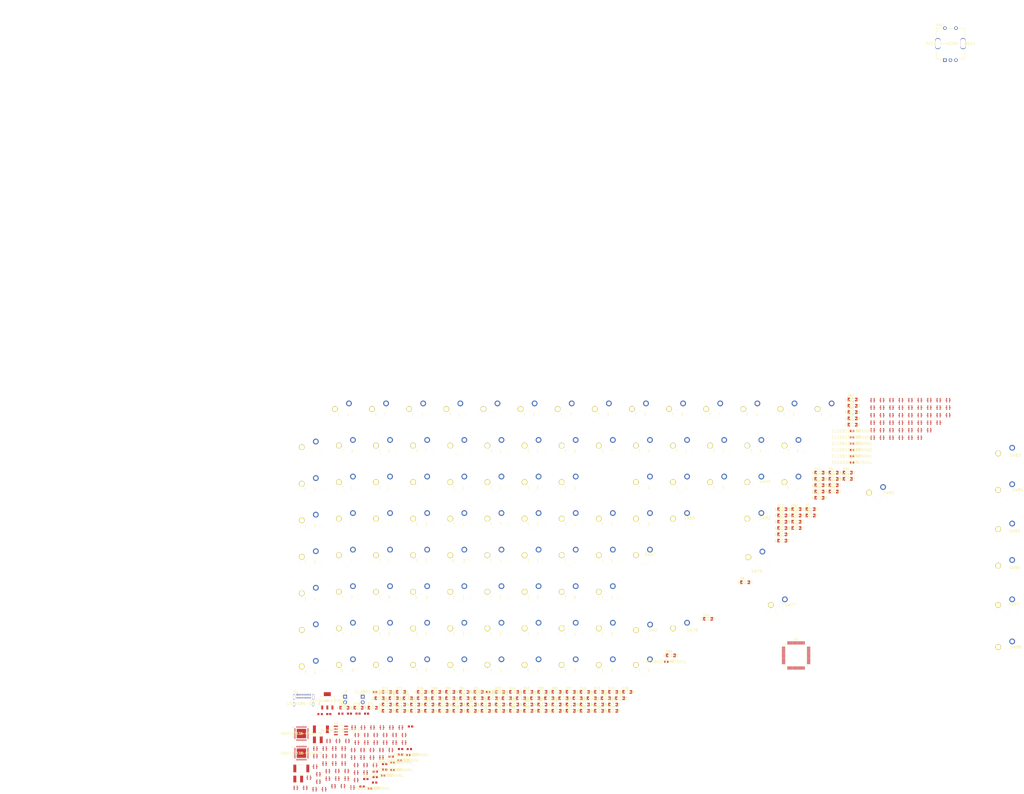
<source format=kicad_pcb>
(kicad_pcb (version 20171130) (host pcbnew "(5.1.8)-1")
  (layers (0 F.Cu signal) (31 B.Cu signal) (34 B.Paste user) (35 F.Paste user) (36 B.SilkS user) (37 F.SilkS user) (38 B.Mask user) (39 F.Mask user) (44 Edge.Cuts user))
  (net 0 "")
  (net 1 "Net-(D1-Pad2)")
  (net 2 "Net-(U1-Pad62)")
  (net 3 "Net-(U1-Pad61)")
  (net 4 "Net-(U1-Pad17)")
  (net 5 "Net-(U1-Pad16)")
  (net 6 "Net-(U1-Pad11)")
  (net 7 "Net-(U1-Pad10)")
  (net 8 "Net-(U1-Pad9)")
  (net 9 "Net-(U1-Pad8)")
  (net 10 "Net-(U1-Pad6)")
  (net 11 "Net-(U1-Pad5)")
  (net 12 "Net-(U1-Pad4)")
  (net 13 "Net-(U1-Pad3)")
  (net 14 "Net-(U1-Pad2)")
  (net 15 GND)
  (net 16 +3V3)
  (net 17 "Net-(C4-Pad1)")
  (net 18 "Net-(C5-Pad2)")
  (net 19 ENCODER_A)
  (net 20 ENCODER_B)
  (net 21 ROW_0)
  (net 22 "Net-(D2-Pad2)")
  (net 23 ROW_2)
  (net 24 "Net-(D3-Pad2)")
  (net 25 ROW_3)
  (net 26 "Net-(D4-Pad2)")
  (net 27 ROW_4)
  (net 28 "Net-(D5-Pad2)")
  (net 29 ROW_6)
  (net 30 "Net-(D6-Pad2)")
  (net 31 "Net-(D7-Pad2)")
  (net 32 ROW_5)
  (net 33 "Net-(D8-Pad2)")
  (net 34 "Net-(D9-Pad2)")
  (net 35 "Net-(D10-Pad2)")
  (net 36 "Net-(D11-Pad2)")
  (net 37 "Net-(D12-Pad2)")
  (net 38 "Net-(D13-Pad2)")
  (net 39 "Net-(D14-Pad2)")
  (net 40 "Net-(D15-Pad2)")
  (net 41 "Net-(D16-Pad2)")
  (net 42 "Net-(D17-Pad2)")
  (net 43 "Net-(D18-Pad2)")
  (net 44 "Net-(D19-Pad2)")
  (net 45 "Net-(D20-Pad2)")
  (net 46 "Net-(D21-Pad2)")
  (net 47 "Net-(D22-Pad2)")
  (net 48 "Net-(D23-Pad2)")
  (net 49 "Net-(D24-Pad2)")
  (net 50 "Net-(D25-Pad2)")
  (net 51 "Net-(D26-Pad2)")
  (net 52 "Net-(D27-Pad2)")
  (net 53 "Net-(D28-Pad2)")
  (net 54 "Net-(D29-Pad2)")
  (net 55 "Net-(D30-Pad2)")
  (net 56 "Net-(D31-Pad2)")
  (net 57 "Net-(D32-Pad2)")
  (net 58 "Net-(D33-Pad2)")
  (net 59 "Net-(D34-Pad2)")
  (net 60 "Net-(D35-Pad2)")
  (net 61 "Net-(D36-Pad2)")
  (net 62 "Net-(D37-Pad2)")
  (net 63 "Net-(D38-Pad2)")
  (net 64 "Net-(D39-Pad2)")
  (net 65 "Net-(D40-Pad2)")
  (net 66 "Net-(D41-Pad2)")
  (net 67 "Net-(D42-Pad2)")
  (net 68 "Net-(D43-Pad2)")
  (net 69 "Net-(D44-Pad2)")
  (net 70 "Net-(D45-Pad2)")
  (net 71 "Net-(D46-Pad2)")
  (net 72 "Net-(D47-Pad2)")
  (net 73 "Net-(D48-Pad2)")
  (net 74 "Net-(D49-Pad2)")
  (net 75 "Net-(D50-Pad2)")
  (net 76 "Net-(D51-Pad2)")
  (net 77 "Net-(D52-Pad2)")
  (net 78 "Net-(D53-Pad2)")
  (net 79 "Net-(D54-Pad2)")
  (net 80 "Net-(D55-Pad2)")
  (net 81 "Net-(D56-Pad2)")
  (net 82 "Net-(D57-Pad2)")
  (net 83 "Net-(D58-Pad2)")
  (net 84 "Net-(D59-Pad2)")
  (net 85 "Net-(D60-Pad2)")
  (net 86 "Net-(D61-Pad2)")
  (net 87 "Net-(D62-Pad2)")
  (net 88 "Net-(D63-Pad2)")
  (net 89 "Net-(D64-Pad2)")
  (net 90 "Net-(D65-Pad2)")
  (net 91 "Net-(D66-Pad2)")
  (net 92 "Net-(D67-Pad2)")
  (net 93 "Net-(D68-Pad2)")
  (net 94 "Net-(D69-Pad2)")
  (net 95 "Net-(D70-Pad2)")
  (net 96 "Net-(D71-Pad2)")
  (net 97 "Net-(D72-Pad2)")
  (net 98 "Net-(D73-Pad2)")
  (net 99 "Net-(D74-Pad2)")
  (net 100 "Net-(D75-Pad2)")
  (net 101 "Net-(D76-Pad2)")
  (net 102 "Net-(D77-Pad2)")
  (net 103 "Net-(D78-Pad2)")
  (net 104 "Net-(D79-Pad2)")
  (net 105 "Net-(D80-Pad2)")
  (net 106 "Net-(D81-Pad2)")
  (net 107 "Net-(D82-Pad2)")
  (net 108 "Net-(D83-Pad2)")
  (net 109 "Net-(D84-Pad2)")
  (net 110 "Net-(D85-Pad2)")
  (net 111 "Net-(D86-Pad2)")
  (net 112 "Net-(D87-Pad2)")
  (net 113 "Net-(D88-Pad2)")
  (net 114 "Net-(D89-Pad2)")
  (net 115 "Net-(D90-Pad2)")
  (net 116 "Net-(D91-Pad2)")
  (net 117 "Net-(D92-Pad2)")
  (net 118 "Net-(D93-Pad2)")
  (net 119 "Net-(D94-Pad2)")
  (net 120 "Net-(D95-Pad2)")
  (net 121 "Net-(D96-Pad2)")
  (net 122 "Net-(D97-Pad2)")
  (net 123 "Net-(D98-Pad2)")
  (net 124 "Net-(D99-Pad2)")
  (net 125 "Net-(D100-Pad2)")
  (net 126 "Net-(D101-Pad2)")
  (net 127 "Net-(D102-Pad2)")
  (net 128 "Net-(D103-Pad2)")
  (net 129 CS1_A)
  (net 130 SW11_A)
  (net 131 SW12_A)
  (net 132 SW10_A)
  (net 133 SW8_A)
  (net 134 SW9_A)
  (net 135 SW7_A)
  (net 136 SW5_A)
  (net 137 SW6_A)
  (net 138 SW4_A)
  (net 139 SW2_A)
  (net 140 SW3_A)
  (net 141 SW1_A)
  (net 142 CS2_A)
  (net 143 CS3_A)
  (net 144 CS4_A)
  (net 145 CS5_A)
  (net 146 CS6_A)
  (net 147 CS7_A)
  (net 148 CS8_A)
  (net 149 CS9_A)
  (net 150 CS10_A)
  (net 151 CS11_A)
  (net 152 CS12_A)
  (net 153 CS13_A)
  (net 154 CS14_A)
  (net 155 CS1_B)
  (net 156 SW11_B)
  (net 157 SW12_B)
  (net 158 SW10_B)
  (net 159 SW8_B)
  (net 160 SW9_B)
  (net 161 SW7_B)
  (net 162 SW5_B)
  (net 163 SW6_B)
  (net 164 SW4_B)
  (net 165 SW2_B)
  (net 166 SW3_B)
  (net 167 SW1_B)
  (net 168 CS2_B)
  (net 169 CS3_B)
  (net 170 CS4_B)
  (net 171 CS5_B)
  (net 172 CS6_B)
  (net 173 CS7_B)
  (net 174 CS8_B)
  (net 175 CS9_B)
  (net 176 CS10_B)
  (net 177 CS11_B)
  (net 178 CS12_B)
  (net 179 COL_22)
  (net 180 "Net-(ENC1-PadB)")
  (net 181 "Net-(ENC1-PadA)")
  (net 182 +5V)
  (net 183 "Net-(J1-PadB8)")
  (net 184 USB_D-)
  (net 185 USB_D+)
  (net 186 "Net-(J1-PadB5)")
  (net 187 "Net-(J1-PadA8)")
  (net 188 "Net-(J1-PadA5)")
  (net 189 "Net-(J3-Pad2)")
  (net 190 I2C_SCL)
  (net 191 I2C_SDA)
  (net 192 "Net-(R9-Pad1)")
  (net 193 "Net-(R11-Pad1)")
  (net 194 "Net-(R12-Pad1)")
  (net 195 "Net-(R14-Pad1)")
  (net 196 COL_0)
  (net 197 COL_1)
  (net 198 COL_2)
  (net 199 COL_3)
  (net 200 COL_4)
  (net 201 COL_5)
  (net 202 COL_6)
  (net 203 COL_7)
  (net 204 COL_9)
  (net 205 COL_10)
  (net 206 COL_11)
  (net 207 COL_12)
  (net 208 COL_13)
  (net 209 COL_14)
  (net 210 COL_15)
  (net 211 COL_16)
  (net 212 COL_17)
  (net 213 COL_19)
  (net 214 COL_20)
  (net 215 COL_21)
  (net 216 ROW_1)
  (net 217 COL_8)
  (net 218 COL_18)
  (net 219 "Net-(U1-Pad15)")
  (net 220 "Net-(U1-Pad14)")
  (net 221 "Net-(U3-Pad5)")
  (net 222 "Net-(U3-Pad6)")
  (net 223 "Net-(U4-Pad1)")
  (net 224 CS15_A)
  (net 225 CS16_A)
  (net 226 "Net-(U4-Pad36)")
  (net 227 SYNC)
  (net 228 "Net-(U4-Pad41)")
  (net 229 "Net-(U4-Pad42)")
  (net 230 "Net-(U4-Pad45)")
  (net 231 "Net-(U5-Pad1)")
  (net 232 CS13_B)
  (net 233 CS14_B)
  (net 234 CS15_B)
  (net 235 CS16_B)
  (net 236 "Net-(U5-Pad36)")
  (net 237 "Net-(U5-Pad41)")
  (net 238 "Net-(U5-Pad42)")
  (net 239 "Net-(U5-Pad45)")
  (net 240 "Net-(C10-Pad2)")
  (module Connector_PinHeader_2.54mm:PinHeader_1x02_P2.54mm_Vertical (layer F.Cu) (at 64.268934 168.52)
    (fp_text reference J3 (at 0 -2.33) (layer F.SilkS))
    (fp_text value Conn_01x02_Male)
    (pad 2 thru_hole oval (at 0 2.54) (size 1.7 1.7) (drill 1) (layers *.Cu *.Mask) (net 189 "Net-(J3-Pad2)"))
    (pad 1 thru_hole rect (at 0 0) (size 1.7 1.7) (drill 1) (layers *.Cu *.Mask) (net 16 +3V3))
  )
  (module Connector_PinHeader_2.54mm:PinHeader_1x02_P2.54mm_Vertical (layer F.Cu) (at 56.318934 168.52)
    (fp_text reference J2 (at 0 -2.33) (layer F.SilkS))
    (fp_text value Conn_01x02_Male)
    (pad 2 thru_hole oval (at 0 2.54) (size 1.7 1.7) (drill 1) (layers *.Cu *.Mask) (net 15 GND))
    (pad 1 thru_hole rect (at 0 0) (size 1.7 1.7) (drill 1) (layers *.Cu *.Mask) (net 17 "Net-(C4-Pad1)"))
  )
  (module Package_QFP:LQFP-64_10x10mm_P0.5mm (layer F.Cu) (at 260.35 149.86)
    (fp_text reference U1 (at 0 -7.4) (layer F.SilkS))
    (fp_text value STM32L433RBTx)
    (pad 64 smd roundrect (at -3.75 -5.675) (size 0.3 1.55) (layers F.Cu F.Paste F.Mask) (net 16 +3V3))
    (pad 63 smd roundrect (at -3.25 -5.675) (size 0.3 1.55) (layers F.Cu F.Paste F.Mask) (net 15 GND))
    (pad 62 smd roundrect (at -2.75 -5.675) (size 0.3 1.55) (layers F.Cu F.Paste F.Mask) (net 2 "Net-(U1-Pad62)"))
    (pad 61 smd roundrect (at -2.25 -5.675) (size 0.3 1.55) (layers F.Cu F.Paste F.Mask) (net 3 "Net-(U1-Pad61)"))
    (pad 60 smd roundrect (at -1.75 -5.675) (size 0.3 1.55) (layers F.Cu F.Paste F.Mask) (net 189 "Net-(J3-Pad2)"))
    (pad 59 smd roundrect (at -1.25 -5.675) (size 0.3 1.55) (layers F.Cu F.Paste F.Mask) (net 191 I2C_SDA))
    (pad 58 smd roundrect (at -0.75 -5.675) (size 0.3 1.55) (layers F.Cu F.Paste F.Mask) (net 190 I2C_SCL))
    (pad 57 smd roundrect (at -0.25 -5.675) (size 0.3 1.55) (layers F.Cu F.Paste F.Mask) (net 21 ROW_0))
    (pad 56 smd roundrect (at 0.25 -5.675) (size 0.3 1.55) (layers F.Cu F.Paste F.Mask) (net 216 ROW_1))
    (pad 55 smd roundrect (at 0.75 -5.675) (size 0.3 1.55) (layers F.Cu F.Paste F.Mask) (net 23 ROW_2))
    (pad 54 smd roundrect (at 1.25 -5.675) (size 0.3 1.55) (layers F.Cu F.Paste F.Mask) (net 25 ROW_3))
    (pad 53 smd roundrect (at 1.75 -5.675) (size 0.3 1.55) (layers F.Cu F.Paste F.Mask) (net 27 ROW_4))
    (pad 52 smd roundrect (at 2.25 -5.675) (size 0.3 1.55) (layers F.Cu F.Paste F.Mask) (net 32 ROW_5))
    (pad 51 smd roundrect (at 2.75 -5.675) (size 0.3 1.55) (layers F.Cu F.Paste F.Mask) (net 29 ROW_6))
    (pad 50 smd roundrect (at 3.25 -5.675) (size 0.3 1.55) (layers F.Cu F.Paste F.Mask) (net 196 COL_0))
    (pad 49 smd roundrect (at 3.75 -5.675) (size 0.3 1.55) (layers F.Cu F.Paste F.Mask) (net 197 COL_1))
    (pad 48 smd roundrect (at 5.675 -3.75) (size 1.55 0.3) (layers F.Cu F.Paste F.Mask) (net 16 +3V3))
    (pad 47 smd roundrect (at 5.675 -3.25) (size 1.55 0.3) (layers F.Cu F.Paste F.Mask) (net 15 GND))
    (pad 46 smd roundrect (at 5.675 -2.75) (size 1.55 0.3) (layers F.Cu F.Paste F.Mask) (net 198 COL_2))
    (pad 45 smd roundrect (at 5.675 -2.25) (size 1.55 0.3) (layers F.Cu F.Paste F.Mask) (net 185 USB_D+))
    (pad 44 smd roundrect (at 5.675 -1.75) (size 1.55 0.3) (layers F.Cu F.Paste F.Mask) (net 184 USB_D-))
    (pad 43 smd roundrect (at 5.675 -1.25) (size 1.55 0.3) (layers F.Cu F.Paste F.Mask) (net 199 COL_3))
    (pad 42 smd roundrect (at 5.675 -0.75) (size 1.55 0.3) (layers F.Cu F.Paste F.Mask) (net 200 COL_4))
    (pad 41 smd roundrect (at 5.675 -0.25) (size 1.55 0.3) (layers F.Cu F.Paste F.Mask) (net 201 COL_5))
    (pad 40 smd roundrect (at 5.675 0.25) (size 1.55 0.3) (layers F.Cu F.Paste F.Mask) (net 202 COL_6))
    (pad 39 smd roundrect (at 5.675 0.75) (size 1.55 0.3) (layers F.Cu F.Paste F.Mask) (net 203 COL_7))
    (pad 38 smd roundrect (at 5.675 1.25) (size 1.55 0.3) (layers F.Cu F.Paste F.Mask) (net 217 COL_8))
    (pad 37 smd roundrect (at 5.675 1.75) (size 1.55 0.3) (layers F.Cu F.Paste F.Mask) (net 204 COL_9))
    (pad 36 smd roundrect (at 5.675 2.25) (size 1.55 0.3) (layers F.Cu F.Paste F.Mask) (net 205 COL_10))
    (pad 35 smd roundrect (at 5.675 2.75) (size 1.55 0.3) (layers F.Cu F.Paste F.Mask) (net 206 COL_11))
    (pad 34 smd roundrect (at 5.675 3.25) (size 1.55 0.3) (layers F.Cu F.Paste F.Mask) (net 207 COL_12))
    (pad 33 smd roundrect (at 5.675 3.75) (size 1.55 0.3) (layers F.Cu F.Paste F.Mask) (net 208 COL_13))
    (pad 32 smd roundrect (at 3.75 5.675) (size 0.3 1.55) (layers F.Cu F.Paste F.Mask) (net 16 +3V3))
    (pad 31 smd roundrect (at 3.25 5.675) (size 0.3 1.55) (layers F.Cu F.Paste F.Mask) (net 15 GND))
    (pad 30 smd roundrect (at 2.75 5.675) (size 0.3 1.55) (layers F.Cu F.Paste F.Mask) (net 209 COL_14))
    (pad 29 smd roundrect (at 2.25 5.675) (size 0.3 1.55) (layers F.Cu F.Paste F.Mask) (net 210 COL_15))
    (pad 28 smd roundrect (at 1.75 5.675) (size 0.3 1.55) (layers F.Cu F.Paste F.Mask) (net 211 COL_16))
    (pad 27 smd roundrect (at 1.25 5.675) (size 0.3 1.55) (layers F.Cu F.Paste F.Mask) (net 20 ENCODER_B))
    (pad 26 smd roundrect (at 0.75 5.675) (size 0.3 1.55) (layers F.Cu F.Paste F.Mask) (net 19 ENCODER_A))
    (pad 25 smd roundrect (at 0.25 5.675) (size 0.3 1.55) (layers F.Cu F.Paste F.Mask) (net 212 COL_17))
    (pad 24 smd roundrect (at -0.25 5.675) (size 0.3 1.55) (layers F.Cu F.Paste F.Mask) (net 218 COL_18))
    (pad 23 smd roundrect (at -0.75 5.675) (size 0.3 1.55) (layers F.Cu F.Paste F.Mask) (net 213 COL_19))
    (pad 22 smd roundrect (at -1.25 5.675) (size 0.3 1.55) (layers F.Cu F.Paste F.Mask) (net 214 COL_20))
    (pad 21 smd roundrect (at -1.75 5.675) (size 0.3 1.55) (layers F.Cu F.Paste F.Mask) (net 215 COL_21))
    (pad 20 smd roundrect (at -2.25 5.675) (size 0.3 1.55) (layers F.Cu F.Paste F.Mask) (net 179 COL_22))
    (pad 19 smd roundrect (at -2.75 5.675) (size 0.3 1.55) (layers F.Cu F.Paste F.Mask) (net 16 +3V3))
    (pad 18 smd roundrect (at -3.25 5.675) (size 0.3 1.55) (layers F.Cu F.Paste F.Mask) (net 15 GND))
    (pad 17 smd roundrect (at -3.75 5.675) (size 0.3 1.55) (layers F.Cu F.Paste F.Mask) (net 4 "Net-(U1-Pad17)"))
    (pad 16 smd roundrect (at -5.675 3.75) (size 1.55 0.3) (layers F.Cu F.Paste F.Mask) (net 5 "Net-(U1-Pad16)"))
    (pad 15 smd roundrect (at -5.675 3.25) (size 1.55 0.3) (layers F.Cu F.Paste F.Mask) (net 219 "Net-(U1-Pad15)"))
    (pad 14 smd roundrect (at -5.675 2.75) (size 1.55 0.3) (layers F.Cu F.Paste F.Mask) (net 220 "Net-(U1-Pad14)"))
    (pad 13 smd roundrect (at -5.675 2.25) (size 1.55 0.3) (layers F.Cu F.Paste F.Mask) (net 16 +3V3))
    (pad 12 smd roundrect (at -5.675 1.75) (size 1.55 0.3) (layers F.Cu F.Paste F.Mask) (net 15 GND))
    (pad 11 smd roundrect (at -5.675 1.25) (size 1.55 0.3) (layers F.Cu F.Paste F.Mask) (net 6 "Net-(U1-Pad11)"))
    (pad 10 smd roundrect (at -5.675 0.75) (size 1.55 0.3) (layers F.Cu F.Paste F.Mask) (net 7 "Net-(U1-Pad10)"))
    (pad 9 smd roundrect (at -5.675 0.25) (size 1.55 0.3) (layers F.Cu F.Paste F.Mask) (net 8 "Net-(U1-Pad9)"))
    (pad 8 smd roundrect (at -5.675 -0.25) (size 1.55 0.3) (layers F.Cu F.Paste F.Mask) (net 9 "Net-(U1-Pad8)"))
    (pad 7 smd roundrect (at -5.675 -0.75) (size 1.55 0.3) (layers F.Cu F.Paste F.Mask) (net 17 "Net-(C4-Pad1)"))
    (pad 6 smd roundrect (at -5.675 -1.25) (size 1.55 0.3) (layers F.Cu F.Paste F.Mask) (net 10 "Net-(U1-Pad6)"))
    (pad 5 smd roundrect (at -5.675 -1.75) (size 1.55 0.3) (layers F.Cu F.Paste F.Mask) (net 11 "Net-(U1-Pad5)"))
    (pad 4 smd roundrect (at -5.675 -2.25) (size 1.55 0.3) (layers F.Cu F.Paste F.Mask) (net 12 "Net-(U1-Pad4)"))
    (pad 3 smd roundrect (at -5.675 -2.75) (size 1.55 0.3) (layers F.Cu F.Paste F.Mask) (net 13 "Net-(U1-Pad3)"))
    (pad 2 smd roundrect (at -5.675 -3.25) (size 1.55 0.3) (layers F.Cu F.Paste F.Mask) (net 14 "Net-(U1-Pad2)"))
    (pad 1 smd roundrect (at -5.675 -3.75) (size 1.55 0.3) (layers F.Cu F.Paste F.Mask) (net 18 "Net-(C5-Pad2)"))
  )
  (module RSBHGHC-A88:4T (layer F.Cu) (at 55.318934 208.955)
    (fp_text reference D119 (at 0.762 -1.6764) (layer F.SilkS) (effects (font (size 0.64 0.64) (thickness 0.015))))
    (fp_text value 19-337C_RSBHGHC-A88_4T)
    (pad 4 smd rect (at -0.75 0) (size 0.7 0.5) (layers F.Cu F.Paste F.Mask) (net 144 CS4_A))
    (pad 3 smd rect (at 0.75 0) (size 0.7 0.5) (layers F.Cu F.Paste F.Mask) (net 139 SW2_A))
    (pad 6 smd rect (at -0.675 0.725) (size 0.55 0.4) (layers F.Cu F.Paste F.Mask) (net 144 CS4_A))
    (pad 5 smd rect (at 0.675 0.725) (size 0.55 0.4) (layers F.Cu F.Paste F.Mask) (net 140 SW3_A))
    (pad 2 smd rect (at -0.675 -0.725) (size 0.55 0.4) (layers F.Cu F.Paste F.Mask) (net 144 CS4_A))
    (pad 1 smd rect (at 0.675 -0.725) (size 0.55 0.4) (layers F.Cu F.Paste F.Mask) (net 141 SW1_A))
  )
  (module eec-GCT:Global_Connector_Technology-USB4085-GF-A-MFG (layer F.Cu) (at 37.543934 171.675)
    (fp_text reference J1 (at -4.874999 -5.585) (layer F.SilkS) (effects (justify left)))
    (fp_text value USB4085-GF-A (at 0 0) (layer F.SilkS) (effects (font (size 1.27 1.27))))
    (pad B12 thru_hole circle (at -2.975 -2.675) (size 0.65 0.65) (drill 0.4) (layers *.Cu) (net 15 GND))
    (pad B9 thru_hole circle (at -2.125 -2.675) (size 0.65 0.65) (drill 0.4) (layers *.Cu) (net 182 +5V))
    (pad B8 thru_hole circle (at -1.275 -2.675) (size 0.65 0.65) (drill 0.4) (layers *.Cu) (net 183 "Net-(J1-PadB8)"))
    (pad B7 thru_hole circle (at -0.425 -2.675) (size 0.65 0.65) (drill 0.4) (layers *.Cu) (net 184 USB_D-))
    (pad B6 thru_hole circle (at 0.425 -2.675) (size 0.65 0.65) (drill 0.4) (layers *.Cu) (net 185 USB_D+))
    (pad B5 thru_hole circle (at 1.275 -2.675) (size 0.65 0.65) (drill 0.4) (layers *.Cu) (net 186 "Net-(J1-PadB5)"))
    (pad B4 thru_hole circle (at 2.125 -2.675) (size 0.65 0.65) (drill 0.4) (layers *.Cu) (net 182 +5V))
    (pad B1 thru_hole circle (at 2.975 -2.675) (size 0.65 0.65) (drill 0.4) (layers *.Cu) (net 15 GND))
    (pad A12 thru_hole circle (at 2.975 -4.025) (size 0.65 0.65) (drill 0.4) (layers *.Cu) (net 15 GND))
    (pad A9 thru_hole circle (at 2.125 -4.025) (size 0.65 0.65) (drill 0.4) (layers *.Cu) (net 182 +5V))
    (pad A8 thru_hole circle (at 1.275 -4.025) (size 0.65 0.65) (drill 0.4) (layers *.Cu) (net 187 "Net-(J1-PadA8)"))
    (pad A7 thru_hole circle (at 0.425 -4.025) (size 0.65 0.65) (drill 0.4) (layers *.Cu) (net 184 USB_D-))
    (pad A6 thru_hole circle (at -0.425 -4.025) (size 0.65 0.65) (drill 0.4) (layers *.Cu) (net 185 USB_D+))
    (pad A5 thru_hole circle (at -1.275 -4.025) (size 0.65 0.65) (drill 0.4) (layers *.Cu) (net 188 "Net-(J1-PadA5)"))
    (pad A4 thru_hole circle (at -2.125 -4.025) (size 0.65 0.65) (drill 0.4) (layers *.Cu) (net 182 +5V))
    (pad A1 thru_hole rect (at -2.975 -4.025) (size 0.65 0.65) (drill 0.4) (layers *.Cu) (net 15 GND))
    (pad 2 thru_hole roundrect (at 4.325 -3.045) (size 0.9 2.4) (drill oval 2.1) (layers *.Cu) (roundrect_rratio 0.5) (net 15 GND))
    (pad 1 thru_hole roundrect (at -4.325 -3.045) (size 0.9 2.4) (drill oval 2.1) (layers *.Cu) (roundrect_rratio 0.5) (net 15 GND))
    (pad 4 thru_hole roundrect (at 4.325 0.335) (size 0.9 1.7) (drill oval 1.4) (layers *.Cu) (roundrect_rratio 0.5) (net 15 GND))
    (pad 3 thru_hole roundrect (at -4.325 0.335) (size 0.9 1.7) (drill oval 1.4) (layers *.Cu) (roundrect_rratio 0.5) (net 15 GND))
  )
  (module eec-Bourns:Bourns-PEC11R-4220F-S0024-0-0-0 (layer F.Cu) (at 330.2 -127)
    (fp_text reference ENC1 (at -6.5 -8.35) (layer F.SilkS) (effects (justify left)))
    (fp_text value PEC11R-4220F-S0024 (at 0 0) (layer F.SilkS) (effects (font (size 1.27 1.27))))
    (pad 4 thru_hole roundrect (at 5.7 0) (size 2.4 5) (drill oval 4.4) (layers *.Cu) (roundrect_rratio 0.5) (net 15 GND))
    (pad 3 thru_hole roundrect (at -5.7 0) (size 2.4 5) (drill oval 4.4) (layers *.Cu) (roundrect_rratio 0.5) (net 15 GND))
    (pad 2 thru_hole circle (at 2.5 -7) (size 1.55 1.55) (drill 1) (layers *.Cu) (net 119 "Net-(D94-Pad2)"))
    (pad 1 thru_hole circle (at -2.5 -7) (size 1.55 1.55) (drill 1) (layers *.Cu) (net 179 COL_22))
    (pad B thru_hole circle (at 2.5 7.5) (size 1.55 1.55) (drill 1) (layers *.Cu) (net 180 "Net-(ENC1-PadB)"))
    (pad C thru_hole circle (at 0 7.5) (size 1.55 1.55) (drill 1) (layers *.Cu) (net 15 GND))
    (pad A thru_hole rect (at -2.5 7.5) (size 1.55 1.55) (drill 1) (layers *.Cu) (net 181 "Net-(ENC1-PadA)"))
  )
  (module Lumissil:IS31FL3733B-QFLS4-TR (layer F.Cu) (at 36.530934 194.062)
    (fp_text reference U5 (at 0 0) (layer F.SilkS))
    (fp_text value IS31FL3733B-QFLS4-TR (at 0 0) (layer F.SilkS))
    (fp_text user * (at -3.9878 -2.4) (layer F.SilkS))
    (fp_text user * (at -3.9878 -2.4) (layer F.SilkS))
    (pad 1 smd rect (at -2.9464 -2.200001 90) (size 0.2032 0.8128) (layers F.Cu F.Paste F.Mask) (net 231 "Net-(U5-Pad1)"))
    (pad 2 smd rect (at -2.9464 -1.799999 90) (size 0.2032 0.8128) (layers F.Cu F.Paste F.Mask) (net 167 SW1_B))
    (pad 3 smd rect (at -2.9464 -1.4 90) (size 0.2032 0.8128) (layers F.Cu F.Paste F.Mask) (net 165 SW2_B))
    (pad 4 smd rect (at -2.9464 -1.000001 90) (size 0.2032 0.8128) (layers F.Cu F.Paste F.Mask) (net 166 SW3_B))
    (pad 5 smd rect (at -2.9464 -0.599999 90) (size 0.2032 0.8128) (layers F.Cu F.Paste F.Mask) (net 15 GND))
    (pad 6 smd rect (at -2.9464 -0.2 90) (size 0.2032 0.8128) (layers F.Cu F.Paste F.Mask) (net 164 SW4_B))
    (pad 7 smd rect (at -2.9464 0.2 90) (size 0.2032 0.8128) (layers F.Cu F.Paste F.Mask) (net 162 SW5_B))
    (pad 8 smd rect (at -2.9464 0.599999 90) (size 0.2032 0.8128) (layers F.Cu F.Paste F.Mask) (net 163 SW6_B))
    (pad 9 smd rect (at -2.9464 1.000001 90) (size 0.2032 0.8128) (layers F.Cu F.Paste F.Mask) (net 161 SW7_B))
    (pad 10 smd rect (at -2.9464 1.4 90) (size 0.2032 0.8128) (layers F.Cu F.Paste F.Mask) (net 159 SW8_B))
    (pad 11 smd rect (at -2.9464 1.799999 90) (size 0.2032 0.8128) (layers F.Cu F.Paste F.Mask) (net 160 SW9_B))
    (pad 12 smd rect (at -2.9464 2.200001 90) (size 0.2032 0.8128) (layers F.Cu F.Paste F.Mask) (net 15 GND))
    (pad 13 smd rect (at -2.200001 2.9464) (size 0.2032 0.8128) (layers F.Cu F.Paste F.Mask) (net 158 SW10_B))
    (pad 14 smd rect (at -1.799999 2.9464) (size 0.2032 0.8128) (layers F.Cu F.Paste F.Mask) (net 156 SW11_B))
    (pad 15 smd rect (at -1.4 2.9464) (size 0.2032 0.8128) (layers F.Cu F.Paste F.Mask) (net 157 SW12_B))
    (pad 16 smd rect (at -1.000001 2.9464) (size 0.2032 0.8128) (layers F.Cu F.Paste F.Mask) (net 155 CS1_B))
    (pad 17 smd rect (at -0.599999 2.9464) (size 0.2032 0.8128) (layers F.Cu F.Paste F.Mask) (net 168 CS2_B))
    (pad 18 smd rect (at -0.2 2.9464) (size 0.2032 0.8128) (layers F.Cu F.Paste F.Mask) (net 169 CS3_B))
    (pad 19 smd rect (at 0.2 2.9464) (size 0.2032 0.8128) (layers F.Cu F.Paste F.Mask) (net 170 CS4_B))
    (pad 20 smd rect (at 0.599999 2.9464) (size 0.2032 0.8128) (layers F.Cu F.Paste F.Mask) (net 16 +3V3))
    (pad 21 smd rect (at 1.000001 2.9464) (size 0.2032 0.8128) (layers F.Cu F.Paste F.Mask) (net 171 CS5_B))
    (pad 22 smd rect (at 1.4 2.9464) (size 0.2032 0.8128) (layers F.Cu F.Paste F.Mask) (net 172 CS6_B))
    (pad 23 smd rect (at 1.799999 2.9464) (size 0.2032 0.8128) (layers F.Cu F.Paste F.Mask) (net 173 CS7_B))
    (pad 24 smd rect (at 2.200001 2.9464) (size 0.2032 0.8128) (layers F.Cu F.Paste F.Mask) (net 174 CS8_B))
    (pad 25 smd rect (at 2.9464 2.200001 90) (size 0.2032 0.8128) (layers F.Cu F.Paste F.Mask) (net 175 CS9_B))
    (pad 26 smd rect (at 2.9464 1.799999 90) (size 0.2032 0.8128) (layers F.Cu F.Paste F.Mask) (net 176 CS10_B))
    (pad 27 smd rect (at 2.9464 1.4 90) (size 0.2032 0.8128) (layers F.Cu F.Paste F.Mask) (net 177 CS11_B))
    (pad 28 smd rect (at 2.9464 1.000001 90) (size 0.2032 0.8128) (layers F.Cu F.Paste F.Mask) (net 178 CS12_B))
    (pad 29 smd rect (at 2.9464 0.599999 90) (size 0.2032 0.8128) (layers F.Cu F.Paste F.Mask) (net 16 +3V3))
    (pad 30 smd rect (at 2.9464 0.2 90) (size 0.2032 0.8128) (layers F.Cu F.Paste F.Mask) (net 232 CS13_B))
    (pad 31 smd rect (at 2.9464 -0.2 90) (size 0.2032 0.8128) (layers F.Cu F.Paste F.Mask) (net 233 CS14_B))
    (pad 32 smd rect (at 2.9464 -0.599999 90) (size 0.2032 0.8128) (layers F.Cu F.Paste F.Mask) (net 234 CS15_B))
    (pad 33 smd rect (at 2.9464 -1.000001 90) (size 0.2032 0.8128) (layers F.Cu F.Paste F.Mask) (net 235 CS16_B))
    (pad 34 smd rect (at 2.9464 -1.4 90) (size 0.2032 0.8128) (layers F.Cu F.Paste F.Mask) (net 15 GND))
    (pad 35 smd rect (at 2.9464 -1.799999 90) (size 0.2032 0.8128) (layers F.Cu F.Paste F.Mask) (net 195 "Net-(R14-Pad1)"))
    (pad 36 smd rect (at 2.9464 -2.200001 90) (size 0.2032 0.8128) (layers F.Cu F.Paste F.Mask) (net 236 "Net-(U5-Pad36)"))
    (pad 37 smd rect (at 2.200001 -2.9464) (size 0.2032 0.8128) (layers F.Cu F.Paste F.Mask) (net 16 +3V3))
    (pad 38 smd rect (at 1.799999 -2.9464) (size 0.2032 0.8128) (layers F.Cu F.Paste F.Mask) (net 16 +3V3))
    (pad 39 smd rect (at 1.4 -2.9464) (size 0.2032 0.8128) (layers F.Cu F.Paste F.Mask) (net 16 +3V3))
    (pad 40 smd rect (at 1.000001 -2.9464) (size 0.2032 0.8128) (layers F.Cu F.Paste F.Mask) (net 227 SYNC))
    (pad 41 smd rect (at 0.599999 -2.9464) (size 0.2032 0.8128) (layers F.Cu F.Paste F.Mask) (net 237 "Net-(U5-Pad41)"))
    (pad 42 smd rect (at 0.2 -2.9464) (size 0.2032 0.8128) (layers F.Cu F.Paste F.Mask) (net 238 "Net-(U5-Pad42)"))
    (pad 43 smd rect (at -0.2 -2.9464) (size 0.2032 0.8128) (layers F.Cu F.Paste F.Mask) (net 238 "Net-(U5-Pad42)"))
    (pad 44 smd rect (at -0.599999 -2.9464) (size 0.2032 0.8128) (layers F.Cu F.Paste F.Mask) (net 15 GND))
    (pad 45 smd rect (at -1.000001 -2.9464) (size 0.2032 0.8128) (layers F.Cu F.Paste F.Mask) (net 239 "Net-(U5-Pad45)"))
    (pad 46 smd rect (at -1.4 -2.9464) (size 0.2032 0.8128) (layers F.Cu F.Paste F.Mask) (net 16 +3V3))
    (pad 47 smd rect (at -1.799999 -2.9464) (size 0.2032 0.8128) (layers F.Cu F.Paste F.Mask) (net 194 "Net-(R12-Pad1)"))
    (pad 48 smd rect (at -2.200001 -2.9464) (size 0.2032 0.8128) (layers F.Cu F.Paste F.Mask) (net 15 GND))
    (pad 49 smd rect (at 0 0) (size 4.2418 4.2418) (layers F.Cu F.Paste F.Mask) (net 15 GND))
  )
  (module Lumissil:IS31FL3733B-QFLS4-TR (layer F.Cu) (at 36.530934 185.192)
    (fp_text reference U4 (at 0 0) (layer F.SilkS))
    (fp_text value IS31FL3733B-QFLS4-TR (at 0 0) (layer F.SilkS))
    (fp_text user * (at -3.9878 -2.4) (layer F.SilkS))
    (fp_text user * (at -3.9878 -2.4) (layer F.SilkS))
    (pad 1 smd rect (at -2.9464 -2.200001 90) (size 0.2032 0.8128) (layers F.Cu F.Paste F.Mask) (net 223 "Net-(U4-Pad1)"))
    (pad 2 smd rect (at -2.9464 -1.799999 90) (size 0.2032 0.8128) (layers F.Cu F.Paste F.Mask) (net 141 SW1_A))
    (pad 3 smd rect (at -2.9464 -1.4 90) (size 0.2032 0.8128) (layers F.Cu F.Paste F.Mask) (net 139 SW2_A))
    (pad 4 smd rect (at -2.9464 -1.000001 90) (size 0.2032 0.8128) (layers F.Cu F.Paste F.Mask) (net 140 SW3_A))
    (pad 5 smd rect (at -2.9464 -0.599999 90) (size 0.2032 0.8128) (layers F.Cu F.Paste F.Mask) (net 15 GND))
    (pad 6 smd rect (at -2.9464 -0.2 90) (size 0.2032 0.8128) (layers F.Cu F.Paste F.Mask) (net 138 SW4_A))
    (pad 7 smd rect (at -2.9464 0.2 90) (size 0.2032 0.8128) (layers F.Cu F.Paste F.Mask) (net 136 SW5_A))
    (pad 8 smd rect (at -2.9464 0.599999 90) (size 0.2032 0.8128) (layers F.Cu F.Paste F.Mask) (net 137 SW6_A))
    (pad 9 smd rect (at -2.9464 1.000001 90) (size 0.2032 0.8128) (layers F.Cu F.Paste F.Mask) (net 135 SW7_A))
    (pad 10 smd rect (at -2.9464 1.4 90) (size 0.2032 0.8128) (layers F.Cu F.Paste F.Mask) (net 133 SW8_A))
    (pad 11 smd rect (at -2.9464 1.799999 90) (size 0.2032 0.8128) (layers F.Cu F.Paste F.Mask) (net 134 SW9_A))
    (pad 12 smd rect (at -2.9464 2.200001 90) (size 0.2032 0.8128) (layers F.Cu F.Paste F.Mask) (net 15 GND))
    (pad 13 smd rect (at -2.200001 2.9464) (size 0.2032 0.8128) (layers F.Cu F.Paste F.Mask) (net 132 SW10_A))
    (pad 14 smd rect (at -1.799999 2.9464) (size 0.2032 0.8128) (layers F.Cu F.Paste F.Mask) (net 130 SW11_A))
    (pad 15 smd rect (at -1.4 2.9464) (size 0.2032 0.8128) (layers F.Cu F.Paste F.Mask) (net 131 SW12_A))
    (pad 16 smd rect (at -1.000001 2.9464) (size 0.2032 0.8128) (layers F.Cu F.Paste F.Mask) (net 129 CS1_A))
    (pad 17 smd rect (at -0.599999 2.9464) (size 0.2032 0.8128) (layers F.Cu F.Paste F.Mask) (net 142 CS2_A))
    (pad 18 smd rect (at -0.2 2.9464) (size 0.2032 0.8128) (layers F.Cu F.Paste F.Mask) (net 143 CS3_A))
    (pad 19 smd rect (at 0.2 2.9464) (size 0.2032 0.8128) (layers F.Cu F.Paste F.Mask) (net 144 CS4_A))
    (pad 20 smd rect (at 0.599999 2.9464) (size 0.2032 0.8128) (layers F.Cu F.Paste F.Mask) (net 16 +3V3))
    (pad 21 smd rect (at 1.000001 2.9464) (size 0.2032 0.8128) (layers F.Cu F.Paste F.Mask) (net 145 CS5_A))
    (pad 22 smd rect (at 1.4 2.9464) (size 0.2032 0.8128) (layers F.Cu F.Paste F.Mask) (net 146 CS6_A))
    (pad 23 smd rect (at 1.799999 2.9464) (size 0.2032 0.8128) (layers F.Cu F.Paste F.Mask) (net 147 CS7_A))
    (pad 24 smd rect (at 2.200001 2.9464) (size 0.2032 0.8128) (layers F.Cu F.Paste F.Mask) (net 148 CS8_A))
    (pad 25 smd rect (at 2.9464 2.200001 90) (size 0.2032 0.8128) (layers F.Cu F.Paste F.Mask) (net 149 CS9_A))
    (pad 26 smd rect (at 2.9464 1.799999 90) (size 0.2032 0.8128) (layers F.Cu F.Paste F.Mask) (net 150 CS10_A))
    (pad 27 smd rect (at 2.9464 1.4 90) (size 0.2032 0.8128) (layers F.Cu F.Paste F.Mask) (net 151 CS11_A))
    (pad 28 smd rect (at 2.9464 1.000001 90) (size 0.2032 0.8128) (layers F.Cu F.Paste F.Mask) (net 152 CS12_A))
    (pad 29 smd rect (at 2.9464 0.599999 90) (size 0.2032 0.8128) (layers F.Cu F.Paste F.Mask) (net 16 +3V3))
    (pad 30 smd rect (at 2.9464 0.2 90) (size 0.2032 0.8128) (layers F.Cu F.Paste F.Mask) (net 153 CS13_A))
    (pad 31 smd rect (at 2.9464 -0.2 90) (size 0.2032 0.8128) (layers F.Cu F.Paste F.Mask) (net 154 CS14_A))
    (pad 32 smd rect (at 2.9464 -0.599999 90) (size 0.2032 0.8128) (layers F.Cu F.Paste F.Mask) (net 224 CS15_A))
    (pad 33 smd rect (at 2.9464 -1.000001 90) (size 0.2032 0.8128) (layers F.Cu F.Paste F.Mask) (net 225 CS16_A))
    (pad 34 smd rect (at 2.9464 -1.4 90) (size 0.2032 0.8128) (layers F.Cu F.Paste F.Mask) (net 15 GND))
    (pad 35 smd rect (at 2.9464 -1.799999 90) (size 0.2032 0.8128) (layers F.Cu F.Paste F.Mask) (net 193 "Net-(R11-Pad1)"))
    (pad 36 smd rect (at 2.9464 -2.200001 90) (size 0.2032 0.8128) (layers F.Cu F.Paste F.Mask) (net 226 "Net-(U4-Pad36)"))
    (pad 37 smd rect (at 2.200001 -2.9464) (size 0.2032 0.8128) (layers F.Cu F.Paste F.Mask) (net 16 +3V3))
    (pad 38 smd rect (at 1.799999 -2.9464) (size 0.2032 0.8128) (layers F.Cu F.Paste F.Mask) (net 16 +3V3))
    (pad 39 smd rect (at 1.4 -2.9464) (size 0.2032 0.8128) (layers F.Cu F.Paste F.Mask) (net 16 +3V3))
    (pad 40 smd rect (at 1.000001 -2.9464) (size 0.2032 0.8128) (layers F.Cu F.Paste F.Mask) (net 227 SYNC))
    (pad 41 smd rect (at 0.599999 -2.9464) (size 0.2032 0.8128) (layers F.Cu F.Paste F.Mask) (net 228 "Net-(U4-Pad41)"))
    (pad 42 smd rect (at 0.2 -2.9464) (size 0.2032 0.8128) (layers F.Cu F.Paste F.Mask) (net 229 "Net-(U4-Pad42)"))
    (pad 43 smd rect (at -0.2 -2.9464) (size 0.2032 0.8128) (layers F.Cu F.Paste F.Mask) (net 15 GND))
    (pad 44 smd rect (at -0.599999 -2.9464) (size 0.2032 0.8128) (layers F.Cu F.Paste F.Mask) (net 15 GND))
    (pad 45 smd rect (at -1.000001 -2.9464) (size 0.2032 0.8128) (layers F.Cu F.Paste F.Mask) (net 230 "Net-(U4-Pad45)"))
    (pad 46 smd rect (at -1.4 -2.9464) (size 0.2032 0.8128) (layers F.Cu F.Paste F.Mask) (net 16 +3V3))
    (pad 47 smd rect (at -1.799999 -2.9464) (size 0.2032 0.8128) (layers F.Cu F.Paste F.Mask) (net 192 "Net-(R9-Pad1)"))
    (pad 48 smd rect (at -2.200001 -2.9464) (size 0.2032 0.8128) (layers F.Cu F.Paste F.Mask) (net 15 GND))
    (pad 49 smd rect (at 0 0) (size 4.2418 4.2418) (layers F.Cu F.Paste F.Mask) (net 15 GND))
  )
  (module STM:STMicroelectronics-SO8N-SO-A-0-2-IPC_C (layer F.Cu) (at 54.427034 183.805)
    (fp_text reference U3 (at -3.4531 -3.35) (layer F.SilkS) (effects (justify left)))
    (fp_text value M24M02-DRMN6TP (at 0 0) (layer F.SilkS) (effects (font (size 1.27 1.27))))
    (pad 1 smd rect (at -2.316067 -1.905) (size 1.874066 0.512132) (layers F.Cu F.Paste F.Mask) (net 15 GND))
    (pad 2 smd roundrect (at -2.316067 -0.635) (size 1.874066 0.512132) (layers F.Cu F.Paste F.Mask) (roundrect_rratio 0.5) (net 15 GND))
    (pad 3 smd roundrect (at -2.316067 0.635) (size 1.874066 0.512132) (layers F.Cu F.Paste F.Mask) (roundrect_rratio 0.5) (net 15 GND))
    (pad 4 smd roundrect (at -2.316067 1.905) (size 1.874066 0.512132) (layers F.Cu F.Paste F.Mask) (roundrect_rratio 0.5) (net 15 GND))
    (pad 5 smd roundrect (at 2.316067 1.905) (size 1.874066 0.512132) (layers F.Cu F.Paste F.Mask) (roundrect_rratio 0.5) (net 221 "Net-(U3-Pad5)"))
    (pad 6 smd roundrect (at 2.316067 0.635) (size 1.874066 0.512132) (layers F.Cu F.Paste F.Mask) (roundrect_rratio 0.5) (net 222 "Net-(U3-Pad6)"))
    (pad 7 smd roundrect (at 2.316067 -0.635) (size 1.874066 0.512132) (layers F.Cu F.Paste F.Mask) (roundrect_rratio 0.5) (net 15 GND))
    (pad 8 smd roundrect (at 2.316067 -1.905) (size 1.874066 0.512132) (layers F.Cu F.Paste F.Mask) (roundrect_rratio 0.5) (net 16 +3V3))
  )
  (module DI-LVO:AP2114HA-3.3TRG1 (layer F.Cu) (at 48.242134 170.3908)
    (fp_text reference U2 (at 0 0) (layer F.SilkS))
    (fp_text value AP2114HA-3.3TRG1 (at 0 0) (layer F.SilkS))
    (fp_text user * (at 0 0) (layer F.SilkS))
    (pad 4 smd rect (at 0 -3.025) (size 3.150799 1.7612) (layers F.Cu F.Paste F.Mask) (net 15 GND))
    (pad 3 smd rect (at 2.3 3.025) (size 0.8508 1.7612) (layers F.Cu F.Paste F.Mask) (net 16 +3V3))
    (pad 2 smd rect (at 0 3.025) (size 0.8508 1.7612) (layers F.Cu F.Paste F.Mask) (net 15 GND))
    (pad 1 smd rect (at -2.3 3.025) (size 0.8508 1.7612) (layers F.Cu F.Paste F.Mask) (net 182 +5V))
  )
  (module cldg:millmax-mxalps (layer F.Cu) (at 107.693934 107.055)
    (fp_text reference SW102 (at 0 0) (layer F.SilkS) (effects (font (size 1.27 1.27))))
    (fp_text value MX_SW hide)
    (pad 1 thru_hole circle (at -3.81 -2.54) (size 2.6 2.6) (drill 1.6) (layers *.Cu *.Mask F.SilkS) (net 128 "Net-(D103-Pad2)"))
    (pad 2 thru_hole circle (at 2.54 -5.08) (size 2.6 2.6) (drill 1.6) (layers *.Cu *.Mask) (net 179 COL_22))
    (pad "" np_thru_hole circle (at 0 0) (size 4 4) (drill 4) (layers *.Cu *.Mask F.SilkS) (clearance 0.1524))
    (pad "" np_thru_hole circle (at -5.08 0) (size 1.7 1.7) (drill 1.7) (layers *.Cu *.Mask F.SilkS) (clearance 0.1524))
    (pad "" np_thru_hole circle (at 5.08 0) (size 1.7 1.7) (drill 1.7) (layers *.Cu *.Mask F.SilkS) (clearance 0.1524))
  )
  (module cldg:millmax-mxalps (layer F.Cu) (at 90.893934 123.595)
    (fp_text reference SW101 (at 0 0) (layer F.SilkS) (effects (font (size 1.27 1.27))))
    (fp_text value MX_SW hide)
    (pad 1 thru_hole circle (at -3.81 -2.54) (size 2.6 2.6) (drill 1.6) (layers *.Cu *.Mask F.SilkS) (net 127 "Net-(D102-Pad2)"))
    (pad 2 thru_hole circle (at 2.54 -5.08) (size 2.6 2.6) (drill 1.6) (layers *.Cu *.Mask) (net 179 COL_22))
    (pad "" np_thru_hole circle (at 0 0) (size 4 4) (drill 4) (layers *.Cu *.Mask F.SilkS) (clearance 0.1524))
    (pad "" np_thru_hole circle (at -5.08 0) (size 1.7 1.7) (drill 1.7) (layers *.Cu *.Mask F.SilkS) (clearance 0.1524))
    (pad "" np_thru_hole circle (at 5.08 0) (size 1.7 1.7) (drill 1.7) (layers *.Cu *.Mask F.SilkS) (clearance 0.1524))
  )
  (module cldg:millmax-mxalps (layer F.Cu) (at 57.293934 156.675)
    (fp_text reference SW100 (at 0 0) (layer F.SilkS) (effects (font (size 1.27 1.27))))
    (fp_text value MX_SW hide)
    (pad 1 thru_hole circle (at -3.81 -2.54) (size 2.6 2.6) (drill 1.6) (layers *.Cu *.Mask F.SilkS) (net 126 "Net-(D101-Pad2)"))
    (pad 2 thru_hole circle (at 2.54 -5.08) (size 2.6 2.6) (drill 1.6) (layers *.Cu *.Mask) (net 179 COL_22))
    (pad "" np_thru_hole circle (at 0 0) (size 4 4) (drill 4) (layers *.Cu *.Mask F.SilkS) (clearance 0.1524))
    (pad "" np_thru_hole circle (at -5.08 0) (size 1.7 1.7) (drill 1.7) (layers *.Cu *.Mask F.SilkS) (clearance 0.1524))
    (pad "" np_thru_hole circle (at 5.08 0) (size 1.7 1.7) (drill 1.7) (layers *.Cu *.Mask F.SilkS) (clearance 0.1524))
  )
  (module cldg:millmax-mxalps (layer F.Cu) (at 74.093934 140.135)
    (fp_text reference SW99 (at 0 0) (layer F.SilkS) (effects (font (size 1.27 1.27))))
    (fp_text value MX_SW hide)
    (pad 1 thru_hole circle (at -3.81 -2.54) (size 2.6 2.6) (drill 1.6) (layers *.Cu *.Mask F.SilkS) (net 125 "Net-(D100-Pad2)"))
    (pad 2 thru_hole circle (at 2.54 -5.08) (size 2.6 2.6) (drill 1.6) (layers *.Cu *.Mask) (net 215 COL_21))
    (pad "" np_thru_hole circle (at 0 0) (size 4 4) (drill 4) (layers *.Cu *.Mask F.SilkS) (clearance 0.1524))
    (pad "" np_thru_hole circle (at -5.08 0) (size 1.7 1.7) (drill 1.7) (layers *.Cu *.Mask F.SilkS) (clearance 0.1524))
    (pad "" np_thru_hole circle (at 5.08 0) (size 1.7 1.7) (drill 1.7) (layers *.Cu *.Mask F.SilkS) (clearance 0.1524))
  )
  (module cldg:millmax-mxalps (layer F.Cu) (at 173.093934 40.895)
    (fp_text reference SW98 (at 0 0) (layer F.SilkS) (effects (font (size 1.27 1.27))))
    (fp_text value MX_SW hide)
    (pad 1 thru_hole circle (at -3.81 -2.54) (size 2.6 2.6) (drill 1.6) (layers *.Cu *.Mask F.SilkS) (net 124 "Net-(D99-Pad2)"))
    (pad 2 thru_hole circle (at 2.54 -5.08) (size 2.6 2.6) (drill 1.6) (layers *.Cu *.Mask) (net 215 COL_21))
    (pad "" np_thru_hole circle (at 0 0) (size 4 4) (drill 4) (layers *.Cu *.Mask F.SilkS) (clearance 0.1524))
    (pad "" np_thru_hole circle (at -5.08 0) (size 1.7 1.7) (drill 1.7) (layers *.Cu *.Mask F.SilkS) (clearance 0.1524))
    (pad "" np_thru_hole circle (at 5.08 0) (size 1.7 1.7) (drill 1.7) (layers *.Cu *.Mask F.SilkS) (clearance 0.1524))
  )
  (module cldg:millmax-mxalps (layer F.Cu) (at 124.493934 90.515)
    (fp_text reference SW97 (at 0 0) (layer F.SilkS) (effects (font (size 1.27 1.27))))
    (fp_text value MX_SW hide)
    (pad 1 thru_hole circle (at -3.81 -2.54) (size 2.6 2.6) (drill 1.6) (layers *.Cu *.Mask F.SilkS) (net 123 "Net-(D98-Pad2)"))
    (pad 2 thru_hole circle (at 2.54 -5.08) (size 2.6 2.6) (drill 1.6) (layers *.Cu *.Mask) (net 215 COL_21))
    (pad "" np_thru_hole circle (at 0 0) (size 4 4) (drill 4) (layers *.Cu *.Mask F.SilkS) (clearance 0.1524))
    (pad "" np_thru_hole circle (at -5.08 0) (size 1.7 1.7) (drill 1.7) (layers *.Cu *.Mask F.SilkS) (clearance 0.1524))
    (pad "" np_thru_hole circle (at 5.08 0) (size 1.7 1.7) (drill 1.7) (layers *.Cu *.Mask F.SilkS) (clearance 0.1524))
  )
  (module cldg:millmax-mxalps (layer F.Cu) (at 141.293934 57.435)
    (fp_text reference SW96 (at 0 0) (layer F.SilkS) (effects (font (size 1.27 1.27))))
    (fp_text value MX_SW hide)
    (pad 1 thru_hole circle (at -3.81 -2.54) (size 2.6 2.6) (drill 1.6) (layers *.Cu *.Mask F.SilkS) (net 122 "Net-(D97-Pad2)"))
    (pad 2 thru_hole circle (at 2.54 -5.08) (size 2.6 2.6) (drill 1.6) (layers *.Cu *.Mask) (net 215 COL_21))
    (pad "" np_thru_hole circle (at 0 0) (size 4 4) (drill 4) (layers *.Cu *.Mask F.SilkS) (clearance 0.1524))
    (pad "" np_thru_hole circle (at -5.08 0) (size 1.7 1.7) (drill 1.7) (layers *.Cu *.Mask F.SilkS) (clearance 0.1524))
    (pad "" np_thru_hole circle (at 5.08 0) (size 1.7 1.7) (drill 1.7) (layers *.Cu *.Mask F.SilkS) (clearance 0.1524))
  )
  (module cldg:millmax-mxalps (layer F.Cu) (at 124.493934 73.975)
    (fp_text reference SW95 (at 0 0) (layer F.SilkS) (effects (font (size 1.27 1.27))))
    (fp_text value MX_SW hide)
    (pad 1 thru_hole circle (at -3.81 -2.54) (size 2.6 2.6) (drill 1.6) (layers *.Cu *.Mask F.SilkS) (net 121 "Net-(D96-Pad2)"))
    (pad 2 thru_hole circle (at 2.54 -5.08) (size 2.6 2.6) (drill 1.6) (layers *.Cu *.Mask) (net 215 COL_21))
    (pad "" np_thru_hole circle (at 0 0) (size 4 4) (drill 4) (layers *.Cu *.Mask F.SilkS) (clearance 0.1524))
    (pad "" np_thru_hole circle (at -5.08 0) (size 1.7 1.7) (drill 1.7) (layers *.Cu *.Mask F.SilkS) (clearance 0.1524))
    (pad "" np_thru_hole circle (at 5.08 0) (size 1.7 1.7) (drill 1.7) (layers *.Cu *.Mask F.SilkS) (clearance 0.1524))
  )
  (module cldg:millmax-mxalps (layer F.Cu) (at 107.693934 90.515)
    (fp_text reference SW94 (at 0 0) (layer F.SilkS) (effects (font (size 1.27 1.27))))
    (fp_text value MX_SW hide)
    (pad 1 thru_hole circle (at -3.81 -2.54) (size 2.6 2.6) (drill 1.6) (layers *.Cu *.Mask F.SilkS) (net 120 "Net-(D95-Pad2)"))
    (pad 2 thru_hole circle (at 2.54 -5.08) (size 2.6 2.6) (drill 1.6) (layers *.Cu *.Mask) (net 215 COL_21))
    (pad "" np_thru_hole circle (at 0 0) (size 4 4) (drill 4) (layers *.Cu *.Mask F.SilkS) (clearance 0.1524))
    (pad "" np_thru_hole circle (at -5.08 0) (size 1.7 1.7) (drill 1.7) (layers *.Cu *.Mask F.SilkS) (clearance 0.1524))
    (pad "" np_thru_hole circle (at 5.08 0) (size 1.7 1.7) (drill 1.7) (layers *.Cu *.Mask F.SilkS) (clearance 0.1524))
  )
  (module cldg:millmax-mxalps (layer F.Cu) (at 90.893934 107.055)
    (fp_text reference SW93 (at 0 0) (layer F.SilkS) (effects (font (size 1.27 1.27))))
    (fp_text value MX_SW hide)
    (pad 1 thru_hole circle (at -3.81 -2.54) (size 2.6 2.6) (drill 1.6) (layers *.Cu *.Mask F.SilkS) (net 118 "Net-(D93-Pad2)"))
    (pad 2 thru_hole circle (at 2.54 -5.08) (size 2.6 2.6) (drill 1.6) (layers *.Cu *.Mask) (net 214 COL_20))
    (pad "" np_thru_hole circle (at 0 0) (size 4 4) (drill 4) (layers *.Cu *.Mask F.SilkS) (clearance 0.1524))
    (pad "" np_thru_hole circle (at -5.08 0) (size 1.7 1.7) (drill 1.7) (layers *.Cu *.Mask F.SilkS) (clearance 0.1524))
    (pad "" np_thru_hole circle (at 5.08 0) (size 1.7 1.7) (drill 1.7) (layers *.Cu *.Mask F.SilkS) (clearance 0.1524))
  )
  (module cldg:millmax-mxalps (layer F.Cu) (at 156.293934 40.895)
    (fp_text reference SW92 (at 0 0) (layer F.SilkS) (effects (font (size 1.27 1.27))))
    (fp_text value MX_SW hide)
    (pad 1 thru_hole circle (at -3.81 -2.54) (size 2.6 2.6) (drill 1.6) (layers *.Cu *.Mask F.SilkS) (net 117 "Net-(D92-Pad2)"))
    (pad 2 thru_hole circle (at 2.54 -5.08) (size 2.6 2.6) (drill 1.6) (layers *.Cu *.Mask) (net 214 COL_20))
    (pad "" np_thru_hole circle (at 0 0) (size 4 4) (drill 4) (layers *.Cu *.Mask F.SilkS) (clearance 0.1524))
    (pad "" np_thru_hole circle (at -5.08 0) (size 1.7 1.7) (drill 1.7) (layers *.Cu *.Mask F.SilkS) (clearance 0.1524))
    (pad "" np_thru_hole circle (at 5.08 0) (size 1.7 1.7) (drill 1.7) (layers *.Cu *.Mask F.SilkS) (clearance 0.1524))
  )
  (module cldg:millmax-mxalps (layer F.Cu) (at 57.293934 140.135)
    (fp_text reference SW91 (at 0 0) (layer F.SilkS) (effects (font (size 1.27 1.27))))
    (fp_text value MX_SW hide)
    (pad 1 thru_hole circle (at -3.81 -2.54) (size 2.6 2.6) (drill 1.6) (layers *.Cu *.Mask F.SilkS) (net 116 "Net-(D91-Pad2)"))
    (pad 2 thru_hole circle (at 2.54 -5.08) (size 2.6 2.6) (drill 1.6) (layers *.Cu *.Mask) (net 214 COL_20))
    (pad "" np_thru_hole circle (at 0 0) (size 4 4) (drill 4) (layers *.Cu *.Mask F.SilkS) (clearance 0.1524))
    (pad "" np_thru_hole circle (at -5.08 0) (size 1.7 1.7) (drill 1.7) (layers *.Cu *.Mask F.SilkS) (clearance 0.1524))
    (pad "" np_thru_hole circle (at 5.08 0) (size 1.7 1.7) (drill 1.7) (layers *.Cu *.Mask F.SilkS) (clearance 0.1524))
  )
  (module cldg:millmax-mxalps (layer F.Cu) (at 174.893934 156.675)
    (fp_text reference SW90 (at 0 0) (layer F.SilkS) (effects (font (size 1.27 1.27))))
    (fp_text value MX_SW hide)
    (pad 1 thru_hole circle (at -3.81 -2.54) (size 2.6 2.6) (drill 1.6) (layers *.Cu *.Mask F.SilkS) (net 115 "Net-(D90-Pad2)"))
    (pad 2 thru_hole circle (at 2.54 -5.08) (size 2.6 2.6) (drill 1.6) (layers *.Cu *.Mask) (net 214 COL_20))
    (pad "" np_thru_hole circle (at 0 0) (size 4 4) (drill 4) (layers *.Cu *.Mask F.SilkS) (clearance 0.1524))
    (pad "" np_thru_hole circle (at -5.08 0) (size 1.7 1.7) (drill 1.7) (layers *.Cu *.Mask F.SilkS) (clearance 0.1524))
    (pad "" np_thru_hole circle (at 5.08 0) (size 1.7 1.7) (drill 1.7) (layers *.Cu *.Mask F.SilkS) (clearance 0.1524))
  )
  (module cldg:millmax-mxalps (layer F.Cu) (at 258.893934 57.435)
    (fp_text reference SW89 (at 0 0) (layer F.SilkS) (effects (font (size 1.27 1.27))))
    (fp_text value MX_SW hide)
    (pad 1 thru_hole circle (at -3.81 -2.54) (size 2.6 2.6) (drill 1.6) (layers *.Cu *.Mask F.SilkS) (net 114 "Net-(D89-Pad2)"))
    (pad 2 thru_hole circle (at 2.54 -5.08) (size 2.6 2.6) (drill 1.6) (layers *.Cu *.Mask) (net 214 COL_20))
    (pad "" np_thru_hole circle (at 0 0) (size 4 4) (drill 4) (layers *.Cu *.Mask F.SilkS) (clearance 0.1524))
    (pad "" np_thru_hole circle (at -5.08 0) (size 1.7 1.7) (drill 1.7) (layers *.Cu *.Mask F.SilkS) (clearance 0.1524))
    (pad "" np_thru_hole circle (at 5.08 0) (size 1.7 1.7) (drill 1.7) (layers *.Cu *.Mask F.SilkS) (clearance 0.1524))
  )
  (module cldg:millmax-mxalps (layer F.Cu) (at 355.6 148.59)
    (fp_text reference SW88 (at 4.176066 -2.54) (layer F.SilkS) (effects (font (size 1.27 1.27))))
    (fp_text value MX_SW hide)
    (pad 1 thru_hole circle (at -3.81 -2.54) (size 2.6 2.6) (drill 1.6) (layers *.Cu *.Mask F.SilkS) (net 113 "Net-(D88-Pad2)"))
    (pad 2 thru_hole circle (at 2.54 -5.08) (size 2.6 2.6) (drill 1.6) (layers *.Cu *.Mask) (net 213 COL_19))
    (pad "" np_thru_hole circle (at 0 0) (size 4 4) (drill 4) (layers *.Cu *.Mask F.SilkS) (clearance 0.1524))
    (pad "" np_thru_hole circle (at -5.08 0) (size 1.7 1.7) (drill 1.7) (layers *.Cu *.Mask F.SilkS) (clearance 0.1524))
    (pad "" np_thru_hole circle (at 5.08 0) (size 1.7 1.7) (drill 1.7) (layers *.Cu *.Mask F.SilkS) (clearance 0.1524))
  )
  (module cldg:millmax-mxalps (layer F.Cu) (at 355.6 129.54)
    (fp_text reference SW87 (at 3.306066 -2.885) (layer F.SilkS) (effects (font (size 1.27 1.27))))
    (fp_text value MX_SW hide)
    (pad 1 thru_hole circle (at -3.81 -2.54) (size 2.6 2.6) (drill 1.6) (layers *.Cu *.Mask F.SilkS) (net 112 "Net-(D87-Pad2)"))
    (pad 2 thru_hole circle (at 2.54 -5.08) (size 2.6 2.6) (drill 1.6) (layers *.Cu *.Mask) (net 213 COL_19))
    (pad "" np_thru_hole circle (at 0 0) (size 4 4) (drill 4) (layers *.Cu *.Mask F.SilkS) (clearance 0.1524))
    (pad "" np_thru_hole circle (at -5.08 0) (size 1.7 1.7) (drill 1.7) (layers *.Cu *.Mask F.SilkS) (clearance 0.1524))
    (pad "" np_thru_hole circle (at 5.08 0) (size 1.7 1.7) (drill 1.7) (layers *.Cu *.Mask F.SilkS) (clearance 0.1524))
  )
  (module cldg:millmax-mxalps (layer F.Cu) (at 355.6 111.76)
    (fp_text reference SW86 (at 3.596066 -1.645) (layer F.SilkS) (effects (font (size 1.27 1.27))))
    (fp_text value MX_SW hide)
    (pad 1 thru_hole circle (at -3.81 -2.54) (size 2.6 2.6) (drill 1.6) (layers *.Cu *.Mask F.SilkS) (net 111 "Net-(D86-Pad2)"))
    (pad 2 thru_hole circle (at 2.54 -5.08) (size 2.6 2.6) (drill 1.6) (layers *.Cu *.Mask) (net 213 COL_19))
    (pad "" np_thru_hole circle (at 0 0) (size 4 4) (drill 4) (layers *.Cu *.Mask F.SilkS) (clearance 0.1524))
    (pad "" np_thru_hole circle (at -5.08 0) (size 1.7 1.7) (drill 1.7) (layers *.Cu *.Mask F.SilkS) (clearance 0.1524))
    (pad "" np_thru_hole circle (at 5.08 0) (size 1.7 1.7) (drill 1.7) (layers *.Cu *.Mask F.SilkS) (clearance 0.1524))
  )
  (module cldg:millmax-mxalps (layer F.Cu) (at 355.6 95.25)
    (fp_text reference SW85 (at 3.596066 -1.675) (layer F.SilkS) (effects (font (size 1.27 1.27))))
    (fp_text value MX_SW hide)
    (pad 1 thru_hole circle (at -3.81 -2.54) (size 2.6 2.6) (drill 1.6) (layers *.Cu *.Mask F.SilkS) (net 110 "Net-(D85-Pad2)"))
    (pad 2 thru_hole circle (at 2.54 -5.08) (size 2.6 2.6) (drill 1.6) (layers *.Cu *.Mask) (net 213 COL_19))
    (pad "" np_thru_hole circle (at 0 0) (size 4 4) (drill 4) (layers *.Cu *.Mask F.SilkS) (clearance 0.1524))
    (pad "" np_thru_hole circle (at -5.08 0) (size 1.7 1.7) (drill 1.7) (layers *.Cu *.Mask F.SilkS) (clearance 0.1524))
    (pad "" np_thru_hole circle (at 5.08 0) (size 1.7 1.7) (drill 1.7) (layers *.Cu *.Mask F.SilkS) (clearance 0.1524))
  )
  (module cldg:millmax-mxalps (layer F.Cu) (at 355.6 77.47)
    (fp_text reference SW84 (at 5.08 -2.54) (layer F.SilkS) (effects (font (size 1.27 1.27))))
    (fp_text value MX_SW hide)
    (pad 1 thru_hole circle (at -3.81 -2.54) (size 2.6 2.6) (drill 1.6) (layers *.Cu *.Mask F.SilkS) (net 109 "Net-(D84-Pad2)"))
    (pad 2 thru_hole circle (at 2.54 -5.08) (size 2.6 2.6) (drill 1.6) (layers *.Cu *.Mask) (net 213 COL_19))
    (pad "" np_thru_hole circle (at 0 0) (size 4 4) (drill 4) (layers *.Cu *.Mask F.SilkS) (clearance 0.1524))
    (pad "" np_thru_hole circle (at -5.08 0) (size 1.7 1.7) (drill 1.7) (layers *.Cu *.Mask F.SilkS) (clearance 0.1524))
    (pad "" np_thru_hole circle (at 5.08 0) (size 1.7 1.7) (drill 1.7) (layers *.Cu *.Mask F.SilkS) (clearance 0.1524))
  )
  (module cldg:millmax-mxalps (layer F.Cu) (at 355.6 60.96)
    (fp_text reference SW83 (at 3.886066 -1.675) (layer F.SilkS) (effects (font (size 1.27 1.27))))
    (fp_text value MX_SW hide)
    (pad 1 thru_hole circle (at -3.81 -2.54) (size 2.6 2.6) (drill 1.6) (layers *.Cu *.Mask F.SilkS) (net 108 "Net-(D83-Pad2)"))
    (pad 2 thru_hole circle (at 2.54 -5.08) (size 2.6 2.6) (drill 1.6) (layers *.Cu *.Mask) (net 213 COL_19))
    (pad "" np_thru_hole circle (at 0 0) (size 4 4) (drill 4) (layers *.Cu *.Mask F.SilkS) (clearance 0.1524))
    (pad "" np_thru_hole circle (at -5.08 0) (size 1.7 1.7) (drill 1.7) (layers *.Cu *.Mask F.SilkS) (clearance 0.1524))
    (pad "" np_thru_hole circle (at 5.08 0) (size 1.7 1.7) (drill 1.7) (layers *.Cu *.Mask F.SilkS) (clearance 0.1524))
  )
  (module cldg:millmax-mxalps (layer F.Cu) (at 242.093934 90.515)
    (fp_text reference SW82 (at 4.286066 -2.885) (layer F.SilkS) (effects (font (size 1.27 1.27))))
    (fp_text value MX_SW hide)
    (pad 1 thru_hole circle (at -3.81 -2.54) (size 2.6 2.6) (drill 1.6) (layers *.Cu *.Mask F.SilkS) (net 107 "Net-(D82-Pad2)"))
    (pad 2 thru_hole circle (at 2.54 -5.08) (size 2.6 2.6) (drill 1.6) (layers *.Cu *.Mask) (net 212 COL_17))
    (pad "" np_thru_hole circle (at 0 0) (size 4 4) (drill 4) (layers *.Cu *.Mask F.SilkS) (clearance 0.1524))
    (pad "" np_thru_hole circle (at -5.08 0) (size 1.7 1.7) (drill 1.7) (layers *.Cu *.Mask F.SilkS) (clearance 0.1524))
    (pad "" np_thru_hole circle (at 5.08 0) (size 1.7 1.7) (drill 1.7) (layers *.Cu *.Mask F.SilkS) (clearance 0.1524))
  )
  (module cldg:millmax-mxalps (layer F.Cu) (at 258.893934 73.975)
    (fp_text reference SW81 (at 0 0) (layer F.SilkS) (effects (font (size 1.27 1.27))))
    (fp_text value MX_SW hide)
    (pad 1 thru_hole circle (at -3.81 -2.54) (size 2.6 2.6) (drill 1.6) (layers *.Cu *.Mask F.SilkS) (net 106 "Net-(D81-Pad2)"))
    (pad 2 thru_hole circle (at 2.54 -5.08) (size 2.6 2.6) (drill 1.6) (layers *.Cu *.Mask) (net 212 COL_17))
    (pad "" np_thru_hole circle (at 0 0) (size 4 4) (drill 4) (layers *.Cu *.Mask F.SilkS) (clearance 0.1524))
    (pad "" np_thru_hole circle (at -5.08 0) (size 1.7 1.7) (drill 1.7) (layers *.Cu *.Mask F.SilkS) (clearance 0.1524))
    (pad "" np_thru_hole circle (at 5.08 0) (size 1.7 1.7) (drill 1.7) (layers *.Cu *.Mask F.SilkS) (clearance 0.1524))
  )
  (module cldg:millmax-mxalps (layer F.Cu) (at 297.18 78.74)
    (fp_text reference SW80 (at 5.08 -2.54) (layer F.SilkS) (effects (font (size 1.27 1.27))))
    (fp_text value MX_SW hide)
    (pad 1 thru_hole circle (at -3.81 -2.54) (size 2.6 2.6) (drill 1.6) (layers *.Cu *.Mask F.SilkS) (net 105 "Net-(D80-Pad2)"))
    (pad 2 thru_hole circle (at 2.54 -5.08) (size 2.6 2.6) (drill 1.6) (layers *.Cu *.Mask) (net 212 COL_17))
    (pad "" np_thru_hole circle (at 0 0) (size 4 4) (drill 4) (layers *.Cu *.Mask F.SilkS) (clearance 0.1524))
    (pad "" np_thru_hole circle (at -5.08 0) (size 1.7 1.7) (drill 1.7) (layers *.Cu *.Mask F.SilkS) (clearance 0.1524))
    (pad "" np_thru_hole circle (at 5.08 0) (size 1.7 1.7) (drill 1.7) (layers *.Cu *.Mask F.SilkS) (clearance 0.1524))
  )
  (module cldg:millmax-mxalps (layer F.Cu) (at 191.693934 156.675)
    (fp_text reference SW79 (at 0 0) (layer F.SilkS) (effects (font (size 1.27 1.27))))
    (fp_text value MX_SW hide)
    (pad 1 thru_hole circle (at -3.81 -2.54) (size 2.6 2.6) (drill 1.6) (layers *.Cu *.Mask F.SilkS) (net 104 "Net-(D79-Pad2)"))
    (pad 2 thru_hole circle (at 2.54 -5.08) (size 2.6 2.6) (drill 1.6) (layers *.Cu *.Mask) (net 212 COL_17))
    (pad "" np_thru_hole circle (at 0 0) (size 4 4) (drill 4) (layers *.Cu *.Mask F.SilkS) (clearance 0.1524))
    (pad "" np_thru_hole circle (at -5.08 0) (size 1.7 1.7) (drill 1.7) (layers *.Cu *.Mask F.SilkS) (clearance 0.1524))
    (pad "" np_thru_hole circle (at 5.08 0) (size 1.7 1.7) (drill 1.7) (layers *.Cu *.Mask F.SilkS) (clearance 0.1524))
  )
  (module cldg:millmax-mxalps (layer F.Cu) (at 208.493934 140.135)
    (fp_text reference SW78 (at 4.866066 -1.705) (layer F.SilkS) (effects (font (size 1.27 1.27))))
    (fp_text value MX_SW hide)
    (pad 1 thru_hole circle (at -3.81 -2.54) (size 2.6 2.6) (drill 1.6) (layers *.Cu *.Mask F.SilkS) (net 103 "Net-(D78-Pad2)"))
    (pad 2 thru_hole circle (at 2.54 -5.08) (size 2.6 2.6) (drill 1.6) (layers *.Cu *.Mask) (net 211 COL_16))
    (pad "" np_thru_hole circle (at 0 0) (size 4 4) (drill 4) (layers *.Cu *.Mask F.SilkS) (clearance 0.1524))
    (pad "" np_thru_hole circle (at -5.08 0) (size 1.7 1.7) (drill 1.7) (layers *.Cu *.Mask F.SilkS) (clearance 0.1524))
    (pad "" np_thru_hole circle (at 5.08 0) (size 1.7 1.7) (drill 1.7) (layers *.Cu *.Mask F.SilkS) (clearance 0.1524))
  )
  (module cldg:millmax-mxalps (layer F.Cu) (at 252.73 129.54)
    (fp_text reference SW77 (at 5.08 -2.54) (layer F.SilkS) (effects (font (size 1.27 1.27))))
    (fp_text value MX_SW hide)
    (pad 1 thru_hole circle (at -3.81 -2.54) (size 2.6 2.6) (drill 1.6) (layers *.Cu *.Mask F.SilkS) (net 102 "Net-(D77-Pad2)"))
    (pad 2 thru_hole circle (at 2.54 -5.08) (size 2.6 2.6) (drill 1.6) (layers *.Cu *.Mask) (net 211 COL_16))
    (pad "" np_thru_hole circle (at 0 0) (size 4 4) (drill 4) (layers *.Cu *.Mask F.SilkS) (clearance 0.1524))
    (pad "" np_thru_hole circle (at -5.08 0) (size 1.7 1.7) (drill 1.7) (layers *.Cu *.Mask F.SilkS) (clearance 0.1524))
    (pad "" np_thru_hole circle (at 5.08 0) (size 1.7 1.7) (drill 1.7) (layers *.Cu *.Mask F.SilkS) (clearance 0.1524))
  )
  (module cldg:millmax-mxalps (layer F.Cu) (at 242.57 107.95)
    (fp_text reference SW76 (at 0 3.81) (layer F.SilkS) (effects (font (size 1.27 1.27))))
    (fp_text value MX_SW hide)
    (pad 1 thru_hole circle (at -3.81 -2.54) (size 2.6 2.6) (drill 1.6) (layers *.Cu *.Mask F.SilkS) (net 101 "Net-(D76-Pad2)"))
    (pad 2 thru_hole circle (at 2.54 -5.08) (size 2.6 2.6) (drill 1.6) (layers *.Cu *.Mask) (net 211 COL_16))
    (pad "" np_thru_hole circle (at 0 0) (size 4 4) (drill 4) (layers *.Cu *.Mask F.SilkS) (clearance 0.1524))
    (pad "" np_thru_hole circle (at -5.08 0) (size 1.7 1.7) (drill 1.7) (layers *.Cu *.Mask F.SilkS) (clearance 0.1524))
    (pad "" np_thru_hole circle (at 5.08 0) (size 1.7 1.7) (drill 1.7) (layers *.Cu *.Mask F.SilkS) (clearance 0.1524))
  )
  (module cldg:millmax-mxalps (layer F.Cu) (at 174.893934 107.055)
    (fp_text reference SW75 (at 0 0) (layer F.SilkS) (effects (font (size 1.27 1.27))))
    (fp_text value MX_SW hide)
    (pad 1 thru_hole circle (at -3.81 -2.54) (size 2.6 2.6) (drill 1.6) (layers *.Cu *.Mask F.SilkS) (net 100 "Net-(D75-Pad2)"))
    (pad 2 thru_hole circle (at 2.54 -5.08) (size 2.6 2.6) (drill 1.6) (layers *.Cu *.Mask) (net 211 COL_16))
    (pad "" np_thru_hole circle (at 0 0) (size 4 4) (drill 4) (layers *.Cu *.Mask F.SilkS) (clearance 0.1524))
    (pad "" np_thru_hole circle (at -5.08 0) (size 1.7 1.7) (drill 1.7) (layers *.Cu *.Mask F.SilkS) (clearance 0.1524))
    (pad "" np_thru_hole circle (at 5.08 0) (size 1.7 1.7) (drill 1.7) (layers *.Cu *.Mask F.SilkS) (clearance 0.1524))
  )
  (module cldg:millmax-mxalps (layer F.Cu) (at 158.093934 90.515)
    (fp_text reference SW74 (at 0 0) (layer F.SilkS) (effects (font (size 1.27 1.27))))
    (fp_text value MX_SW hide)
    (pad 1 thru_hole circle (at -3.81 -2.54) (size 2.6 2.6) (drill 1.6) (layers *.Cu *.Mask F.SilkS) (net 99 "Net-(D74-Pad2)"))
    (pad 2 thru_hole circle (at 2.54 -5.08) (size 2.6 2.6) (drill 1.6) (layers *.Cu *.Mask) (net 211 COL_16))
    (pad "" np_thru_hole circle (at 0 0) (size 4 4) (drill 4) (layers *.Cu *.Mask F.SilkS) (clearance 0.1524))
    (pad "" np_thru_hole circle (at -5.08 0) (size 1.7 1.7) (drill 1.7) (layers *.Cu *.Mask F.SilkS) (clearance 0.1524))
    (pad "" np_thru_hole circle (at 5.08 0) (size 1.7 1.7) (drill 1.7) (layers *.Cu *.Mask F.SilkS) (clearance 0.1524))
  )
  (module cldg:millmax-mxalps (layer F.Cu) (at 158.093934 57.435)
    (fp_text reference SW73 (at 0 0) (layer F.SilkS) (effects (font (size 1.27 1.27))))
    (fp_text value MX_SW hide)
    (pad 1 thru_hole circle (at -3.81 -2.54) (size 2.6 2.6) (drill 1.6) (layers *.Cu *.Mask F.SilkS) (net 98 "Net-(D73-Pad2)"))
    (pad 2 thru_hole circle (at 2.54 -5.08) (size 2.6 2.6) (drill 1.6) (layers *.Cu *.Mask) (net 210 COL_15))
    (pad "" np_thru_hole circle (at 0 0) (size 4 4) (drill 4) (layers *.Cu *.Mask F.SilkS) (clearance 0.1524))
    (pad "" np_thru_hole circle (at -5.08 0) (size 1.7 1.7) (drill 1.7) (layers *.Cu *.Mask F.SilkS) (clearance 0.1524))
    (pad "" np_thru_hole circle (at 5.08 0) (size 1.7 1.7) (drill 1.7) (layers *.Cu *.Mask F.SilkS) (clearance 0.1524))
  )
  (module cldg:millmax-mxalps (layer F.Cu) (at 158.093934 156.675)
    (fp_text reference SW72 (at 0 0) (layer F.SilkS) (effects (font (size 1.27 1.27))))
    (fp_text value MX_SW hide)
    (pad 1 thru_hole circle (at -3.81 -2.54) (size 2.6 2.6) (drill 1.6) (layers *.Cu *.Mask F.SilkS) (net 97 "Net-(D72-Pad2)"))
    (pad 2 thru_hole circle (at 2.54 -5.08) (size 2.6 2.6) (drill 1.6) (layers *.Cu *.Mask) (net 210 COL_15))
    (pad "" np_thru_hole circle (at 0 0) (size 4 4) (drill 4) (layers *.Cu *.Mask F.SilkS) (clearance 0.1524))
    (pad "" np_thru_hole circle (at -5.08 0) (size 1.7 1.7) (drill 1.7) (layers *.Cu *.Mask F.SilkS) (clearance 0.1524))
    (pad "" np_thru_hole circle (at 5.08 0) (size 1.7 1.7) (drill 1.7) (layers *.Cu *.Mask F.SilkS) (clearance 0.1524))
  )
  (module cldg:millmax-mxalps (layer F.Cu) (at 273.893934 40.895)
    (fp_text reference SW71 (at 0 0) (layer F.SilkS) (effects (font (size 1.27 1.27))))
    (fp_text value MX_SW hide)
    (pad 1 thru_hole circle (at -3.81 -2.54) (size 2.6 2.6) (drill 1.6) (layers *.Cu *.Mask F.SilkS) (net 96 "Net-(D71-Pad2)"))
    (pad 2 thru_hole circle (at 2.54 -5.08) (size 2.6 2.6) (drill 1.6) (layers *.Cu *.Mask) (net 210 COL_15))
    (pad "" np_thru_hole circle (at 0 0) (size 4 4) (drill 4) (layers *.Cu *.Mask F.SilkS) (clearance 0.1524))
    (pad "" np_thru_hole circle (at -5.08 0) (size 1.7 1.7) (drill 1.7) (layers *.Cu *.Mask F.SilkS) (clearance 0.1524))
    (pad "" np_thru_hole circle (at 5.08 0) (size 1.7 1.7) (drill 1.7) (layers *.Cu *.Mask F.SilkS) (clearance 0.1524))
  )
  (module cldg:millmax-mxalps (layer F.Cu) (at 242.093934 57.435)
    (fp_text reference SW70 (at 0 0) (layer F.SilkS) (effects (font (size 1.27 1.27))))
    (fp_text value MX_SW hide)
    (pad 1 thru_hole circle (at -3.81 -2.54) (size 2.6 2.6) (drill 1.6) (layers *.Cu *.Mask F.SilkS) (net 95 "Net-(D70-Pad2)"))
    (pad 2 thru_hole circle (at 2.54 -5.08) (size 2.6 2.6) (drill 1.6) (layers *.Cu *.Mask) (net 210 COL_15))
    (pad "" np_thru_hole circle (at 0 0) (size 4 4) (drill 4) (layers *.Cu *.Mask F.SilkS) (clearance 0.1524))
    (pad "" np_thru_hole circle (at -5.08 0) (size 1.7 1.7) (drill 1.7) (layers *.Cu *.Mask F.SilkS) (clearance 0.1524))
    (pad "" np_thru_hole circle (at 5.08 0) (size 1.7 1.7) (drill 1.7) (layers *.Cu *.Mask F.SilkS) (clearance 0.1524))
  )
  (module cldg:millmax-mxalps (layer F.Cu) (at 225.293934 73.975)
    (fp_text reference SW69 (at 0 0) (layer F.SilkS) (effects (font (size 1.27 1.27))))
    (fp_text value MX_SW hide)
    (pad 1 thru_hole circle (at -3.81 -2.54) (size 2.6 2.6) (drill 1.6) (layers *.Cu *.Mask F.SilkS) (net 94 "Net-(D69-Pad2)"))
    (pad 2 thru_hole circle (at 2.54 -5.08) (size 2.6 2.6) (drill 1.6) (layers *.Cu *.Mask) (net 209 COL_14))
    (pad "" np_thru_hole circle (at 0 0) (size 4 4) (drill 4) (layers *.Cu *.Mask F.SilkS) (clearance 0.1524))
    (pad "" np_thru_hole circle (at -5.08 0) (size 1.7 1.7) (drill 1.7) (layers *.Cu *.Mask F.SilkS) (clearance 0.1524))
    (pad "" np_thru_hole circle (at 5.08 0) (size 1.7 1.7) (drill 1.7) (layers *.Cu *.Mask F.SilkS) (clearance 0.1524))
  )
  (module cldg:millmax-mxalps (layer F.Cu) (at 208.493934 90.515)
    (fp_text reference SW68 (at 3.596066 -2.885) (layer F.SilkS) (effects (font (size 1.27 1.27))))
    (fp_text value MX_SW hide)
    (pad 1 thru_hole circle (at -3.81 -2.54) (size 2.6 2.6) (drill 1.6) (layers *.Cu *.Mask F.SilkS) (net 93 "Net-(D68-Pad2)"))
    (pad 2 thru_hole circle (at 2.54 -5.08) (size 2.6 2.6) (drill 1.6) (layers *.Cu *.Mask) (net 209 COL_14))
    (pad "" np_thru_hole circle (at 0 0) (size 4 4) (drill 4) (layers *.Cu *.Mask F.SilkS) (clearance 0.1524))
    (pad "" np_thru_hole circle (at -5.08 0) (size 1.7 1.7) (drill 1.7) (layers *.Cu *.Mask F.SilkS) (clearance 0.1524))
    (pad "" np_thru_hole circle (at 5.08 0) (size 1.7 1.7) (drill 1.7) (layers *.Cu *.Mask F.SilkS) (clearance 0.1524))
  )
  (module cldg:millmax-mxalps (layer F.Cu) (at 191.693934 107.055)
    (fp_text reference SW67 (at 2.616066 -2.915) (layer F.SilkS) (effects (font (size 1.27 1.27))))
    (fp_text value MX_SW hide)
    (pad 1 thru_hole circle (at -3.81 -2.54) (size 2.6 2.6) (drill 1.6) (layers *.Cu *.Mask F.SilkS) (net 92 "Net-(D67-Pad2)"))
    (pad 2 thru_hole circle (at 2.54 -5.08) (size 2.6 2.6) (drill 1.6) (layers *.Cu *.Mask) (net 209 COL_14))
    (pad "" np_thru_hole circle (at 0 0) (size 4 4) (drill 4) (layers *.Cu *.Mask F.SilkS) (clearance 0.1524))
    (pad "" np_thru_hole circle (at -5.08 0) (size 1.7 1.7) (drill 1.7) (layers *.Cu *.Mask F.SilkS) (clearance 0.1524))
    (pad "" np_thru_hole circle (at 5.08 0) (size 1.7 1.7) (drill 1.7) (layers *.Cu *.Mask F.SilkS) (clearance 0.1524))
  )
  (module cldg:millmax-mxalps (layer F.Cu) (at 174.893934 123.595)
    (fp_text reference SW66 (at 0 0) (layer F.SilkS) (effects (font (size 1.27 1.27))))
    (fp_text value MX_SW hide)
    (pad 1 thru_hole circle (at -3.81 -2.54) (size 2.6 2.6) (drill 1.6) (layers *.Cu *.Mask F.SilkS) (net 91 "Net-(D66-Pad2)"))
    (pad 2 thru_hole circle (at 2.54 -5.08) (size 2.6 2.6) (drill 1.6) (layers *.Cu *.Mask) (net 209 COL_14))
    (pad "" np_thru_hole circle (at 0 0) (size 4 4) (drill 4) (layers *.Cu *.Mask F.SilkS) (clearance 0.1524))
    (pad "" np_thru_hole circle (at -5.08 0) (size 1.7 1.7) (drill 1.7) (layers *.Cu *.Mask F.SilkS) (clearance 0.1524))
    (pad "" np_thru_hole circle (at 5.08 0) (size 1.7 1.7) (drill 1.7) (layers *.Cu *.Mask F.SilkS) (clearance 0.1524))
  )
  (module cldg:millmax-mxalps (layer F.Cu) (at 158.093934 140.135)
    (fp_text reference SW65 (at 0 0) (layer F.SilkS) (effects (font (size 1.27 1.27))))
    (fp_text value MX_SW hide)
    (pad 1 thru_hole circle (at -3.81 -2.54) (size 2.6 2.6) (drill 1.6) (layers *.Cu *.Mask F.SilkS) (net 90 "Net-(D65-Pad2)"))
    (pad 2 thru_hole circle (at 2.54 -5.08) (size 2.6 2.6) (drill 1.6) (layers *.Cu *.Mask) (net 208 COL_13))
    (pad "" np_thru_hole circle (at 0 0) (size 4 4) (drill 4) (layers *.Cu *.Mask F.SilkS) (clearance 0.1524))
    (pad "" np_thru_hole circle (at -5.08 0) (size 1.7 1.7) (drill 1.7) (layers *.Cu *.Mask F.SilkS) (clearance 0.1524))
    (pad "" np_thru_hole circle (at 5.08 0) (size 1.7 1.7) (drill 1.7) (layers *.Cu *.Mask F.SilkS) (clearance 0.1524))
  )
  (module cldg:millmax-mxalps (layer F.Cu) (at 141.293934 156.675)
    (fp_text reference SW64 (at 0 0) (layer F.SilkS) (effects (font (size 1.27 1.27))))
    (fp_text value MX_SW hide)
    (pad 1 thru_hole circle (at -3.81 -2.54) (size 2.6 2.6) (drill 1.6) (layers *.Cu *.Mask F.SilkS) (net 89 "Net-(D64-Pad2)"))
    (pad 2 thru_hole circle (at 2.54 -5.08) (size 2.6 2.6) (drill 1.6) (layers *.Cu *.Mask) (net 208 COL_13))
    (pad "" np_thru_hole circle (at 0 0) (size 4 4) (drill 4) (layers *.Cu *.Mask F.SilkS) (clearance 0.1524))
    (pad "" np_thru_hole circle (at -5.08 0) (size 1.7 1.7) (drill 1.7) (layers *.Cu *.Mask F.SilkS) (clearance 0.1524))
    (pad "" np_thru_hole circle (at 5.08 0) (size 1.7 1.7) (drill 1.7) (layers *.Cu *.Mask F.SilkS) (clearance 0.1524))
  )
  (module cldg:millmax-mxalps (layer F.Cu) (at 257.093934 40.895)
    (fp_text reference SW63 (at 0 0) (layer F.SilkS) (effects (font (size 1.27 1.27))))
    (fp_text value MX_SW hide)
    (pad 1 thru_hole circle (at -3.81 -2.54) (size 2.6 2.6) (drill 1.6) (layers *.Cu *.Mask F.SilkS) (net 88 "Net-(D63-Pad2)"))
    (pad 2 thru_hole circle (at 2.54 -5.08) (size 2.6 2.6) (drill 1.6) (layers *.Cu *.Mask) (net 208 COL_13))
    (pad "" np_thru_hole circle (at 0 0) (size 4 4) (drill 4) (layers *.Cu *.Mask F.SilkS) (clearance 0.1524))
    (pad "" np_thru_hole circle (at -5.08 0) (size 1.7 1.7) (drill 1.7) (layers *.Cu *.Mask F.SilkS) (clearance 0.1524))
    (pad "" np_thru_hole circle (at 5.08 0) (size 1.7 1.7) (drill 1.7) (layers *.Cu *.Mask F.SilkS) (clearance 0.1524))
  )
  (module cldg:millmax-mxalps (layer F.Cu) (at 225.293934 57.435)
    (fp_text reference SW62 (at 0 0) (layer F.SilkS) (effects (font (size 1.27 1.27))))
    (fp_text value MX_SW hide)
    (pad 1 thru_hole circle (at -3.81 -2.54) (size 2.6 2.6) (drill 1.6) (layers *.Cu *.Mask F.SilkS) (net 87 "Net-(D62-Pad2)"))
    (pad 2 thru_hole circle (at 2.54 -5.08) (size 2.6 2.6) (drill 1.6) (layers *.Cu *.Mask) (net 208 COL_13))
    (pad "" np_thru_hole circle (at 0 0) (size 4 4) (drill 4) (layers *.Cu *.Mask F.SilkS) (clearance 0.1524))
    (pad "" np_thru_hole circle (at -5.08 0) (size 1.7 1.7) (drill 1.7) (layers *.Cu *.Mask F.SilkS) (clearance 0.1524))
    (pad "" np_thru_hole circle (at 5.08 0) (size 1.7 1.7) (drill 1.7) (layers *.Cu *.Mask F.SilkS) (clearance 0.1524))
  )
  (module cldg:millmax-mxalps (layer F.Cu) (at 208.493934 73.975)
    (fp_text reference SW61 (at 0 0) (layer F.SilkS) (effects (font (size 1.27 1.27))))
    (fp_text value MX_SW hide)
    (pad 1 thru_hole circle (at -3.81 -2.54) (size 2.6 2.6) (drill 1.6) (layers *.Cu *.Mask F.SilkS) (net 86 "Net-(D61-Pad2)"))
    (pad 2 thru_hole circle (at 2.54 -5.08) (size 2.6 2.6) (drill 1.6) (layers *.Cu *.Mask) (net 208 COL_13))
    (pad "" np_thru_hole circle (at 0 0) (size 4 4) (drill 4) (layers *.Cu *.Mask F.SilkS) (clearance 0.1524))
    (pad "" np_thru_hole circle (at -5.08 0) (size 1.7 1.7) (drill 1.7) (layers *.Cu *.Mask F.SilkS) (clearance 0.1524))
    (pad "" np_thru_hole circle (at 5.08 0) (size 1.7 1.7) (drill 1.7) (layers *.Cu *.Mask F.SilkS) (clearance 0.1524))
  )
  (module cldg:millmax-mxalps (layer F.Cu) (at 191.693934 90.515)
    (fp_text reference SW60 (at 0 0) (layer F.SilkS) (effects (font (size 1.27 1.27))))
    (fp_text value MX_SW hide)
    (pad 1 thru_hole circle (at -3.81 -2.54) (size 2.6 2.6) (drill 1.6) (layers *.Cu *.Mask F.SilkS) (net 85 "Net-(D60-Pad2)"))
    (pad 2 thru_hole circle (at 2.54 -5.08) (size 2.6 2.6) (drill 1.6) (layers *.Cu *.Mask) (net 207 COL_12))
    (pad "" np_thru_hole circle (at 0 0) (size 4 4) (drill 4) (layers *.Cu *.Mask F.SilkS) (clearance 0.1524))
    (pad "" np_thru_hole circle (at -5.08 0) (size 1.7 1.7) (drill 1.7) (layers *.Cu *.Mask F.SilkS) (clearance 0.1524))
    (pad "" np_thru_hole circle (at 5.08 0) (size 1.7 1.7) (drill 1.7) (layers *.Cu *.Mask F.SilkS) (clearance 0.1524))
  )
  (module cldg:millmax-mxalps (layer F.Cu) (at 174.893934 140.135)
    (fp_text reference SW59 (at 0 0) (layer F.SilkS) (effects (font (size 1.27 1.27))))
    (fp_text value MX_SW hide)
    (pad 1 thru_hole circle (at -3.81 -2.54) (size 2.6 2.6) (drill 1.6) (layers *.Cu *.Mask F.SilkS) (net 84 "Net-(D59-Pad2)"))
    (pad 2 thru_hole circle (at 2.54 -5.08) (size 2.6 2.6) (drill 1.6) (layers *.Cu *.Mask) (net 207 COL_12))
    (pad "" np_thru_hole circle (at 0 0) (size 4 4) (drill 4) (layers *.Cu *.Mask F.SilkS) (clearance 0.1524))
    (pad "" np_thru_hole circle (at -5.08 0) (size 1.7 1.7) (drill 1.7) (layers *.Cu *.Mask F.SilkS) (clearance 0.1524))
    (pad "" np_thru_hole circle (at 5.08 0) (size 1.7 1.7) (drill 1.7) (layers *.Cu *.Mask F.SilkS) (clearance 0.1524))
  )
  (module cldg:millmax-mxalps (layer F.Cu) (at 158.093934 123.595)
    (fp_text reference SW58 (at 0 0) (layer F.SilkS) (effects (font (size 1.27 1.27))))
    (fp_text value MX_SW hide)
    (pad 1 thru_hole circle (at -3.81 -2.54) (size 2.6 2.6) (drill 1.6) (layers *.Cu *.Mask F.SilkS) (net 83 "Net-(D58-Pad2)"))
    (pad 2 thru_hole circle (at 2.54 -5.08) (size 2.6 2.6) (drill 1.6) (layers *.Cu *.Mask) (net 207 COL_12))
    (pad "" np_thru_hole circle (at 0 0) (size 4 4) (drill 4) (layers *.Cu *.Mask F.SilkS) (clearance 0.1524))
    (pad "" np_thru_hole circle (at -5.08 0) (size 1.7 1.7) (drill 1.7) (layers *.Cu *.Mask F.SilkS) (clearance 0.1524))
    (pad "" np_thru_hole circle (at 5.08 0) (size 1.7 1.7) (drill 1.7) (layers *.Cu *.Mask F.SilkS) (clearance 0.1524))
  )
  (module cldg:millmax-mxalps (layer F.Cu) (at 141.293934 140.135)
    (fp_text reference SW57 (at 0 0) (layer F.SilkS) (effects (font (size 1.27 1.27))))
    (fp_text value MX_SW hide)
    (pad 1 thru_hole circle (at -3.81 -2.54) (size 2.6 2.6) (drill 1.6) (layers *.Cu *.Mask F.SilkS) (net 82 "Net-(D57-Pad2)"))
    (pad 2 thru_hole circle (at 2.54 -5.08) (size 2.6 2.6) (drill 1.6) (layers *.Cu *.Mask) (net 207 COL_12))
    (pad "" np_thru_hole circle (at 0 0) (size 4 4) (drill 4) (layers *.Cu *.Mask F.SilkS) (clearance 0.1524))
    (pad "" np_thru_hole circle (at -5.08 0) (size 1.7 1.7) (drill 1.7) (layers *.Cu *.Mask F.SilkS) (clearance 0.1524))
    (pad "" np_thru_hole circle (at 5.08 0) (size 1.7 1.7) (drill 1.7) (layers *.Cu *.Mask F.SilkS) (clearance 0.1524))
  )
  (module cldg:millmax-mxalps (layer F.Cu) (at 124.493934 156.675)
    (fp_text reference SW56 (at 0 0) (layer F.SilkS) (effects (font (size 1.27 1.27))))
    (fp_text value MX_SW hide)
    (pad 1 thru_hole circle (at -3.81 -2.54) (size 2.6 2.6) (drill 1.6) (layers *.Cu *.Mask F.SilkS) (net 81 "Net-(D56-Pad2)"))
    (pad 2 thru_hole circle (at 2.54 -5.08) (size 2.6 2.6) (drill 1.6) (layers *.Cu *.Mask) (net 206 COL_11))
    (pad "" np_thru_hole circle (at 0 0) (size 4 4) (drill 4) (layers *.Cu *.Mask F.SilkS) (clearance 0.1524))
    (pad "" np_thru_hole circle (at -5.08 0) (size 1.7 1.7) (drill 1.7) (layers *.Cu *.Mask F.SilkS) (clearance 0.1524))
    (pad "" np_thru_hole circle (at 5.08 0) (size 1.7 1.7) (drill 1.7) (layers *.Cu *.Mask F.SilkS) (clearance 0.1524))
  )
  (module cldg:millmax-mxalps (layer F.Cu) (at 240.293934 40.895)
    (fp_text reference SW55 (at 0 0) (layer F.SilkS) (effects (font (size 1.27 1.27))))
    (fp_text value MX_SW hide)
    (pad 1 thru_hole circle (at -3.81 -2.54) (size 2.6 2.6) (drill 1.6) (layers *.Cu *.Mask F.SilkS) (net 80 "Net-(D55-Pad2)"))
    (pad 2 thru_hole circle (at 2.54 -5.08) (size 2.6 2.6) (drill 1.6) (layers *.Cu *.Mask) (net 206 COL_11))
    (pad "" np_thru_hole circle (at 0 0) (size 4 4) (drill 4) (layers *.Cu *.Mask F.SilkS) (clearance 0.1524))
    (pad "" np_thru_hole circle (at -5.08 0) (size 1.7 1.7) (drill 1.7) (layers *.Cu *.Mask F.SilkS) (clearance 0.1524))
    (pad "" np_thru_hole circle (at 5.08 0) (size 1.7 1.7) (drill 1.7) (layers *.Cu *.Mask F.SilkS) (clearance 0.1524))
  )
  (module cldg:millmax-mxalps (layer F.Cu) (at 208.493934 57.435)
    (fp_text reference SW54 (at 0 0) (layer F.SilkS) (effects (font (size 1.27 1.27))))
    (fp_text value MX_SW hide)
    (pad 1 thru_hole circle (at -3.81 -2.54) (size 2.6 2.6) (drill 1.6) (layers *.Cu *.Mask F.SilkS) (net 79 "Net-(D54-Pad2)"))
    (pad 2 thru_hole circle (at 2.54 -5.08) (size 2.6 2.6) (drill 1.6) (layers *.Cu *.Mask) (net 206 COL_11))
    (pad "" np_thru_hole circle (at 0 0) (size 4 4) (drill 4) (layers *.Cu *.Mask F.SilkS) (clearance 0.1524))
    (pad "" np_thru_hole circle (at -5.08 0) (size 1.7 1.7) (drill 1.7) (layers *.Cu *.Mask F.SilkS) (clearance 0.1524))
    (pad "" np_thru_hole circle (at 5.08 0) (size 1.7 1.7) (drill 1.7) (layers *.Cu *.Mask F.SilkS) (clearance 0.1524))
  )
  (module cldg:millmax-mxalps (layer F.Cu) (at 191.693934 73.975)
    (fp_text reference SW53 (at 0 0) (layer F.SilkS) (effects (font (size 1.27 1.27))))
    (fp_text value MX_SW hide)
    (pad 1 thru_hole circle (at -3.81 -2.54) (size 2.6 2.6) (drill 1.6) (layers *.Cu *.Mask F.SilkS) (net 78 "Net-(D53-Pad2)"))
    (pad 2 thru_hole circle (at 2.54 -5.08) (size 2.6 2.6) (drill 1.6) (layers *.Cu *.Mask) (net 206 COL_11))
    (pad "" np_thru_hole circle (at 0 0) (size 4 4) (drill 4) (layers *.Cu *.Mask F.SilkS) (clearance 0.1524))
    (pad "" np_thru_hole circle (at -5.08 0) (size 1.7 1.7) (drill 1.7) (layers *.Cu *.Mask F.SilkS) (clearance 0.1524))
    (pad "" np_thru_hole circle (at 5.08 0) (size 1.7 1.7) (drill 1.7) (layers *.Cu *.Mask F.SilkS) (clearance 0.1524))
  )
  (module cldg:millmax-mxalps (layer F.Cu) (at 174.893934 90.515)
    (fp_text reference SW52 (at 0 0) (layer F.SilkS) (effects (font (size 1.27 1.27))))
    (fp_text value MX_SW hide)
    (pad 1 thru_hole circle (at -3.81 -2.54) (size 2.6 2.6) (drill 1.6) (layers *.Cu *.Mask F.SilkS) (net 77 "Net-(D52-Pad2)"))
    (pad 2 thru_hole circle (at 2.54 -5.08) (size 2.6 2.6) (drill 1.6) (layers *.Cu *.Mask) (net 206 COL_11))
    (pad "" np_thru_hole circle (at 0 0) (size 4 4) (drill 4) (layers *.Cu *.Mask F.SilkS) (clearance 0.1524))
    (pad "" np_thru_hole circle (at -5.08 0) (size 1.7 1.7) (drill 1.7) (layers *.Cu *.Mask F.SilkS) (clearance 0.1524))
    (pad "" np_thru_hole circle (at 5.08 0) (size 1.7 1.7) (drill 1.7) (layers *.Cu *.Mask F.SilkS) (clearance 0.1524))
  )
  (module cldg:millmax-mxalps (layer F.Cu) (at 158.093934 107.055)
    (fp_text reference SW51 (at 0 0) (layer F.SilkS) (effects (font (size 1.27 1.27))))
    (fp_text value MX_SW hide)
    (pad 1 thru_hole circle (at -3.81 -2.54) (size 2.6 2.6) (drill 1.6) (layers *.Cu *.Mask F.SilkS) (net 76 "Net-(D51-Pad2)"))
    (pad 2 thru_hole circle (at 2.54 -5.08) (size 2.6 2.6) (drill 1.6) (layers *.Cu *.Mask) (net 206 COL_11))
    (pad "" np_thru_hole circle (at 0 0) (size 4 4) (drill 4) (layers *.Cu *.Mask F.SilkS) (clearance 0.1524))
    (pad "" np_thru_hole circle (at -5.08 0) (size 1.7 1.7) (drill 1.7) (layers *.Cu *.Mask F.SilkS) (clearance 0.1524))
    (pad "" np_thru_hole circle (at 5.08 0) (size 1.7 1.7) (drill 1.7) (layers *.Cu *.Mask F.SilkS) (clearance 0.1524))
  )
  (module cldg:millmax-mxalps (layer F.Cu) (at 141.293934 123.595)
    (fp_text reference SW50 (at 0 0) (layer F.SilkS) (effects (font (size 1.27 1.27))))
    (fp_text value MX_SW hide)
    (pad 1 thru_hole circle (at -3.81 -2.54) (size 2.6 2.6) (drill 1.6) (layers *.Cu *.Mask F.SilkS) (net 75 "Net-(D50-Pad2)"))
    (pad 2 thru_hole circle (at 2.54 -5.08) (size 2.6 2.6) (drill 1.6) (layers *.Cu *.Mask) (net 205 COL_10))
    (pad "" np_thru_hole circle (at 0 0) (size 4 4) (drill 4) (layers *.Cu *.Mask F.SilkS) (clearance 0.1524))
    (pad "" np_thru_hole circle (at -5.08 0) (size 1.7 1.7) (drill 1.7) (layers *.Cu *.Mask F.SilkS) (clearance 0.1524))
    (pad "" np_thru_hole circle (at 5.08 0) (size 1.7 1.7) (drill 1.7) (layers *.Cu *.Mask F.SilkS) (clearance 0.1524))
  )
  (module cldg:millmax-mxalps (layer F.Cu) (at 124.493934 140.135)
    (fp_text reference SW49 (at 0 0) (layer F.SilkS) (effects (font (size 1.27 1.27))))
    (fp_text value MX_SW hide)
    (pad 1 thru_hole circle (at -3.81 -2.54) (size 2.6 2.6) (drill 1.6) (layers *.Cu *.Mask F.SilkS) (net 74 "Net-(D49-Pad2)"))
    (pad 2 thru_hole circle (at 2.54 -5.08) (size 2.6 2.6) (drill 1.6) (layers *.Cu *.Mask) (net 205 COL_10))
    (pad "" np_thru_hole circle (at 0 0) (size 4 4) (drill 4) (layers *.Cu *.Mask F.SilkS) (clearance 0.1524))
    (pad "" np_thru_hole circle (at -5.08 0) (size 1.7 1.7) (drill 1.7) (layers *.Cu *.Mask F.SilkS) (clearance 0.1524))
    (pad "" np_thru_hole circle (at 5.08 0) (size 1.7 1.7) (drill 1.7) (layers *.Cu *.Mask F.SilkS) (clearance 0.1524))
  )
  (module cldg:millmax-mxalps (layer F.Cu) (at 107.693934 156.675)
    (fp_text reference SW48 (at 0 0) (layer F.SilkS) (effects (font (size 1.27 1.27))))
    (fp_text value MX_SW hide)
    (pad 1 thru_hole circle (at -3.81 -2.54) (size 2.6 2.6) (drill 1.6) (layers *.Cu *.Mask F.SilkS) (net 73 "Net-(D48-Pad2)"))
    (pad 2 thru_hole circle (at 2.54 -5.08) (size 2.6 2.6) (drill 1.6) (layers *.Cu *.Mask) (net 205 COL_10))
    (pad "" np_thru_hole circle (at 0 0) (size 4 4) (drill 4) (layers *.Cu *.Mask F.SilkS) (clearance 0.1524))
    (pad "" np_thru_hole circle (at -5.08 0) (size 1.7 1.7) (drill 1.7) (layers *.Cu *.Mask F.SilkS) (clearance 0.1524))
    (pad "" np_thru_hole circle (at 5.08 0) (size 1.7 1.7) (drill 1.7) (layers *.Cu *.Mask F.SilkS) (clearance 0.1524))
  )
  (module cldg:millmax-mxalps (layer F.Cu) (at 223.493934 40.895)
    (fp_text reference SW47 (at 0 0) (layer F.SilkS) (effects (font (size 1.27 1.27))))
    (fp_text value MX_SW hide)
    (pad 1 thru_hole circle (at -3.81 -2.54) (size 2.6 2.6) (drill 1.6) (layers *.Cu *.Mask F.SilkS) (net 72 "Net-(D47-Pad2)"))
    (pad 2 thru_hole circle (at 2.54 -5.08) (size 2.6 2.6) (drill 1.6) (layers *.Cu *.Mask) (net 205 COL_10))
    (pad "" np_thru_hole circle (at 0 0) (size 4 4) (drill 4) (layers *.Cu *.Mask F.SilkS) (clearance 0.1524))
    (pad "" np_thru_hole circle (at -5.08 0) (size 1.7 1.7) (drill 1.7) (layers *.Cu *.Mask F.SilkS) (clearance 0.1524))
    (pad "" np_thru_hole circle (at 5.08 0) (size 1.7 1.7) (drill 1.7) (layers *.Cu *.Mask F.SilkS) (clearance 0.1524))
  )
  (module cldg:millmax-mxalps (layer F.Cu) (at 191.693934 57.435)
    (fp_text reference SW46 (at 0 0) (layer F.SilkS) (effects (font (size 1.27 1.27))))
    (fp_text value MX_SW hide)
    (pad 1 thru_hole circle (at -3.81 -2.54) (size 2.6 2.6) (drill 1.6) (layers *.Cu *.Mask F.SilkS) (net 71 "Net-(D46-Pad2)"))
    (pad 2 thru_hole circle (at 2.54 -5.08) (size 2.6 2.6) (drill 1.6) (layers *.Cu *.Mask) (net 205 COL_10))
    (pad "" np_thru_hole circle (at 0 0) (size 4 4) (drill 4) (layers *.Cu *.Mask F.SilkS) (clearance 0.1524))
    (pad "" np_thru_hole circle (at -5.08 0) (size 1.7 1.7) (drill 1.7) (layers *.Cu *.Mask F.SilkS) (clearance 0.1524))
    (pad "" np_thru_hole circle (at 5.08 0) (size 1.7 1.7) (drill 1.7) (layers *.Cu *.Mask F.SilkS) (clearance 0.1524))
  )
  (module cldg:millmax-mxalps (layer F.Cu) (at 242.093934 73.975)
    (fp_text reference SW45 (at 4.286066 -2.855) (layer F.SilkS) (effects (font (size 1.27 1.27))))
    (fp_text value MX_SW hide)
    (pad 1 thru_hole circle (at -3.81 -2.54) (size 2.6 2.6) (drill 1.6) (layers *.Cu *.Mask F.SilkS) (net 70 "Net-(D45-Pad2)"))
    (pad 2 thru_hole circle (at 2.54 -5.08) (size 2.6 2.6) (drill 1.6) (layers *.Cu *.Mask) (net 205 COL_10))
    (pad "" np_thru_hole circle (at 0 0) (size 4 4) (drill 4) (layers *.Cu *.Mask F.SilkS) (clearance 0.1524))
    (pad "" np_thru_hole circle (at -5.08 0) (size 1.7 1.7) (drill 1.7) (layers *.Cu *.Mask F.SilkS) (clearance 0.1524))
    (pad "" np_thru_hole circle (at 5.08 0) (size 1.7 1.7) (drill 1.7) (layers *.Cu *.Mask F.SilkS) (clearance 0.1524))
  )
  (module cldg:millmax-mxalps (layer F.Cu) (at 105.893934 40.895)
    (fp_text reference SW44 (at 0 0) (layer F.SilkS) (effects (font (size 1.27 1.27))))
    (fp_text value MX_SW hide)
    (pad 1 thru_hole circle (at -3.81 -2.54) (size 2.6 2.6) (drill 1.6) (layers *.Cu *.Mask F.SilkS) (net 69 "Net-(D44-Pad2)"))
    (pad 2 thru_hole circle (at 2.54 -5.08) (size 2.6 2.6) (drill 1.6) (layers *.Cu *.Mask) (net 204 COL_9))
    (pad "" np_thru_hole circle (at 0 0) (size 4 4) (drill 4) (layers *.Cu *.Mask F.SilkS) (clearance 0.1524))
    (pad "" np_thru_hole circle (at -5.08 0) (size 1.7 1.7) (drill 1.7) (layers *.Cu *.Mask F.SilkS) (clearance 0.1524))
    (pad "" np_thru_hole circle (at 5.08 0) (size 1.7 1.7) (drill 1.7) (layers *.Cu *.Mask F.SilkS) (clearance 0.1524))
  )
  (module cldg:millmax-mxalps (layer F.Cu) (at 40.493934 107.765)
    (fp_text reference SW43 (at 0 0) (layer F.SilkS) (effects (font (size 1.27 1.27))))
    (fp_text value MX_SW hide)
    (pad 1 thru_hole circle (at -3.81 -2.54) (size 2.6 2.6) (drill 1.6) (layers *.Cu *.Mask F.SilkS) (net 68 "Net-(D43-Pad2)"))
    (pad 2 thru_hole circle (at 2.54 -5.08) (size 2.6 2.6) (drill 1.6) (layers *.Cu *.Mask) (net 204 COL_9))
    (pad "" np_thru_hole circle (at 0 0) (size 4 4) (drill 4) (layers *.Cu *.Mask F.SilkS) (clearance 0.1524))
    (pad "" np_thru_hole circle (at -5.08 0) (size 1.7 1.7) (drill 1.7) (layers *.Cu *.Mask F.SilkS) (clearance 0.1524))
    (pad "" np_thru_hole circle (at 5.08 0) (size 1.7 1.7) (drill 1.7) (layers *.Cu *.Mask F.SilkS) (clearance 0.1524))
  )
  (module cldg:millmax-mxalps (layer F.Cu) (at 89.093934 40.895)
    (fp_text reference SW42 (at 0 0) (layer F.SilkS) (effects (font (size 1.27 1.27))))
    (fp_text value MX_SW hide)
    (pad 1 thru_hole circle (at -3.81 -2.54) (size 2.6 2.6) (drill 1.6) (layers *.Cu *.Mask F.SilkS) (net 67 "Net-(D42-Pad2)"))
    (pad 2 thru_hole circle (at 2.54 -5.08) (size 2.6 2.6) (drill 1.6) (layers *.Cu *.Mask) (net 204 COL_9))
    (pad "" np_thru_hole circle (at 0 0) (size 4 4) (drill 4) (layers *.Cu *.Mask F.SilkS) (clearance 0.1524))
    (pad "" np_thru_hole circle (at -5.08 0) (size 1.7 1.7) (drill 1.7) (layers *.Cu *.Mask F.SilkS) (clearance 0.1524))
    (pad "" np_thru_hole circle (at 5.08 0) (size 1.7 1.7) (drill 1.7) (layers *.Cu *.Mask F.SilkS) (clearance 0.1524))
  )
  (module cldg:millmax-mxalps (layer F.Cu) (at 57.293934 73.975)
    (fp_text reference SW41 (at 0 0) (layer F.SilkS) (effects (font (size 1.27 1.27))))
    (fp_text value MX_SW hide)
    (pad 1 thru_hole circle (at -3.81 -2.54) (size 2.6 2.6) (drill 1.6) (layers *.Cu *.Mask F.SilkS) (net 66 "Net-(D41-Pad2)"))
    (pad 2 thru_hole circle (at 2.54 -5.08) (size 2.6 2.6) (drill 1.6) (layers *.Cu *.Mask) (net 204 COL_9))
    (pad "" np_thru_hole circle (at 0 0) (size 4 4) (drill 4) (layers *.Cu *.Mask F.SilkS) (clearance 0.1524))
    (pad "" np_thru_hole circle (at -5.08 0) (size 1.7 1.7) (drill 1.7) (layers *.Cu *.Mask F.SilkS) (clearance 0.1524))
    (pad "" np_thru_hole circle (at 5.08 0) (size 1.7 1.7) (drill 1.7) (layers *.Cu *.Mask F.SilkS) (clearance 0.1524))
  )
  (module cldg:millmax-mxalps (layer F.Cu) (at 74.093934 57.435)
    (fp_text reference SW40 (at 0 0) (layer F.SilkS) (effects (font (size 1.27 1.27))))
    (fp_text value MX_SW hide)
    (pad 1 thru_hole circle (at -3.81 -2.54) (size 2.6 2.6) (drill 1.6) (layers *.Cu *.Mask F.SilkS) (net 65 "Net-(D40-Pad2)"))
    (pad 2 thru_hole circle (at 2.54 -5.08) (size 2.6 2.6) (drill 1.6) (layers *.Cu *.Mask) (net 204 COL_9))
    (pad "" np_thru_hole circle (at 0 0) (size 4 4) (drill 4) (layers *.Cu *.Mask F.SilkS) (clearance 0.1524))
    (pad "" np_thru_hole circle (at -5.08 0) (size 1.7 1.7) (drill 1.7) (layers *.Cu *.Mask F.SilkS) (clearance 0.1524))
    (pad "" np_thru_hole circle (at 5.08 0) (size 1.7 1.7) (drill 1.7) (layers *.Cu *.Mask F.SilkS) (clearance 0.1524))
  )
  (module cldg:millmax-mxalps (layer F.Cu) (at 40.493934 91.225)
    (fp_text reference SW39 (at 0 0) (layer F.SilkS) (effects (font (size 1.27 1.27))))
    (fp_text value MX_SW hide)
    (pad 1 thru_hole circle (at -3.81 -2.54) (size 2.6 2.6) (drill 1.6) (layers *.Cu *.Mask F.SilkS) (net 64 "Net-(D39-Pad2)"))
    (pad 2 thru_hole circle (at 2.54 -5.08) (size 2.6 2.6) (drill 1.6) (layers *.Cu *.Mask) (net 203 COL_7))
    (pad "" np_thru_hole circle (at 0 0) (size 4 4) (drill 4) (layers *.Cu *.Mask F.SilkS) (clearance 0.1524))
    (pad "" np_thru_hole circle (at -5.08 0) (size 1.7 1.7) (drill 1.7) (layers *.Cu *.Mask F.SilkS) (clearance 0.1524))
    (pad "" np_thru_hole circle (at 5.08 0) (size 1.7 1.7) (drill 1.7) (layers *.Cu *.Mask F.SilkS) (clearance 0.1524))
  )
  (module cldg:millmax-mxalps (layer F.Cu) (at 57.293934 57.435)
    (fp_text reference SW38 (at 0 0) (layer F.SilkS) (effects (font (size 1.27 1.27))))
    (fp_text value MX_SW hide)
    (pad 1 thru_hole circle (at -3.81 -2.54) (size 2.6 2.6) (drill 1.6) (layers *.Cu *.Mask F.SilkS) (net 63 "Net-(D38-Pad2)"))
    (pad 2 thru_hole circle (at 2.54 -5.08) (size 2.6 2.6) (drill 1.6) (layers *.Cu *.Mask) (net 203 COL_7))
    (pad "" np_thru_hole circle (at 0 0) (size 4 4) (drill 4) (layers *.Cu *.Mask F.SilkS) (clearance 0.1524))
    (pad "" np_thru_hole circle (at -5.08 0) (size 1.7 1.7) (drill 1.7) (layers *.Cu *.Mask F.SilkS) (clearance 0.1524))
    (pad "" np_thru_hole circle (at 5.08 0) (size 1.7 1.7) (drill 1.7) (layers *.Cu *.Mask F.SilkS) (clearance 0.1524))
  )
  (module cldg:millmax-mxalps (layer F.Cu) (at 72.293934 40.895)
    (fp_text reference SW37 (at 0 0) (layer F.SilkS) (effects (font (size 1.27 1.27))))
    (fp_text value MX_SW hide)
    (pad 1 thru_hole circle (at -3.81 -2.54) (size 2.6 2.6) (drill 1.6) (layers *.Cu *.Mask F.SilkS) (net 62 "Net-(D37-Pad2)"))
    (pad 2 thru_hole circle (at 2.54 -5.08) (size 2.6 2.6) (drill 1.6) (layers *.Cu *.Mask) (net 203 COL_7))
    (pad "" np_thru_hole circle (at 0 0) (size 4 4) (drill 4) (layers *.Cu *.Mask F.SilkS) (clearance 0.1524))
    (pad "" np_thru_hole circle (at -5.08 0) (size 1.7 1.7) (drill 1.7) (layers *.Cu *.Mask F.SilkS) (clearance 0.1524))
    (pad "" np_thru_hole circle (at 5.08 0) (size 1.7 1.7) (drill 1.7) (layers *.Cu *.Mask F.SilkS) (clearance 0.1524))
  )
  (module cldg:millmax-mxalps (layer F.Cu) (at 40.493934 74.685)
    (fp_text reference SW36 (at 0 0) (layer F.SilkS) (effects (font (size 1.27 1.27))))
    (fp_text value MX_SW hide)
    (pad 1 thru_hole circle (at -3.81 -2.54) (size 2.6 2.6) (drill 1.6) (layers *.Cu *.Mask F.SilkS) (net 61 "Net-(D36-Pad2)"))
    (pad 2 thru_hole circle (at 2.54 -5.08) (size 2.6 2.6) (drill 1.6) (layers *.Cu *.Mask) (net 203 COL_7))
    (pad "" np_thru_hole circle (at 0 0) (size 4 4) (drill 4) (layers *.Cu *.Mask F.SilkS) (clearance 0.1524))
    (pad "" np_thru_hole circle (at -5.08 0) (size 1.7 1.7) (drill 1.7) (layers *.Cu *.Mask F.SilkS) (clearance 0.1524))
    (pad "" np_thru_hole circle (at 5.08 0) (size 1.7 1.7) (drill 1.7) (layers *.Cu *.Mask F.SilkS) (clearance 0.1524))
  )
  (module cldg:millmax-mxalps (layer F.Cu) (at 55.493934 40.895)
    (fp_text reference SW35 (at 0 0) (layer F.SilkS) (effects (font (size 1.27 1.27))))
    (fp_text value MX_SW hide)
    (pad 1 thru_hole circle (at -3.81 -2.54) (size 2.6 2.6) (drill 1.6) (layers *.Cu *.Mask F.SilkS) (net 60 "Net-(D35-Pad2)"))
    (pad 2 thru_hole circle (at 2.54 -5.08) (size 2.6 2.6) (drill 1.6) (layers *.Cu *.Mask) (net 203 COL_7))
    (pad "" np_thru_hole circle (at 0 0) (size 4 4) (drill 4) (layers *.Cu *.Mask F.SilkS) (clearance 0.1524))
    (pad "" np_thru_hole circle (at -5.08 0) (size 1.7 1.7) (drill 1.7) (layers *.Cu *.Mask F.SilkS) (clearance 0.1524))
    (pad "" np_thru_hole circle (at 5.08 0) (size 1.7 1.7) (drill 1.7) (layers *.Cu *.Mask F.SilkS) (clearance 0.1524))
  )
  (module cldg:millmax-mxalps (layer F.Cu) (at 40.493934 124.305)
    (fp_text reference SW34 (at 0 0) (layer F.SilkS) (effects (font (size 1.27 1.27))))
    (fp_text value MX_SW hide)
    (pad 1 thru_hole circle (at -3.81 -2.54) (size 2.6 2.6) (drill 1.6) (layers *.Cu *.Mask F.SilkS) (net 59 "Net-(D34-Pad2)"))
    (pad 2 thru_hole circle (at 2.54 -5.08) (size 2.6 2.6) (drill 1.6) (layers *.Cu *.Mask) (net 202 COL_6))
    (pad "" np_thru_hole circle (at 0 0) (size 4 4) (drill 4) (layers *.Cu *.Mask F.SilkS) (clearance 0.1524))
    (pad "" np_thru_hole circle (at -5.08 0) (size 1.7 1.7) (drill 1.7) (layers *.Cu *.Mask F.SilkS) (clearance 0.1524))
    (pad "" np_thru_hole circle (at 5.08 0) (size 1.7 1.7) (drill 1.7) (layers *.Cu *.Mask F.SilkS) (clearance 0.1524))
  )
  (module cldg:millmax-mxalps (layer F.Cu) (at 141.293934 107.055)
    (fp_text reference SW33 (at 0 0) (layer F.SilkS) (effects (font (size 1.27 1.27))))
    (fp_text value MX_SW hide)
    (pad 1 thru_hole circle (at -3.81 -2.54) (size 2.6 2.6) (drill 1.6) (layers *.Cu *.Mask F.SilkS) (net 58 "Net-(D33-Pad2)"))
    (pad 2 thru_hole circle (at 2.54 -5.08) (size 2.6 2.6) (drill 1.6) (layers *.Cu *.Mask) (net 202 COL_6))
    (pad "" np_thru_hole circle (at 0 0) (size 4 4) (drill 4) (layers *.Cu *.Mask F.SilkS) (clearance 0.1524))
    (pad "" np_thru_hole circle (at -5.08 0) (size 1.7 1.7) (drill 1.7) (layers *.Cu *.Mask F.SilkS) (clearance 0.1524))
    (pad "" np_thru_hole circle (at 5.08 0) (size 1.7 1.7) (drill 1.7) (layers *.Cu *.Mask F.SilkS) (clearance 0.1524))
  )
  (module cldg:millmax-mxalps (layer F.Cu) (at 124.493934 123.595)
    (fp_text reference SW32 (at 0 0) (layer F.SilkS) (effects (font (size 1.27 1.27))))
    (fp_text value MX_SW hide)
    (pad 1 thru_hole circle (at -3.81 -2.54) (size 2.6 2.6) (drill 1.6) (layers *.Cu *.Mask F.SilkS) (net 57 "Net-(D32-Pad2)"))
    (pad 2 thru_hole circle (at 2.54 -5.08) (size 2.6 2.6) (drill 1.6) (layers *.Cu *.Mask) (net 202 COL_6))
    (pad "" np_thru_hole circle (at 0 0) (size 4 4) (drill 4) (layers *.Cu *.Mask F.SilkS) (clearance 0.1524))
    (pad "" np_thru_hole circle (at -5.08 0) (size 1.7 1.7) (drill 1.7) (layers *.Cu *.Mask F.SilkS) (clearance 0.1524))
    (pad "" np_thru_hole circle (at 5.08 0) (size 1.7 1.7) (drill 1.7) (layers *.Cu *.Mask F.SilkS) (clearance 0.1524))
  )
  (module cldg:millmax-mxalps (layer F.Cu) (at 74.093934 73.975)
    (fp_text reference SW31 (at 0 0) (layer F.SilkS) (effects (font (size 1.27 1.27))))
    (fp_text value MX_SW hide)
    (pad 1 thru_hole circle (at -3.81 -2.54) (size 2.6 2.6) (drill 1.6) (layers *.Cu *.Mask F.SilkS) (net 56 "Net-(D31-Pad2)"))
    (pad 2 thru_hole circle (at 2.54 -5.08) (size 2.6 2.6) (drill 1.6) (layers *.Cu *.Mask) (net 202 COL_6))
    (pad "" np_thru_hole circle (at 0 0) (size 4 4) (drill 4) (layers *.Cu *.Mask F.SilkS) (clearance 0.1524))
    (pad "" np_thru_hole circle (at -5.08 0) (size 1.7 1.7) (drill 1.7) (layers *.Cu *.Mask F.SilkS) (clearance 0.1524))
    (pad "" np_thru_hole circle (at 5.08 0) (size 1.7 1.7) (drill 1.7) (layers *.Cu *.Mask F.SilkS) (clearance 0.1524))
  )
  (module cldg:millmax-mxalps (layer F.Cu) (at 107.693934 140.135)
    (fp_text reference SW30 (at 0 0) (layer F.SilkS) (effects (font (size 1.27 1.27))))
    (fp_text value MX_SW hide)
    (pad 1 thru_hole circle (at -3.81 -2.54) (size 2.6 2.6) (drill 1.6) (layers *.Cu *.Mask F.SilkS) (net 55 "Net-(D30-Pad2)"))
    (pad 2 thru_hole circle (at 2.54 -5.08) (size 2.6 2.6) (drill 1.6) (layers *.Cu *.Mask) (net 202 COL_6))
    (pad "" np_thru_hole circle (at 0 0) (size 4 4) (drill 4) (layers *.Cu *.Mask F.SilkS) (clearance 0.1524))
    (pad "" np_thru_hole circle (at -5.08 0) (size 1.7 1.7) (drill 1.7) (layers *.Cu *.Mask F.SilkS) (clearance 0.1524))
    (pad "" np_thru_hole circle (at 5.08 0) (size 1.7 1.7) (drill 1.7) (layers *.Cu *.Mask F.SilkS) (clearance 0.1524))
  )
  (module cldg:millmax-mxalps (layer F.Cu) (at 90.893934 156.675)
    (fp_text reference SW29 (at 0 0) (layer F.SilkS) (effects (font (size 1.27 1.27))))
    (fp_text value MX_SW hide)
    (pad 1 thru_hole circle (at -3.81 -2.54) (size 2.6 2.6) (drill 1.6) (layers *.Cu *.Mask F.SilkS) (net 54 "Net-(D29-Pad2)"))
    (pad 2 thru_hole circle (at 2.54 -5.08) (size 2.6 2.6) (drill 1.6) (layers *.Cu *.Mask) (net 201 COL_5))
    (pad "" np_thru_hole circle (at 0 0) (size 4 4) (drill 4) (layers *.Cu *.Mask F.SilkS) (clearance 0.1524))
    (pad "" np_thru_hole circle (at -5.08 0) (size 1.7 1.7) (drill 1.7) (layers *.Cu *.Mask F.SilkS) (clearance 0.1524))
    (pad "" np_thru_hole circle (at 5.08 0) (size 1.7 1.7) (drill 1.7) (layers *.Cu *.Mask F.SilkS) (clearance 0.1524))
  )
  (module cldg:millmax-mxalps (layer F.Cu) (at 206.693934 40.895)
    (fp_text reference SW28 (at 0 0) (layer F.SilkS) (effects (font (size 1.27 1.27))))
    (fp_text value MX_SW hide)
    (pad 1 thru_hole circle (at -3.81 -2.54) (size 2.6 2.6) (drill 1.6) (layers *.Cu *.Mask F.SilkS) (net 53 "Net-(D28-Pad2)"))
    (pad 2 thru_hole circle (at 2.54 -5.08) (size 2.6 2.6) (drill 1.6) (layers *.Cu *.Mask) (net 201 COL_5))
    (pad "" np_thru_hole circle (at 0 0) (size 4 4) (drill 4) (layers *.Cu *.Mask F.SilkS) (clearance 0.1524))
    (pad "" np_thru_hole circle (at -5.08 0) (size 1.7 1.7) (drill 1.7) (layers *.Cu *.Mask F.SilkS) (clearance 0.1524))
    (pad "" np_thru_hole circle (at 5.08 0) (size 1.7 1.7) (drill 1.7) (layers *.Cu *.Mask F.SilkS) (clearance 0.1524))
  )
  (module cldg:millmax-mxalps (layer F.Cu) (at 174.893934 57.435)
    (fp_text reference SW27 (at 0 0) (layer F.SilkS) (effects (font (size 1.27 1.27))))
    (fp_text value MX_SW hide)
    (pad 1 thru_hole circle (at -3.81 -2.54) (size 2.6 2.6) (drill 1.6) (layers *.Cu *.Mask F.SilkS) (net 52 "Net-(D27-Pad2)"))
    (pad 2 thru_hole circle (at 2.54 -5.08) (size 2.6 2.6) (drill 1.6) (layers *.Cu *.Mask) (net 201 COL_5))
    (pad "" np_thru_hole circle (at 0 0) (size 4 4) (drill 4) (layers *.Cu *.Mask F.SilkS) (clearance 0.1524))
    (pad "" np_thru_hole circle (at -5.08 0) (size 1.7 1.7) (drill 1.7) (layers *.Cu *.Mask F.SilkS) (clearance 0.1524))
    (pad "" np_thru_hole circle (at 5.08 0) (size 1.7 1.7) (drill 1.7) (layers *.Cu *.Mask F.SilkS) (clearance 0.1524))
  )
  (module cldg:millmax-mxalps (layer F.Cu) (at 158.093934 73.975)
    (fp_text reference SW26 (at 0 0) (layer F.SilkS) (effects (font (size 1.27 1.27))))
    (fp_text value MX_SW hide)
    (pad 1 thru_hole circle (at -3.81 -2.54) (size 2.6 2.6) (drill 1.6) (layers *.Cu *.Mask F.SilkS) (net 51 "Net-(D26-Pad2)"))
    (pad 2 thru_hole circle (at 2.54 -5.08) (size 2.6 2.6) (drill 1.6) (layers *.Cu *.Mask) (net 201 COL_5))
    (pad "" np_thru_hole circle (at 0 0) (size 4 4) (drill 4) (layers *.Cu *.Mask F.SilkS) (clearance 0.1524))
    (pad "" np_thru_hole circle (at -5.08 0) (size 1.7 1.7) (drill 1.7) (layers *.Cu *.Mask F.SilkS) (clearance 0.1524))
    (pad "" np_thru_hole circle (at 5.08 0) (size 1.7 1.7) (drill 1.7) (layers *.Cu *.Mask F.SilkS) (clearance 0.1524))
  )
  (module cldg:millmax-mxalps (layer F.Cu) (at 141.293934 90.515)
    (fp_text reference SW25 (at 0 0) (layer F.SilkS) (effects (font (size 1.27 1.27))))
    (fp_text value MX_SW hide)
    (pad 1 thru_hole circle (at -3.81 -2.54) (size 2.6 2.6) (drill 1.6) (layers *.Cu *.Mask F.SilkS) (net 50 "Net-(D25-Pad2)"))
    (pad 2 thru_hole circle (at 2.54 -5.08) (size 2.6 2.6) (drill 1.6) (layers *.Cu *.Mask) (net 201 COL_5))
    (pad "" np_thru_hole circle (at 0 0) (size 4 4) (drill 4) (layers *.Cu *.Mask F.SilkS) (clearance 0.1524))
    (pad "" np_thru_hole circle (at -5.08 0) (size 1.7 1.7) (drill 1.7) (layers *.Cu *.Mask F.SilkS) (clearance 0.1524))
    (pad "" np_thru_hole circle (at 5.08 0) (size 1.7 1.7) (drill 1.7) (layers *.Cu *.Mask F.SilkS) (clearance 0.1524))
  )
  (module cldg:millmax-mxalps (layer F.Cu) (at 124.493934 107.055)
    (fp_text reference SW24 (at 0 0) (layer F.SilkS) (effects (font (size 1.27 1.27))))
    (fp_text value MX_SW hide)
    (pad 1 thru_hole circle (at -3.81 -2.54) (size 2.6 2.6) (drill 1.6) (layers *.Cu *.Mask F.SilkS) (net 49 "Net-(D24-Pad2)"))
    (pad 2 thru_hole circle (at 2.54 -5.08) (size 2.6 2.6) (drill 1.6) (layers *.Cu *.Mask) (net 200 COL_4))
    (pad "" np_thru_hole circle (at 0 0) (size 4 4) (drill 4) (layers *.Cu *.Mask F.SilkS) (clearance 0.1524))
    (pad "" np_thru_hole circle (at -5.08 0) (size 1.7 1.7) (drill 1.7) (layers *.Cu *.Mask F.SilkS) (clearance 0.1524))
    (pad "" np_thru_hole circle (at 5.08 0) (size 1.7 1.7) (drill 1.7) (layers *.Cu *.Mask F.SilkS) (clearance 0.1524))
  )
  (module cldg:millmax-mxalps (layer F.Cu) (at 107.693934 123.595)
    (fp_text reference SW23 (at 0 0) (layer F.SilkS) (effects (font (size 1.27 1.27))))
    (fp_text value MX_SW hide)
    (pad 1 thru_hole circle (at -3.81 -2.54) (size 2.6 2.6) (drill 1.6) (layers *.Cu *.Mask F.SilkS) (net 48 "Net-(D23-Pad2)"))
    (pad 2 thru_hole circle (at 2.54 -5.08) (size 2.6 2.6) (drill 1.6) (layers *.Cu *.Mask) (net 200 COL_4))
    (pad "" np_thru_hole circle (at 0 0) (size 4 4) (drill 4) (layers *.Cu *.Mask F.SilkS) (clearance 0.1524))
    (pad "" np_thru_hole circle (at -5.08 0) (size 1.7 1.7) (drill 1.7) (layers *.Cu *.Mask F.SilkS) (clearance 0.1524))
    (pad "" np_thru_hole circle (at 5.08 0) (size 1.7 1.7) (drill 1.7) (layers *.Cu *.Mask F.SilkS) (clearance 0.1524))
  )
  (module cldg:millmax-mxalps (layer F.Cu) (at 90.893934 140.135)
    (fp_text reference SW22 (at 0 0) (layer F.SilkS) (effects (font (size 1.27 1.27))))
    (fp_text value MX_SW hide)
    (pad 1 thru_hole circle (at -3.81 -2.54) (size 2.6 2.6) (drill 1.6) (layers *.Cu *.Mask F.SilkS) (net 47 "Net-(D22-Pad2)"))
    (pad 2 thru_hole circle (at 2.54 -5.08) (size 2.6 2.6) (drill 1.6) (layers *.Cu *.Mask) (net 200 COL_4))
    (pad "" np_thru_hole circle (at 0 0) (size 4 4) (drill 4) (layers *.Cu *.Mask F.SilkS) (clearance 0.1524))
    (pad "" np_thru_hole circle (at -5.08 0) (size 1.7 1.7) (drill 1.7) (layers *.Cu *.Mask F.SilkS) (clearance 0.1524))
    (pad "" np_thru_hole circle (at 5.08 0) (size 1.7 1.7) (drill 1.7) (layers *.Cu *.Mask F.SilkS) (clearance 0.1524))
  )
  (module cldg:millmax-mxalps (layer F.Cu) (at 74.093934 156.675)
    (fp_text reference SW21 (at 0 0) (layer F.SilkS) (effects (font (size 1.27 1.27))))
    (fp_text value MX_SW hide)
    (pad 1 thru_hole circle (at -3.81 -2.54) (size 2.6 2.6) (drill 1.6) (layers *.Cu *.Mask F.SilkS) (net 46 "Net-(D21-Pad2)"))
    (pad 2 thru_hole circle (at 2.54 -5.08) (size 2.6 2.6) (drill 1.6) (layers *.Cu *.Mask) (net 200 COL_4))
    (pad "" np_thru_hole circle (at 0 0) (size 4 4) (drill 4) (layers *.Cu *.Mask F.SilkS) (clearance 0.1524))
    (pad "" np_thru_hole circle (at -5.08 0) (size 1.7 1.7) (drill 1.7) (layers *.Cu *.Mask F.SilkS) (clearance 0.1524))
    (pad "" np_thru_hole circle (at 5.08 0) (size 1.7 1.7) (drill 1.7) (layers *.Cu *.Mask F.SilkS) (clearance 0.1524))
  )
  (module cldg:millmax-mxalps (layer F.Cu) (at 189.893934 40.895)
    (fp_text reference SW20 (at 0 0) (layer F.SilkS) (effects (font (size 1.27 1.27))))
    (fp_text value MX_SW hide)
    (pad 1 thru_hole circle (at -3.81 -2.54) (size 2.6 2.6) (drill 1.6) (layers *.Cu *.Mask F.SilkS) (net 45 "Net-(D20-Pad2)"))
    (pad 2 thru_hole circle (at 2.54 -5.08) (size 2.6 2.6) (drill 1.6) (layers *.Cu *.Mask) (net 200 COL_4))
    (pad "" np_thru_hole circle (at 0 0) (size 4 4) (drill 4) (layers *.Cu *.Mask F.SilkS) (clearance 0.1524))
    (pad "" np_thru_hole circle (at -5.08 0) (size 1.7 1.7) (drill 1.7) (layers *.Cu *.Mask F.SilkS) (clearance 0.1524))
    (pad "" np_thru_hole circle (at 5.08 0) (size 1.7 1.7) (drill 1.7) (layers *.Cu *.Mask F.SilkS) (clearance 0.1524))
  )
  (module cldg:millmax-mxalps (layer F.Cu) (at 74.093934 123.595)
    (fp_text reference SW19 (at 0 0) (layer F.SilkS) (effects (font (size 1.27 1.27))))
    (fp_text value MX_SW hide)
    (pad 1 thru_hole circle (at -3.81 -2.54) (size 2.6 2.6) (drill 1.6) (layers *.Cu *.Mask F.SilkS) (net 44 "Net-(D19-Pad2)"))
    (pad 2 thru_hole circle (at 2.54 -5.08) (size 2.6 2.6) (drill 1.6) (layers *.Cu *.Mask) (net 199 COL_3))
    (pad "" np_thru_hole circle (at 0 0) (size 4 4) (drill 4) (layers *.Cu *.Mask F.SilkS) (clearance 0.1524))
    (pad "" np_thru_hole circle (at -5.08 0) (size 1.7 1.7) (drill 1.7) (layers *.Cu *.Mask F.SilkS) (clearance 0.1524))
    (pad "" np_thru_hole circle (at 5.08 0) (size 1.7 1.7) (drill 1.7) (layers *.Cu *.Mask F.SilkS) (clearance 0.1524))
  )
  (module cldg:millmax-mxalps (layer F.Cu) (at 141.293934 73.975)
    (fp_text reference SW18 (at 0 0) (layer F.SilkS) (effects (font (size 1.27 1.27))))
    (fp_text value MX_SW hide)
    (pad 1 thru_hole circle (at -3.81 -2.54) (size 2.6 2.6) (drill 1.6) (layers *.Cu *.Mask F.SilkS) (net 43 "Net-(D18-Pad2)"))
    (pad 2 thru_hole circle (at 2.54 -5.08) (size 2.6 2.6) (drill 1.6) (layers *.Cu *.Mask) (net 199 COL_3))
    (pad "" np_thru_hole circle (at 0 0) (size 4 4) (drill 4) (layers *.Cu *.Mask F.SilkS) (clearance 0.1524))
    (pad "" np_thru_hole circle (at -5.08 0) (size 1.7 1.7) (drill 1.7) (layers *.Cu *.Mask F.SilkS) (clearance 0.1524))
    (pad "" np_thru_hole circle (at 5.08 0) (size 1.7 1.7) (drill 1.7) (layers *.Cu *.Mask F.SilkS) (clearance 0.1524))
  )
  (module cldg:millmax-mxalps (layer F.Cu) (at 90.893934 57.435)
    (fp_text reference SW17 (at 0 0) (layer F.SilkS) (effects (font (size 1.27 1.27))))
    (fp_text value MX_SW hide)
    (pad 1 thru_hole circle (at -3.81 -2.54) (size 2.6 2.6) (drill 1.6) (layers *.Cu *.Mask F.SilkS) (net 42 "Net-(D17-Pad2)"))
    (pad 2 thru_hole circle (at 2.54 -5.08) (size 2.6 2.6) (drill 1.6) (layers *.Cu *.Mask) (net 199 COL_3))
    (pad "" np_thru_hole circle (at 0 0) (size 4 4) (drill 4) (layers *.Cu *.Mask F.SilkS) (clearance 0.1524))
    (pad "" np_thru_hole circle (at -5.08 0) (size 1.7 1.7) (drill 1.7) (layers *.Cu *.Mask F.SilkS) (clearance 0.1524))
    (pad "" np_thru_hole circle (at 5.08 0) (size 1.7 1.7) (drill 1.7) (layers *.Cu *.Mask F.SilkS) (clearance 0.1524))
  )
  (module cldg:millmax-mxalps (layer F.Cu) (at 40.493934 157.385)
    (fp_text reference SW16 (at 0 0) (layer F.SilkS) (effects (font (size 1.27 1.27))))
    (fp_text value MX_SW hide)
    (pad 1 thru_hole circle (at -3.81 -2.54) (size 2.6 2.6) (drill 1.6) (layers *.Cu *.Mask F.SilkS) (net 41 "Net-(D16-Pad2)"))
    (pad 2 thru_hole circle (at 2.54 -5.08) (size 2.6 2.6) (drill 1.6) (layers *.Cu *.Mask) (net 199 COL_3))
    (pad "" np_thru_hole circle (at 0 0) (size 4 4) (drill 4) (layers *.Cu *.Mask F.SilkS) (clearance 0.1524))
    (pad "" np_thru_hole circle (at -5.08 0) (size 1.7 1.7) (drill 1.7) (layers *.Cu *.Mask F.SilkS) (clearance 0.1524))
    (pad "" np_thru_hole circle (at 5.08 0) (size 1.7 1.7) (drill 1.7) (layers *.Cu *.Mask F.SilkS) (clearance 0.1524))
  )
  (module cldg:millmax-mxalps (layer F.Cu) (at 124.493934 57.435)
    (fp_text reference SW15 (at 0 0) (layer F.SilkS) (effects (font (size 1.27 1.27))))
    (fp_text value MX_SW hide)
    (pad 1 thru_hole circle (at -3.81 -2.54) (size 2.6 2.6) (drill 1.6) (layers *.Cu *.Mask F.SilkS) (net 40 "Net-(D15-Pad2)"))
    (pad 2 thru_hole circle (at 2.54 -5.08) (size 2.6 2.6) (drill 1.6) (layers *.Cu *.Mask) (net 199 COL_3))
    (pad "" np_thru_hole circle (at 0 0) (size 4 4) (drill 4) (layers *.Cu *.Mask F.SilkS) (clearance 0.1524))
    (pad "" np_thru_hole circle (at -5.08 0) (size 1.7 1.7) (drill 1.7) (layers *.Cu *.Mask F.SilkS) (clearance 0.1524))
    (pad "" np_thru_hole circle (at 5.08 0) (size 1.7 1.7) (drill 1.7) (layers *.Cu *.Mask F.SilkS) (clearance 0.1524))
  )
  (module cldg:millmax-mxalps (layer F.Cu) (at 107.693934 73.975)
    (fp_text reference SW14 (at 0 0) (layer F.SilkS) (effects (font (size 1.27 1.27))))
    (fp_text value MX_SW hide)
    (pad 1 thru_hole circle (at -3.81 -2.54) (size 2.6 2.6) (drill 1.6) (layers *.Cu *.Mask F.SilkS) (net 39 "Net-(D14-Pad2)"))
    (pad 2 thru_hole circle (at 2.54 -5.08) (size 2.6 2.6) (drill 1.6) (layers *.Cu *.Mask) (net 199 COL_3))
    (pad "" np_thru_hole circle (at 0 0) (size 4 4) (drill 4) (layers *.Cu *.Mask F.SilkS) (clearance 0.1524))
    (pad "" np_thru_hole circle (at -5.08 0) (size 1.7 1.7) (drill 1.7) (layers *.Cu *.Mask F.SilkS) (clearance 0.1524))
    (pad "" np_thru_hole circle (at 5.08 0) (size 1.7 1.7) (drill 1.7) (layers *.Cu *.Mask F.SilkS) (clearance 0.1524))
  )
  (module cldg:millmax-mxalps (layer F.Cu) (at 90.893934 90.515)
    (fp_text reference SW13 (at 0 0) (layer F.SilkS) (effects (font (size 1.27 1.27))))
    (fp_text value MX_SW hide)
    (pad 1 thru_hole circle (at -3.81 -2.54) (size 2.6 2.6) (drill 1.6) (layers *.Cu *.Mask F.SilkS) (net 38 "Net-(D13-Pad2)"))
    (pad 2 thru_hole circle (at 2.54 -5.08) (size 2.6 2.6) (drill 1.6) (layers *.Cu *.Mask) (net 198 COL_2))
    (pad "" np_thru_hole circle (at 0 0) (size 4 4) (drill 4) (layers *.Cu *.Mask F.SilkS) (clearance 0.1524))
    (pad "" np_thru_hole circle (at -5.08 0) (size 1.7 1.7) (drill 1.7) (layers *.Cu *.Mask F.SilkS) (clearance 0.1524))
    (pad "" np_thru_hole circle (at 5.08 0) (size 1.7 1.7) (drill 1.7) (layers *.Cu *.Mask F.SilkS) (clearance 0.1524))
  )
  (module cldg:millmax-mxalps (layer F.Cu) (at 57.293934 123.595)
    (fp_text reference SW12 (at 0 0) (layer F.SilkS) (effects (font (size 1.27 1.27))))
    (fp_text value MX_SW hide)
    (pad 1 thru_hole circle (at -3.81 -2.54) (size 2.6 2.6) (drill 1.6) (layers *.Cu *.Mask F.SilkS) (net 37 "Net-(D12-Pad2)"))
    (pad 2 thru_hole circle (at 2.54 -5.08) (size 2.6 2.6) (drill 1.6) (layers *.Cu *.Mask) (net 198 COL_2))
    (pad "" np_thru_hole circle (at 0 0) (size 4 4) (drill 4) (layers *.Cu *.Mask F.SilkS) (clearance 0.1524))
    (pad "" np_thru_hole circle (at -5.08 0) (size 1.7 1.7) (drill 1.7) (layers *.Cu *.Mask F.SilkS) (clearance 0.1524))
    (pad "" np_thru_hole circle (at 5.08 0) (size 1.7 1.7) (drill 1.7) (layers *.Cu *.Mask F.SilkS) (clearance 0.1524))
  )
  (module cldg:millmax-mxalps (layer F.Cu) (at 74.093934 107.055)
    (fp_text reference SW11 (at 0 0) (layer F.SilkS) (effects (font (size 1.27 1.27))))
    (fp_text value MX_SW hide)
    (pad 1 thru_hole circle (at -3.81 -2.54) (size 2.6 2.6) (drill 1.6) (layers *.Cu *.Mask F.SilkS) (net 36 "Net-(D11-Pad2)"))
    (pad 2 thru_hole circle (at 2.54 -5.08) (size 2.6 2.6) (drill 1.6) (layers *.Cu *.Mask) (net 198 COL_2))
    (pad "" np_thru_hole circle (at 0 0) (size 4 4) (drill 4) (layers *.Cu *.Mask F.SilkS) (clearance 0.1524))
    (pad "" np_thru_hole circle (at -5.08 0) (size 1.7 1.7) (drill 1.7) (layers *.Cu *.Mask F.SilkS) (clearance 0.1524))
    (pad "" np_thru_hole circle (at 5.08 0) (size 1.7 1.7) (drill 1.7) (layers *.Cu *.Mask F.SilkS) (clearance 0.1524))
  )
  (module cldg:millmax-mxalps (layer F.Cu) (at 139.493934 40.895)
    (fp_text reference SW10 (at 0 0) (layer F.SilkS) (effects (font (size 1.27 1.27))))
    (fp_text value MX_SW hide)
    (pad 1 thru_hole circle (at -3.81 -2.54) (size 2.6 2.6) (drill 1.6) (layers *.Cu *.Mask F.SilkS) (net 35 "Net-(D10-Pad2)"))
    (pad 2 thru_hole circle (at 2.54 -5.08) (size 2.6 2.6) (drill 1.6) (layers *.Cu *.Mask) (net 198 COL_2))
    (pad "" np_thru_hole circle (at 0 0) (size 4 4) (drill 4) (layers *.Cu *.Mask F.SilkS) (clearance 0.1524))
    (pad "" np_thru_hole circle (at -5.08 0) (size 1.7 1.7) (drill 1.7) (layers *.Cu *.Mask F.SilkS) (clearance 0.1524))
    (pad "" np_thru_hole circle (at 5.08 0) (size 1.7 1.7) (drill 1.7) (layers *.Cu *.Mask F.SilkS) (clearance 0.1524))
  )
  (module cldg:millmax-mxalps (layer F.Cu) (at 40.493934 140.845)
    (fp_text reference SW9 (at 0 0) (layer F.SilkS) (effects (font (size 1.27 1.27))))
    (fp_text value MX_SW hide)
    (pad 1 thru_hole circle (at -3.81 -2.54) (size 2.6 2.6) (drill 1.6) (layers *.Cu *.Mask F.SilkS) (net 34 "Net-(D9-Pad2)"))
    (pad 2 thru_hole circle (at 2.54 -5.08) (size 2.6 2.6) (drill 1.6) (layers *.Cu *.Mask) (net 198 COL_2))
    (pad "" np_thru_hole circle (at 0 0) (size 4 4) (drill 4) (layers *.Cu *.Mask F.SilkS) (clearance 0.1524))
    (pad "" np_thru_hole circle (at -5.08 0) (size 1.7 1.7) (drill 1.7) (layers *.Cu *.Mask F.SilkS) (clearance 0.1524))
    (pad "" np_thru_hole circle (at 5.08 0) (size 1.7 1.7) (drill 1.7) (layers *.Cu *.Mask F.SilkS) (clearance 0.1524))
  )
  (module cldg:millmax-mxalps (layer F.Cu) (at 107.693934 57.435)
    (fp_text reference SW8 (at 0 0) (layer F.SilkS) (effects (font (size 1.27 1.27))))
    (fp_text value MX_SW hide)
    (pad 1 thru_hole circle (at -3.81 -2.54) (size 2.6 2.6) (drill 1.6) (layers *.Cu *.Mask F.SilkS) (net 33 "Net-(D8-Pad2)"))
    (pad 2 thru_hole circle (at 2.54 -5.08) (size 2.6 2.6) (drill 1.6) (layers *.Cu *.Mask) (net 197 COL_1))
    (pad "" np_thru_hole circle (at 0 0) (size 4 4) (drill 4) (layers *.Cu *.Mask F.SilkS) (clearance 0.1524))
    (pad "" np_thru_hole circle (at -5.08 0) (size 1.7 1.7) (drill 1.7) (layers *.Cu *.Mask F.SilkS) (clearance 0.1524))
    (pad "" np_thru_hole circle (at 5.08 0) (size 1.7 1.7) (drill 1.7) (layers *.Cu *.Mask F.SilkS) (clearance 0.1524))
  )
  (module cldg:millmax-mxalps (layer F.Cu) (at 90.893934 73.975)
    (fp_text reference SW7 (at 0 0) (layer F.SilkS) (effects (font (size 1.27 1.27))))
    (fp_text value MX_SW hide)
    (pad 1 thru_hole circle (at -3.81 -2.54) (size 2.6 2.6) (drill 1.6) (layers *.Cu *.Mask F.SilkS) (net 31 "Net-(D7-Pad2)"))
    (pad 2 thru_hole circle (at 2.54 -5.08) (size 2.6 2.6) (drill 1.6) (layers *.Cu *.Mask) (net 197 COL_1))
    (pad "" np_thru_hole circle (at 0 0) (size 4 4) (drill 4) (layers *.Cu *.Mask F.SilkS) (clearance 0.1524))
    (pad "" np_thru_hole circle (at -5.08 0) (size 1.7 1.7) (drill 1.7) (layers *.Cu *.Mask F.SilkS) (clearance 0.1524))
    (pad "" np_thru_hole circle (at 5.08 0) (size 1.7 1.7) (drill 1.7) (layers *.Cu *.Mask F.SilkS) (clearance 0.1524))
  )
  (module cldg:millmax-mxalps (layer F.Cu) (at 122.693934 40.895)
    (fp_text reference SW6 (at 0 0) (layer F.SilkS) (effects (font (size 1.27 1.27))))
    (fp_text value MX_SW hide)
    (pad 1 thru_hole circle (at -3.81 -2.54) (size 2.6 2.6) (drill 1.6) (layers *.Cu *.Mask F.SilkS) (net 30 "Net-(D6-Pad2)"))
    (pad 2 thru_hole circle (at 2.54 -5.08) (size 2.6 2.6) (drill 1.6) (layers *.Cu *.Mask) (net 197 COL_1))
    (pad "" np_thru_hole circle (at 0 0) (size 4 4) (drill 4) (layers *.Cu *.Mask F.SilkS) (clearance 0.1524))
    (pad "" np_thru_hole circle (at -5.08 0) (size 1.7 1.7) (drill 1.7) (layers *.Cu *.Mask F.SilkS) (clearance 0.1524))
    (pad "" np_thru_hole circle (at 5.08 0) (size 1.7 1.7) (drill 1.7) (layers *.Cu *.Mask F.SilkS) (clearance 0.1524))
  )
  (module cldg:millmax-mxalps (layer F.Cu) (at 57.293934 107.055)
    (fp_text reference SW5 (at 0 0) (layer F.SilkS) (effects (font (size 1.27 1.27))))
    (fp_text value MX_SW hide)
    (pad 1 thru_hole circle (at -3.81 -2.54) (size 2.6 2.6) (drill 1.6) (layers *.Cu *.Mask F.SilkS) (net 28 "Net-(D5-Pad2)"))
    (pad 2 thru_hole circle (at 2.54 -5.08) (size 2.6 2.6) (drill 1.6) (layers *.Cu *.Mask) (net 196 COL_0))
    (pad "" np_thru_hole circle (at 0 0) (size 4 4) (drill 4) (layers *.Cu *.Mask F.SilkS) (clearance 0.1524))
    (pad "" np_thru_hole circle (at -5.08 0) (size 1.7 1.7) (drill 1.7) (layers *.Cu *.Mask F.SilkS) (clearance 0.1524))
    (pad "" np_thru_hole circle (at 5.08 0) (size 1.7 1.7) (drill 1.7) (layers *.Cu *.Mask F.SilkS) (clearance 0.1524))
  )
  (module cldg:millmax-mxalps (layer F.Cu) (at 74.093934 90.515)
    (fp_text reference SW4 (at 0 0) (layer F.SilkS) (effects (font (size 1.27 1.27))))
    (fp_text value MX_SW hide)
    (pad 1 thru_hole circle (at -3.81 -2.54) (size 2.6 2.6) (drill 1.6) (layers *.Cu *.Mask F.SilkS) (net 26 "Net-(D4-Pad2)"))
    (pad 2 thru_hole circle (at 2.54 -5.08) (size 2.6 2.6) (drill 1.6) (layers *.Cu *.Mask) (net 196 COL_0))
    (pad "" np_thru_hole circle (at 0 0) (size 4 4) (drill 4) (layers *.Cu *.Mask F.SilkS) (clearance 0.1524))
    (pad "" np_thru_hole circle (at -5.08 0) (size 1.7 1.7) (drill 1.7) (layers *.Cu *.Mask F.SilkS) (clearance 0.1524))
    (pad "" np_thru_hole circle (at 5.08 0) (size 1.7 1.7) (drill 1.7) (layers *.Cu *.Mask F.SilkS) (clearance 0.1524))
  )
  (module cldg:millmax-mxalps (layer F.Cu) (at 40.493934 58.145)
    (fp_text reference SW3 (at 0 0) (layer F.SilkS) (effects (font (size 1.27 1.27))))
    (fp_text value MX_SW hide)
    (pad 1 thru_hole circle (at -3.81 -2.54) (size 2.6 2.6) (drill 1.6) (layers *.Cu *.Mask F.SilkS) (net 24 "Net-(D3-Pad2)"))
    (pad 2 thru_hole circle (at 2.54 -5.08) (size 2.6 2.6) (drill 1.6) (layers *.Cu *.Mask) (net 196 COL_0))
    (pad "" np_thru_hole circle (at 0 0) (size 4 4) (drill 4) (layers *.Cu *.Mask F.SilkS) (clearance 0.1524))
    (pad "" np_thru_hole circle (at -5.08 0) (size 1.7 1.7) (drill 1.7) (layers *.Cu *.Mask F.SilkS) (clearance 0.1524))
    (pad "" np_thru_hole circle (at 5.08 0) (size 1.7 1.7) (drill 1.7) (layers *.Cu *.Mask F.SilkS) (clearance 0.1524))
  )
  (module cldg:millmax-mxalps (layer F.Cu) (at 191.77 140.97)
    (fp_text reference SW2 (at 3.81 -2.54) (layer F.SilkS) (effects (font (size 1.27 1.27))))
    (fp_text value MX_SW hide)
    (pad 1 thru_hole circle (at -3.81 -2.54) (size 2.6 2.6) (drill 1.6) (layers *.Cu *.Mask F.SilkS) (net 22 "Net-(D2-Pad2)"))
    (pad 2 thru_hole circle (at 2.54 -5.08) (size 2.6 2.6) (drill 1.6) (layers *.Cu *.Mask) (net 196 COL_0))
    (pad "" np_thru_hole circle (at 0 0) (size 4 4) (drill 4) (layers *.Cu *.Mask F.SilkS) (clearance 0.1524))
    (pad "" np_thru_hole circle (at -5.08 0) (size 1.7 1.7) (drill 1.7) (layers *.Cu *.Mask F.SilkS) (clearance 0.1524))
    (pad "" np_thru_hole circle (at 5.08 0) (size 1.7 1.7) (drill 1.7) (layers *.Cu *.Mask F.SilkS) (clearance 0.1524))
  )
  (module cldg:millmax-mxalps (layer F.Cu) (at 57.293934 90.515)
    (fp_text reference SW1 (at 0 0) (layer F.SilkS) (effects (font (size 1.27 1.27))))
    (fp_text value MX_SW hide)
    (pad 1 thru_hole circle (at -3.81 -2.54) (size 2.6 2.6) (drill 1.6) (layers *.Cu *.Mask F.SilkS) (net 1 "Net-(D1-Pad2)"))
    (pad 2 thru_hole circle (at 2.54 -5.08) (size 2.6 2.6) (drill 1.6) (layers *.Cu *.Mask) (net 196 COL_0))
    (pad "" np_thru_hole circle (at 0 0) (size 4 4) (drill 4) (layers *.Cu *.Mask F.SilkS) (clearance 0.1524))
    (pad "" np_thru_hole circle (at -5.08 0) (size 1.7 1.7) (drill 1.7) (layers *.Cu *.Mask F.SilkS) (clearance 0.1524))
    (pad "" np_thru_hole circle (at 5.08 0) (size 1.7 1.7) (drill 1.7) (layers *.Cu *.Mask F.SilkS) (clearance 0.1524))
  )
  (module Resistor-Libs:RESC6332X70N (layer F.Cu) (at 36.476934 201.001)
    (fp_text reference R14 (at -2.61 -2.33) (layer F.SilkS) (effects (font (size 0.393701 0.393701) (thickness 0.015))))
    (fp_text value RMCF2512FT20K0)
    (pad 1 smd rect (at -2.944 0) (size 1.33 3.46) (layers F.Cu F.Paste F.Mask) (net 195 "Net-(R14-Pad1)"))
    (pad 2 smd rect (at 2.944 0) (size 1.33 3.46) (layers F.Cu F.Paste F.Mask) (net 15 GND))
  )
  (module Resistor-Libs:RESC1508X55N (layer F.Cu) (at 85.358934 192.215)
    (fp_text reference R13 (at -0.21 -1.07) (layer F.SilkS) (effects (font (size 0.393701 0.393701) (thickness 0.015))))
    (fp_text value RMCF0603FT100K)
    (pad 1 smd rect (at -0.76 0) (size 0.9 0.97) (layers F.Cu F.Paste F.Mask) (net 16 +3V3))
    (pad 2 smd rect (at 0.76 0) (size 0.9 0.97) (layers F.Cu F.Paste F.Mask) (net 15 GND))
  )
  (module Resistor-Libs:RESC1508X55N (layer F.Cu) (at 81.378934 194.695)
    (fp_text reference R12 (at -0.21 -1.07) (layer F.SilkS) (effects (font (size 0.393701 0.393701) (thickness 0.015))))
    (fp_text value RMCF0603FT100K)
    (pad 1 smd rect (at -0.76 0) (size 0.9 0.97) (layers F.Cu F.Paste F.Mask) (net 194 "Net-(R12-Pad1)"))
    (pad 2 smd rect (at 0.76 0) (size 0.9 0.97) (layers F.Cu F.Paste F.Mask) (net 15 GND))
  )
  (module Resistor-Libs:RESC6332X70N (layer F.Cu) (at 45.346934 183.261)
    (fp_text reference R11 (at -2.61 -2.33) (layer F.SilkS) (effects (font (size 0.393701 0.393701) (thickness 0.015))))
    (fp_text value RMCF2512FT20K0)
    (pad 1 smd rect (at -2.944 0) (size 1.33 3.46) (layers F.Cu F.Paste F.Mask) (net 193 "Net-(R11-Pad1)"))
    (pad 2 smd rect (at 2.944 0) (size 1.33 3.46) (layers F.Cu F.Paste F.Mask) (net 15 GND))
  )
  (module Resistor-Libs:RESC1508X55N (layer F.Cu) (at 74.198934 201.495)
    (fp_text reference R10 (at -0.21 -1.07) (layer F.SilkS) (effects (font (size 0.393701 0.393701) (thickness 0.015))))
    (fp_text value RMCF0603FT100K)
    (pad 1 smd rect (at -0.76 0) (size 0.9 0.97) (layers F.Cu F.Paste F.Mask) (net 16 +3V3))
    (pad 2 smd rect (at 0.76 0) (size 0.9 0.97) (layers F.Cu F.Paste F.Mask) (net 15 GND))
  )
  (module Resistor-Libs:RESC1508X55N (layer F.Cu) (at 69.638934 207.375)
    (fp_text reference R9 (at -0.21 -1.07) (layer F.SilkS) (effects (font (size 0.393701 0.393701) (thickness 0.015))))
    (fp_text value RMCF0603FT100K)
    (pad 1 smd rect (at -0.76 0) (size 0.9 0.97) (layers F.Cu F.Paste F.Mask) (net 192 "Net-(R9-Pad1)"))
    (pad 2 smd rect (at 0.76 0) (size 0.9 0.97) (layers F.Cu F.Paste F.Mask) (net 15 GND))
  )
  (module Resistor-Libs:RESC1508X50N (layer F.Cu) (at 48.903934 176.365)
    (fp_text reference R8 (at -0.16 -1.05) (layer F.SilkS) (effects (font (size 0.393701 0.393701) (thickness 0.015))))
    (fp_text value RNCP0603FTD10K0)
    (pad 1 smd rect (at -0.68 0) (size 0.97 0.93) (layers F.Cu F.Paste F.Mask) (net 180 "Net-(ENC1-PadB)"))
    (pad 2 smd rect (at 0.68 0) (size 0.97 0.93) (layers F.Cu F.Paste F.Mask) (net 20 ENCODER_B))
  )
  (module Resistor-Libs:RESC1508X50N (layer F.Cu) (at 58.253934 176.185)
    (fp_text reference R7 (at -0.16 -1.05) (layer F.SilkS) (effects (font (size 0.393701 0.393701) (thickness 0.015))))
    (fp_text value RNCP0603FTD10K0)
    (pad 1 smd rect (at -0.68 0) (size 0.97 0.93) (layers F.Cu F.Paste F.Mask) (net 16 +3V3))
    (pad 2 smd rect (at 0.68 0) (size 0.97 0.93) (layers F.Cu F.Paste F.Mask) (net 180 "Net-(ENC1-PadB)"))
  )
  (module Resistor-Libs:RESC1508X50N (layer F.Cu) (at 62.133934 176.185)
    (fp_text reference R6 (at -0.16 -1.05) (layer F.SilkS) (effects (font (size 0.393701 0.393701) (thickness 0.015))))
    (fp_text value RNCP0603FTD10K0)
    (pad 1 smd rect (at -0.68 0) (size 0.97 0.93) (layers F.Cu F.Paste F.Mask) (net 181 "Net-(ENC1-PadA)"))
    (pad 2 smd rect (at 0.68 0) (size 0.97 0.93) (layers F.Cu F.Paste F.Mask) (net 19 ENCODER_A))
  )
  (module Resistor-Libs:RESC1508X50N (layer F.Cu) (at 66.013934 176.185)
    (fp_text reference R5 (at -0.16 -1.05) (layer F.SilkS) (effects (font (size 0.393701 0.393701) (thickness 0.015))))
    (fp_text value RNCP0603FTD10K0)
    (pad 1 smd rect (at -0.68 0) (size 0.97 0.93) (layers F.Cu F.Paste F.Mask) (net 16 +3V3))
    (pad 2 smd rect (at 0.68 0) (size 0.97 0.93) (layers F.Cu F.Paste F.Mask) (net 181 "Net-(ENC1-PadA)"))
  )
  (module Resistor-Libs:RESC1508X55N (layer F.Cu) (at 54.328934 176.205)
    (fp_text reference R4 (at -0.21 -1.07) (layer F.SilkS) (effects (font (size 0.393701 0.393701) (thickness 0.015))))
    (fp_text value RMCF0603FT1K00)
    (pad 1 smd rect (at -0.76 0) (size 0.9 0.97) (layers F.Cu F.Paste F.Mask) (net 16 +3V3))
    (pad 2 smd rect (at 0.76 0) (size 0.9 0.97) (layers F.Cu F.Paste F.Mask) (net 191 I2C_SDA))
  )
  (module Resistor-Libs:RESC1508X55N (layer F.Cu) (at 44.978934 176.385)
    (fp_text reference R3 (at -0.21 -1.07) (layer F.SilkS) (effects (font (size 0.393701 0.393701) (thickness 0.015))))
    (fp_text value RMCF0603FT1K00)
    (pad 1 smd rect (at -0.76 0) (size 0.9 0.97) (layers F.Cu F.Paste F.Mask) (net 16 +3V3))
    (pad 2 smd rect (at 0.76 0) (size 0.9 0.97) (layers F.Cu F.Paste F.Mask) (net 190 I2C_SCL))
  )
  (module Resistor-Libs:Yageo-RC0603-0-0-IPC_C (layer F.Cu) (at 201.676848 152.705)
    (fp_text reference R2 (at 1.382915 -0.2) (layer F.SilkS) (effects (justify left)))
    (fp_text value RC0603FR-075K1L (at 0 0) (layer F.SilkS) (effects (font (size 1.27 1.27))))
    (pad 2 smd rect (at 0.637501 0) (size 0.690831 0.862132) (layers F.Cu F.Paste F.Mask) (net 15 GND))
    (pad 1 smd rect (at -0.6375 0) (size 0.690831 0.862132) (layers F.Cu F.Paste F.Mask) (net 186 "Net-(J1-PadB5)"))
  )
  (module Resistor-Libs:Yageo-RC0603-0-0-IPC_C (layer F.Cu) (at 285.676848 62.575)
    (fp_text reference R1 (at 1.382915 -0.2) (layer F.SilkS) (effects (justify left)))
    (fp_text value RC0603FR-075K1L (at 0 0) (layer F.SilkS) (effects (font (size 1.27 1.27))))
    (pad 2 smd rect (at 0.637501 0) (size 0.690831 0.862132) (layers F.Cu F.Paste F.Mask) (net 15 GND))
    (pad 1 smd rect (at -0.6375 0) (size 0.690831 0.862132) (layers F.Cu F.Paste F.Mask) (net 188 "Net-(J1-PadA5)"))
  )
  (module RSBHGHC-A88:4T (layer F.Cu) (at 320.598934 47.925)
    (fp_text reference D215 (at 0.762 -1.6764) (layer F.SilkS) (effects (font (size 0.64 0.64) (thickness 0.015))))
    (fp_text value 19-337C_RSBHGHC-A88_4T)
    (pad 4 smd rect (at -0.75 0) (size 0.7 0.5) (layers F.Cu F.Paste F.Mask) (net 178 CS12_B))
    (pad 3 smd rect (at 0.75 0) (size 0.7 0.5) (layers F.Cu F.Paste F.Mask) (net 165 SW2_B))
    (pad 6 smd rect (at -0.675 0.725) (size 0.55 0.4) (layers F.Cu F.Paste F.Mask) (net 178 CS12_B))
    (pad 5 smd rect (at 0.675 0.725) (size 0.55 0.4) (layers F.Cu F.Paste F.Mask) (net 166 SW3_B))
    (pad 2 smd rect (at -0.675 -0.725) (size 0.55 0.4) (layers F.Cu F.Paste F.Mask) (net 178 CS12_B))
    (pad 1 smd rect (at 0.675 -0.725) (size 0.55 0.4) (layers F.Cu F.Paste F.Mask) (net 167 SW1_B))
  )
  (module RSBHGHC-A88:4T (layer F.Cu) (at 324.868934 44.525)
    (fp_text reference D214 (at 0.762 -1.6764) (layer F.SilkS) (effects (font (size 0.64 0.64) (thickness 0.015))))
    (fp_text value 19-337C_RSBHGHC-A88_4T)
    (pad 4 smd rect (at -0.75 0) (size 0.7 0.5) (layers F.Cu F.Paste F.Mask) (net 178 CS12_B))
    (pad 3 smd rect (at 0.75 0) (size 0.7 0.5) (layers F.Cu F.Paste F.Mask) (net 162 SW5_B))
    (pad 6 smd rect (at -0.675 0.725) (size 0.55 0.4) (layers F.Cu F.Paste F.Mask) (net 178 CS12_B))
    (pad 5 smd rect (at 0.675 0.725) (size 0.55 0.4) (layers F.Cu F.Paste F.Mask) (net 163 SW6_B))
    (pad 2 smd rect (at -0.675 -0.725) (size 0.55 0.4) (layers F.Cu F.Paste F.Mask) (net 178 CS12_B))
    (pad 1 smd rect (at 0.675 -0.725) (size 0.55 0.4) (layers F.Cu F.Paste F.Mask) (net 164 SW4_B))
  )
  (module RSBHGHC-A88:4T (layer F.Cu) (at 312.058934 47.925)
    (fp_text reference D213 (at 0.762 -1.6764) (layer F.SilkS) (effects (font (size 0.64 0.64) (thickness 0.015))))
    (fp_text value 19-337C_RSBHGHC-A88_4T)
    (pad 4 smd rect (at -0.75 0) (size 0.7 0.5) (layers F.Cu F.Paste F.Mask) (net 178 CS12_B))
    (pad 3 smd rect (at 0.75 0) (size 0.7 0.5) (layers F.Cu F.Paste F.Mask) (net 159 SW8_B))
    (pad 6 smd rect (at -0.675 0.725) (size 0.55 0.4) (layers F.Cu F.Paste F.Mask) (net 178 CS12_B))
    (pad 5 smd rect (at 0.675 0.725) (size 0.55 0.4) (layers F.Cu F.Paste F.Mask) (net 160 SW9_B))
    (pad 2 smd rect (at -0.675 -0.725) (size 0.55 0.4) (layers F.Cu F.Paste F.Mask) (net 178 CS12_B))
    (pad 1 smd rect (at 0.675 -0.725) (size 0.55 0.4) (layers F.Cu F.Paste F.Mask) (net 161 SW7_B))
  )
  (module RSBHGHC-A88:4T (layer F.Cu) (at 329.138934 41.125)
    (fp_text reference D212 (at 0.762 -1.6764) (layer F.SilkS) (effects (font (size 0.64 0.64) (thickness 0.015))))
    (fp_text value 19-337C_RSBHGHC-A88_4T)
    (pad 4 smd rect (at -0.75 0) (size 0.7 0.5) (layers F.Cu F.Paste F.Mask) (net 178 CS12_B))
    (pad 3 smd rect (at 0.75 0) (size 0.7 0.5) (layers F.Cu F.Paste F.Mask) (net 156 SW11_B))
    (pad 6 smd rect (at -0.675 0.725) (size 0.55 0.4) (layers F.Cu F.Paste F.Mask) (net 178 CS12_B))
    (pad 5 smd rect (at 0.675 0.725) (size 0.55 0.4) (layers F.Cu F.Paste F.Mask) (net 157 SW12_B))
    (pad 2 smd rect (at -0.675 -0.725) (size 0.55 0.4) (layers F.Cu F.Paste F.Mask) (net 178 CS12_B))
    (pad 1 smd rect (at 0.675 -0.725) (size 0.55 0.4) (layers F.Cu F.Paste F.Mask) (net 158 SW10_B))
  )
  (module RSBHGHC-A88:4T (layer F.Cu) (at 316.328934 51.325)
    (fp_text reference D211 (at 0.762 -1.6764) (layer F.SilkS) (effects (font (size 0.64 0.64) (thickness 0.015))))
    (fp_text value 19-337C_RSBHGHC-A88_4T)
    (pad 4 smd rect (at -0.75 0) (size 0.7 0.5) (layers F.Cu F.Paste F.Mask) (net 177 CS11_B))
    (pad 3 smd rect (at 0.75 0) (size 0.7 0.5) (layers F.Cu F.Paste F.Mask) (net 165 SW2_B))
    (pad 6 smd rect (at -0.675 0.725) (size 0.55 0.4) (layers F.Cu F.Paste F.Mask) (net 177 CS11_B))
    (pad 5 smd rect (at 0.675 0.725) (size 0.55 0.4) (layers F.Cu F.Paste F.Mask) (net 166 SW3_B))
    (pad 2 smd rect (at -0.675 -0.725) (size 0.55 0.4) (layers F.Cu F.Paste F.Mask) (net 177 CS11_B))
    (pad 1 smd rect (at 0.675 -0.725) (size 0.55 0.4) (layers F.Cu F.Paste F.Mask) (net 167 SW1_B))
  )
  (module RSBHGHC-A88:4T (layer F.Cu) (at 329.138934 37.725)
    (fp_text reference D210 (at 0.762 -1.6764) (layer F.SilkS) (effects (font (size 0.64 0.64) (thickness 0.015))))
    (fp_text value 19-337C_RSBHGHC-A88_4T)
    (pad 4 smd rect (at -0.75 0) (size 0.7 0.5) (layers F.Cu F.Paste F.Mask) (net 177 CS11_B))
    (pad 3 smd rect (at 0.75 0) (size 0.7 0.5) (layers F.Cu F.Paste F.Mask) (net 162 SW5_B))
    (pad 6 smd rect (at -0.675 0.725) (size 0.55 0.4) (layers F.Cu F.Paste F.Mask) (net 177 CS11_B))
    (pad 5 smd rect (at 0.675 0.725) (size 0.55 0.4) (layers F.Cu F.Paste F.Mask) (net 163 SW6_B))
    (pad 2 smd rect (at -0.675 -0.725) (size 0.55 0.4) (layers F.Cu F.Paste F.Mask) (net 177 CS11_B))
    (pad 1 smd rect (at 0.675 -0.725) (size 0.55 0.4) (layers F.Cu F.Paste F.Mask) (net 164 SW4_B))
  )
  (module RSBHGHC-A88:4T (layer F.Cu) (at 324.868934 41.125)
    (fp_text reference D209 (at 0.762 -1.6764) (layer F.SilkS) (effects (font (size 0.64 0.64) (thickness 0.015))))
    (fp_text value 19-337C_RSBHGHC-A88_4T)
    (pad 4 smd rect (at -0.75 0) (size 0.7 0.5) (layers F.Cu F.Paste F.Mask) (net 177 CS11_B))
    (pad 3 smd rect (at 0.75 0) (size 0.7 0.5) (layers F.Cu F.Paste F.Mask) (net 159 SW8_B))
    (pad 6 smd rect (at -0.675 0.725) (size 0.55 0.4) (layers F.Cu F.Paste F.Mask) (net 177 CS11_B))
    (pad 5 smd rect (at 0.675 0.725) (size 0.55 0.4) (layers F.Cu F.Paste F.Mask) (net 160 SW9_B))
    (pad 2 smd rect (at -0.675 -0.725) (size 0.55 0.4) (layers F.Cu F.Paste F.Mask) (net 177 CS11_B))
    (pad 1 smd rect (at 0.675 -0.725) (size 0.55 0.4) (layers F.Cu F.Paste F.Mask) (net 161 SW7_B))
  )
  (module RSBHGHC-A88:4T (layer F.Cu) (at 320.598934 44.525)
    (fp_text reference D208 (at 0.762 -1.6764) (layer F.SilkS) (effects (font (size 0.64 0.64) (thickness 0.015))))
    (fp_text value 19-337C_RSBHGHC-A88_4T)
    (pad 4 smd rect (at -0.75 0) (size 0.7 0.5) (layers F.Cu F.Paste F.Mask) (net 177 CS11_B))
    (pad 3 smd rect (at 0.75 0) (size 0.7 0.5) (layers F.Cu F.Paste F.Mask) (net 156 SW11_B))
    (pad 6 smd rect (at -0.675 0.725) (size 0.55 0.4) (layers F.Cu F.Paste F.Mask) (net 177 CS11_B))
    (pad 5 smd rect (at 0.675 0.725) (size 0.55 0.4) (layers F.Cu F.Paste F.Mask) (net 157 SW12_B))
    (pad 2 smd rect (at -0.675 -0.725) (size 0.55 0.4) (layers F.Cu F.Paste F.Mask) (net 177 CS11_B))
    (pad 1 smd rect (at 0.675 -0.725) (size 0.55 0.4) (layers F.Cu F.Paste F.Mask) (net 158 SW10_B))
  )
  (module RSBHGHC-A88:4T (layer F.Cu) (at 316.328934 47.925)
    (fp_text reference D207 (at 0.762 -1.6764) (layer F.SilkS) (effects (font (size 0.64 0.64) (thickness 0.015))))
    (fp_text value 19-337C_RSBHGHC-A88_4T)
    (pad 4 smd rect (at -0.75 0) (size 0.7 0.5) (layers F.Cu F.Paste F.Mask) (net 176 CS10_B))
    (pad 3 smd rect (at 0.75 0) (size 0.7 0.5) (layers F.Cu F.Paste F.Mask) (net 165 SW2_B))
    (pad 6 smd rect (at -0.675 0.725) (size 0.55 0.4) (layers F.Cu F.Paste F.Mask) (net 176 CS10_B))
    (pad 5 smd rect (at 0.675 0.725) (size 0.55 0.4) (layers F.Cu F.Paste F.Mask) (net 166 SW3_B))
    (pad 2 smd rect (at -0.675 -0.725) (size 0.55 0.4) (layers F.Cu F.Paste F.Mask) (net 176 CS10_B))
    (pad 1 smd rect (at 0.675 -0.725) (size 0.55 0.4) (layers F.Cu F.Paste F.Mask) (net 167 SW1_B))
  )
  (module RSBHGHC-A88:4T (layer F.Cu) (at 312.058934 51.325)
    (fp_text reference D206 (at 0.762 -1.6764) (layer F.SilkS) (effects (font (size 0.64 0.64) (thickness 0.015))))
    (fp_text value 19-337C_RSBHGHC-A88_4T)
    (pad 4 smd rect (at -0.75 0) (size 0.7 0.5) (layers F.Cu F.Paste F.Mask) (net 176 CS10_B))
    (pad 3 smd rect (at 0.75 0) (size 0.7 0.5) (layers F.Cu F.Paste F.Mask) (net 162 SW5_B))
    (pad 6 smd rect (at -0.675 0.725) (size 0.55 0.4) (layers F.Cu F.Paste F.Mask) (net 176 CS10_B))
    (pad 5 smd rect (at 0.675 0.725) (size 0.55 0.4) (layers F.Cu F.Paste F.Mask) (net 163 SW6_B))
    (pad 2 smd rect (at -0.675 -0.725) (size 0.55 0.4) (layers F.Cu F.Paste F.Mask) (net 176 CS10_B))
    (pad 1 smd rect (at 0.675 -0.725) (size 0.55 0.4) (layers F.Cu F.Paste F.Mask) (net 164 SW4_B))
  )
  (module RSBHGHC-A88:4T (layer F.Cu) (at 329.138934 34.325)
    (fp_text reference D205 (at 0.762 -1.6764) (layer F.SilkS) (effects (font (size 0.64 0.64) (thickness 0.015))))
    (fp_text value 19-337C_RSBHGHC-A88_4T)
    (pad 4 smd rect (at -0.75 0) (size 0.7 0.5) (layers F.Cu F.Paste F.Mask) (net 176 CS10_B))
    (pad 3 smd rect (at 0.75 0) (size 0.7 0.5) (layers F.Cu F.Paste F.Mask) (net 159 SW8_B))
    (pad 6 smd rect (at -0.675 0.725) (size 0.55 0.4) (layers F.Cu F.Paste F.Mask) (net 176 CS10_B))
    (pad 5 smd rect (at 0.675 0.725) (size 0.55 0.4) (layers F.Cu F.Paste F.Mask) (net 160 SW9_B))
    (pad 2 smd rect (at -0.675 -0.725) (size 0.55 0.4) (layers F.Cu F.Paste F.Mask) (net 176 CS10_B))
    (pad 1 smd rect (at 0.675 -0.725) (size 0.55 0.4) (layers F.Cu F.Paste F.Mask) (net 161 SW7_B))
  )
  (module RSBHGHC-A88:4T (layer F.Cu) (at 324.868934 37.725)
    (fp_text reference D204 (at 0.762 -1.6764) (layer F.SilkS) (effects (font (size 0.64 0.64) (thickness 0.015))))
    (fp_text value 19-337C_RSBHGHC-A88_4T)
    (pad 4 smd rect (at -0.75 0) (size 0.7 0.5) (layers F.Cu F.Paste F.Mask) (net 176 CS10_B))
    (pad 3 smd rect (at 0.75 0) (size 0.7 0.5) (layers F.Cu F.Paste F.Mask) (net 156 SW11_B))
    (pad 6 smd rect (at -0.675 0.725) (size 0.55 0.4) (layers F.Cu F.Paste F.Mask) (net 176 CS10_B))
    (pad 5 smd rect (at 0.675 0.725) (size 0.55 0.4) (layers F.Cu F.Paste F.Mask) (net 157 SW12_B))
    (pad 2 smd rect (at -0.675 -0.725) (size 0.55 0.4) (layers F.Cu F.Paste F.Mask) (net 176 CS10_B))
    (pad 1 smd rect (at 0.675 -0.725) (size 0.55 0.4) (layers F.Cu F.Paste F.Mask) (net 158 SW10_B))
  )
  (module RSBHGHC-A88:4T (layer F.Cu) (at 312.058934 41.125)
    (fp_text reference D203 (at 0.762 -1.6764) (layer F.SilkS) (effects (font (size 0.64 0.64) (thickness 0.015))))
    (fp_text value 19-337C_RSBHGHC-A88_4T)
    (pad 4 smd rect (at -0.75 0) (size 0.7 0.5) (layers F.Cu F.Paste F.Mask) (net 175 CS9_B))
    (pad 3 smd rect (at 0.75 0) (size 0.7 0.5) (layers F.Cu F.Paste F.Mask) (net 165 SW2_B))
    (pad 6 smd rect (at -0.675 0.725) (size 0.55 0.4) (layers F.Cu F.Paste F.Mask) (net 175 CS9_B))
    (pad 5 smd rect (at 0.675 0.725) (size 0.55 0.4) (layers F.Cu F.Paste F.Mask) (net 166 SW3_B))
    (pad 2 smd rect (at -0.675 -0.725) (size 0.55 0.4) (layers F.Cu F.Paste F.Mask) (net 175 CS9_B))
    (pad 1 smd rect (at 0.675 -0.725) (size 0.55 0.4) (layers F.Cu F.Paste F.Mask) (net 167 SW1_B))
  )
  (module RSBHGHC-A88:4T (layer F.Cu) (at 320.598934 41.125)
    (fp_text reference D202 (at 0.762 -1.6764) (layer F.SilkS) (effects (font (size 0.64 0.64) (thickness 0.015))))
    (fp_text value 19-337C_RSBHGHC-A88_4T)
    (pad 4 smd rect (at -0.75 0) (size 0.7 0.5) (layers F.Cu F.Paste F.Mask) (net 175 CS9_B))
    (pad 3 smd rect (at 0.75 0) (size 0.7 0.5) (layers F.Cu F.Paste F.Mask) (net 162 SW5_B))
    (pad 6 smd rect (at -0.675 0.725) (size 0.55 0.4) (layers F.Cu F.Paste F.Mask) (net 175 CS9_B))
    (pad 5 smd rect (at 0.675 0.725) (size 0.55 0.4) (layers F.Cu F.Paste F.Mask) (net 163 SW6_B))
    (pad 2 smd rect (at -0.675 -0.725) (size 0.55 0.4) (layers F.Cu F.Paste F.Mask) (net 175 CS9_B))
    (pad 1 smd rect (at 0.675 -0.725) (size 0.55 0.4) (layers F.Cu F.Paste F.Mask) (net 164 SW4_B))
  )
  (module RSBHGHC-A88:4T (layer F.Cu) (at 316.328934 37.725)
    (fp_text reference D201 (at 0.762 -1.6764) (layer F.SilkS) (effects (font (size 0.64 0.64) (thickness 0.015))))
    (fp_text value 19-337C_RSBHGHC-A88_4T)
    (pad 4 smd rect (at -0.75 0) (size 0.7 0.5) (layers F.Cu F.Paste F.Mask) (net 175 CS9_B))
    (pad 3 smd rect (at 0.75 0) (size 0.7 0.5) (layers F.Cu F.Paste F.Mask) (net 159 SW8_B))
    (pad 6 smd rect (at -0.675 0.725) (size 0.55 0.4) (layers F.Cu F.Paste F.Mask) (net 175 CS9_B))
    (pad 5 smd rect (at 0.675 0.725) (size 0.55 0.4) (layers F.Cu F.Paste F.Mask) (net 160 SW9_B))
    (pad 2 smd rect (at -0.675 -0.725) (size 0.55 0.4) (layers F.Cu F.Paste F.Mask) (net 175 CS9_B))
    (pad 1 smd rect (at 0.675 -0.725) (size 0.55 0.4) (layers F.Cu F.Paste F.Mask) (net 161 SW7_B))
  )
  (module RSBHGHC-A88:4T (layer F.Cu) (at 320.598934 34.325)
    (fp_text reference D200 (at 0.762 -1.6764) (layer F.SilkS) (effects (font (size 0.64 0.64) (thickness 0.015))))
    (fp_text value 19-337C_RSBHGHC-A88_4T)
    (pad 4 smd rect (at -0.75 0) (size 0.7 0.5) (layers F.Cu F.Paste F.Mask) (net 175 CS9_B))
    (pad 3 smd rect (at 0.75 0) (size 0.7 0.5) (layers F.Cu F.Paste F.Mask) (net 156 SW11_B))
    (pad 6 smd rect (at -0.675 0.725) (size 0.55 0.4) (layers F.Cu F.Paste F.Mask) (net 175 CS9_B))
    (pad 5 smd rect (at 0.675 0.725) (size 0.55 0.4) (layers F.Cu F.Paste F.Mask) (net 157 SW12_B))
    (pad 2 smd rect (at -0.675 -0.725) (size 0.55 0.4) (layers F.Cu F.Paste F.Mask) (net 175 CS9_B))
    (pad 1 smd rect (at 0.675 -0.725) (size 0.55 0.4) (layers F.Cu F.Paste F.Mask) (net 158 SW10_B))
  )
  (module RSBHGHC-A88:4T (layer F.Cu) (at 303.518934 51.325)
    (fp_text reference D199 (at 0.762 -1.6764) (layer F.SilkS) (effects (font (size 0.64 0.64) (thickness 0.015))))
    (fp_text value 19-337C_RSBHGHC-A88_4T)
    (pad 4 smd rect (at -0.75 0) (size 0.7 0.5) (layers F.Cu F.Paste F.Mask) (net 174 CS8_B))
    (pad 3 smd rect (at 0.75 0) (size 0.7 0.5) (layers F.Cu F.Paste F.Mask) (net 165 SW2_B))
    (pad 6 smd rect (at -0.675 0.725) (size 0.55 0.4) (layers F.Cu F.Paste F.Mask) (net 174 CS8_B))
    (pad 5 smd rect (at 0.675 0.725) (size 0.55 0.4) (layers F.Cu F.Paste F.Mask) (net 166 SW3_B))
    (pad 2 smd rect (at -0.675 -0.725) (size 0.55 0.4) (layers F.Cu F.Paste F.Mask) (net 174 CS8_B))
    (pad 1 smd rect (at 0.675 -0.725) (size 0.55 0.4) (layers F.Cu F.Paste F.Mask) (net 167 SW1_B))
  )
  (module RSBHGHC-A88:4T (layer F.Cu) (at 307.788934 47.925)
    (fp_text reference D198 (at 0.762 -1.6764) (layer F.SilkS) (effects (font (size 0.64 0.64) (thickness 0.015))))
    (fp_text value 19-337C_RSBHGHC-A88_4T)
    (pad 4 smd rect (at -0.75 0) (size 0.7 0.5) (layers F.Cu F.Paste F.Mask) (net 174 CS8_B))
    (pad 3 smd rect (at 0.75 0) (size 0.7 0.5) (layers F.Cu F.Paste F.Mask) (net 162 SW5_B))
    (pad 6 smd rect (at -0.675 0.725) (size 0.55 0.4) (layers F.Cu F.Paste F.Mask) (net 174 CS8_B))
    (pad 5 smd rect (at 0.675 0.725) (size 0.55 0.4) (layers F.Cu F.Paste F.Mask) (net 163 SW6_B))
    (pad 2 smd rect (at -0.675 -0.725) (size 0.55 0.4) (layers F.Cu F.Paste F.Mask) (net 174 CS8_B))
    (pad 1 smd rect (at 0.675 -0.725) (size 0.55 0.4) (layers F.Cu F.Paste F.Mask) (net 164 SW4_B))
  )
  (module RSBHGHC-A88:4T (layer F.Cu) (at 312.058934 44.525)
    (fp_text reference D197 (at 0.762 -1.6764) (layer F.SilkS) (effects (font (size 0.64 0.64) (thickness 0.015))))
    (fp_text value 19-337C_RSBHGHC-A88_4T)
    (pad 4 smd rect (at -0.75 0) (size 0.7 0.5) (layers F.Cu F.Paste F.Mask) (net 174 CS8_B))
    (pad 3 smd rect (at 0.75 0) (size 0.7 0.5) (layers F.Cu F.Paste F.Mask) (net 159 SW8_B))
    (pad 6 smd rect (at -0.675 0.725) (size 0.55 0.4) (layers F.Cu F.Paste F.Mask) (net 174 CS8_B))
    (pad 5 smd rect (at 0.675 0.725) (size 0.55 0.4) (layers F.Cu F.Paste F.Mask) (net 160 SW9_B))
    (pad 2 smd rect (at -0.675 -0.725) (size 0.55 0.4) (layers F.Cu F.Paste F.Mask) (net 174 CS8_B))
    (pad 1 smd rect (at 0.675 -0.725) (size 0.55 0.4) (layers F.Cu F.Paste F.Mask) (net 161 SW7_B))
  )
  (module RSBHGHC-A88:4T (layer F.Cu) (at 316.328934 41.125)
    (fp_text reference D196 (at 0.762 -1.6764) (layer F.SilkS) (effects (font (size 0.64 0.64) (thickness 0.015))))
    (fp_text value 19-337C_RSBHGHC-A88_4T)
    (pad 4 smd rect (at -0.75 0) (size 0.7 0.5) (layers F.Cu F.Paste F.Mask) (net 174 CS8_B))
    (pad 3 smd rect (at 0.75 0) (size 0.7 0.5) (layers F.Cu F.Paste F.Mask) (net 156 SW11_B))
    (pad 6 smd rect (at -0.675 0.725) (size 0.55 0.4) (layers F.Cu F.Paste F.Mask) (net 174 CS8_B))
    (pad 5 smd rect (at 0.675 0.725) (size 0.55 0.4) (layers F.Cu F.Paste F.Mask) (net 157 SW12_B))
    (pad 2 smd rect (at -0.675 -0.725) (size 0.55 0.4) (layers F.Cu F.Paste F.Mask) (net 174 CS8_B))
    (pad 1 smd rect (at 0.675 -0.725) (size 0.55 0.4) (layers F.Cu F.Paste F.Mask) (net 158 SW10_B))
  )
  (module RSBHGHC-A88:4T (layer F.Cu) (at 320.598934 37.725)
    (fp_text reference D195 (at 0.762 -1.6764) (layer F.SilkS) (effects (font (size 0.64 0.64) (thickness 0.015))))
    (fp_text value 19-337C_RSBHGHC-A88_4T)
    (pad 4 smd rect (at -0.75 0) (size 0.7 0.5) (layers F.Cu F.Paste F.Mask) (net 173 CS7_B))
    (pad 3 smd rect (at 0.75 0) (size 0.7 0.5) (layers F.Cu F.Paste F.Mask) (net 165 SW2_B))
    (pad 6 smd rect (at -0.675 0.725) (size 0.55 0.4) (layers F.Cu F.Paste F.Mask) (net 173 CS7_B))
    (pad 5 smd rect (at 0.675 0.725) (size 0.55 0.4) (layers F.Cu F.Paste F.Mask) (net 166 SW3_B))
    (pad 2 smd rect (at -0.675 -0.725) (size 0.55 0.4) (layers F.Cu F.Paste F.Mask) (net 173 CS7_B))
    (pad 1 smd rect (at 0.675 -0.725) (size 0.55 0.4) (layers F.Cu F.Paste F.Mask) (net 167 SW1_B))
  )
  (module RSBHGHC-A88:4T (layer F.Cu) (at 324.868934 34.325)
    (fp_text reference D194 (at 0.762 -1.6764) (layer F.SilkS) (effects (font (size 0.64 0.64) (thickness 0.015))))
    (fp_text value 19-337C_RSBHGHC-A88_4T)
    (pad 4 smd rect (at -0.75 0) (size 0.7 0.5) (layers F.Cu F.Paste F.Mask) (net 173 CS7_B))
    (pad 3 smd rect (at 0.75 0) (size 0.7 0.5) (layers F.Cu F.Paste F.Mask) (net 162 SW5_B))
    (pad 6 smd rect (at -0.675 0.725) (size 0.55 0.4) (layers F.Cu F.Paste F.Mask) (net 173 CS7_B))
    (pad 5 smd rect (at 0.675 0.725) (size 0.55 0.4) (layers F.Cu F.Paste F.Mask) (net 163 SW6_B))
    (pad 2 smd rect (at -0.675 -0.725) (size 0.55 0.4) (layers F.Cu F.Paste F.Mask) (net 173 CS7_B))
    (pad 1 smd rect (at 0.675 -0.725) (size 0.55 0.4) (layers F.Cu F.Paste F.Mask) (net 164 SW4_B))
  )
  (module RSBHGHC-A88:4T (layer F.Cu) (at 307.788934 51.325)
    (fp_text reference D193 (at 0.762 -1.6764) (layer F.SilkS) (effects (font (size 0.64 0.64) (thickness 0.015))))
    (fp_text value 19-337C_RSBHGHC-A88_4T)
    (pad 4 smd rect (at -0.75 0) (size 0.7 0.5) (layers F.Cu F.Paste F.Mask) (net 173 CS7_B))
    (pad 3 smd rect (at 0.75 0) (size 0.7 0.5) (layers F.Cu F.Paste F.Mask) (net 159 SW8_B))
    (pad 6 smd rect (at -0.675 0.725) (size 0.55 0.4) (layers F.Cu F.Paste F.Mask) (net 173 CS7_B))
    (pad 5 smd rect (at 0.675 0.725) (size 0.55 0.4) (layers F.Cu F.Paste F.Mask) (net 160 SW9_B))
    (pad 2 smd rect (at -0.675 -0.725) (size 0.55 0.4) (layers F.Cu F.Paste F.Mask) (net 173 CS7_B))
    (pad 1 smd rect (at 0.675 -0.725) (size 0.55 0.4) (layers F.Cu F.Paste F.Mask) (net 161 SW7_B))
  )
  (module RSBHGHC-A88:4T (layer F.Cu) (at 316.328934 44.525)
    (fp_text reference D192 (at 0.762 -1.6764) (layer F.SilkS) (effects (font (size 0.64 0.64) (thickness 0.015))))
    (fp_text value 19-337C_RSBHGHC-A88_4T)
    (pad 4 smd rect (at -0.75 0) (size 0.7 0.5) (layers F.Cu F.Paste F.Mask) (net 173 CS7_B))
    (pad 3 smd rect (at 0.75 0) (size 0.7 0.5) (layers F.Cu F.Paste F.Mask) (net 156 SW11_B))
    (pad 6 smd rect (at -0.675 0.725) (size 0.55 0.4) (layers F.Cu F.Paste F.Mask) (net 173 CS7_B))
    (pad 5 smd rect (at 0.675 0.725) (size 0.55 0.4) (layers F.Cu F.Paste F.Mask) (net 157 SW12_B))
    (pad 2 smd rect (at -0.675 -0.725) (size 0.55 0.4) (layers F.Cu F.Paste F.Mask) (net 173 CS7_B))
    (pad 1 smd rect (at 0.675 -0.725) (size 0.55 0.4) (layers F.Cu F.Paste F.Mask) (net 158 SW10_B))
  )
  (module RSBHGHC-A88:4T (layer F.Cu) (at 294.978934 34.325)
    (fp_text reference D191 (at 0.762 -1.6764) (layer F.SilkS) (effects (font (size 0.64 0.64) (thickness 0.015))))
    (fp_text value 19-337C_RSBHGHC-A88_4T)
    (pad 4 smd rect (at -0.75 0) (size 0.7 0.5) (layers F.Cu F.Paste F.Mask) (net 172 CS6_B))
    (pad 3 smd rect (at 0.75 0) (size 0.7 0.5) (layers F.Cu F.Paste F.Mask) (net 165 SW2_B))
    (pad 6 smd rect (at -0.675 0.725) (size 0.55 0.4) (layers F.Cu F.Paste F.Mask) (net 172 CS6_B))
    (pad 5 smd rect (at 0.675 0.725) (size 0.55 0.4) (layers F.Cu F.Paste F.Mask) (net 166 SW3_B))
    (pad 2 smd rect (at -0.675 -0.725) (size 0.55 0.4) (layers F.Cu F.Paste F.Mask) (net 172 CS6_B))
    (pad 1 smd rect (at 0.675 -0.725) (size 0.55 0.4) (layers F.Cu F.Paste F.Mask) (net 167 SW1_B))
  )
  (module RSBHGHC-A88:4T (layer F.Cu) (at 307.788934 44.525)
    (fp_text reference D190 (at 0.762 -1.6764) (layer F.SilkS) (effects (font (size 0.64 0.64) (thickness 0.015))))
    (fp_text value 19-337C_RSBHGHC-A88_4T)
    (pad 4 smd rect (at -0.75 0) (size 0.7 0.5) (layers F.Cu F.Paste F.Mask) (net 172 CS6_B))
    (pad 3 smd rect (at 0.75 0) (size 0.7 0.5) (layers F.Cu F.Paste F.Mask) (net 162 SW5_B))
    (pad 6 smd rect (at -0.675 0.725) (size 0.55 0.4) (layers F.Cu F.Paste F.Mask) (net 172 CS6_B))
    (pad 5 smd rect (at 0.675 0.725) (size 0.55 0.4) (layers F.Cu F.Paste F.Mask) (net 163 SW6_B))
    (pad 2 smd rect (at -0.675 -0.725) (size 0.55 0.4) (layers F.Cu F.Paste F.Mask) (net 172 CS6_B))
    (pad 1 smd rect (at 0.675 -0.725) (size 0.55 0.4) (layers F.Cu F.Paste F.Mask) (net 164 SW4_B))
  )
  (module RSBHGHC-A88:4T (layer F.Cu) (at 303.518934 47.925)
    (fp_text reference D189 (at 0.762 -1.6764) (layer F.SilkS) (effects (font (size 0.64 0.64) (thickness 0.015))))
    (fp_text value 19-337C_RSBHGHC-A88_4T)
    (pad 4 smd rect (at -0.75 0) (size 0.7 0.5) (layers F.Cu F.Paste F.Mask) (net 172 CS6_B))
    (pad 3 smd rect (at 0.75 0) (size 0.7 0.5) (layers F.Cu F.Paste F.Mask) (net 159 SW8_B))
    (pad 6 smd rect (at -0.675 0.725) (size 0.55 0.4) (layers F.Cu F.Paste F.Mask) (net 172 CS6_B))
    (pad 5 smd rect (at 0.675 0.725) (size 0.55 0.4) (layers F.Cu F.Paste F.Mask) (net 160 SW9_B))
    (pad 2 smd rect (at -0.675 -0.725) (size 0.55 0.4) (layers F.Cu F.Paste F.Mask) (net 172 CS6_B))
    (pad 1 smd rect (at 0.675 -0.725) (size 0.55 0.4) (layers F.Cu F.Paste F.Mask) (net 161 SW7_B))
  )
  (module RSBHGHC-A88:4T (layer F.Cu) (at 299.248934 51.325)
    (fp_text reference D188 (at 0.762 -1.6764) (layer F.SilkS) (effects (font (size 0.64 0.64) (thickness 0.015))))
    (fp_text value 19-337C_RSBHGHC-A88_4T)
    (pad 4 smd rect (at -0.75 0) (size 0.7 0.5) (layers F.Cu F.Paste F.Mask) (net 172 CS6_B))
    (pad 3 smd rect (at 0.75 0) (size 0.7 0.5) (layers F.Cu F.Paste F.Mask) (net 156 SW11_B))
    (pad 6 smd rect (at -0.675 0.725) (size 0.55 0.4) (layers F.Cu F.Paste F.Mask) (net 172 CS6_B))
    (pad 5 smd rect (at 0.675 0.725) (size 0.55 0.4) (layers F.Cu F.Paste F.Mask) (net 157 SW12_B))
    (pad 2 smd rect (at -0.675 -0.725) (size 0.55 0.4) (layers F.Cu F.Paste F.Mask) (net 172 CS6_B))
    (pad 1 smd rect (at 0.675 -0.725) (size 0.55 0.4) (layers F.Cu F.Paste F.Mask) (net 158 SW10_B))
  )
  (module RSBHGHC-A88:4T (layer F.Cu) (at 316.328934 34.325)
    (fp_text reference D187 (at 0.762 -1.6764) (layer F.SilkS) (effects (font (size 0.64 0.64) (thickness 0.015))))
    (fp_text value 19-337C_RSBHGHC-A88_4T)
    (pad 4 smd rect (at -0.75 0) (size 0.7 0.5) (layers F.Cu F.Paste F.Mask) (net 171 CS5_B))
    (pad 3 smd rect (at 0.75 0) (size 0.7 0.5) (layers F.Cu F.Paste F.Mask) (net 165 SW2_B))
    (pad 6 smd rect (at -0.675 0.725) (size 0.55 0.4) (layers F.Cu F.Paste F.Mask) (net 171 CS5_B))
    (pad 5 smd rect (at 0.675 0.725) (size 0.55 0.4) (layers F.Cu F.Paste F.Mask) (net 166 SW3_B))
    (pad 2 smd rect (at -0.675 -0.725) (size 0.55 0.4) (layers F.Cu F.Paste F.Mask) (net 171 CS5_B))
    (pad 1 smd rect (at 0.675 -0.725) (size 0.55 0.4) (layers F.Cu F.Paste F.Mask) (net 167 SW1_B))
  )
  (module RSBHGHC-A88:4T (layer F.Cu) (at 312.058934 37.725)
    (fp_text reference D186 (at 0.762 -1.6764) (layer F.SilkS) (effects (font (size 0.64 0.64) (thickness 0.015))))
    (fp_text value 19-337C_RSBHGHC-A88_4T)
    (pad 4 smd rect (at -0.75 0) (size 0.7 0.5) (layers F.Cu F.Paste F.Mask) (net 171 CS5_B))
    (pad 3 smd rect (at 0.75 0) (size 0.7 0.5) (layers F.Cu F.Paste F.Mask) (net 162 SW5_B))
    (pad 6 smd rect (at -0.675 0.725) (size 0.55 0.4) (layers F.Cu F.Paste F.Mask) (net 171 CS5_B))
    (pad 5 smd rect (at 0.675 0.725) (size 0.55 0.4) (layers F.Cu F.Paste F.Mask) (net 163 SW6_B))
    (pad 2 smd rect (at -0.675 -0.725) (size 0.55 0.4) (layers F.Cu F.Paste F.Mask) (net 171 CS5_B))
    (pad 1 smd rect (at 0.675 -0.725) (size 0.55 0.4) (layers F.Cu F.Paste F.Mask) (net 164 SW4_B))
  )
  (module RSBHGHC-A88:4T (layer F.Cu) (at 307.788934 41.125)
    (fp_text reference D185 (at 0.762 -1.6764) (layer F.SilkS) (effects (font (size 0.64 0.64) (thickness 0.015))))
    (fp_text value 19-337C_RSBHGHC-A88_4T)
    (pad 4 smd rect (at -0.75 0) (size 0.7 0.5) (layers F.Cu F.Paste F.Mask) (net 171 CS5_B))
    (pad 3 smd rect (at 0.75 0) (size 0.7 0.5) (layers F.Cu F.Paste F.Mask) (net 159 SW8_B))
    (pad 6 smd rect (at -0.675 0.725) (size 0.55 0.4) (layers F.Cu F.Paste F.Mask) (net 171 CS5_B))
    (pad 5 smd rect (at 0.675 0.725) (size 0.55 0.4) (layers F.Cu F.Paste F.Mask) (net 160 SW9_B))
    (pad 2 smd rect (at -0.675 -0.725) (size 0.55 0.4) (layers F.Cu F.Paste F.Mask) (net 171 CS5_B))
    (pad 1 smd rect (at 0.675 -0.725) (size 0.55 0.4) (layers F.Cu F.Paste F.Mask) (net 161 SW7_B))
  )
  (module RSBHGHC-A88:4T (layer F.Cu) (at 303.518934 44.525)
    (fp_text reference D184 (at 0.762 -1.6764) (layer F.SilkS) (effects (font (size 0.64 0.64) (thickness 0.015))))
    (fp_text value 19-337C_RSBHGHC-A88_4T)
    (pad 4 smd rect (at -0.75 0) (size 0.7 0.5) (layers F.Cu F.Paste F.Mask) (net 171 CS5_B))
    (pad 3 smd rect (at 0.75 0) (size 0.7 0.5) (layers F.Cu F.Paste F.Mask) (net 156 SW11_B))
    (pad 6 smd rect (at -0.675 0.725) (size 0.55 0.4) (layers F.Cu F.Paste F.Mask) (net 171 CS5_B))
    (pad 5 smd rect (at 0.675 0.725) (size 0.55 0.4) (layers F.Cu F.Paste F.Mask) (net 157 SW12_B))
    (pad 2 smd rect (at -0.675 -0.725) (size 0.55 0.4) (layers F.Cu F.Paste F.Mask) (net 171 CS5_B))
    (pad 1 smd rect (at 0.675 -0.725) (size 0.55 0.4) (layers F.Cu F.Paste F.Mask) (net 158 SW10_B))
  )
  (module RSBHGHC-A88:4T (layer F.Cu) (at 299.248934 47.925)
    (fp_text reference D183 (at 0.762 -1.6764) (layer F.SilkS) (effects (font (size 0.64 0.64) (thickness 0.015))))
    (fp_text value 19-337C_RSBHGHC-A88_4T)
    (pad 4 smd rect (at -0.75 0) (size 0.7 0.5) (layers F.Cu F.Paste F.Mask) (net 170 CS4_B))
    (pad 3 smd rect (at 0.75 0) (size 0.7 0.5) (layers F.Cu F.Paste F.Mask) (net 165 SW2_B))
    (pad 6 smd rect (at -0.675 0.725) (size 0.55 0.4) (layers F.Cu F.Paste F.Mask) (net 170 CS4_B))
    (pad 5 smd rect (at 0.675 0.725) (size 0.55 0.4) (layers F.Cu F.Paste F.Mask) (net 166 SW3_B))
    (pad 2 smd rect (at -0.675 -0.725) (size 0.55 0.4) (layers F.Cu F.Paste F.Mask) (net 170 CS4_B))
    (pad 1 smd rect (at 0.675 -0.725) (size 0.55 0.4) (layers F.Cu F.Paste F.Mask) (net 167 SW1_B))
  )
  (module RSBHGHC-A88:4T (layer F.Cu) (at 294.978934 51.325)
    (fp_text reference D182 (at 0.762 -1.6764) (layer F.SilkS) (effects (font (size 0.64 0.64) (thickness 0.015))))
    (fp_text value 19-337C_RSBHGHC-A88_4T)
    (pad 4 smd rect (at -0.75 0) (size 0.7 0.5) (layers F.Cu F.Paste F.Mask) (net 170 CS4_B))
    (pad 3 smd rect (at 0.75 0) (size 0.7 0.5) (layers F.Cu F.Paste F.Mask) (net 162 SW5_B))
    (pad 6 smd rect (at -0.675 0.725) (size 0.55 0.4) (layers F.Cu F.Paste F.Mask) (net 170 CS4_B))
    (pad 5 smd rect (at 0.675 0.725) (size 0.55 0.4) (layers F.Cu F.Paste F.Mask) (net 163 SW6_B))
    (pad 2 smd rect (at -0.675 -0.725) (size 0.55 0.4) (layers F.Cu F.Paste F.Mask) (net 170 CS4_B))
    (pad 1 smd rect (at 0.675 -0.725) (size 0.55 0.4) (layers F.Cu F.Paste F.Mask) (net 164 SW4_B))
  )
  (module RSBHGHC-A88:4T (layer F.Cu) (at 312.058934 34.325)
    (fp_text reference D181 (at 0.762 -1.6764) (layer F.SilkS) (effects (font (size 0.64 0.64) (thickness 0.015))))
    (fp_text value 19-337C_RSBHGHC-A88_4T)
    (pad 4 smd rect (at -0.75 0) (size 0.7 0.5) (layers F.Cu F.Paste F.Mask) (net 170 CS4_B))
    (pad 3 smd rect (at 0.75 0) (size 0.7 0.5) (layers F.Cu F.Paste F.Mask) (net 159 SW8_B))
    (pad 6 smd rect (at -0.675 0.725) (size 0.55 0.4) (layers F.Cu F.Paste F.Mask) (net 170 CS4_B))
    (pad 5 smd rect (at 0.675 0.725) (size 0.55 0.4) (layers F.Cu F.Paste F.Mask) (net 160 SW9_B))
    (pad 2 smd rect (at -0.675 -0.725) (size 0.55 0.4) (layers F.Cu F.Paste F.Mask) (net 170 CS4_B))
    (pad 1 smd rect (at 0.675 -0.725) (size 0.55 0.4) (layers F.Cu F.Paste F.Mask) (net 161 SW7_B))
  )
  (module RSBHGHC-A88:4T (layer F.Cu) (at 307.788934 37.725)
    (fp_text reference D180 (at 0.762 -1.6764) (layer F.SilkS) (effects (font (size 0.64 0.64) (thickness 0.015))))
    (fp_text value 19-337C_RSBHGHC-A88_4T)
    (pad 4 smd rect (at -0.75 0) (size 0.7 0.5) (layers F.Cu F.Paste F.Mask) (net 170 CS4_B))
    (pad 3 smd rect (at 0.75 0) (size 0.7 0.5) (layers F.Cu F.Paste F.Mask) (net 156 SW11_B))
    (pad 6 smd rect (at -0.675 0.725) (size 0.55 0.4) (layers F.Cu F.Paste F.Mask) (net 170 CS4_B))
    (pad 5 smd rect (at 0.675 0.725) (size 0.55 0.4) (layers F.Cu F.Paste F.Mask) (net 157 SW12_B))
    (pad 2 smd rect (at -0.675 -0.725) (size 0.55 0.4) (layers F.Cu F.Paste F.Mask) (net 170 CS4_B))
    (pad 1 smd rect (at 0.675 -0.725) (size 0.55 0.4) (layers F.Cu F.Paste F.Mask) (net 158 SW10_B))
  )
  (module RSBHGHC-A88:4T (layer F.Cu) (at 303.518934 41.125)
    (fp_text reference D179 (at 0.762 -1.6764) (layer F.SilkS) (effects (font (size 0.64 0.64) (thickness 0.015))))
    (fp_text value 19-337C_RSBHGHC-A88_4T)
    (pad 4 smd rect (at -0.75 0) (size 0.7 0.5) (layers F.Cu F.Paste F.Mask) (net 169 CS3_B))
    (pad 3 smd rect (at 0.75 0) (size 0.7 0.5) (layers F.Cu F.Paste F.Mask) (net 165 SW2_B))
    (pad 6 smd rect (at -0.675 0.725) (size 0.55 0.4) (layers F.Cu F.Paste F.Mask) (net 169 CS3_B))
    (pad 5 smd rect (at 0.675 0.725) (size 0.55 0.4) (layers F.Cu F.Paste F.Mask) (net 166 SW3_B))
    (pad 2 smd rect (at -0.675 -0.725) (size 0.55 0.4) (layers F.Cu F.Paste F.Mask) (net 169 CS3_B))
    (pad 1 smd rect (at 0.675 -0.725) (size 0.55 0.4) (layers F.Cu F.Paste F.Mask) (net 167 SW1_B))
  )
  (module RSBHGHC-A88:4T (layer F.Cu) (at 299.248934 44.525)
    (fp_text reference D178 (at 0.762 -1.6764) (layer F.SilkS) (effects (font (size 0.64 0.64) (thickness 0.015))))
    (fp_text value 19-337C_RSBHGHC-A88_4T)
    (pad 4 smd rect (at -0.75 0) (size 0.7 0.5) (layers F.Cu F.Paste F.Mask) (net 169 CS3_B))
    (pad 3 smd rect (at 0.75 0) (size 0.7 0.5) (layers F.Cu F.Paste F.Mask) (net 162 SW5_B))
    (pad 6 smd rect (at -0.675 0.725) (size 0.55 0.4) (layers F.Cu F.Paste F.Mask) (net 169 CS3_B))
    (pad 5 smd rect (at 0.675 0.725) (size 0.55 0.4) (layers F.Cu F.Paste F.Mask) (net 163 SW6_B))
    (pad 2 smd rect (at -0.675 -0.725) (size 0.55 0.4) (layers F.Cu F.Paste F.Mask) (net 169 CS3_B))
    (pad 1 smd rect (at 0.675 -0.725) (size 0.55 0.4) (layers F.Cu F.Paste F.Mask) (net 164 SW4_B))
  )
  (module RSBHGHC-A88:4T (layer F.Cu) (at 294.978934 47.925)
    (fp_text reference D177 (at 0.762 -1.6764) (layer F.SilkS) (effects (font (size 0.64 0.64) (thickness 0.015))))
    (fp_text value 19-337C_RSBHGHC-A88_4T)
    (pad 4 smd rect (at -0.75 0) (size 0.7 0.5) (layers F.Cu F.Paste F.Mask) (net 169 CS3_B))
    (pad 3 smd rect (at 0.75 0) (size 0.7 0.5) (layers F.Cu F.Paste F.Mask) (net 159 SW8_B))
    (pad 6 smd rect (at -0.675 0.725) (size 0.55 0.4) (layers F.Cu F.Paste F.Mask) (net 169 CS3_B))
    (pad 5 smd rect (at 0.675 0.725) (size 0.55 0.4) (layers F.Cu F.Paste F.Mask) (net 160 SW9_B))
    (pad 2 smd rect (at -0.675 -0.725) (size 0.55 0.4) (layers F.Cu F.Paste F.Mask) (net 169 CS3_B))
    (pad 1 smd rect (at 0.675 -0.725) (size 0.55 0.4) (layers F.Cu F.Paste F.Mask) (net 161 SW7_B))
  )
  (module RSBHGHC-A88:4T (layer F.Cu) (at 307.788934 34.325)
    (fp_text reference D176 (at 0.762 -1.6764) (layer F.SilkS) (effects (font (size 0.64 0.64) (thickness 0.015))))
    (fp_text value 19-337C_RSBHGHC-A88_4T)
    (pad 4 smd rect (at -0.75 0) (size 0.7 0.5) (layers F.Cu F.Paste F.Mask) (net 169 CS3_B))
    (pad 3 smd rect (at 0.75 0) (size 0.7 0.5) (layers F.Cu F.Paste F.Mask) (net 156 SW11_B))
    (pad 6 smd rect (at -0.675 0.725) (size 0.55 0.4) (layers F.Cu F.Paste F.Mask) (net 169 CS3_B))
    (pad 5 smd rect (at 0.675 0.725) (size 0.55 0.4) (layers F.Cu F.Paste F.Mask) (net 157 SW12_B))
    (pad 2 smd rect (at -0.675 -0.725) (size 0.55 0.4) (layers F.Cu F.Paste F.Mask) (net 169 CS3_B))
    (pad 1 smd rect (at 0.675 -0.725) (size 0.55 0.4) (layers F.Cu F.Paste F.Mask) (net 158 SW10_B))
  )
  (module RSBHGHC-A88:4T (layer F.Cu) (at 303.518934 37.725)
    (fp_text reference D175 (at 0.762 -1.6764) (layer F.SilkS) (effects (font (size 0.64 0.64) (thickness 0.015))))
    (fp_text value 19-337C_RSBHGHC-A88_4T)
    (pad 4 smd rect (at -0.75 0) (size 0.7 0.5) (layers F.Cu F.Paste F.Mask) (net 168 CS2_B))
    (pad 3 smd rect (at 0.75 0) (size 0.7 0.5) (layers F.Cu F.Paste F.Mask) (net 165 SW2_B))
    (pad 6 smd rect (at -0.675 0.725) (size 0.55 0.4) (layers F.Cu F.Paste F.Mask) (net 168 CS2_B))
    (pad 5 smd rect (at 0.675 0.725) (size 0.55 0.4) (layers F.Cu F.Paste F.Mask) (net 166 SW3_B))
    (pad 2 smd rect (at -0.675 -0.725) (size 0.55 0.4) (layers F.Cu F.Paste F.Mask) (net 168 CS2_B))
    (pad 1 smd rect (at 0.675 -0.725) (size 0.55 0.4) (layers F.Cu F.Paste F.Mask) (net 167 SW1_B))
  )
  (module RSBHGHC-A88:4T (layer F.Cu) (at 299.248934 41.125)
    (fp_text reference D174 (at 0.762 -1.6764) (layer F.SilkS) (effects (font (size 0.64 0.64) (thickness 0.015))))
    (fp_text value 19-337C_RSBHGHC-A88_4T)
    (pad 4 smd rect (at -0.75 0) (size 0.7 0.5) (layers F.Cu F.Paste F.Mask) (net 168 CS2_B))
    (pad 3 smd rect (at 0.75 0) (size 0.7 0.5) (layers F.Cu F.Paste F.Mask) (net 162 SW5_B))
    (pad 6 smd rect (at -0.675 0.725) (size 0.55 0.4) (layers F.Cu F.Paste F.Mask) (net 168 CS2_B))
    (pad 5 smd rect (at 0.675 0.725) (size 0.55 0.4) (layers F.Cu F.Paste F.Mask) (net 163 SW6_B))
    (pad 2 smd rect (at -0.675 -0.725) (size 0.55 0.4) (layers F.Cu F.Paste F.Mask) (net 168 CS2_B))
    (pad 1 smd rect (at 0.675 -0.725) (size 0.55 0.4) (layers F.Cu F.Paste F.Mask) (net 164 SW4_B))
  )
  (module RSBHGHC-A88:4T (layer F.Cu) (at 294.978934 44.525)
    (fp_text reference D173 (at 0.762 -1.6764) (layer F.SilkS) (effects (font (size 0.64 0.64) (thickness 0.015))))
    (fp_text value 19-337C_RSBHGHC-A88_4T)
    (pad 4 smd rect (at -0.75 0) (size 0.7 0.5) (layers F.Cu F.Paste F.Mask) (net 168 CS2_B))
    (pad 3 smd rect (at 0.75 0) (size 0.7 0.5) (layers F.Cu F.Paste F.Mask) (net 159 SW8_B))
    (pad 6 smd rect (at -0.675 0.725) (size 0.55 0.4) (layers F.Cu F.Paste F.Mask) (net 168 CS2_B))
    (pad 5 smd rect (at 0.675 0.725) (size 0.55 0.4) (layers F.Cu F.Paste F.Mask) (net 160 SW9_B))
    (pad 2 smd rect (at -0.675 -0.725) (size 0.55 0.4) (layers F.Cu F.Paste F.Mask) (net 168 CS2_B))
    (pad 1 smd rect (at 0.675 -0.725) (size 0.55 0.4) (layers F.Cu F.Paste F.Mask) (net 161 SW7_B))
  )
  (module RSBHGHC-A88:4T (layer F.Cu) (at 303.518934 34.325)
    (fp_text reference D172 (at 0.762 -1.6764) (layer F.SilkS) (effects (font (size 0.64 0.64) (thickness 0.015))))
    (fp_text value 19-337C_RSBHGHC-A88_4T)
    (pad 4 smd rect (at -0.75 0) (size 0.7 0.5) (layers F.Cu F.Paste F.Mask) (net 168 CS2_B))
    (pad 3 smd rect (at 0.75 0) (size 0.7 0.5) (layers F.Cu F.Paste F.Mask) (net 156 SW11_B))
    (pad 6 smd rect (at -0.675 0.725) (size 0.55 0.4) (layers F.Cu F.Paste F.Mask) (net 168 CS2_B))
    (pad 5 smd rect (at 0.675 0.725) (size 0.55 0.4) (layers F.Cu F.Paste F.Mask) (net 157 SW12_B))
    (pad 2 smd rect (at -0.675 -0.725) (size 0.55 0.4) (layers F.Cu F.Paste F.Mask) (net 168 CS2_B))
    (pad 1 smd rect (at 0.675 -0.725) (size 0.55 0.4) (layers F.Cu F.Paste F.Mask) (net 158 SW10_B))
  )
  (module RSBHGHC-A88:4T (layer F.Cu) (at 299.248934 37.725)
    (fp_text reference D171 (at 0.762 -1.6764) (layer F.SilkS) (effects (font (size 0.64 0.64) (thickness 0.015))))
    (fp_text value 19-337C_RSBHGHC-A88_4T)
    (pad 4 smd rect (at -0.75 0) (size 0.7 0.5) (layers F.Cu F.Paste F.Mask) (net 155 CS1_B))
    (pad 3 smd rect (at 0.75 0) (size 0.7 0.5) (layers F.Cu F.Paste F.Mask) (net 165 SW2_B))
    (pad 6 smd rect (at -0.675 0.725) (size 0.55 0.4) (layers F.Cu F.Paste F.Mask) (net 155 CS1_B))
    (pad 5 smd rect (at 0.675 0.725) (size 0.55 0.4) (layers F.Cu F.Paste F.Mask) (net 166 SW3_B))
    (pad 2 smd rect (at -0.675 -0.725) (size 0.55 0.4) (layers F.Cu F.Paste F.Mask) (net 155 CS1_B))
    (pad 1 smd rect (at 0.675 -0.725) (size 0.55 0.4) (layers F.Cu F.Paste F.Mask) (net 167 SW1_B))
  )
  (module RSBHGHC-A88:4T (layer F.Cu) (at 294.978934 41.125)
    (fp_text reference D170 (at 0.762 -1.6764) (layer F.SilkS) (effects (font (size 0.64 0.64) (thickness 0.015))))
    (fp_text value 19-337C_RSBHGHC-A88_4T)
    (pad 4 smd rect (at -0.75 0) (size 0.7 0.5) (layers F.Cu F.Paste F.Mask) (net 155 CS1_B))
    (pad 3 smd rect (at 0.75 0) (size 0.7 0.5) (layers F.Cu F.Paste F.Mask) (net 162 SW5_B))
    (pad 6 smd rect (at -0.675 0.725) (size 0.55 0.4) (layers F.Cu F.Paste F.Mask) (net 155 CS1_B))
    (pad 5 smd rect (at 0.675 0.725) (size 0.55 0.4) (layers F.Cu F.Paste F.Mask) (net 163 SW6_B))
    (pad 2 smd rect (at -0.675 -0.725) (size 0.55 0.4) (layers F.Cu F.Paste F.Mask) (net 155 CS1_B))
    (pad 1 smd rect (at 0.675 -0.725) (size 0.55 0.4) (layers F.Cu F.Paste F.Mask) (net 164 SW4_B))
  )
  (module RSBHGHC-A88:4T (layer F.Cu) (at 299.248934 34.325)
    (fp_text reference D169 (at 0.762 -1.6764) (layer F.SilkS) (effects (font (size 0.64 0.64) (thickness 0.015))))
    (fp_text value 19-337C_RSBHGHC-A88_4T)
    (pad 4 smd rect (at -0.75 0) (size 0.7 0.5) (layers F.Cu F.Paste F.Mask) (net 155 CS1_B))
    (pad 3 smd rect (at 0.75 0) (size 0.7 0.5) (layers F.Cu F.Paste F.Mask) (net 159 SW8_B))
    (pad 6 smd rect (at -0.675 0.725) (size 0.55 0.4) (layers F.Cu F.Paste F.Mask) (net 155 CS1_B))
    (pad 5 smd rect (at 0.675 0.725) (size 0.55 0.4) (layers F.Cu F.Paste F.Mask) (net 160 SW9_B))
    (pad 2 smd rect (at -0.675 -0.725) (size 0.55 0.4) (layers F.Cu F.Paste F.Mask) (net 155 CS1_B))
    (pad 1 smd rect (at 0.675 -0.725) (size 0.55 0.4) (layers F.Cu F.Paste F.Mask) (net 161 SW7_B))
  )
  (module RSBHGHC-A88:4T (layer F.Cu) (at 294.978934 37.725)
    (fp_text reference D168 (at 0.762 -1.6764) (layer F.SilkS) (effects (font (size 0.64 0.64) (thickness 0.015))))
    (fp_text value 19-337C_RSBHGHC-A88_4T)
    (pad 4 smd rect (at -0.75 0) (size 0.7 0.5) (layers F.Cu F.Paste F.Mask) (net 155 CS1_B))
    (pad 3 smd rect (at 0.75 0) (size 0.7 0.5) (layers F.Cu F.Paste F.Mask) (net 156 SW11_B))
    (pad 6 smd rect (at -0.675 0.725) (size 0.55 0.4) (layers F.Cu F.Paste F.Mask) (net 155 CS1_B))
    (pad 5 smd rect (at 0.675 0.725) (size 0.55 0.4) (layers F.Cu F.Paste F.Mask) (net 157 SW12_B))
    (pad 2 smd rect (at -0.675 -0.725) (size 0.55 0.4) (layers F.Cu F.Paste F.Mask) (net 155 CS1_B))
    (pad 1 smd rect (at 0.675 -0.725) (size 0.55 0.4) (layers F.Cu F.Paste F.Mask) (net 158 SW10_B))
  )
  (module RSBHGHC-A88:4T (layer F.Cu) (at 42.728934 200.195)
    (fp_text reference D167 (at 0.762 -1.6764) (layer F.SilkS) (effects (font (size 0.64 0.64) (thickness 0.015))))
    (fp_text value 19-337C_RSBHGHC-A88_4T)
    (pad 4 smd rect (at -0.75 0) (size 0.7 0.5) (layers F.Cu F.Paste F.Mask) (net 225 CS16_A))
    (pad 3 smd rect (at 0.75 0) (size 0.7 0.5) (layers F.Cu F.Paste F.Mask) (net 139 SW2_A))
    (pad 6 smd rect (at -0.675 0.725) (size 0.55 0.4) (layers F.Cu F.Paste F.Mask) (net 225 CS16_A))
    (pad 5 smd rect (at 0.675 0.725) (size 0.55 0.4) (layers F.Cu F.Paste F.Mask) (net 140 SW3_A))
    (pad 2 smd rect (at -0.675 -0.725) (size 0.55 0.4) (layers F.Cu F.Paste F.Mask) (net 225 CS16_A))
    (pad 1 smd rect (at 0.675 -0.725) (size 0.55 0.4) (layers F.Cu F.Paste F.Mask) (net 141 SW1_A))
  )
  (module RSBHGHC-A88:4T (layer F.Cu) (at 47.108934 192.015)
    (fp_text reference D166 (at 0.762 -1.6764) (layer F.SilkS) (effects (font (size 0.64 0.64) (thickness 0.015))))
    (fp_text value 19-337C_RSBHGHC-A88_4T)
    (pad 4 smd rect (at -0.75 0) (size 0.7 0.5) (layers F.Cu F.Paste F.Mask) (net 225 CS16_A))
    (pad 3 smd rect (at 0.75 0) (size 0.7 0.5) (layers F.Cu F.Paste F.Mask) (net 136 SW5_A))
    (pad 6 smd rect (at -0.675 0.725) (size 0.55 0.4) (layers F.Cu F.Paste F.Mask) (net 225 CS16_A))
    (pad 5 smd rect (at 0.675 0.725) (size 0.55 0.4) (layers F.Cu F.Paste F.Mask) (net 137 SW6_A))
    (pad 2 smd rect (at -0.675 -0.725) (size 0.55 0.4) (layers F.Cu F.Paste F.Mask) (net 225 CS16_A))
    (pad 1 smd rect (at 0.675 -0.725) (size 0.55 0.4) (layers F.Cu F.Paste F.Mask) (net 138 SW4_A))
  )
  (module RSBHGHC-A88:4T (layer F.Cu) (at 42.838934 195.415)
    (fp_text reference D165 (at 0.762 -1.6764) (layer F.SilkS) (effects (font (size 0.64 0.64) (thickness 0.015))))
    (fp_text value 19-337C_RSBHGHC-A88_4T)
    (pad 4 smd rect (at -0.75 0) (size 0.7 0.5) (layers F.Cu F.Paste F.Mask) (net 225 CS16_A))
    (pad 3 smd rect (at 0.75 0) (size 0.7 0.5) (layers F.Cu F.Paste F.Mask) (net 133 SW8_A))
    (pad 6 smd rect (at -0.675 0.725) (size 0.55 0.4) (layers F.Cu F.Paste F.Mask) (net 225 CS16_A))
    (pad 5 smd rect (at 0.675 0.725) (size 0.55 0.4) (layers F.Cu F.Paste F.Mask) (net 134 SW9_A))
    (pad 2 smd rect (at -0.675 -0.725) (size 0.55 0.4) (layers F.Cu F.Paste F.Mask) (net 225 CS16_A))
    (pad 1 smd rect (at 0.675 -0.725) (size 0.55 0.4) (layers F.Cu F.Paste F.Mask) (net 135 SW7_A))
  )
  (module RSBHGHC-A88:4T (layer F.Cu) (at 60.148934 182.455)
    (fp_text reference D164 (at 0.762 -1.6764) (layer F.SilkS) (effects (font (size 0.64 0.64) (thickness 0.015))))
    (fp_text value 19-337C_RSBHGHC-A88_4T)
    (pad 4 smd rect (at -0.75 0) (size 0.7 0.5) (layers F.Cu F.Paste F.Mask) (net 225 CS16_A))
    (pad 3 smd rect (at 0.75 0) (size 0.7 0.5) (layers F.Cu F.Paste F.Mask) (net 130 SW11_A))
    (pad 6 smd rect (at -0.675 0.725) (size 0.55 0.4) (layers F.Cu F.Paste F.Mask) (net 225 CS16_A))
    (pad 5 smd rect (at 0.675 0.725) (size 0.55 0.4) (layers F.Cu F.Paste F.Mask) (net 131 SW12_A))
    (pad 2 smd rect (at -0.675 -0.725) (size 0.55 0.4) (layers F.Cu F.Paste F.Mask) (net 225 CS16_A))
    (pad 1 smd rect (at 0.675 -0.725) (size 0.55 0.4) (layers F.Cu F.Paste F.Mask) (net 132 SW10_A))
  )
  (module RSBHGHC-A88:4T (layer F.Cu) (at 47.108934 195.415)
    (fp_text reference D163 (at 0.762 -1.6764) (layer F.SilkS) (effects (font (size 0.64 0.64) (thickness 0.015))))
    (fp_text value 19-337C_RSBHGHC-A88_4T)
    (pad 4 smd rect (at -0.75 0) (size 0.7 0.5) (layers F.Cu F.Paste F.Mask) (net 224 CS15_A))
    (pad 3 smd rect (at 0.75 0) (size 0.7 0.5) (layers F.Cu F.Paste F.Mask) (net 139 SW2_A))
    (pad 6 smd rect (at -0.675 0.725) (size 0.55 0.4) (layers F.Cu F.Paste F.Mask) (net 224 CS15_A))
    (pad 5 smd rect (at 0.675 0.725) (size 0.55 0.4) (layers F.Cu F.Paste F.Mask) (net 140 SW3_A))
    (pad 2 smd rect (at -0.675 -0.725) (size 0.55 0.4) (layers F.Cu F.Paste F.Mask) (net 224 CS15_A))
    (pad 1 smd rect (at 0.675 -0.725) (size 0.55 0.4) (layers F.Cu F.Paste F.Mask) (net 141 SW1_A))
  )
  (module RSBHGHC-A88:4T (layer F.Cu) (at 48.798934 188.555)
    (fp_text reference D162 (at 0.762 -1.6764) (layer F.SilkS) (effects (font (size 0.64 0.64) (thickness 0.015))))
    (fp_text value 19-337C_RSBHGHC-A88_4T)
    (pad 4 smd rect (at -0.75 0) (size 0.7 0.5) (layers F.Cu F.Paste F.Mask) (net 224 CS15_A))
    (pad 3 smd rect (at 0.75 0) (size 0.7 0.5) (layers F.Cu F.Paste F.Mask) (net 136 SW5_A))
    (pad 6 smd rect (at -0.675 0.725) (size 0.55 0.4) (layers F.Cu F.Paste F.Mask) (net 224 CS15_A))
    (pad 5 smd rect (at 0.675 0.725) (size 0.55 0.4) (layers F.Cu F.Paste F.Mask) (net 137 SW6_A))
    (pad 2 smd rect (at -0.675 -0.725) (size 0.55 0.4) (layers F.Cu F.Paste F.Mask) (net 224 CS15_A))
    (pad 1 smd rect (at 0.675 -0.725) (size 0.55 0.4) (layers F.Cu F.Paste F.Mask) (net 138 SW4_A))
  )
  (module RSBHGHC-A88:4T (layer F.Cu) (at 53.068934 188.555)
    (fp_text reference D161 (at 0.762 -1.6764) (layer F.SilkS) (effects (font (size 0.64 0.64) (thickness 0.015))))
    (fp_text value 19-337C_RSBHGHC-A88_4T)
    (pad 4 smd rect (at -0.75 0) (size 0.7 0.5) (layers F.Cu F.Paste F.Mask) (net 224 CS15_A))
    (pad 3 smd rect (at 0.75 0) (size 0.7 0.5) (layers F.Cu F.Paste F.Mask) (net 133 SW8_A))
    (pad 6 smd rect (at -0.675 0.725) (size 0.55 0.4) (layers F.Cu F.Paste F.Mask) (net 224 CS15_A))
    (pad 5 smd rect (at 0.675 0.725) (size 0.55 0.4) (layers F.Cu F.Paste F.Mask) (net 134 SW9_A))
    (pad 2 smd rect (at -0.675 -0.725) (size 0.55 0.4) (layers F.Cu F.Paste F.Mask) (net 224 CS15_A))
    (pad 1 smd rect (at 0.675 -0.725) (size 0.55 0.4) (layers F.Cu F.Paste F.Mask) (net 135 SW7_A))
  )
  (module RSBHGHC-A88:4T (layer F.Cu) (at 33.968934 209.755)
    (fp_text reference D160 (at 0.762 -1.6764) (layer F.SilkS) (effects (font (size 0.64 0.64) (thickness 0.015))))
    (fp_text value 19-337C_RSBHGHC-A88_4T)
    (pad 4 smd rect (at -0.75 0) (size 0.7 0.5) (layers F.Cu F.Paste F.Mask) (net 224 CS15_A))
    (pad 3 smd rect (at 0.75 0) (size 0.7 0.5) (layers F.Cu F.Paste F.Mask) (net 130 SW11_A))
    (pad 6 smd rect (at -0.675 0.725) (size 0.55 0.4) (layers F.Cu F.Paste F.Mask) (net 224 CS15_A))
    (pad 5 smd rect (at 0.675 0.725) (size 0.55 0.4) (layers F.Cu F.Paste F.Mask) (net 131 SW12_A))
    (pad 2 smd rect (at -0.675 -0.725) (size 0.55 0.4) (layers F.Cu F.Paste F.Mask) (net 224 CS15_A))
    (pad 1 smd rect (at 0.675 -0.725) (size 0.55 0.4) (layers F.Cu F.Paste F.Mask) (net 132 SW10_A))
  )
  (module RSBHGHC-A88:4T (layer F.Cu) (at 81.498934 182.455)
    (fp_text reference D159 (at 0.762 -1.6764) (layer F.SilkS) (effects (font (size 0.64 0.64) (thickness 0.015))))
    (fp_text value 19-337C_RSBHGHC-A88_4T)
    (pad 4 smd rect (at -0.75 0) (size 0.7 0.5) (layers F.Cu F.Paste F.Mask) (net 154 CS14_A))
    (pad 3 smd rect (at 0.75 0) (size 0.7 0.5) (layers F.Cu F.Paste F.Mask) (net 139 SW2_A))
    (pad 6 smd rect (at -0.675 0.725) (size 0.55 0.4) (layers F.Cu F.Paste F.Mask) (net 154 CS14_A))
    (pad 5 smd rect (at 0.675 0.725) (size 0.55 0.4) (layers F.Cu F.Paste F.Mask) (net 140 SW3_A))
    (pad 2 smd rect (at -0.675 -0.725) (size 0.55 0.4) (layers F.Cu F.Paste F.Mask) (net 154 CS14_A))
    (pad 1 smd rect (at 0.675 -0.725) (size 0.55 0.4) (layers F.Cu F.Paste F.Mask) (net 141 SW1_A))
  )
  (module RSBHGHC-A88:4T (layer F.Cu) (at 51.378934 191.955)
    (fp_text reference D158 (at 0.762 -1.6764) (layer F.SilkS) (effects (font (size 0.64 0.64) (thickness 0.015))))
    (fp_text value 19-337C_RSBHGHC-A88_4T)
    (pad 4 smd rect (at -0.75 0) (size 0.7 0.5) (layers F.Cu F.Paste F.Mask) (net 154 CS14_A))
    (pad 3 smd rect (at 0.75 0) (size 0.7 0.5) (layers F.Cu F.Paste F.Mask) (net 136 SW5_A))
    (pad 6 smd rect (at -0.675 0.725) (size 0.55 0.4) (layers F.Cu F.Paste F.Mask) (net 154 CS14_A))
    (pad 5 smd rect (at 0.675 0.725) (size 0.55 0.4) (layers F.Cu F.Paste F.Mask) (net 137 SW6_A))
    (pad 2 smd rect (at -0.675 -0.725) (size 0.55 0.4) (layers F.Cu F.Paste F.Mask) (net 154 CS14_A))
    (pad 1 smd rect (at 0.675 -0.725) (size 0.55 0.4) (layers F.Cu F.Paste F.Mask) (net 138 SW4_A))
  )
  (module RSBHGHC-A88:4T (layer F.Cu) (at 39.928934 205.205)
    (fp_text reference D157 (at 0.762 -1.6764) (layer F.SilkS) (effects (font (size 0.64 0.64) (thickness 0.015))))
    (fp_text value 19-337C_RSBHGHC-A88_4T)
    (pad 4 smd rect (at -0.75 0) (size 0.7 0.5) (layers F.Cu F.Paste F.Mask) (net 154 CS14_A))
    (pad 3 smd rect (at 0.75 0) (size 0.7 0.5) (layers F.Cu F.Paste F.Mask) (net 133 SW8_A))
    (pad 6 smd rect (at -0.675 0.725) (size 0.55 0.4) (layers F.Cu F.Paste F.Mask) (net 154 CS14_A))
    (pad 5 smd rect (at 0.675 0.725) (size 0.55 0.4) (layers F.Cu F.Paste F.Mask) (net 134 SW9_A))
    (pad 2 smd rect (at -0.675 -0.725) (size 0.55 0.4) (layers F.Cu F.Paste F.Mask) (net 154 CS14_A))
    (pad 1 smd rect (at 0.675 -0.725) (size 0.55 0.4) (layers F.Cu F.Paste F.Mask) (net 135 SW7_A))
  )
  (module RSBHGHC-A88:4T (layer F.Cu) (at 42.838934 192.015)
    (fp_text reference D156 (at 0.762 -1.6764) (layer F.SilkS) (effects (font (size 0.64 0.64) (thickness 0.015))))
    (fp_text value 19-337C_RSBHGHC-A88_4T)
    (pad 4 smd rect (at -0.75 0) (size 0.7 0.5) (layers F.Cu F.Paste F.Mask) (net 154 CS14_A))
    (pad 3 smd rect (at 0.75 0) (size 0.7 0.5) (layers F.Cu F.Paste F.Mask) (net 130 SW11_A))
    (pad 6 smd rect (at -0.675 0.725) (size 0.55 0.4) (layers F.Cu F.Paste F.Mask) (net 154 CS14_A))
    (pad 5 smd rect (at 0.675 0.725) (size 0.55 0.4) (layers F.Cu F.Paste F.Mask) (net 131 SW12_A))
    (pad 2 smd rect (at -0.675 -0.725) (size 0.55 0.4) (layers F.Cu F.Paste F.Mask) (net 154 CS14_A))
    (pad 1 smd rect (at 0.675 -0.725) (size 0.55 0.4) (layers F.Cu F.Paste F.Mask) (net 132 SW10_A))
  )
  (module RSBHGHC-A88:4T (layer F.Cu) (at 46.998934 198.815)
    (fp_text reference D155 (at 0.762 -1.6764) (layer F.SilkS) (effects (font (size 0.64 0.64) (thickness 0.015))))
    (fp_text value 19-337C_RSBHGHC-A88_4T)
    (pad 4 smd rect (at -0.75 0) (size 0.7 0.5) (layers F.Cu F.Paste F.Mask) (net 153 CS13_A))
    (pad 3 smd rect (at 0.75 0) (size 0.7 0.5) (layers F.Cu F.Paste F.Mask) (net 139 SW2_A))
    (pad 6 smd rect (at -0.675 0.725) (size 0.55 0.4) (layers F.Cu F.Paste F.Mask) (net 153 CS13_A))
    (pad 5 smd rect (at 0.675 0.725) (size 0.55 0.4) (layers F.Cu F.Paste F.Mask) (net 140 SW3_A))
    (pad 2 smd rect (at -0.675 -0.725) (size 0.55 0.4) (layers F.Cu F.Paste F.Mask) (net 153 CS13_A))
    (pad 1 smd rect (at 0.675 -0.725) (size 0.55 0.4) (layers F.Cu F.Paste F.Mask) (net 141 SW1_A))
  )
  (module RSBHGHC-A88:4T (layer F.Cu) (at 61.278934 199.455)
    (fp_text reference D154 (at 0.762 -1.6764) (layer F.SilkS) (effects (font (size 0.64 0.64) (thickness 0.015))))
    (fp_text value 19-337C_RSBHGHC-A88_4T)
    (pad 4 smd rect (at -0.75 0) (size 0.7 0.5) (layers F.Cu F.Paste F.Mask) (net 153 CS13_A))
    (pad 3 smd rect (at 0.75 0) (size 0.7 0.5) (layers F.Cu F.Paste F.Mask) (net 136 SW5_A))
    (pad 6 smd rect (at -0.675 0.725) (size 0.55 0.4) (layers F.Cu F.Paste F.Mask) (net 153 CS13_A))
    (pad 5 smd rect (at 0.675 0.725) (size 0.55 0.4) (layers F.Cu F.Paste F.Mask) (net 137 SW6_A))
    (pad 2 smd rect (at -0.675 -0.725) (size 0.55 0.4) (layers F.Cu F.Paste F.Mask) (net 153 CS13_A))
    (pad 1 smd rect (at 0.675 -0.725) (size 0.55 0.4) (layers F.Cu F.Paste F.Mask) (net 138 SW4_A))
  )
  (module RSBHGHC-A88:4T (layer F.Cu) (at 74.418934 189.255)
    (fp_text reference D153 (at 0.762 -1.6764) (layer F.SilkS) (effects (font (size 0.64 0.64) (thickness 0.015))))
    (fp_text value 19-337C_RSBHGHC-A88_4T)
    (pad 4 smd rect (at -0.75 0) (size 0.7 0.5) (layers F.Cu F.Paste F.Mask) (net 153 CS13_A))
    (pad 3 smd rect (at 0.75 0) (size 0.7 0.5) (layers F.Cu F.Paste F.Mask) (net 133 SW8_A))
    (pad 6 smd rect (at -0.675 0.725) (size 0.55 0.4) (layers F.Cu F.Paste F.Mask) (net 153 CS13_A))
    (pad 5 smd rect (at 0.675 0.725) (size 0.55 0.4) (layers F.Cu F.Paste F.Mask) (net 134 SW9_A))
    (pad 2 smd rect (at -0.675 -0.725) (size 0.55 0.4) (layers F.Cu F.Paste F.Mask) (net 153 CS13_A))
    (pad 1 smd rect (at 0.675 -0.725) (size 0.55 0.4) (layers F.Cu F.Paste F.Mask) (net 135 SW7_A))
  )
  (module RSBHGHC-A88:4T (layer F.Cu) (at 65.878934 185.855)
    (fp_text reference D152 (at 0.762 -1.6764) (layer F.SilkS) (effects (font (size 0.64 0.64) (thickness 0.015))))
    (fp_text value 19-337C_RSBHGHC-A88_4T)
    (pad 4 smd rect (at -0.75 0) (size 0.7 0.5) (layers F.Cu F.Paste F.Mask) (net 153 CS13_A))
    (pad 3 smd rect (at 0.75 0) (size 0.7 0.5) (layers F.Cu F.Paste F.Mask) (net 130 SW11_A))
    (pad 6 smd rect (at -0.675 0.725) (size 0.55 0.4) (layers F.Cu F.Paste F.Mask) (net 153 CS13_A))
    (pad 5 smd rect (at 0.675 0.725) (size 0.55 0.4) (layers F.Cu F.Paste F.Mask) (net 131 SW12_A))
    (pad 2 smd rect (at -0.675 -0.725) (size 0.55 0.4) (layers F.Cu F.Paste F.Mask) (net 153 CS13_A))
    (pad 1 smd rect (at 0.675 -0.725) (size 0.55 0.4) (layers F.Cu F.Paste F.Mask) (net 132 SW10_A))
  )
  (module RSBHGHC-A88:4T (layer F.Cu) (at 65.878934 189.255)
    (fp_text reference D151 (at 0.762 -1.6764) (layer F.SilkS) (effects (font (size 0.64 0.64) (thickness 0.015))))
    (fp_text value 19-337C_RSBHGHC-A88_4T)
    (pad 4 smd rect (at -0.75 0) (size 0.7 0.5) (layers F.Cu F.Paste F.Mask) (net 152 CS12_A))
    (pad 3 smd rect (at 0.75 0) (size 0.7 0.5) (layers F.Cu F.Paste F.Mask) (net 139 SW2_A))
    (pad 6 smd rect (at -0.675 0.725) (size 0.55 0.4) (layers F.Cu F.Paste F.Mask) (net 152 CS12_A))
    (pad 5 smd rect (at 0.675 0.725) (size 0.55 0.4) (layers F.Cu F.Paste F.Mask) (net 140 SW3_A))
    (pad 2 smd rect (at -0.675 -0.725) (size 0.55 0.4) (layers F.Cu F.Paste F.Mask) (net 152 CS12_A))
    (pad 1 smd rect (at 0.675 -0.725) (size 0.55 0.4) (layers F.Cu F.Paste F.Mask) (net 141 SW1_A))
  )
  (module RSBHGHC-A88:4T (layer F.Cu) (at 51.378934 195.355)
    (fp_text reference D150 (at 0.762 -1.6764) (layer F.SilkS) (effects (font (size 0.64 0.64) (thickness 0.015))))
    (fp_text value 19-337C_RSBHGHC-A88_4T)
    (pad 4 smd rect (at -0.75 0) (size 0.7 0.5) (layers F.Cu F.Paste F.Mask) (net 152 CS12_A))
    (pad 3 smd rect (at 0.75 0) (size 0.7 0.5) (layers F.Cu F.Paste F.Mask) (net 136 SW5_A))
    (pad 6 smd rect (at -0.675 0.725) (size 0.55 0.4) (layers F.Cu F.Paste F.Mask) (net 152 CS12_A))
    (pad 5 smd rect (at 0.675 0.725) (size 0.55 0.4) (layers F.Cu F.Paste F.Mask) (net 137 SW6_A))
    (pad 2 smd rect (at -0.675 -0.725) (size 0.55 0.4) (layers F.Cu F.Paste F.Mask) (net 152 CS12_A))
    (pad 1 smd rect (at 0.675 -0.725) (size 0.55 0.4) (layers F.Cu F.Paste F.Mask) (net 138 SW4_A))
  )
  (module RSBHGHC-A88:4T (layer F.Cu) (at 64.418934 182.455)
    (fp_text reference D149 (at 0.762 -1.6764) (layer F.SilkS) (effects (font (size 0.64 0.64) (thickness 0.015))))
    (fp_text value 19-337C_RSBHGHC-A88_4T)
    (pad 4 smd rect (at -0.75 0) (size 0.7 0.5) (layers F.Cu F.Paste F.Mask) (net 152 CS12_A))
    (pad 3 smd rect (at 0.75 0) (size 0.7 0.5) (layers F.Cu F.Paste F.Mask) (net 133 SW8_A))
    (pad 6 smd rect (at -0.675 0.725) (size 0.55 0.4) (layers F.Cu F.Paste F.Mask) (net 152 CS12_A))
    (pad 5 smd rect (at 0.675 0.725) (size 0.55 0.4) (layers F.Cu F.Paste F.Mask) (net 134 SW9_A))
    (pad 2 smd rect (at -0.675 -0.725) (size 0.55 0.4) (layers F.Cu F.Paste F.Mask) (net 152 CS12_A))
    (pad 1 smd rect (at 0.675 -0.725) (size 0.55 0.4) (layers F.Cu F.Paste F.Mask) (net 135 SW7_A))
  )
  (module RSBHGHC-A88:4T (layer F.Cu) (at 78.688934 185.855)
    (fp_text reference D148 (at 0.762 -1.6764) (layer F.SilkS) (effects (font (size 0.64 0.64) (thickness 0.015))))
    (fp_text value 19-337C_RSBHGHC-A88_4T)
    (pad 4 smd rect (at -0.75 0) (size 0.7 0.5) (layers F.Cu F.Paste F.Mask) (net 152 CS12_A))
    (pad 3 smd rect (at 0.75 0) (size 0.7 0.5) (layers F.Cu F.Paste F.Mask) (net 130 SW11_A))
    (pad 6 smd rect (at -0.675 0.725) (size 0.55 0.4) (layers F.Cu F.Paste F.Mask) (net 152 CS12_A))
    (pad 5 smd rect (at 0.675 0.725) (size 0.55 0.4) (layers F.Cu F.Paste F.Mask) (net 131 SW12_A))
    (pad 2 smd rect (at -0.675 -0.725) (size 0.55 0.4) (layers F.Cu F.Paste F.Mask) (net 152 CS12_A))
    (pad 1 smd rect (at 0.675 -0.725) (size 0.55 0.4) (layers F.Cu F.Paste F.Mask) (net 132 SW10_A))
  )
  (module RSBHGHC-A88:4T (layer F.Cu) (at 82.958934 189.255)
    (fp_text reference D147 (at 0.762 -1.6764) (layer F.SilkS) (effects (font (size 0.64 0.64) (thickness 0.015))))
    (fp_text value 19-337C_RSBHGHC-A88_4T)
    (pad 4 smd rect (at -0.75 0) (size 0.7 0.5) (layers F.Cu F.Paste F.Mask) (net 151 CS11_A))
    (pad 3 smd rect (at 0.75 0) (size 0.7 0.5) (layers F.Cu F.Paste F.Mask) (net 139 SW2_A))
    (pad 6 smd rect (at -0.675 0.725) (size 0.55 0.4) (layers F.Cu F.Paste F.Mask) (net 151 CS11_A))
    (pad 5 smd rect (at 0.675 0.725) (size 0.55 0.4) (layers F.Cu F.Paste F.Mask) (net 140 SW3_A))
    (pad 2 smd rect (at -0.675 -0.725) (size 0.55 0.4) (layers F.Cu F.Paste F.Mask) (net 151 CS11_A))
    (pad 1 smd rect (at 0.675 -0.725) (size 0.55 0.4) (layers F.Cu F.Paste F.Mask) (net 141 SW1_A))
  )
  (module RSBHGHC-A88:4T (layer F.Cu) (at 52.738934 202.155)
    (fp_text reference D146 (at 0.762 -1.6764) (layer F.SilkS) (effects (font (size 0.64 0.64) (thickness 0.015))))
    (fp_text value 19-337C_RSBHGHC-A88_4T)
    (pad 4 smd rect (at -0.75 0) (size 0.7 0.5) (layers F.Cu F.Paste F.Mask) (net 151 CS11_A))
    (pad 3 smd rect (at 0.75 0) (size 0.7 0.5) (layers F.Cu F.Paste F.Mask) (net 136 SW5_A))
    (pad 6 smd rect (at -0.675 0.725) (size 0.55 0.4) (layers F.Cu F.Paste F.Mask) (net 151 CS11_A))
    (pad 5 smd rect (at 0.675 0.725) (size 0.55 0.4) (layers F.Cu F.Paste F.Mask) (net 137 SW6_A))
    (pad 2 smd rect (at -0.675 -0.725) (size 0.55 0.4) (layers F.Cu F.Paste F.Mask) (net 151 CS11_A))
    (pad 1 smd rect (at 0.675 -0.725) (size 0.55 0.4) (layers F.Cu F.Paste F.Mask) (net 138 SW4_A))
  )
  (module RSBHGHC-A88:4T (layer F.Cu) (at 59.588934 209.655)
    (fp_text reference D145 (at 0.762 -1.6764) (layer F.SilkS) (effects (font (size 0.64 0.64) (thickness 0.015))))
    (fp_text value 19-337C_RSBHGHC-A88_4T)
    (pad 4 smd rect (at -0.75 0) (size 0.7 0.5) (layers F.Cu F.Paste F.Mask) (net 151 CS11_A))
    (pad 3 smd rect (at 0.75 0) (size 0.7 0.5) (layers F.Cu F.Paste F.Mask) (net 133 SW8_A))
    (pad 6 smd rect (at -0.675 0.725) (size 0.55 0.4) (layers F.Cu F.Paste F.Mask) (net 151 CS11_A))
    (pad 5 smd rect (at 0.675 0.725) (size 0.55 0.4) (layers F.Cu F.Paste F.Mask) (net 134 SW9_A))
    (pad 2 smd rect (at -0.675 -0.725) (size 0.55 0.4) (layers F.Cu F.Paste F.Mask) (net 151 CS11_A))
    (pad 1 smd rect (at 0.675 -0.725) (size 0.55 0.4) (layers F.Cu F.Paste F.Mask) (net 135 SW7_A))
  )
  (module RSBHGHC-A88:4T (layer F.Cu) (at 69.818934 199.455)
    (fp_text reference D144 (at 0.762 -1.6764) (layer F.SilkS) (effects (font (size 0.64 0.64) (thickness 0.015))))
    (fp_text value 19-337C_RSBHGHC-A88_4T)
    (pad 4 smd rect (at -0.75 0) (size 0.7 0.5) (layers F.Cu F.Paste F.Mask) (net 151 CS11_A))
    (pad 3 smd rect (at 0.75 0) (size 0.7 0.5) (layers F.Cu F.Paste F.Mask) (net 130 SW11_A))
    (pad 6 smd rect (at -0.675 0.725) (size 0.55 0.4) (layers F.Cu F.Paste F.Mask) (net 151 CS11_A))
    (pad 5 smd rect (at 0.675 0.725) (size 0.55 0.4) (layers F.Cu F.Paste F.Mask) (net 131 SW12_A))
    (pad 2 smd rect (at -0.675 -0.725) (size 0.55 0.4) (layers F.Cu F.Paste F.Mask) (net 151 CS11_A))
    (pad 1 smd rect (at 0.675 -0.725) (size 0.55 0.4) (layers F.Cu F.Paste F.Mask) (net 132 SW10_A))
  )
  (module RSBHGHC-A88:4T (layer F.Cu) (at 76.998934 192.655)
    (fp_text reference D143 (at 0.762 -1.6764) (layer F.SilkS) (effects (font (size 0.64 0.64) (thickness 0.015))))
    (fp_text value 19-337C_RSBHGHC-A88_4T)
    (pad 4 smd rect (at -0.75 0) (size 0.7 0.5) (layers F.Cu F.Paste F.Mask) (net 150 CS10_A))
    (pad 3 smd rect (at 0.75 0) (size 0.7 0.5) (layers F.Cu F.Paste F.Mask) (net 139 SW2_A))
    (pad 6 smd rect (at -0.675 0.725) (size 0.55 0.4) (layers F.Cu F.Paste F.Mask) (net 150 CS10_A))
    (pad 5 smd rect (at 0.675 0.725) (size 0.55 0.4) (layers F.Cu F.Paste F.Mask) (net 140 SW3_A))
    (pad 2 smd rect (at -0.675 -0.725) (size 0.55 0.4) (layers F.Cu F.Paste F.Mask) (net 150 CS10_A))
    (pad 1 smd rect (at 0.675 -0.725) (size 0.55 0.4) (layers F.Cu F.Paste F.Mask) (net 141 SW1_A))
  )
  (module RSBHGHC-A88:4T (layer F.Cu) (at 72.728934 196.055)
    (fp_text reference D142 (at 0.762 -1.6764) (layer F.SilkS) (effects (font (size 0.64 0.64) (thickness 0.015))))
    (fp_text value 19-337C_RSBHGHC-A88_4T)
    (pad 4 smd rect (at -0.75 0) (size 0.7 0.5) (layers F.Cu F.Paste F.Mask) (net 150 CS10_A))
    (pad 3 smd rect (at 0.75 0) (size 0.7 0.5) (layers F.Cu F.Paste F.Mask) (net 136 SW5_A))
    (pad 6 smd rect (at -0.675 0.725) (size 0.55 0.4) (layers F.Cu F.Paste F.Mask) (net 150 CS10_A))
    (pad 5 smd rect (at 0.675 0.725) (size 0.55 0.4) (layers F.Cu F.Paste F.Mask) (net 137 SW6_A))
    (pad 2 smd rect (at -0.675 -0.725) (size 0.55 0.4) (layers F.Cu F.Paste F.Mask) (net 150 CS10_A))
    (pad 1 smd rect (at 0.675 -0.725) (size 0.55 0.4) (layers F.Cu F.Paste F.Mask) (net 138 SW4_A))
  )
  (module RSBHGHC-A88:4T (layer F.Cu) (at 65.548934 202.855)
    (fp_text reference D141 (at 0.762 -1.6764) (layer F.SilkS) (effects (font (size 0.64 0.64) (thickness 0.015))))
    (fp_text value 19-337C_RSBHGHC-A88_4T)
    (pad 4 smd rect (at -0.75 0) (size 0.7 0.5) (layers F.Cu F.Paste F.Mask) (net 150 CS10_A))
    (pad 3 smd rect (at 0.75 0) (size 0.7 0.5) (layers F.Cu F.Paste F.Mask) (net 133 SW8_A))
    (pad 6 smd rect (at -0.675 0.725) (size 0.55 0.4) (layers F.Cu F.Paste F.Mask) (net 150 CS10_A))
    (pad 5 smd rect (at 0.675 0.725) (size 0.55 0.4) (layers F.Cu F.Paste F.Mask) (net 134 SW9_A))
    (pad 2 smd rect (at -0.675 -0.725) (size 0.55 0.4) (layers F.Cu F.Paste F.Mask) (net 150 CS10_A))
    (pad 1 smd rect (at 0.675 -0.725) (size 0.55 0.4) (layers F.Cu F.Paste F.Mask) (net 135 SW7_A))
  )
  (module RSBHGHC-A88:4T (layer F.Cu) (at 82.958934 185.855)
    (fp_text reference D140 (at 0.762 -1.6764) (layer F.SilkS) (effects (font (size 0.64 0.64) (thickness 0.015))))
    (fp_text value 19-337C_RSBHGHC-A88_4T)
    (pad 4 smd rect (at -0.75 0) (size 0.7 0.5) (layers F.Cu F.Paste F.Mask) (net 150 CS10_A))
    (pad 3 smd rect (at 0.75 0) (size 0.7 0.5) (layers F.Cu F.Paste F.Mask) (net 130 SW11_A))
    (pad 6 smd rect (at -0.675 0.725) (size 0.55 0.4) (layers F.Cu F.Paste F.Mask) (net 150 CS10_A))
    (pad 5 smd rect (at 0.675 0.725) (size 0.55 0.4) (layers F.Cu F.Paste F.Mask) (net 131 SW12_A))
    (pad 2 smd rect (at -0.675 -0.725) (size 0.55 0.4) (layers F.Cu F.Paste F.Mask) (net 150 CS10_A))
    (pad 1 smd rect (at 0.675 -0.725) (size 0.55 0.4) (layers F.Cu F.Paste F.Mask) (net 132 SW10_A))
  )
  (module RSBHGHC-A88:4T (layer F.Cu) (at 61.278934 206.255)
    (fp_text reference D139 (at 0.762 -1.6764) (layer F.SilkS) (effects (font (size 0.64 0.64) (thickness 0.015))))
    (fp_text value 19-337C_RSBHGHC-A88_4T)
    (pad 4 smd rect (at -0.75 0) (size 0.7 0.5) (layers F.Cu F.Paste F.Mask) (net 149 CS9_A))
    (pad 3 smd rect (at 0.75 0) (size 0.7 0.5) (layers F.Cu F.Paste F.Mask) (net 139 SW2_A))
    (pad 6 smd rect (at -0.675 0.725) (size 0.55 0.4) (layers F.Cu F.Paste F.Mask) (net 149 CS9_A))
    (pad 5 smd rect (at 0.675 0.725) (size 0.55 0.4) (layers F.Cu F.Paste F.Mask) (net 140 SW3_A))
    (pad 2 smd rect (at -0.675 -0.725) (size 0.55 0.4) (layers F.Cu F.Paste F.Mask) (net 149 CS9_A))
    (pad 1 smd rect (at 0.675 -0.725) (size 0.55 0.4) (layers F.Cu F.Paste F.Mask) (net 141 SW1_A))
  )
  (module RSBHGHC-A88:4T (layer F.Cu) (at 78.688934 189.255)
    (fp_text reference D138 (at 0.762 -1.6764) (layer F.SilkS) (effects (font (size 0.64 0.64) (thickness 0.015))))
    (fp_text value 19-337C_RSBHGHC-A88_4T)
    (pad 4 smd rect (at -0.75 0) (size 0.7 0.5) (layers F.Cu F.Paste F.Mask) (net 149 CS9_A))
    (pad 3 smd rect (at 0.75 0) (size 0.7 0.5) (layers F.Cu F.Paste F.Mask) (net 136 SW5_A))
    (pad 6 smd rect (at -0.675 0.725) (size 0.55 0.4) (layers F.Cu F.Paste F.Mask) (net 149 CS9_A))
    (pad 5 smd rect (at 0.675 0.725) (size 0.55 0.4) (layers F.Cu F.Paste F.Mask) (net 137 SW6_A))
    (pad 2 smd rect (at -0.675 -0.725) (size 0.55 0.4) (layers F.Cu F.Paste F.Mask) (net 149 CS9_A))
    (pad 1 smd rect (at 0.675 -0.725) (size 0.55 0.4) (layers F.Cu F.Paste F.Mask) (net 138 SW4_A))
  )
  (module RSBHGHC-A88:4T (layer F.Cu) (at 65.548934 199.455)
    (fp_text reference D137 (at 0.762 -1.6764) (layer F.SilkS) (effects (font (size 0.64 0.64) (thickness 0.015))))
    (fp_text value 19-337C_RSBHGHC-A88_4T)
    (pad 4 smd rect (at -0.75 0) (size 0.7 0.5) (layers F.Cu F.Paste F.Mask) (net 149 CS9_A))
    (pad 3 smd rect (at 0.75 0) (size 0.7 0.5) (layers F.Cu F.Paste F.Mask) (net 133 SW8_A))
    (pad 6 smd rect (at -0.675 0.725) (size 0.55 0.4) (layers F.Cu F.Paste F.Mask) (net 149 CS9_A))
    (pad 5 smd rect (at 0.675 0.725) (size 0.55 0.4) (layers F.Cu F.Paste F.Mask) (net 134 SW9_A))
    (pad 2 smd rect (at -0.675 -0.725) (size 0.55 0.4) (layers F.Cu F.Paste F.Mask) (net 149 CS9_A))
    (pad 1 smd rect (at 0.675 -0.725) (size 0.55 0.4) (layers F.Cu F.Paste F.Mask) (net 135 SW7_A))
  )
  (module RSBHGHC-A88:4T (layer F.Cu) (at 72.728934 192.655)
    (fp_text reference D136 (at 0.762 -1.6764) (layer F.SilkS) (effects (font (size 0.64 0.64) (thickness 0.015))))
    (fp_text value 19-337C_RSBHGHC-A88_4T)
    (pad 4 smd rect (at -0.75 0) (size 0.7 0.5) (layers F.Cu F.Paste F.Mask) (net 149 CS9_A))
    (pad 3 smd rect (at 0.75 0) (size 0.7 0.5) (layers F.Cu F.Paste F.Mask) (net 130 SW11_A))
    (pad 6 smd rect (at -0.675 0.725) (size 0.55 0.4) (layers F.Cu F.Paste F.Mask) (net 149 CS9_A))
    (pad 5 smd rect (at 0.675 0.725) (size 0.55 0.4) (layers F.Cu F.Paste F.Mask) (net 131 SW12_A))
    (pad 2 smd rect (at -0.675 -0.725) (size 0.55 0.4) (layers F.Cu F.Paste F.Mask) (net 149 CS9_A))
    (pad 1 smd rect (at 0.675 -0.725) (size 0.55 0.4) (layers F.Cu F.Paste F.Mask) (net 132 SW10_A))
  )
  (module RSBHGHC-A88:4T (layer F.Cu) (at 57.008934 205.555)
    (fp_text reference D135 (at 0.762 -1.6764) (layer F.SilkS) (effects (font (size 0.64 0.64) (thickness 0.015))))
    (fp_text value 19-337C_RSBHGHC-A88_4T)
    (pad 4 smd rect (at -0.75 0) (size 0.7 0.5) (layers F.Cu F.Paste F.Mask) (net 148 CS8_A))
    (pad 3 smd rect (at 0.75 0) (size 0.7 0.5) (layers F.Cu F.Paste F.Mask) (net 139 SW2_A))
    (pad 6 smd rect (at -0.675 0.725) (size 0.55 0.4) (layers F.Cu F.Paste F.Mask) (net 148 CS8_A))
    (pad 5 smd rect (at 0.675 0.725) (size 0.55 0.4) (layers F.Cu F.Paste F.Mask) (net 140 SW3_A))
    (pad 2 smd rect (at -0.675 -0.725) (size 0.55 0.4) (layers F.Cu F.Paste F.Mask) (net 148 CS8_A))
    (pad 1 smd rect (at 0.675 -0.725) (size 0.55 0.4) (layers F.Cu F.Paste F.Mask) (net 141 SW1_A))
  )
  (module RSBHGHC-A88:4T (layer F.Cu) (at 68.458934 196.055)
    (fp_text reference D134 (at 0.762 -1.6764) (layer F.SilkS) (effects (font (size 0.64 0.64) (thickness 0.015))))
    (fp_text value 19-337C_RSBHGHC-A88_4T)
    (pad 4 smd rect (at -0.75 0) (size 0.7 0.5) (layers F.Cu F.Paste F.Mask) (net 148 CS8_A))
    (pad 3 smd rect (at 0.75 0) (size 0.7 0.5) (layers F.Cu F.Paste F.Mask) (net 136 SW5_A))
    (pad 6 smd rect (at -0.675 0.725) (size 0.55 0.4) (layers F.Cu F.Paste F.Mask) (net 148 CS8_A))
    (pad 5 smd rect (at 0.675 0.725) (size 0.55 0.4) (layers F.Cu F.Paste F.Mask) (net 137 SW6_A))
    (pad 2 smd rect (at -0.675 -0.725) (size 0.55 0.4) (layers F.Cu F.Paste F.Mask) (net 148 CS8_A))
    (pad 1 smd rect (at 0.675 -0.725) (size 0.55 0.4) (layers F.Cu F.Paste F.Mask) (net 138 SW4_A))
  )
  (module RSBHGHC-A88:4T (layer F.Cu) (at 61.278934 202.855)
    (fp_text reference D133 (at 0.762 -1.6764) (layer F.SilkS) (effects (font (size 0.64 0.64) (thickness 0.015))))
    (fp_text value 19-337C_RSBHGHC-A88_4T)
    (pad 4 smd rect (at -0.75 0) (size 0.7 0.5) (layers F.Cu F.Paste F.Mask) (net 148 CS8_A))
    (pad 3 smd rect (at 0.75 0) (size 0.7 0.5) (layers F.Cu F.Paste F.Mask) (net 133 SW8_A))
    (pad 6 smd rect (at -0.675 0.725) (size 0.55 0.4) (layers F.Cu F.Paste F.Mask) (net 148 CS8_A))
    (pad 5 smd rect (at 0.675 0.725) (size 0.55 0.4) (layers F.Cu F.Paste F.Mask) (net 134 SW9_A))
    (pad 2 smd rect (at -0.675 -0.725) (size 0.55 0.4) (layers F.Cu F.Paste F.Mask) (net 148 CS8_A))
    (pad 1 smd rect (at 0.675 -0.725) (size 0.55 0.4) (layers F.Cu F.Paste F.Mask) (net 135 SW7_A))
  )
  (module RSBHGHC-A88:4T (layer F.Cu) (at 74.418934 185.855)
    (fp_text reference D132 (at 0.762 -1.6764) (layer F.SilkS) (effects (font (size 0.64 0.64) (thickness 0.015))))
    (fp_text value 19-337C_RSBHGHC-A88_4T)
    (pad 4 smd rect (at -0.75 0) (size 0.7 0.5) (layers F.Cu F.Paste F.Mask) (net 148 CS8_A))
    (pad 3 smd rect (at 0.75 0) (size 0.7 0.5) (layers F.Cu F.Paste F.Mask) (net 130 SW11_A))
    (pad 6 smd rect (at -0.675 0.725) (size 0.55 0.4) (layers F.Cu F.Paste F.Mask) (net 148 CS8_A))
    (pad 5 smd rect (at 0.675 0.725) (size 0.55 0.4) (layers F.Cu F.Paste F.Mask) (net 131 SW12_A))
    (pad 2 smd rect (at -0.675 -0.725) (size 0.55 0.4) (layers F.Cu F.Paste F.Mask) (net 148 CS8_A))
    (pad 1 smd rect (at 0.675 -0.725) (size 0.55 0.4) (layers F.Cu F.Paste F.Mask) (net 132 SW10_A))
  )
  (module RSBHGHC-A88:4T (layer F.Cu) (at 70.148934 185.855)
    (fp_text reference D131 (at 0.762 -1.6764) (layer F.SilkS) (effects (font (size 0.64 0.64) (thickness 0.015))))
    (fp_text value 19-337C_RSBHGHC-A88_4T)
    (pad 4 smd rect (at -0.75 0) (size 0.7 0.5) (layers F.Cu F.Paste F.Mask) (net 147 CS7_A))
    (pad 3 smd rect (at 0.75 0) (size 0.7 0.5) (layers F.Cu F.Paste F.Mask) (net 139 SW2_A))
    (pad 6 smd rect (at -0.675 0.725) (size 0.55 0.4) (layers F.Cu F.Paste F.Mask) (net 147 CS7_A))
    (pad 5 smd rect (at 0.675 0.725) (size 0.55 0.4) (layers F.Cu F.Paste F.Mask) (net 140 SW3_A))
    (pad 2 smd rect (at -0.675 -0.725) (size 0.55 0.4) (layers F.Cu F.Paste F.Mask) (net 147 CS7_A))
    (pad 1 smd rect (at 0.675 -0.725) (size 0.55 0.4) (layers F.Cu F.Paste F.Mask) (net 141 SW1_A))
  )
  (module RSBHGHC-A88:4T (layer F.Cu) (at 59.918934 196.055)
    (fp_text reference D130 (at 0.762 -1.6764) (layer F.SilkS) (effects (font (size 0.64 0.64) (thickness 0.015))))
    (fp_text value 19-337C_RSBHGHC-A88_4T)
    (pad 4 smd rect (at -0.75 0) (size 0.7 0.5) (layers F.Cu F.Paste F.Mask) (net 147 CS7_A))
    (pad 3 smd rect (at 0.75 0) (size 0.7 0.5) (layers F.Cu F.Paste F.Mask) (net 136 SW5_A))
    (pad 6 smd rect (at -0.675 0.725) (size 0.55 0.4) (layers F.Cu F.Paste F.Mask) (net 147 CS7_A))
    (pad 5 smd rect (at 0.675 0.725) (size 0.55 0.4) (layers F.Cu F.Paste F.Mask) (net 137 SW6_A))
    (pad 2 smd rect (at -0.675 -0.725) (size 0.55 0.4) (layers F.Cu F.Paste F.Mask) (net 147 CS7_A))
    (pad 1 smd rect (at 0.675 -0.725) (size 0.55 0.4) (layers F.Cu F.Paste F.Mask) (net 138 SW4_A))
  )
  (module RSBHGHC-A88:4T (layer F.Cu) (at 46.778934 210.395)
    (fp_text reference D129 (at 0.762 -1.6764) (layer F.SilkS) (effects (font (size 0.64 0.64) (thickness 0.015))))
    (fp_text value 19-337C_RSBHGHC-A88_4T)
    (pad 4 smd rect (at -0.75 0) (size 0.7 0.5) (layers F.Cu F.Paste F.Mask) (net 147 CS7_A))
    (pad 3 smd rect (at 0.75 0) (size 0.7 0.5) (layers F.Cu F.Paste F.Mask) (net 133 SW8_A))
    (pad 6 smd rect (at -0.675 0.725) (size 0.55 0.4) (layers F.Cu F.Paste F.Mask) (net 147 CS7_A))
    (pad 5 smd rect (at 0.675 0.725) (size 0.55 0.4) (layers F.Cu F.Paste F.Mask) (net 134 SW9_A))
    (pad 2 smd rect (at -0.675 -0.725) (size 0.55 0.4) (layers F.Cu F.Paste F.Mask) (net 147 CS7_A))
    (pad 1 smd rect (at 0.675 -0.725) (size 0.55 0.4) (layers F.Cu F.Paste F.Mask) (net 135 SW7_A))
  )
  (module RSBHGHC-A88:4T (layer F.Cu) (at 64.188934 192.655)
    (fp_text reference D128 (at 0.762 -1.6764) (layer F.SilkS) (effects (font (size 0.64 0.64) (thickness 0.015))))
    (fp_text value 19-337C_RSBHGHC-A88_4T)
    (pad 4 smd rect (at -0.75 0) (size 0.7 0.5) (layers F.Cu F.Paste F.Mask) (net 147 CS7_A))
    (pad 3 smd rect (at 0.75 0) (size 0.7 0.5) (layers F.Cu F.Paste F.Mask) (net 130 SW11_A))
    (pad 6 smd rect (at -0.675 0.725) (size 0.55 0.4) (layers F.Cu F.Paste F.Mask) (net 147 CS7_A))
    (pad 5 smd rect (at 0.675 0.725) (size 0.55 0.4) (layers F.Cu F.Paste F.Mask) (net 131 SW12_A))
    (pad 2 smd rect (at -0.675 -0.725) (size 0.55 0.4) (layers F.Cu F.Paste F.Mask) (net 147 CS7_A))
    (pad 1 smd rect (at 0.675 -0.725) (size 0.55 0.4) (layers F.Cu F.Paste F.Mask) (net 132 SW10_A))
  )
  (module RSBHGHC-A88:4T (layer F.Cu) (at 52.738934 205.555)
    (fp_text reference D127 (at 0.762 -1.6764) (layer F.SilkS) (effects (font (size 0.64 0.64) (thickness 0.015))))
    (fp_text value 19-337C_RSBHGHC-A88_4T)
    (pad 4 smd rect (at -0.75 0) (size 0.7 0.5) (layers F.Cu F.Paste F.Mask) (net 146 CS6_A))
    (pad 3 smd rect (at 0.75 0) (size 0.7 0.5) (layers F.Cu F.Paste F.Mask) (net 139 SW2_A))
    (pad 6 smd rect (at -0.675 0.725) (size 0.55 0.4) (layers F.Cu F.Paste F.Mask) (net 146 CS6_A))
    (pad 5 smd rect (at 0.675 0.725) (size 0.55 0.4) (layers F.Cu F.Paste F.Mask) (net 140 SW3_A))
    (pad 2 smd rect (at -0.675 -0.725) (size 0.55 0.4) (layers F.Cu F.Paste F.Mask) (net 146 CS6_A))
    (pad 1 smd rect (at 0.675 -0.725) (size 0.55 0.4) (layers F.Cu F.Paste F.Mask) (net 141 SW1_A))
  )
  (module RSBHGHC-A88:4T (layer F.Cu) (at 57.008934 202.155)
    (fp_text reference D126 (at 0.762 -1.6764) (layer F.SilkS) (effects (font (size 0.64 0.64) (thickness 0.015))))
    (fp_text value 19-337C_RSBHGHC-A88_4T)
    (pad 4 smd rect (at -0.75 0) (size 0.7 0.5) (layers F.Cu F.Paste F.Mask) (net 146 CS6_A))
    (pad 3 smd rect (at 0.75 0) (size 0.7 0.5) (layers F.Cu F.Paste F.Mask) (net 136 SW5_A))
    (pad 6 smd rect (at -0.675 0.725) (size 0.55 0.4) (layers F.Cu F.Paste F.Mask) (net 146 CS6_A))
    (pad 5 smd rect (at 0.675 0.725) (size 0.55 0.4) (layers F.Cu F.Paste F.Mask) (net 137 SW6_A))
    (pad 2 smd rect (at -0.675 -0.725) (size 0.55 0.4) (layers F.Cu F.Paste F.Mask) (net 146 CS6_A))
    (pad 1 smd rect (at 0.675 -0.725) (size 0.55 0.4) (layers F.Cu F.Paste F.Mask) (net 138 SW4_A))
  )
  (module RSBHGHC-A88:4T (layer F.Cu) (at 70.148934 189.255)
    (fp_text reference D125 (at 0.762 -1.6764) (layer F.SilkS) (effects (font (size 0.64 0.64) (thickness 0.015))))
    (fp_text value 19-337C_RSBHGHC-A88_4T)
    (pad 4 smd rect (at -0.75 0) (size 0.7 0.5) (layers F.Cu F.Paste F.Mask) (net 146 CS6_A))
    (pad 3 smd rect (at 0.75 0) (size 0.7 0.5) (layers F.Cu F.Paste F.Mask) (net 133 SW8_A))
    (pad 6 smd rect (at -0.675 0.725) (size 0.55 0.4) (layers F.Cu F.Paste F.Mask) (net 146 CS6_A))
    (pad 5 smd rect (at 0.675 0.725) (size 0.55 0.4) (layers F.Cu F.Paste F.Mask) (net 134 SW9_A))
    (pad 2 smd rect (at -0.675 -0.725) (size 0.55 0.4) (layers F.Cu F.Paste F.Mask) (net 146 CS6_A))
    (pad 1 smd rect (at 0.675 -0.725) (size 0.55 0.4) (layers F.Cu F.Paste F.Mask) (net 135 SW7_A))
  )
  (module RSBHGHC-A88:4T (layer F.Cu) (at 77.228934 182.455)
    (fp_text reference D124 (at 0.762 -1.6764) (layer F.SilkS) (effects (font (size 0.64 0.64) (thickness 0.015))))
    (fp_text value 19-337C_RSBHGHC-A88_4T)
    (pad 4 smd rect (at -0.75 0) (size 0.7 0.5) (layers F.Cu F.Paste F.Mask) (net 146 CS6_A))
    (pad 3 smd rect (at 0.75 0) (size 0.7 0.5) (layers F.Cu F.Paste F.Mask) (net 130 SW11_A))
    (pad 6 smd rect (at -0.675 0.725) (size 0.55 0.4) (layers F.Cu F.Paste F.Mask) (net 146 CS6_A))
    (pad 5 smd rect (at 0.675 0.725) (size 0.55 0.4) (layers F.Cu F.Paste F.Mask) (net 131 SW12_A))
    (pad 2 smd rect (at -0.675 -0.725) (size 0.55 0.4) (layers F.Cu F.Paste F.Mask) (net 146 CS6_A))
    (pad 1 smd rect (at 0.675 -0.725) (size 0.55 0.4) (layers F.Cu F.Paste F.Mask) (net 132 SW10_A))
  )
  (module RSBHGHC-A88:4T (layer F.Cu) (at 72.958934 182.455)
    (fp_text reference D123 (at 0.762 -1.6764) (layer F.SilkS) (effects (font (size 0.64 0.64) (thickness 0.015))))
    (fp_text value 19-337C_RSBHGHC-A88_4T)
    (pad 4 smd rect (at -0.75 0) (size 0.7 0.5) (layers F.Cu F.Paste F.Mask) (net 145 CS5_A))
    (pad 3 smd rect (at 0.75 0) (size 0.7 0.5) (layers F.Cu F.Paste F.Mask) (net 139 SW2_A))
    (pad 6 smd rect (at -0.675 0.725) (size 0.55 0.4) (layers F.Cu F.Paste F.Mask) (net 145 CS5_A))
    (pad 5 smd rect (at 0.675 0.725) (size 0.55 0.4) (layers F.Cu F.Paste F.Mask) (net 140 SW3_A))
    (pad 2 smd rect (at -0.675 -0.725) (size 0.55 0.4) (layers F.Cu F.Paste F.Mask) (net 145 CS5_A))
    (pad 1 smd rect (at 0.675 -0.725) (size 0.55 0.4) (layers F.Cu F.Paste F.Mask) (net 141 SW1_A))
  )
  (module RSBHGHC-A88:4T (layer F.Cu) (at 64.188934 196.055)
    (fp_text reference D122 (at 0.762 -1.6764) (layer F.SilkS) (effects (font (size 0.64 0.64) (thickness 0.015))))
    (fp_text value 19-337C_RSBHGHC-A88_4T)
    (pad 4 smd rect (at -0.75 0) (size 0.7 0.5) (layers F.Cu F.Paste F.Mask) (net 145 CS5_A))
    (pad 3 smd rect (at 0.75 0) (size 0.7 0.5) (layers F.Cu F.Paste F.Mask) (net 136 SW5_A))
    (pad 6 smd rect (at -0.675 0.725) (size 0.55 0.4) (layers F.Cu F.Paste F.Mask) (net 145 CS5_A))
    (pad 5 smd rect (at 0.675 0.725) (size 0.55 0.4) (layers F.Cu F.Paste F.Mask) (net 137 SW6_A))
    (pad 2 smd rect (at -0.675 -0.725) (size 0.55 0.4) (layers F.Cu F.Paste F.Mask) (net 145 CS5_A))
    (pad 1 smd rect (at 0.675 -0.725) (size 0.55 0.4) (layers F.Cu F.Paste F.Mask) (net 138 SW4_A))
  )
  (module RSBHGHC-A88:4T (layer F.Cu) (at 51.048934 209.015)
    (fp_text reference D121 (at 0.762 -1.6764) (layer F.SilkS) (effects (font (size 0.64 0.64) (thickness 0.015))))
    (fp_text value 19-337C_RSBHGHC-A88_4T)
    (pad 4 smd rect (at -0.75 0) (size 0.7 0.5) (layers F.Cu F.Paste F.Mask) (net 145 CS5_A))
    (pad 3 smd rect (at 0.75 0) (size 0.7 0.5) (layers F.Cu F.Paste F.Mask) (net 133 SW8_A))
    (pad 6 smd rect (at -0.675 0.725) (size 0.55 0.4) (layers F.Cu F.Paste F.Mask) (net 145 CS5_A))
    (pad 5 smd rect (at 0.675 0.725) (size 0.55 0.4) (layers F.Cu F.Paste F.Mask) (net 134 SW9_A))
    (pad 2 smd rect (at -0.675 -0.725) (size 0.55 0.4) (layers F.Cu F.Paste F.Mask) (net 145 CS5_A))
    (pad 1 smd rect (at 0.675 -0.725) (size 0.55 0.4) (layers F.Cu F.Paste F.Mask) (net 135 SW7_A))
  )
  (module RSBHGHC-A88:4T (layer F.Cu) (at 68.458934 192.655)
    (fp_text reference D120 (at 0.762 -1.6764) (layer F.SilkS) (effects (font (size 0.64 0.64) (thickness 0.015))))
    (fp_text value 19-337C_RSBHGHC-A88_4T)
    (pad 4 smd rect (at -0.75 0) (size 0.7 0.5) (layers F.Cu F.Paste F.Mask) (net 145 CS5_A))
    (pad 3 smd rect (at 0.75 0) (size 0.7 0.5) (layers F.Cu F.Paste F.Mask) (net 130 SW11_A))
    (pad 6 smd rect (at -0.675 0.725) (size 0.55 0.4) (layers F.Cu F.Paste F.Mask) (net 145 CS5_A))
    (pad 5 smd rect (at 0.675 0.725) (size 0.55 0.4) (layers F.Cu F.Paste F.Mask) (net 131 SW12_A))
    (pad 2 smd rect (at -0.675 -0.725) (size 0.55 0.4) (layers F.Cu F.Paste F.Mask) (net 145 CS5_A))
    (pad 1 smd rect (at 0.675 -0.725) (size 0.55 0.4) (layers F.Cu F.Paste F.Mask) (net 132 SW10_A))
  )
  (module RSBHGHC-A88:4T (layer F.Cu) (at 42.508934 210.395)
    (fp_text reference D118 (at 0.762 -1.6764) (layer F.SilkS) (effects (font (size 0.64 0.64) (thickness 0.015))))
    (fp_text value 19-337C_RSBHGHC-A88_4T)
    (pad 4 smd rect (at -0.75 0) (size 0.7 0.5) (layers F.Cu F.Paste F.Mask) (net 144 CS4_A))
    (pad 3 smd rect (at 0.75 0) (size 0.7 0.5) (layers F.Cu F.Paste F.Mask) (net 136 SW5_A))
    (pad 6 smd rect (at -0.675 0.725) (size 0.55 0.4) (layers F.Cu F.Paste F.Mask) (net 144 CS4_A))
    (pad 5 smd rect (at 0.675 0.725) (size 0.55 0.4) (layers F.Cu F.Paste F.Mask) (net 137 SW6_A))
    (pad 2 smd rect (at -0.675 -0.725) (size 0.55 0.4) (layers F.Cu F.Paste F.Mask) (net 144 CS4_A))
    (pad 1 smd rect (at 0.675 -0.725) (size 0.55 0.4) (layers F.Cu F.Paste F.Mask) (net 138 SW4_A))
  )
  (module RSBHGHC-A88:4T (layer F.Cu) (at 55.648934 191.955)
    (fp_text reference D117 (at 0.762 -1.6764) (layer F.SilkS) (effects (font (size 0.64 0.64) (thickness 0.015))))
    (fp_text value 19-337C_RSBHGHC-A88_4T)
    (pad 4 smd rect (at -0.75 0) (size 0.7 0.5) (layers F.Cu F.Paste F.Mask) (net 144 CS4_A))
    (pad 3 smd rect (at 0.75 0) (size 0.7 0.5) (layers F.Cu F.Paste F.Mask) (net 133 SW8_A))
    (pad 6 smd rect (at -0.675 0.725) (size 0.55 0.4) (layers F.Cu F.Paste F.Mask) (net 144 CS4_A))
    (pad 5 smd rect (at 0.675 0.725) (size 0.55 0.4) (layers F.Cu F.Paste F.Mask) (net 134 SW9_A))
    (pad 2 smd rect (at -0.675 -0.725) (size 0.55 0.4) (layers F.Cu F.Paste F.Mask) (net 144 CS4_A))
    (pad 1 smd rect (at 0.675 -0.725) (size 0.55 0.4) (layers F.Cu F.Paste F.Mask) (net 135 SW7_A))
  )
  (module RSBHGHC-A88:4T (layer F.Cu) (at 44.198934 203.595)
    (fp_text reference D116 (at 0.762 -1.6764) (layer F.SilkS) (effects (font (size 0.64 0.64) (thickness 0.015))))
    (fp_text value 19-337C_RSBHGHC-A88_4T)
    (pad 4 smd rect (at -0.75 0) (size 0.7 0.5) (layers F.Cu F.Paste F.Mask) (net 144 CS4_A))
    (pad 3 smd rect (at 0.75 0) (size 0.7 0.5) (layers F.Cu F.Paste F.Mask) (net 130 SW11_A))
    (pad 6 smd rect (at -0.675 0.725) (size 0.55 0.4) (layers F.Cu F.Paste F.Mask) (net 144 CS4_A))
    (pad 5 smd rect (at 0.675 0.725) (size 0.55 0.4) (layers F.Cu F.Paste F.Mask) (net 131 SW12_A))
    (pad 2 smd rect (at -0.675 -0.725) (size 0.55 0.4) (layers F.Cu F.Paste F.Mask) (net 144 CS4_A))
    (pad 1 smd rect (at 0.675 -0.725) (size 0.55 0.4) (layers F.Cu F.Paste F.Mask) (net 132 SW10_A))
  )
  (module RSBHGHC-A88:4T (layer F.Cu) (at 61.608934 185.855)
    (fp_text reference D115 (at 0.762 -1.6764) (layer F.SilkS) (effects (font (size 0.64 0.64) (thickness 0.015))))
    (fp_text value 19-337C_RSBHGHC-A88_4T)
    (pad 4 smd rect (at -0.75 0) (size 0.7 0.5) (layers F.Cu F.Paste F.Mask) (net 143 CS3_A))
    (pad 3 smd rect (at 0.75 0) (size 0.7 0.5) (layers F.Cu F.Paste F.Mask) (net 139 SW2_A))
    (pad 6 smd rect (at -0.675 0.725) (size 0.55 0.4) (layers F.Cu F.Paste F.Mask) (net 143 CS3_A))
    (pad 5 smd rect (at 0.675 0.725) (size 0.55 0.4) (layers F.Cu F.Paste F.Mask) (net 140 SW3_A))
    (pad 2 smd rect (at -0.675 -0.725) (size 0.55 0.4) (layers F.Cu F.Paste F.Mask) (net 143 CS3_A))
    (pad 1 smd rect (at 0.675 -0.725) (size 0.55 0.4) (layers F.Cu F.Paste F.Mask) (net 141 SW1_A))
  )
  (module RSBHGHC-A88:4T (layer F.Cu) (at 51.378934 198.755)
    (fp_text reference D114 (at 0.762 -1.6764) (layer F.SilkS) (effects (font (size 0.64 0.64) (thickness 0.015))))
    (fp_text value 19-337C_RSBHGHC-A88_4T)
    (pad 4 smd rect (at -0.75 0) (size 0.7 0.5) (layers F.Cu F.Paste F.Mask) (net 143 CS3_A))
    (pad 3 smd rect (at 0.75 0) (size 0.7 0.5) (layers F.Cu F.Paste F.Mask) (net 136 SW5_A))
    (pad 6 smd rect (at -0.675 0.725) (size 0.55 0.4) (layers F.Cu F.Paste F.Mask) (net 143 CS3_A))
    (pad 5 smd rect (at 0.675 0.725) (size 0.55 0.4) (layers F.Cu F.Paste F.Mask) (net 137 SW6_A))
    (pad 2 smd rect (at -0.675 -0.725) (size 0.55 0.4) (layers F.Cu F.Paste F.Mask) (net 143 CS3_A))
    (pad 1 smd rect (at 0.675 -0.725) (size 0.55 0.4) (layers F.Cu F.Paste F.Mask) (net 138 SW4_A))
  )
  (module RSBHGHC-A88:4T (layer F.Cu) (at 55.648934 195.355)
    (fp_text reference D113 (at 0.762 -1.6764) (layer F.SilkS) (effects (font (size 0.64 0.64) (thickness 0.015))))
    (fp_text value 19-337C_RSBHGHC-A88_4T)
    (pad 4 smd rect (at -0.75 0) (size 0.7 0.5) (layers F.Cu F.Paste F.Mask) (net 143 CS3_A))
    (pad 3 smd rect (at 0.75 0) (size 0.7 0.5) (layers F.Cu F.Paste F.Mask) (net 133 SW8_A))
    (pad 6 smd rect (at -0.675 0.725) (size 0.55 0.4) (layers F.Cu F.Paste F.Mask) (net 143 CS3_A))
    (pad 5 smd rect (at 0.675 0.725) (size 0.55 0.4) (layers F.Cu F.Paste F.Mask) (net 134 SW9_A))
    (pad 2 smd rect (at -0.675 -0.725) (size 0.55 0.4) (layers F.Cu F.Paste F.Mask) (net 143 CS3_A))
    (pad 1 smd rect (at 0.675 -0.725) (size 0.55 0.4) (layers F.Cu F.Paste F.Mask) (net 135 SW7_A))
  )
  (module RSBHGHC-A88:4T (layer F.Cu) (at 61.608934 189.255)
    (fp_text reference D112 (at 0.762 -1.6764) (layer F.SilkS) (effects (font (size 0.64 0.64) (thickness 0.015))))
    (fp_text value 19-337C_RSBHGHC-A88_4T)
    (pad 4 smd rect (at -0.75 0) (size 0.7 0.5) (layers F.Cu F.Paste F.Mask) (net 143 CS3_A))
    (pad 3 smd rect (at 0.75 0) (size 0.7 0.5) (layers F.Cu F.Paste F.Mask) (net 130 SW11_A))
    (pad 6 smd rect (at -0.675 0.725) (size 0.55 0.4) (layers F.Cu F.Paste F.Mask) (net 143 CS3_A))
    (pad 5 smd rect (at 0.675 0.725) (size 0.55 0.4) (layers F.Cu F.Paste F.Mask) (net 131 SW12_A))
    (pad 2 smd rect (at -0.675 -0.725) (size 0.55 0.4) (layers F.Cu F.Paste F.Mask) (net 143 CS3_A))
    (pad 1 smd rect (at 0.675 -0.725) (size 0.55 0.4) (layers F.Cu F.Paste F.Mask) (net 132 SW10_A))
  )
  (module RSBHGHC-A88:4T (layer F.Cu) (at 68.688934 182.455)
    (fp_text reference D111 (at 0.762 -1.6764) (layer F.SilkS) (effects (font (size 0.64 0.64) (thickness 0.015))))
    (fp_text value 19-337C_RSBHGHC-A88_4T)
    (pad 4 smd rect (at -0.75 0) (size 0.7 0.5) (layers F.Cu F.Paste F.Mask) (net 142 CS2_A))
    (pad 3 smd rect (at 0.75 0) (size 0.7 0.5) (layers F.Cu F.Paste F.Mask) (net 139 SW2_A))
    (pad 6 smd rect (at -0.675 0.725) (size 0.55 0.4) (layers F.Cu F.Paste F.Mask) (net 142 CS2_A))
    (pad 5 smd rect (at 0.675 0.725) (size 0.55 0.4) (layers F.Cu F.Paste F.Mask) (net 140 SW3_A))
    (pad 2 smd rect (at -0.675 -0.725) (size 0.55 0.4) (layers F.Cu F.Paste F.Mask) (net 142 CS2_A))
    (pad 1 smd rect (at 0.675 -0.725) (size 0.55 0.4) (layers F.Cu F.Paste F.Mask) (net 141 SW1_A))
  )
  (module RSBHGHC-A88:4T (layer F.Cu) (at 44.198934 206.995)
    (fp_text reference D110 (at 0.762 -1.6764) (layer F.SilkS) (effects (font (size 0.64 0.64) (thickness 0.015))))
    (fp_text value 19-337C_RSBHGHC-A88_4T)
    (pad 4 smd rect (at -0.75 0) (size 0.7 0.5) (layers F.Cu F.Paste F.Mask) (net 142 CS2_A))
    (pad 3 smd rect (at 0.75 0) (size 0.7 0.5) (layers F.Cu F.Paste F.Mask) (net 136 SW5_A))
    (pad 6 smd rect (at -0.675 0.725) (size 0.55 0.4) (layers F.Cu F.Paste F.Mask) (net 142 CS2_A))
    (pad 5 smd rect (at 0.675 0.725) (size 0.55 0.4) (layers F.Cu F.Paste F.Mask) (net 137 SW6_A))
    (pad 2 smd rect (at -0.675 -0.725) (size 0.55 0.4) (layers F.Cu F.Paste F.Mask) (net 142 CS2_A))
    (pad 1 smd rect (at 0.675 -0.725) (size 0.55 0.4) (layers F.Cu F.Paste F.Mask) (net 138 SW4_A))
  )
  (module RSBHGHC-A88:4T (layer F.Cu) (at 38.238934 209.755)
    (fp_text reference D109 (at 0.762 -1.6764) (layer F.SilkS) (effects (font (size 0.64 0.64) (thickness 0.015))))
    (fp_text value 19-337C_RSBHGHC-A88_4T)
    (pad 4 smd rect (at -0.75 0) (size 0.7 0.5) (layers F.Cu F.Paste F.Mask) (net 142 CS2_A))
    (pad 3 smd rect (at 0.75 0) (size 0.7 0.5) (layers F.Cu F.Paste F.Mask) (net 133 SW8_A))
    (pad 6 smd rect (at -0.675 0.725) (size 0.55 0.4) (layers F.Cu F.Paste F.Mask) (net 142 CS2_A))
    (pad 5 smd rect (at 0.675 0.725) (size 0.55 0.4) (layers F.Cu F.Paste F.Mask) (net 134 SW9_A))
    (pad 2 smd rect (at -0.675 -0.725) (size 0.55 0.4) (layers F.Cu F.Paste F.Mask) (net 142 CS2_A))
    (pad 1 smd rect (at 0.675 -0.725) (size 0.55 0.4) (layers F.Cu F.Paste F.Mask) (net 135 SW7_A))
  )
  (module RSBHGHC-A88:4T (layer F.Cu) (at 48.468934 202.215)
    (fp_text reference D108 (at 0.762 -1.6764) (layer F.SilkS) (effects (font (size 0.64 0.64) (thickness 0.015))))
    (fp_text value 19-337C_RSBHGHC-A88_4T)
    (pad 4 smd rect (at -0.75 0) (size 0.7 0.5) (layers F.Cu F.Paste F.Mask) (net 142 CS2_A))
    (pad 3 smd rect (at 0.75 0) (size 0.7 0.5) (layers F.Cu F.Paste F.Mask) (net 130 SW11_A))
    (pad 6 smd rect (at -0.675 0.725) (size 0.55 0.4) (layers F.Cu F.Paste F.Mask) (net 142 CS2_A))
    (pad 5 smd rect (at 0.675 0.725) (size 0.55 0.4) (layers F.Cu F.Paste F.Mask) (net 131 SW12_A))
    (pad 2 smd rect (at -0.675 -0.725) (size 0.55 0.4) (layers F.Cu F.Paste F.Mask) (net 142 CS2_A))
    (pad 1 smd rect (at 0.675 -0.725) (size 0.55 0.4) (layers F.Cu F.Paste F.Mask) (net 132 SW10_A))
  )
  (module RSBHGHC-A88:4T (layer F.Cu) (at 55.648934 198.755)
    (fp_text reference D107 (at 0.762 -1.6764) (layer F.SilkS) (effects (font (size 0.64 0.64) (thickness 0.015))))
    (fp_text value 19-337C_RSBHGHC-A88_4T)
    (pad 4 smd rect (at -0.75 0) (size 0.7 0.5) (layers F.Cu F.Paste F.Mask) (net 129 CS1_A))
    (pad 3 smd rect (at 0.75 0) (size 0.7 0.5) (layers F.Cu F.Paste F.Mask) (net 139 SW2_A))
    (pad 6 smd rect (at -0.675 0.725) (size 0.55 0.4) (layers F.Cu F.Paste F.Mask) (net 129 CS1_A))
    (pad 5 smd rect (at 0.675 0.725) (size 0.55 0.4) (layers F.Cu F.Paste F.Mask) (net 140 SW3_A))
    (pad 2 smd rect (at -0.675 -0.725) (size 0.55 0.4) (layers F.Cu F.Paste F.Mask) (net 129 CS1_A))
    (pad 1 smd rect (at 0.675 -0.725) (size 0.55 0.4) (layers F.Cu F.Paste F.Mask) (net 141 SW1_A))
  )
  (module RSBHGHC-A88:4T (layer F.Cu) (at 48.468934 205.615)
    (fp_text reference D106 (at 0.762 -1.6764) (layer F.SilkS) (effects (font (size 0.64 0.64) (thickness 0.015))))
    (fp_text value 19-337C_RSBHGHC-A88_4T)
    (pad 4 smd rect (at -0.75 0) (size 0.7 0.5) (layers F.Cu F.Paste F.Mask) (net 129 CS1_A))
    (pad 3 smd rect (at 0.75 0) (size 0.7 0.5) (layers F.Cu F.Paste F.Mask) (net 136 SW5_A))
    (pad 6 smd rect (at -0.675 0.725) (size 0.55 0.4) (layers F.Cu F.Paste F.Mask) (net 129 CS1_A))
    (pad 5 smd rect (at 0.675 0.725) (size 0.55 0.4) (layers F.Cu F.Paste F.Mask) (net 137 SW6_A))
    (pad 2 smd rect (at -0.675 -0.725) (size 0.55 0.4) (layers F.Cu F.Paste F.Mask) (net 129 CS1_A))
    (pad 1 smd rect (at 0.675 -0.725) (size 0.55 0.4) (layers F.Cu F.Paste F.Mask) (net 138 SW4_A))
  )
  (module RSBHGHC-A88:4T (layer F.Cu) (at 59.918934 192.655)
    (fp_text reference D105 (at 0.762 -1.6764) (layer F.SilkS) (effects (font (size 0.64 0.64) (thickness 0.015))))
    (fp_text value 19-337C_RSBHGHC-A88_4T)
    (pad 4 smd rect (at -0.75 0) (size 0.7 0.5) (layers F.Cu F.Paste F.Mask) (net 129 CS1_A))
    (pad 3 smd rect (at 0.75 0) (size 0.7 0.5) (layers F.Cu F.Paste F.Mask) (net 133 SW8_A))
    (pad 6 smd rect (at -0.675 0.725) (size 0.55 0.4) (layers F.Cu F.Paste F.Mask) (net 129 CS1_A))
    (pad 5 smd rect (at 0.675 0.725) (size 0.55 0.4) (layers F.Cu F.Paste F.Mask) (net 134 SW9_A))
    (pad 2 smd rect (at -0.675 -0.725) (size 0.55 0.4) (layers F.Cu F.Paste F.Mask) (net 129 CS1_A))
    (pad 1 smd rect (at 0.675 -0.725) (size 0.55 0.4) (layers F.Cu F.Paste F.Mask) (net 135 SW7_A))
  )
  (module RSBHGHC-A88:4T (layer F.Cu) (at 57.338934 188.555)
    (fp_text reference D104 (at 0.762 -1.6764) (layer F.SilkS) (effects (font (size 0.64 0.64) (thickness 0.015))))
    (fp_text value 19-337C_RSBHGHC-A88_4T)
    (pad 4 smd rect (at -0.75 0) (size 0.7 0.5) (layers F.Cu F.Paste F.Mask) (net 129 CS1_A))
    (pad 3 smd rect (at 0.75 0) (size 0.7 0.5) (layers F.Cu F.Paste F.Mask) (net 130 SW11_A))
    (pad 6 smd rect (at -0.675 0.725) (size 0.55 0.4) (layers F.Cu F.Paste F.Mask) (net 129 CS1_A))
    (pad 5 smd rect (at 0.675 0.725) (size 0.55 0.4) (layers F.Cu F.Paste F.Mask) (net 131 SW12_A))
    (pad 2 smd rect (at -0.675 -0.725) (size 0.55 0.4) (layers F.Cu F.Paste F.Mask) (net 129 CS1_A))
    (pad 1 smd rect (at 0.675 -0.725) (size 0.55 0.4) (layers F.Cu F.Paste F.Mask) (net 132 SW10_A))
  )
  (module eec-fairchild:Fairchild_ON_Semiconductor-LL4148-0 (layer F.Cu) (at 260.443933 86.519998)
    (fp_text reference D103 (at -2.299999 -1.675) (layer F.SilkS) (effects (justify left)))
    (fp_text value LL4148 (at 0 0) (layer F.SilkS) (effects (font (size 1.27 1.27))))
    (pad 2 smd rect (at 1.4 -0.5375) (size 0.5 0.575) (layers F.Cu F.Paste F.Mask) (net 128 "Net-(D103-Pad2)"))
    (pad 1 smd rect (at -1.399999 0.5375) (size 0.5 0.575) (layers F.Cu F.Paste F.Mask) (net 32 ROW_5))
    (pad 2 smd rect (at 1.4 0.5375) (size 0.5 0.575) (layers F.Cu F.Paste F.Mask) (net 128 "Net-(D103-Pad2)"))
    (pad 1 smd rect (at -1.399999 -0.5375) (size 0.5 0.575) (layers F.Cu F.Paste F.Mask) (net 32 ROW_5))
    (pad 1 smd rect (at -1.949999 0) (size 0.6 1.65) (layers F.Cu F.Paste F.Mask) (net 32 ROW_5))
    (pad 2 smd rect (at 1.95 0) (size 0.6 1.65) (layers F.Cu F.Paste F.Mask) (net 128 "Net-(D103-Pad2)"))
  )
  (module eec-fairchild:Fairchild_ON_Semiconductor-LL4148-0 (layer F.Cu) (at 180.593933 169.219998)
    (fp_text reference D102 (at -2.299999 -1.675) (layer F.SilkS) (effects (justify left)))
    (fp_text value LL4148 (at 0 0) (layer F.SilkS) (effects (font (size 1.27 1.27))))
    (pad 2 smd rect (at 1.4 -0.5375) (size 0.5 0.575) (layers F.Cu F.Paste F.Mask) (net 127 "Net-(D102-Pad2)"))
    (pad 1 smd rect (at -1.399999 0.5375) (size 0.5 0.575) (layers F.Cu F.Paste F.Mask) (net 25 ROW_3))
    (pad 2 smd rect (at 1.4 0.5375) (size 0.5 0.575) (layers F.Cu F.Paste F.Mask) (net 127 "Net-(D102-Pad2)"))
    (pad 1 smd rect (at -1.399999 -0.5375) (size 0.5 0.575) (layers F.Cu F.Paste F.Mask) (net 25 ROW_3))
    (pad 1 smd rect (at -1.949999 0) (size 0.6 1.65) (layers F.Cu F.Paste F.Mask) (net 25 ROW_3))
    (pad 2 smd rect (at 1.95 0) (size 0.6 1.65) (layers F.Cu F.Paste F.Mask) (net 127 "Net-(D102-Pad2)"))
  )
  (module eec-fairchild:Fairchild_ON_Semiconductor-LL4148-0 (layer F.Cu) (at 177.493933 172.069998)
    (fp_text reference D101 (at -2.299999 -1.675) (layer F.SilkS) (effects (justify left)))
    (fp_text value LL4148 (at 0 0) (layer F.SilkS) (effects (font (size 1.27 1.27))))
    (pad 2 smd rect (at 1.4 -0.5375) (size 0.5 0.575) (layers F.Cu F.Paste F.Mask) (net 126 "Net-(D101-Pad2)"))
    (pad 1 smd rect (at -1.399999 0.5375) (size 0.5 0.575) (layers F.Cu F.Paste F.Mask) (net 23 ROW_2))
    (pad 2 smd rect (at 1.4 0.5375) (size 0.5 0.575) (layers F.Cu F.Paste F.Mask) (net 126 "Net-(D101-Pad2)"))
    (pad 1 smd rect (at -1.399999 -0.5375) (size 0.5 0.575) (layers F.Cu F.Paste F.Mask) (net 23 ROW_2))
    (pad 1 smd rect (at -1.949999 0) (size 0.6 1.65) (layers F.Cu F.Paste F.Mask) (net 23 ROW_2))
    (pad 2 smd rect (at 1.95 0) (size 0.6 1.65) (layers F.Cu F.Paste F.Mask) (net 126 "Net-(D101-Pad2)"))
  )
  (module eec-fairchild:Fairchild_ON_Semiconductor-LL4148-0 (layer F.Cu) (at 171.093933 174.919998)
    (fp_text reference D100 (at -2.299999 -1.675) (layer F.SilkS) (effects (justify left)))
    (fp_text value LL4148 (at 0 0) (layer F.SilkS) (effects (font (size 1.27 1.27))))
    (pad 2 smd rect (at 1.4 -0.5375) (size 0.5 0.575) (layers F.Cu F.Paste F.Mask) (net 125 "Net-(D100-Pad2)"))
    (pad 1 smd rect (at -1.399999 0.5375) (size 0.5 0.575) (layers F.Cu F.Paste F.Mask) (net 29 ROW_6))
    (pad 2 smd rect (at 1.4 0.5375) (size 0.5 0.575) (layers F.Cu F.Paste F.Mask) (net 125 "Net-(D100-Pad2)"))
    (pad 1 smd rect (at -1.399999 -0.5375) (size 0.5 0.575) (layers F.Cu F.Paste F.Mask) (net 29 ROW_6))
    (pad 1 smd rect (at -1.949999 0) (size 0.6 1.65) (layers F.Cu F.Paste F.Mask) (net 29 ROW_6))
    (pad 2 smd rect (at 1.95 0) (size 0.6 1.65) (layers F.Cu F.Paste F.Mask) (net 125 "Net-(D100-Pad2)"))
  )
  (module eec-fairchild:Fairchild_ON_Semiconductor-LL4148-0 (layer F.Cu) (at 203.643933 149.829998)
    (fp_text reference D99 (at -2.299999 -1.675) (layer F.SilkS) (effects (justify left)))
    (fp_text value LL4148 (at 0 0) (layer F.SilkS) (effects (font (size 1.27 1.27))))
    (pad 2 smd rect (at 1.4 -0.5375) (size 0.5 0.575) (layers F.Cu F.Paste F.Mask) (net 124 "Net-(D99-Pad2)"))
    (pad 1 smd rect (at -1.399999 0.5375) (size 0.5 0.575) (layers F.Cu F.Paste F.Mask) (net 32 ROW_5))
    (pad 2 smd rect (at 1.4 0.5375) (size 0.5 0.575) (layers F.Cu F.Paste F.Mask) (net 124 "Net-(D99-Pad2)"))
    (pad 1 smd rect (at -1.399999 -0.5375) (size 0.5 0.575) (layers F.Cu F.Paste F.Mask) (net 32 ROW_5))
    (pad 1 smd rect (at -1.949999 0) (size 0.6 1.65) (layers F.Cu F.Paste F.Mask) (net 32 ROW_5))
    (pad 2 smd rect (at 1.95 0) (size 0.6 1.65) (layers F.Cu F.Paste F.Mask) (net 124 "Net-(D99-Pad2)"))
  )
  (module eec-fairchild:Fairchild_ON_Semiconductor-LL4148-0 (layer F.Cu) (at 164.693933 174.919998)
    (fp_text reference D98 (at -2.299999 -1.675) (layer F.SilkS) (effects (justify left)))
    (fp_text value LL4148 (at 0 0) (layer F.SilkS) (effects (font (size 1.27 1.27))))
    (pad 2 smd rect (at 1.4 -0.5375) (size 0.5 0.575) (layers F.Cu F.Paste F.Mask) (net 123 "Net-(D98-Pad2)"))
    (pad 1 smd rect (at -1.399999 0.5375) (size 0.5 0.575) (layers F.Cu F.Paste F.Mask) (net 27 ROW_4))
    (pad 2 smd rect (at 1.4 0.5375) (size 0.5 0.575) (layers F.Cu F.Paste F.Mask) (net 123 "Net-(D98-Pad2)"))
    (pad 1 smd rect (at -1.399999 -0.5375) (size 0.5 0.575) (layers F.Cu F.Paste F.Mask) (net 27 ROW_4))
    (pad 1 smd rect (at -1.949999 0) (size 0.6 1.65) (layers F.Cu F.Paste F.Mask) (net 27 ROW_4))
    (pad 2 smd rect (at 1.95 0) (size 0.6 1.65) (layers F.Cu F.Paste F.Mask) (net 123 "Net-(D98-Pad2)"))
  )
  (module eec-fairchild:Fairchild_ON_Semiconductor-LL4148-0 (layer F.Cu) (at 171.093933 172.069998)
    (fp_text reference D97 (at -2.299999 -1.675) (layer F.SilkS) (effects (justify left)))
    (fp_text value LL4148 (at 0 0) (layer F.SilkS) (effects (font (size 1.27 1.27))))
    (pad 2 smd rect (at 1.4 -0.5375) (size 0.5 0.575) (layers F.Cu F.Paste F.Mask) (net 122 "Net-(D97-Pad2)"))
    (pad 1 smd rect (at -1.399999 0.5375) (size 0.5 0.575) (layers F.Cu F.Paste F.Mask) (net 25 ROW_3))
    (pad 2 smd rect (at 1.4 0.5375) (size 0.5 0.575) (layers F.Cu F.Paste F.Mask) (net 122 "Net-(D97-Pad2)"))
    (pad 1 smd rect (at -1.399999 -0.5375) (size 0.5 0.575) (layers F.Cu F.Paste F.Mask) (net 25 ROW_3))
    (pad 1 smd rect (at -1.949999 0) (size 0.6 1.65) (layers F.Cu F.Paste F.Mask) (net 25 ROW_3))
    (pad 2 smd rect (at 1.95 0) (size 0.6 1.65) (layers F.Cu F.Paste F.Mask) (net 122 "Net-(D97-Pad2)"))
  )
  (module eec-fairchild:Fairchild_ON_Semiconductor-LL4148-0 (layer F.Cu) (at 174.193933 169.219998)
    (fp_text reference D96 (at -2.299999 -1.675) (layer F.SilkS) (effects (justify left)))
    (fp_text value LL4148 (at 0 0) (layer F.SilkS) (effects (font (size 1.27 1.27))))
    (pad 2 smd rect (at 1.4 -0.5375) (size 0.5 0.575) (layers F.Cu F.Paste F.Mask) (net 121 "Net-(D96-Pad2)"))
    (pad 1 smd rect (at -1.399999 0.5375) (size 0.5 0.575) (layers F.Cu F.Paste F.Mask) (net 23 ROW_2))
    (pad 2 smd rect (at 1.4 0.5375) (size 0.5 0.575) (layers F.Cu F.Paste F.Mask) (net 121 "Net-(D96-Pad2)"))
    (pad 1 smd rect (at -1.399999 -0.5375) (size 0.5 0.575) (layers F.Cu F.Paste F.Mask) (net 23 ROW_2))
    (pad 1 smd rect (at -1.949999 0) (size 0.6 1.65) (layers F.Cu F.Paste F.Mask) (net 23 ROW_2))
    (pad 2 smd rect (at 1.95 0) (size 0.6 1.65) (layers F.Cu F.Paste F.Mask) (net 121 "Net-(D96-Pad2)"))
  )
  (module eec-fairchild:Fairchild_ON_Semiconductor-LL4148-0 (layer F.Cu) (at 270.843933 72.829998)
    (fp_text reference D95 (at -2.299999 -1.675) (layer F.SilkS) (effects (justify left)))
    (fp_text value LL4148 (at 0 0) (layer F.SilkS) (effects (font (size 1.27 1.27))))
    (pad 2 smd rect (at 1.4 -0.5375) (size 0.5 0.575) (layers F.Cu F.Paste F.Mask) (net 120 "Net-(D95-Pad2)"))
    (pad 1 smd rect (at -1.399999 0.5375) (size 0.5 0.575) (layers F.Cu F.Paste F.Mask) (net 21 ROW_0))
    (pad 2 smd rect (at 1.4 0.5375) (size 0.5 0.575) (layers F.Cu F.Paste F.Mask) (net 120 "Net-(D95-Pad2)"))
    (pad 1 smd rect (at -1.399999 -0.5375) (size 0.5 0.575) (layers F.Cu F.Paste F.Mask) (net 21 ROW_0))
    (pad 1 smd rect (at -1.949999 0) (size 0.6 1.65) (layers F.Cu F.Paste F.Mask) (net 21 ROW_0))
    (pad 2 smd rect (at 1.95 0) (size 0.6 1.65) (layers F.Cu F.Paste F.Mask) (net 120 "Net-(D95-Pad2)"))
  )
  (module eec-fairchild:Fairchild_ON_Semiconductor-LL4148-0 (layer F.Cu) (at 254.043933 89.369998)
    (fp_text reference D94 (at -2.299999 -1.675) (layer F.SilkS) (effects (justify left)))
    (fp_text value LL4148 (at 0 0) (layer F.SilkS) (effects (font (size 1.27 1.27))))
    (pad 2 smd rect (at 1.4 -0.5375) (size 0.5 0.575) (layers F.Cu F.Paste F.Mask) (net 119 "Net-(D94-Pad2)"))
    (pad 1 smd rect (at -1.399999 0.5375) (size 0.5 0.575) (layers F.Cu F.Paste F.Mask) (net 21 ROW_0))
    (pad 2 smd rect (at 1.4 0.5375) (size 0.5 0.575) (layers F.Cu F.Paste F.Mask) (net 119 "Net-(D94-Pad2)"))
    (pad 1 smd rect (at -1.399999 -0.5375) (size 0.5 0.575) (layers F.Cu F.Paste F.Mask) (net 21 ROW_0))
    (pad 1 smd rect (at -1.949999 0) (size 0.6 1.65) (layers F.Cu F.Paste F.Mask) (net 21 ROW_0))
    (pad 2 smd rect (at 1.95 0) (size 0.6 1.65) (layers F.Cu F.Paste F.Mask) (net 119 "Net-(D94-Pad2)"))
  )
  (module eec-fairchild:Fairchild_ON_Semiconductor-LL4148-0 (layer F.Cu) (at 254.043933 86.519998)
    (fp_text reference D93 (at -2.299999 -1.675) (layer F.SilkS) (effects (justify left)))
    (fp_text value LL4148 (at 0 0) (layer F.SilkS) (effects (font (size 1.27 1.27))))
    (pad 2 smd rect (at 1.4 -0.5375) (size 0.5 0.575) (layers F.Cu F.Paste F.Mask) (net 118 "Net-(D93-Pad2)"))
    (pad 1 smd rect (at -1.399999 0.5375) (size 0.5 0.575) (layers F.Cu F.Paste F.Mask) (net 32 ROW_5))
    (pad 2 smd rect (at 1.4 0.5375) (size 0.5 0.575) (layers F.Cu F.Paste F.Mask) (net 118 "Net-(D93-Pad2)"))
    (pad 1 smd rect (at -1.399999 -0.5375) (size 0.5 0.575) (layers F.Cu F.Paste F.Mask) (net 32 ROW_5))
    (pad 1 smd rect (at -1.949999 0) (size 0.6 1.65) (layers F.Cu F.Paste F.Mask) (net 32 ROW_5))
    (pad 2 smd rect (at 1.95 0) (size 0.6 1.65) (layers F.Cu F.Paste F.Mask) (net 118 "Net-(D93-Pad2)"))
  )
  (module eec-fairchild:Fairchild_ON_Semiconductor-LL4148-0 (layer F.Cu) (at 260.443933 83.669998)
    (fp_text reference D92 (at -2.299999 -1.675) (layer F.SilkS) (effects (justify left)))
    (fp_text value LL4148 (at 0 0) (layer F.SilkS) (effects (font (size 1.27 1.27))))
    (pad 2 smd rect (at 1.4 -0.5375) (size 0.5 0.575) (layers F.Cu F.Paste F.Mask) (net 117 "Net-(D92-Pad2)"))
    (pad 1 smd rect (at -1.399999 0.5375) (size 0.5 0.575) (layers F.Cu F.Paste F.Mask) (net 27 ROW_4))
    (pad 2 smd rect (at 1.4 0.5375) (size 0.5 0.575) (layers F.Cu F.Paste F.Mask) (net 117 "Net-(D92-Pad2)"))
    (pad 1 smd rect (at -1.399999 -0.5375) (size 0.5 0.575) (layers F.Cu F.Paste F.Mask) (net 27 ROW_4))
    (pad 1 smd rect (at -1.949999 0) (size 0.6 1.65) (layers F.Cu F.Paste F.Mask) (net 27 ROW_4))
    (pad 2 smd rect (at 1.95 0) (size 0.6 1.65) (layers F.Cu F.Paste F.Mask) (net 117 "Net-(D92-Pad2)"))
  )
  (module eec-fairchild:Fairchild_ON_Semiconductor-LL4148-0 (layer F.Cu) (at 270.843933 78.529998)
    (fp_text reference D91 (at -2.299999 -1.675) (layer F.SilkS) (effects (justify left)))
    (fp_text value LL4148 (at 0 0) (layer F.SilkS) (effects (font (size 1.27 1.27))))
    (pad 2 smd rect (at 1.4 -0.5375) (size 0.5 0.575) (layers F.Cu F.Paste F.Mask) (net 116 "Net-(D91-Pad2)"))
    (pad 1 smd rect (at -1.399999 0.5375) (size 0.5 0.575) (layers F.Cu F.Paste F.Mask) (net 25 ROW_3))
    (pad 2 smd rect (at 1.4 0.5375) (size 0.5 0.575) (layers F.Cu F.Paste F.Mask) (net 116 "Net-(D91-Pad2)"))
    (pad 1 smd rect (at -1.399999 -0.5375) (size 0.5 0.575) (layers F.Cu F.Paste F.Mask) (net 25 ROW_3))
    (pad 1 smd rect (at -1.949999 0) (size 0.6 1.65) (layers F.Cu F.Paste F.Mask) (net 25 ROW_3))
    (pad 2 smd rect (at 1.95 0) (size 0.6 1.65) (layers F.Cu F.Paste F.Mask) (net 116 "Net-(D91-Pad2)"))
  )
  (module eec-fairchild:Fairchild_ON_Semiconductor-LL4148-0 (layer F.Cu) (at 145.493933 166.369998)
    (fp_text reference D90 (at -2.299999 -1.675) (layer F.SilkS) (effects (justify left)))
    (fp_text value LL4148 (at 0 0) (layer F.SilkS) (effects (font (size 1.27 1.27))))
    (pad 2 smd rect (at 1.4 -0.5375) (size 0.5 0.575) (layers F.Cu F.Paste F.Mask) (net 115 "Net-(D90-Pad2)"))
    (pad 1 smd rect (at -1.399999 0.5375) (size 0.5 0.575) (layers F.Cu F.Paste F.Mask) (net 23 ROW_2))
    (pad 2 smd rect (at 1.4 0.5375) (size 0.5 0.575) (layers F.Cu F.Paste F.Mask) (net 115 "Net-(D90-Pad2)"))
    (pad 1 smd rect (at -1.399999 -0.5375) (size 0.5 0.575) (layers F.Cu F.Paste F.Mask) (net 23 ROW_2))
    (pad 1 smd rect (at -1.949999 0) (size 0.6 1.65) (layers F.Cu F.Paste F.Mask) (net 23 ROW_2))
    (pad 2 smd rect (at 1.95 0) (size 0.6 1.65) (layers F.Cu F.Paste F.Mask) (net 115 "Net-(D90-Pad2)"))
  )
  (module eec-fairchild:Fairchild_ON_Semiconductor-LL4148-0 (layer F.Cu) (at 139.093933 174.919998)
    (fp_text reference D89 (at -2.299999 -1.675) (layer F.SilkS) (effects (justify left)))
    (fp_text value LL4148 (at 0 0) (layer F.SilkS) (effects (font (size 1.27 1.27))))
    (pad 2 smd rect (at 1.4 -0.5375) (size 0.5 0.575) (layers F.Cu F.Paste F.Mask) (net 114 "Net-(D89-Pad2)"))
    (pad 1 smd rect (at -1.399999 0.5375) (size 0.5 0.575) (layers F.Cu F.Paste F.Mask) (net 21 ROW_0))
    (pad 2 smd rect (at 1.4 0.5375) (size 0.5 0.575) (layers F.Cu F.Paste F.Mask) (net 114 "Net-(D89-Pad2)"))
    (pad 1 smd rect (at -1.399999 -0.5375) (size 0.5 0.575) (layers F.Cu F.Paste F.Mask) (net 21 ROW_0))
    (pad 1 smd rect (at -1.949999 0) (size 0.6 1.65) (layers F.Cu F.Paste F.Mask) (net 21 ROW_0))
    (pad 2 smd rect (at 1.95 0) (size 0.6 1.65) (layers F.Cu F.Paste F.Mask) (net 114 "Net-(D89-Pad2)"))
  )
  (module eec-fairchild:Fairchild_ON_Semiconductor-LL4148-0 (layer F.Cu) (at 132.693933 174.919998)
    (fp_text reference D88 (at -2.299999 -1.675) (layer F.SilkS) (effects (justify left)))
    (fp_text value LL4148 (at 0 0) (layer F.SilkS) (effects (font (size 1.27 1.27))))
    (pad 2 smd rect (at 1.4 -0.5375) (size 0.5 0.575) (layers F.Cu F.Paste F.Mask) (net 113 "Net-(D88-Pad2)"))
    (pad 1 smd rect (at -1.399999 0.5375) (size 0.5 0.575) (layers F.Cu F.Paste F.Mask) (net 29 ROW_6))
    (pad 2 smd rect (at 1.4 0.5375) (size 0.5 0.575) (layers F.Cu F.Paste F.Mask) (net 113 "Net-(D88-Pad2)"))
    (pad 1 smd rect (at -1.399999 -0.5375) (size 0.5 0.575) (layers F.Cu F.Paste F.Mask) (net 29 ROW_6))
    (pad 1 smd rect (at -1.949999 0) (size 0.6 1.65) (layers F.Cu F.Paste F.Mask) (net 29 ROW_6))
    (pad 2 smd rect (at 1.95 0) (size 0.6 1.65) (layers F.Cu F.Paste F.Mask) (net 113 "Net-(D88-Pad2)"))
  )
  (module eec-fairchild:Fairchild_ON_Semiconductor-LL4148-0 (layer F.Cu) (at 145.493933 172.069998)
    (fp_text reference D87 (at -2.299999 -1.675) (layer F.SilkS) (effects (justify left)))
    (fp_text value LL4148 (at 0 0) (layer F.SilkS) (effects (font (size 1.27 1.27))))
    (pad 2 smd rect (at 1.4 -0.5375) (size 0.5 0.575) (layers F.Cu F.Paste F.Mask) (net 112 "Net-(D87-Pad2)"))
    (pad 1 smd rect (at -1.399999 0.5375) (size 0.5 0.575) (layers F.Cu F.Paste F.Mask) (net 32 ROW_5))
    (pad 2 smd rect (at 1.4 0.5375) (size 0.5 0.575) (layers F.Cu F.Paste F.Mask) (net 112 "Net-(D87-Pad2)"))
    (pad 1 smd rect (at -1.399999 -0.5375) (size 0.5 0.575) (layers F.Cu F.Paste F.Mask) (net 32 ROW_5))
    (pad 1 smd rect (at -1.949999 0) (size 0.6 1.65) (layers F.Cu F.Paste F.Mask) (net 32 ROW_5))
    (pad 2 smd rect (at 1.95 0) (size 0.6 1.65) (layers F.Cu F.Paste F.Mask) (net 112 "Net-(D87-Pad2)"))
  )
  (module eec-fairchild:Fairchild_ON_Semiconductor-LL4148-0 (layer F.Cu) (at 139.093933 172.069998)
    (fp_text reference D86 (at -2.299999 -1.675) (layer F.SilkS) (effects (justify left)))
    (fp_text value LL4148 (at 0 0) (layer F.SilkS) (effects (font (size 1.27 1.27))))
    (pad 2 smd rect (at 1.4 -0.5375) (size 0.5 0.575) (layers F.Cu F.Paste F.Mask) (net 111 "Net-(D86-Pad2)"))
    (pad 1 smd rect (at -1.399999 0.5375) (size 0.5 0.575) (layers F.Cu F.Paste F.Mask) (net 27 ROW_4))
    (pad 2 smd rect (at 1.4 0.5375) (size 0.5 0.575) (layers F.Cu F.Paste F.Mask) (net 111 "Net-(D86-Pad2)"))
    (pad 1 smd rect (at -1.399999 -0.5375) (size 0.5 0.575) (layers F.Cu F.Paste F.Mask) (net 27 ROW_4))
    (pad 1 smd rect (at -1.949999 0) (size 0.6 1.65) (layers F.Cu F.Paste F.Mask) (net 27 ROW_4))
    (pad 2 smd rect (at 1.95 0) (size 0.6 1.65) (layers F.Cu F.Paste F.Mask) (net 111 "Net-(D86-Pad2)"))
  )
  (module eec-fairchild:Fairchild_ON_Semiconductor-LL4148-0 (layer F.Cu) (at 55.893933 173.519998)
    (fp_text reference D85 (at -2.299999 -1.675) (layer F.SilkS) (effects (justify left)))
    (fp_text value LL4148 (at 0 0) (layer F.SilkS) (effects (font (size 1.27 1.27))))
    (pad 2 smd rect (at 1.4 -0.5375) (size 0.5 0.575) (layers F.Cu F.Paste F.Mask) (net 110 "Net-(D85-Pad2)"))
    (pad 1 smd rect (at -1.399999 0.5375) (size 0.5 0.575) (layers F.Cu F.Paste F.Mask) (net 25 ROW_3))
    (pad 2 smd rect (at 1.4 0.5375) (size 0.5 0.575) (layers F.Cu F.Paste F.Mask) (net 110 "Net-(D85-Pad2)"))
    (pad 1 smd rect (at -1.399999 -0.5375) (size 0.5 0.575) (layers F.Cu F.Paste F.Mask) (net 25 ROW_3))
    (pad 1 smd rect (at -1.949999 0) (size 0.6 1.65) (layers F.Cu F.Paste F.Mask) (net 25 ROW_3))
    (pad 2 smd rect (at 1.95 0) (size 0.6 1.65) (layers F.Cu F.Paste F.Mask) (net 110 "Net-(D85-Pad2)"))
  )
  (module eec-fairchild:Fairchild_ON_Semiconductor-LL4148-0 (layer F.Cu) (at 142.193933 169.219998)
    (fp_text reference D84 (at -2.299999 -1.675) (layer F.SilkS) (effects (justify left)))
    (fp_text value LL4148 (at 0 0) (layer F.SilkS) (effects (font (size 1.27 1.27))))
    (pad 2 smd rect (at 1.4 -0.5375) (size 0.5 0.575) (layers F.Cu F.Paste F.Mask) (net 109 "Net-(D84-Pad2)"))
    (pad 1 smd rect (at -1.399999 0.5375) (size 0.5 0.575) (layers F.Cu F.Paste F.Mask) (net 23 ROW_2))
    (pad 2 smd rect (at 1.4 0.5375) (size 0.5 0.575) (layers F.Cu F.Paste F.Mask) (net 109 "Net-(D84-Pad2)"))
    (pad 1 smd rect (at -1.399999 -0.5375) (size 0.5 0.575) (layers F.Cu F.Paste F.Mask) (net 23 ROW_2))
    (pad 1 smd rect (at -1.949999 0) (size 0.6 1.65) (layers F.Cu F.Paste F.Mask) (net 23 ROW_2))
    (pad 2 smd rect (at 1.95 0) (size 0.6 1.65) (layers F.Cu F.Paste F.Mask) (net 109 "Net-(D84-Pad2)"))
  )
  (module eec-fairchild:Fairchild_ON_Semiconductor-LL4148-0 (layer F.Cu) (at 135.793933 169.219998)
    (fp_text reference D83 (at -2.299999 -1.675) (layer F.SilkS) (effects (justify left)))
    (fp_text value LL4148 (at 0 0) (layer F.SilkS) (effects (font (size 1.27 1.27))))
    (pad 2 smd rect (at 1.4 -0.5375) (size 0.5 0.575) (layers F.Cu F.Paste F.Mask) (net 108 "Net-(D83-Pad2)"))
    (pad 1 smd rect (at -1.399999 0.5375) (size 0.5 0.575) (layers F.Cu F.Paste F.Mask) (net 21 ROW_0))
    (pad 2 smd rect (at 1.4 0.5375) (size 0.5 0.575) (layers F.Cu F.Paste F.Mask) (net 108 "Net-(D83-Pad2)"))
    (pad 1 smd rect (at -1.399999 -0.5375) (size 0.5 0.575) (layers F.Cu F.Paste F.Mask) (net 21 ROW_0))
    (pad 1 smd rect (at -1.949999 0) (size 0.6 1.65) (layers F.Cu F.Paste F.Mask) (net 21 ROW_0))
    (pad 2 smd rect (at 1.95 0) (size 0.6 1.65) (layers F.Cu F.Paste F.Mask) (net 108 "Net-(D83-Pad2)"))
  )
  (module eec-fairchild:Fairchild_ON_Semiconductor-LL4148-0 (layer F.Cu) (at 151.893933 166.369998)
    (fp_text reference D82 (at -2.299999 -1.675) (layer F.SilkS) (effects (justify left)))
    (fp_text value LL4148 (at 0 0) (layer F.SilkS) (effects (font (size 1.27 1.27))))
    (pad 2 smd rect (at 1.4 -0.5375) (size 0.5 0.575) (layers F.Cu F.Paste F.Mask) (net 107 "Net-(D82-Pad2)"))
    (pad 1 smd rect (at -1.399999 0.5375) (size 0.5 0.575) (layers F.Cu F.Paste F.Mask) (net 29 ROW_6))
    (pad 2 smd rect (at 1.4 0.5375) (size 0.5 0.575) (layers F.Cu F.Paste F.Mask) (net 107 "Net-(D82-Pad2)"))
    (pad 1 smd rect (at -1.399999 -0.5375) (size 0.5 0.575) (layers F.Cu F.Paste F.Mask) (net 29 ROW_6))
    (pad 1 smd rect (at -1.949999 0) (size 0.6 1.65) (layers F.Cu F.Paste F.Mask) (net 29 ROW_6))
    (pad 2 smd rect (at 1.95 0) (size 0.6 1.65) (layers F.Cu F.Paste F.Mask) (net 107 "Net-(D82-Pad2)"))
  )
  (module eec-fairchild:Fairchild_ON_Semiconductor-LL4148-0 (layer F.Cu) (at 285.843933 34.049998)
    (fp_text reference D81 (at -2.299999 -1.675) (layer F.SilkS) (effects (justify left)))
    (fp_text value LL4148 (at 0 0) (layer F.SilkS) (effects (font (size 1.27 1.27))))
    (pad 2 smd rect (at 1.4 -0.5375) (size 0.5 0.575) (layers F.Cu F.Paste F.Mask) (net 106 "Net-(D81-Pad2)"))
    (pad 1 smd rect (at -1.399999 0.5375) (size 0.5 0.575) (layers F.Cu F.Paste F.Mask) (net 25 ROW_3))
    (pad 2 smd rect (at 1.4 0.5375) (size 0.5 0.575) (layers F.Cu F.Paste F.Mask) (net 106 "Net-(D81-Pad2)"))
    (pad 1 smd rect (at -1.399999 -0.5375) (size 0.5 0.575) (layers F.Cu F.Paste F.Mask) (net 25 ROW_3))
    (pad 1 smd rect (at -1.949999 0) (size 0.6 1.65) (layers F.Cu F.Paste F.Mask) (net 25 ROW_3))
    (pad 2 smd rect (at 1.95 0) (size 0.6 1.65) (layers F.Cu F.Paste F.Mask) (net 106 "Net-(D81-Pad2)"))
  )
  (module eec-fairchild:Fairchild_ON_Semiconductor-LL4148-0 (layer F.Cu) (at 84.593933 169.219998)
    (fp_text reference D80 (at -2.299999 -1.675) (layer F.SilkS) (effects (justify left)))
    (fp_text value LL4148 (at 0 0) (layer F.SilkS) (effects (font (size 1.27 1.27))))
    (pad 2 smd rect (at 1.4 -0.5375) (size 0.5 0.575) (layers F.Cu F.Paste F.Mask) (net 105 "Net-(D80-Pad2)"))
    (pad 1 smd rect (at -1.399999 0.5375) (size 0.5 0.575) (layers F.Cu F.Paste F.Mask) (net 23 ROW_2))
    (pad 2 smd rect (at 1.4 0.5375) (size 0.5 0.575) (layers F.Cu F.Paste F.Mask) (net 105 "Net-(D80-Pad2)"))
    (pad 1 smd rect (at -1.399999 -0.5375) (size 0.5 0.575) (layers F.Cu F.Paste F.Mask) (net 23 ROW_2))
    (pad 1 smd rect (at -1.949999 0) (size 0.6 1.65) (layers F.Cu F.Paste F.Mask) (net 23 ROW_2))
    (pad 2 smd rect (at 1.95 0) (size 0.6 1.65) (layers F.Cu F.Paste F.Mask) (net 105 "Net-(D80-Pad2)"))
  )
  (module eec-fairchild:Fairchild_ON_Semiconductor-LL4148-0 (layer F.Cu) (at 71.793933 169.219998)
    (fp_text reference D79 (at -2.299999 -1.675) (layer F.SilkS) (effects (justify left)))
    (fp_text value LL4148 (at 0 0) (layer F.SilkS) (effects (font (size 1.27 1.27))))
    (pad 2 smd rect (at 1.4 -0.5375) (size 0.5 0.575) (layers F.Cu F.Paste F.Mask) (net 104 "Net-(D79-Pad2)"))
    (pad 1 smd rect (at -1.399999 0.5375) (size 0.5 0.575) (layers F.Cu F.Paste F.Mask) (net 21 ROW_0))
    (pad 2 smd rect (at 1.4 0.5375) (size 0.5 0.575) (layers F.Cu F.Paste F.Mask) (net 104 "Net-(D79-Pad2)"))
    (pad 1 smd rect (at -1.399999 -0.5375) (size 0.5 0.575) (layers F.Cu F.Paste F.Mask) (net 21 ROW_0))
    (pad 1 smd rect (at -1.949999 0) (size 0.6 1.65) (layers F.Cu F.Paste F.Mask) (net 21 ROW_0))
    (pad 2 smd rect (at 1.95 0) (size 0.6 1.65) (layers F.Cu F.Paste F.Mask) (net 104 "Net-(D79-Pad2)"))
  )
  (module eec-fairchild:Fairchild_ON_Semiconductor-LL4148-0 (layer F.Cu) (at 78.193933 169.219998)
    (fp_text reference D78 (at -2.299999 -1.675) (layer F.SilkS) (effects (justify left)))
    (fp_text value LL4148 (at 0 0) (layer F.SilkS) (effects (font (size 1.27 1.27))))
    (pad 2 smd rect (at 1.4 -0.5375) (size 0.5 0.575) (layers F.Cu F.Paste F.Mask) (net 103 "Net-(D78-Pad2)"))
    (pad 1 smd rect (at -1.399999 0.5375) (size 0.5 0.575) (layers F.Cu F.Paste F.Mask) (net 29 ROW_6))
    (pad 2 smd rect (at 1.4 0.5375) (size 0.5 0.575) (layers F.Cu F.Paste F.Mask) (net 103 "Net-(D78-Pad2)"))
    (pad 1 smd rect (at -1.399999 -0.5375) (size 0.5 0.575) (layers F.Cu F.Paste F.Mask) (net 29 ROW_6))
    (pad 1 smd rect (at -1.949999 0) (size 0.6 1.65) (layers F.Cu F.Paste F.Mask) (net 29 ROW_6))
    (pad 2 smd rect (at 1.95 0) (size 0.6 1.65) (layers F.Cu F.Paste F.Mask) (net 103 "Net-(D78-Pad2)"))
  )
  (module eec-fairchild:Fairchild_ON_Semiconductor-LL4148-0 (layer F.Cu) (at 87.893933 174.919998)
    (fp_text reference D77 (at -2.299999 -1.675) (layer F.SilkS) (effects (justify left)))
    (fp_text value LL4148 (at 0 0) (layer F.SilkS) (effects (font (size 1.27 1.27))))
    (pad 2 smd rect (at 1.4 -0.5375) (size 0.5 0.575) (layers F.Cu F.Paste F.Mask) (net 102 "Net-(D77-Pad2)"))
    (pad 1 smd rect (at -1.399999 0.5375) (size 0.5 0.575) (layers F.Cu F.Paste F.Mask) (net 32 ROW_5))
    (pad 2 smd rect (at 1.4 0.5375) (size 0.5 0.575) (layers F.Cu F.Paste F.Mask) (net 102 "Net-(D77-Pad2)"))
    (pad 1 smd rect (at -1.399999 -0.5375) (size 0.5 0.575) (layers F.Cu F.Paste F.Mask) (net 32 ROW_5))
    (pad 1 smd rect (at -1.949999 0) (size 0.6 1.65) (layers F.Cu F.Paste F.Mask) (net 32 ROW_5))
    (pad 2 smd rect (at 1.95 0) (size 0.6 1.65) (layers F.Cu F.Paste F.Mask) (net 102 "Net-(D77-Pad2)"))
  )
  (module eec-fairchild:Fairchild_ON_Semiconductor-LL4148-0 (layer F.Cu) (at 90.993933 166.369998)
    (fp_text reference D76 (at -2.299999 -1.675) (layer F.SilkS) (effects (justify left)))
    (fp_text value LL4148 (at 0 0) (layer F.SilkS) (effects (font (size 1.27 1.27))))
    (pad 2 smd rect (at 1.4 -0.5375) (size 0.5 0.575) (layers F.Cu F.Paste F.Mask) (net 101 "Net-(D76-Pad2)"))
    (pad 1 smd rect (at -1.399999 0.5375) (size 0.5 0.575) (layers F.Cu F.Paste F.Mask) (net 25 ROW_3))
    (pad 2 smd rect (at 1.4 0.5375) (size 0.5 0.575) (layers F.Cu F.Paste F.Mask) (net 101 "Net-(D76-Pad2)"))
    (pad 1 smd rect (at -1.399999 -0.5375) (size 0.5 0.575) (layers F.Cu F.Paste F.Mask) (net 25 ROW_3))
    (pad 1 smd rect (at -1.949999 0) (size 0.6 1.65) (layers F.Cu F.Paste F.Mask) (net 25 ROW_3))
    (pad 2 smd rect (at 1.95 0) (size 0.6 1.65) (layers F.Cu F.Paste F.Mask) (net 101 "Net-(D76-Pad2)"))
  )
  (module eec-fairchild:Fairchild_ON_Semiconductor-LL4148-0 (layer F.Cu) (at 81.493933 172.069998)
    (fp_text reference D75 (at -2.299999 -1.675) (layer F.SilkS) (effects (justify left)))
    (fp_text value LL4148 (at 0 0) (layer F.SilkS) (effects (font (size 1.27 1.27))))
    (pad 2 smd rect (at 1.4 -0.5375) (size 0.5 0.575) (layers F.Cu F.Paste F.Mask) (net 100 "Net-(D75-Pad2)"))
    (pad 1 smd rect (at -1.399999 0.5375) (size 0.5 0.575) (layers F.Cu F.Paste F.Mask) (net 23 ROW_2))
    (pad 2 smd rect (at 1.4 0.5375) (size 0.5 0.575) (layers F.Cu F.Paste F.Mask) (net 100 "Net-(D75-Pad2)"))
    (pad 1 smd rect (at -1.399999 -0.5375) (size 0.5 0.575) (layers F.Cu F.Paste F.Mask) (net 23 ROW_2))
    (pad 1 smd rect (at -1.949999 0) (size 0.6 1.65) (layers F.Cu F.Paste F.Mask) (net 23 ROW_2))
    (pad 2 smd rect (at 1.95 0) (size 0.6 1.65) (layers F.Cu F.Paste F.Mask) (net 100 "Net-(D75-Pad2)"))
  )
  (module eec-fairchild:Fairchild_ON_Semiconductor-LL4148-0 (layer F.Cu) (at 75.093933 174.919998)
    (fp_text reference D74 (at -2.299999 -1.675) (layer F.SilkS) (effects (justify left)))
    (fp_text value LL4148 (at 0 0) (layer F.SilkS) (effects (font (size 1.27 1.27))))
    (pad 2 smd rect (at 1.4 -0.5375) (size 0.5 0.575) (layers F.Cu F.Paste F.Mask) (net 99 "Net-(D74-Pad2)"))
    (pad 1 smd rect (at -1.399999 0.5375) (size 0.5 0.575) (layers F.Cu F.Paste F.Mask) (net 21 ROW_0))
    (pad 2 smd rect (at 1.4 0.5375) (size 0.5 0.575) (layers F.Cu F.Paste F.Mask) (net 99 "Net-(D74-Pad2)"))
    (pad 1 smd rect (at -1.399999 -0.5375) (size 0.5 0.575) (layers F.Cu F.Paste F.Mask) (net 21 ROW_0))
    (pad 1 smd rect (at -1.949999 0) (size 0.6 1.65) (layers F.Cu F.Paste F.Mask) (net 21 ROW_0))
    (pad 2 smd rect (at 1.95 0) (size 0.6 1.65) (layers F.Cu F.Paste F.Mask) (net 99 "Net-(D74-Pad2)"))
  )
  (module eec-fairchild:Fairchild_ON_Semiconductor-LL4148-0 (layer F.Cu) (at 81.493933 166.369998)
    (fp_text reference D73 (at -2.299999 -1.675) (layer F.SilkS) (effects (justify left)))
    (fp_text value LL4148 (at 0 0) (layer F.SilkS) (effects (font (size 1.27 1.27))))
    (pad 2 smd rect (at 1.4 -0.5375) (size 0.5 0.575) (layers F.Cu F.Paste F.Mask) (net 98 "Net-(D73-Pad2)"))
    (pad 1 smd rect (at -1.399999 0.5375) (size 0.5 0.575) (layers F.Cu F.Paste F.Mask) (net 29 ROW_6))
    (pad 2 smd rect (at 1.4 0.5375) (size 0.5 0.575) (layers F.Cu F.Paste F.Mask) (net 98 "Net-(D73-Pad2)"))
    (pad 1 smd rect (at -1.399999 -0.5375) (size 0.5 0.575) (layers F.Cu F.Paste F.Mask) (net 29 ROW_6))
    (pad 1 smd rect (at -1.949999 0) (size 0.6 1.65) (layers F.Cu F.Paste F.Mask) (net 29 ROW_6))
    (pad 2 smd rect (at 1.95 0) (size 0.6 1.65) (layers F.Cu F.Paste F.Mask) (net 98 "Net-(D73-Pad2)"))
  )
  (module eec-fairchild:Fairchild_ON_Semiconductor-LL4148-0 (layer F.Cu) (at 75.093933 166.369998)
    (fp_text reference D72 (at -2.299999 -1.675) (layer F.SilkS) (effects (justify left)))
    (fp_text value LL4148 (at 0 0) (layer F.SilkS) (effects (font (size 1.27 1.27))))
    (pad 2 smd rect (at 1.4 -0.5375) (size 0.5 0.575) (layers F.Cu F.Paste F.Mask) (net 97 "Net-(D72-Pad2)"))
    (pad 1 smd rect (at -1.399999 0.5375) (size 0.5 0.575) (layers F.Cu F.Paste F.Mask) (net 25 ROW_3))
    (pad 2 smd rect (at 1.4 0.5375) (size 0.5 0.575) (layers F.Cu F.Paste F.Mask) (net 97 "Net-(D72-Pad2)"))
    (pad 1 smd rect (at -1.399999 -0.5375) (size 0.5 0.575) (layers F.Cu F.Paste F.Mask) (net 25 ROW_3))
    (pad 1 smd rect (at -1.949999 0) (size 0.6 1.65) (layers F.Cu F.Paste F.Mask) (net 25 ROW_3))
    (pad 2 smd rect (at 1.95 0) (size 0.6 1.65) (layers F.Cu F.Paste F.Mask) (net 97 "Net-(D72-Pad2)"))
  )
  (module eec-fairchild:Fairchild_ON_Semiconductor-LL4148-0 (layer F.Cu) (at 68.693933 173.519998)
    (fp_text reference D71 (at -2.299999 -1.675) (layer F.SilkS) (effects (justify left)))
    (fp_text value LL4148 (at 0 0) (layer F.SilkS) (effects (font (size 1.27 1.27))))
    (pad 2 smd rect (at 1.4 -0.5375) (size 0.5 0.575) (layers F.Cu F.Paste F.Mask) (net 96 "Net-(D71-Pad2)"))
    (pad 1 smd rect (at -1.399999 0.5375) (size 0.5 0.575) (layers F.Cu F.Paste F.Mask) (net 23 ROW_2))
    (pad 2 smd rect (at 1.4 0.5375) (size 0.5 0.575) (layers F.Cu F.Paste F.Mask) (net 96 "Net-(D71-Pad2)"))
    (pad 1 smd rect (at -1.399999 -0.5375) (size 0.5 0.575) (layers F.Cu F.Paste F.Mask) (net 23 ROW_2))
    (pad 1 smd rect (at -1.949999 0) (size 0.6 1.65) (layers F.Cu F.Paste F.Mask) (net 23 ROW_2))
    (pad 2 smd rect (at 1.95 0) (size 0.6 1.65) (layers F.Cu F.Paste F.Mask) (net 96 "Net-(D71-Pad2)"))
  )
  (module eec-fairchild:Fairchild_ON_Semiconductor-LL4148-0 (layer F.Cu) (at 62.293933 173.519998)
    (fp_text reference D70 (at -2.299999 -1.675) (layer F.SilkS) (effects (justify left)))
    (fp_text value LL4148 (at 0 0) (layer F.SilkS) (effects (font (size 1.27 1.27))))
    (pad 2 smd rect (at 1.4 -0.5375) (size 0.5 0.575) (layers F.Cu F.Paste F.Mask) (net 95 "Net-(D70-Pad2)"))
    (pad 1 smd rect (at -1.399999 0.5375) (size 0.5 0.575) (layers F.Cu F.Paste F.Mask) (net 21 ROW_0))
    (pad 2 smd rect (at 1.4 0.5375) (size 0.5 0.575) (layers F.Cu F.Paste F.Mask) (net 95 "Net-(D70-Pad2)"))
    (pad 1 smd rect (at -1.399999 -0.5375) (size 0.5 0.575) (layers F.Cu F.Paste F.Mask) (net 21 ROW_0))
    (pad 1 smd rect (at -1.949999 0) (size 0.6 1.65) (layers F.Cu F.Paste F.Mask) (net 21 ROW_0))
    (pad 2 smd rect (at 1.95 0) (size 0.6 1.65) (layers F.Cu F.Paste F.Mask) (net 95 "Net-(D70-Pad2)"))
  )
  (module eec-fairchild:Fairchild_ON_Semiconductor-LL4148-0 (layer F.Cu) (at 97.393933 166.369998)
    (fp_text reference D69 (at -2.299999 -1.675) (layer F.SilkS) (effects (justify left)))
    (fp_text value LL4148 (at 0 0) (layer F.SilkS) (effects (font (size 1.27 1.27))))
    (pad 2 smd rect (at 1.4 -0.5375) (size 0.5 0.575) (layers F.Cu F.Paste F.Mask) (net 94 "Net-(D69-Pad2)"))
    (pad 1 smd rect (at -1.399999 0.5375) (size 0.5 0.575) (layers F.Cu F.Paste F.Mask) (net 29 ROW_6))
    (pad 2 smd rect (at 1.4 0.5375) (size 0.5 0.575) (layers F.Cu F.Paste F.Mask) (net 94 "Net-(D69-Pad2)"))
    (pad 1 smd rect (at -1.399999 -0.5375) (size 0.5 0.575) (layers F.Cu F.Paste F.Mask) (net 29 ROW_6))
    (pad 1 smd rect (at -1.949999 0) (size 0.6 1.65) (layers F.Cu F.Paste F.Mask) (net 29 ROW_6))
    (pad 2 smd rect (at 1.95 0) (size 0.6 1.65) (layers F.Cu F.Paste F.Mask) (net 94 "Net-(D69-Pad2)"))
  )
  (module eec-fairchild:Fairchild_ON_Semiconductor-LL4148-0 (layer F.Cu) (at 75.093933 172.069998)
    (fp_text reference D68 (at -2.299999 -1.675) (layer F.SilkS) (effects (justify left)))
    (fp_text value LL4148 (at 0 0) (layer F.SilkS) (effects (font (size 1.27 1.27))))
    (pad 2 smd rect (at 1.4 -0.5375) (size 0.5 0.575) (layers F.Cu F.Paste F.Mask) (net 93 "Net-(D68-Pad2)"))
    (pad 1 smd rect (at -1.399999 0.5375) (size 0.5 0.575) (layers F.Cu F.Paste F.Mask) (net 25 ROW_3))
    (pad 2 smd rect (at 1.4 0.5375) (size 0.5 0.575) (layers F.Cu F.Paste F.Mask) (net 93 "Net-(D68-Pad2)"))
    (pad 1 smd rect (at -1.399999 -0.5375) (size 0.5 0.575) (layers F.Cu F.Paste F.Mask) (net 25 ROW_3))
    (pad 1 smd rect (at -1.949999 0) (size 0.6 1.65) (layers F.Cu F.Paste F.Mask) (net 25 ROW_3))
    (pad 2 smd rect (at 1.95 0) (size 0.6 1.65) (layers F.Cu F.Paste F.Mask) (net 93 "Net-(D68-Pad2)"))
  )
  (module eec-fairchild:Fairchild_ON_Semiconductor-LL4148-0 (layer F.Cu) (at 97.393933 169.219998)
    (fp_text reference D67 (at -2.299999 -1.675) (layer F.SilkS) (effects (justify left)))
    (fp_text value LL4148 (at 0 0) (layer F.SilkS) (effects (font (size 1.27 1.27))))
    (pad 2 smd rect (at 1.4 -0.5375) (size 0.5 0.575) (layers F.Cu F.Paste F.Mask) (net 92 "Net-(D67-Pad2)"))
    (pad 1 smd rect (at -1.399999 0.5375) (size 0.5 0.575) (layers F.Cu F.Paste F.Mask) (net 23 ROW_2))
    (pad 2 smd rect (at 1.4 0.5375) (size 0.5 0.575) (layers F.Cu F.Paste F.Mask) (net 92 "Net-(D67-Pad2)"))
    (pad 1 smd rect (at -1.399999 -0.5375) (size 0.5 0.575) (layers F.Cu F.Paste F.Mask) (net 23 ROW_2))
    (pad 1 smd rect (at -1.949999 0) (size 0.6 1.65) (layers F.Cu F.Paste F.Mask) (net 23 ROW_2))
    (pad 2 smd rect (at 1.95 0) (size 0.6 1.65) (layers F.Cu F.Paste F.Mask) (net 92 "Net-(D67-Pad2)"))
  )
  (module eec-fairchild:Fairchild_ON_Semiconductor-LL4148-0 (layer F.Cu) (at 87.893933 172.069998)
    (fp_text reference D66 (at -2.299999 -1.675) (layer F.SilkS) (effects (justify left)))
    (fp_text value LL4148 (at 0 0) (layer F.SilkS) (effects (font (size 1.27 1.27))))
    (pad 2 smd rect (at 1.4 -0.5375) (size 0.5 0.575) (layers F.Cu F.Paste F.Mask) (net 91 "Net-(D66-Pad2)"))
    (pad 1 smd rect (at -1.399999 0.5375) (size 0.5 0.575) (layers F.Cu F.Paste F.Mask) (net 21 ROW_0))
    (pad 2 smd rect (at 1.4 0.5375) (size 0.5 0.575) (layers F.Cu F.Paste F.Mask) (net 91 "Net-(D66-Pad2)"))
    (pad 1 smd rect (at -1.399999 -0.5375) (size 0.5 0.575) (layers F.Cu F.Paste F.Mask) (net 21 ROW_0))
    (pad 1 smd rect (at -1.949999 0) (size 0.6 1.65) (layers F.Cu F.Paste F.Mask) (net 21 ROW_0))
    (pad 2 smd rect (at 1.95 0) (size 0.6 1.65) (layers F.Cu F.Paste F.Mask) (net 91 "Net-(D66-Pad2)"))
  )
  (module eec-fairchild:Fairchild_ON_Semiconductor-LL4148-0 (layer F.Cu) (at 94.293933 172.069998)
    (fp_text reference D65 (at -2.299999 -1.675) (layer F.SilkS) (effects (justify left)))
    (fp_text value LL4148 (at 0 0) (layer F.SilkS) (effects (font (size 1.27 1.27))))
    (pad 2 smd rect (at 1.4 -0.5375) (size 0.5 0.575) (layers F.Cu F.Paste F.Mask) (net 90 "Net-(D65-Pad2)"))
    (pad 1 smd rect (at -1.399999 0.5375) (size 0.5 0.575) (layers F.Cu F.Paste F.Mask) (net 29 ROW_6))
    (pad 2 smd rect (at 1.4 0.5375) (size 0.5 0.575) (layers F.Cu F.Paste F.Mask) (net 90 "Net-(D65-Pad2)"))
    (pad 1 smd rect (at -1.399999 -0.5375) (size 0.5 0.575) (layers F.Cu F.Paste F.Mask) (net 29 ROW_6))
    (pad 1 smd rect (at -1.949999 0) (size 0.6 1.65) (layers F.Cu F.Paste F.Mask) (net 29 ROW_6))
    (pad 2 smd rect (at 1.95 0) (size 0.6 1.65) (layers F.Cu F.Paste F.Mask) (net 90 "Net-(D65-Pad2)"))
  )
  (module eec-fairchild:Fairchild_ON_Semiconductor-LL4148-0 (layer F.Cu) (at 81.493933 174.919998)
    (fp_text reference D64 (at -2.299999 -1.675) (layer F.SilkS) (effects (justify left)))
    (fp_text value LL4148 (at 0 0) (layer F.SilkS) (effects (font (size 1.27 1.27))))
    (pad 2 smd rect (at 1.4 -0.5375) (size 0.5 0.575) (layers F.Cu F.Paste F.Mask) (net 89 "Net-(D64-Pad2)"))
    (pad 1 smd rect (at -1.399999 0.5375) (size 0.5 0.575) (layers F.Cu F.Paste F.Mask) (net 32 ROW_5))
    (pad 2 smd rect (at 1.4 0.5375) (size 0.5 0.575) (layers F.Cu F.Paste F.Mask) (net 89 "Net-(D64-Pad2)"))
    (pad 1 smd rect (at -1.399999 -0.5375) (size 0.5 0.575) (layers F.Cu F.Paste F.Mask) (net 32 ROW_5))
    (pad 1 smd rect (at -1.949999 0) (size 0.6 1.65) (layers F.Cu F.Paste F.Mask) (net 32 ROW_5))
    (pad 2 smd rect (at 1.95 0) (size 0.6 1.65) (layers F.Cu F.Paste F.Mask) (net 89 "Net-(D64-Pad2)"))
  )
  (module eec-fairchild:Fairchild_ON_Semiconductor-LL4148-0 (layer F.Cu) (at 139.093933 166.369998)
    (fp_text reference D63 (at -2.299999 -1.675) (layer F.SilkS) (effects (justify left)))
    (fp_text value LL4148 (at 0 0) (layer F.SilkS) (effects (font (size 1.27 1.27))))
    (pad 2 smd rect (at 1.4 -0.5375) (size 0.5 0.575) (layers F.Cu F.Paste F.Mask) (net 88 "Net-(D63-Pad2)"))
    (pad 1 smd rect (at -1.399999 0.5375) (size 0.5 0.575) (layers F.Cu F.Paste F.Mask) (net 27 ROW_4))
    (pad 2 smd rect (at 1.4 0.5375) (size 0.5 0.575) (layers F.Cu F.Paste F.Mask) (net 88 "Net-(D63-Pad2)"))
    (pad 1 smd rect (at -1.399999 -0.5375) (size 0.5 0.575) (layers F.Cu F.Paste F.Mask) (net 27 ROW_4))
    (pad 1 smd rect (at -1.949999 0) (size 0.6 1.65) (layers F.Cu F.Paste F.Mask) (net 27 ROW_4))
    (pad 2 smd rect (at 1.95 0) (size 0.6 1.65) (layers F.Cu F.Paste F.Mask) (net 88 "Net-(D63-Pad2)"))
  )
  (module eec-fairchild:Fairchild_ON_Semiconductor-LL4148-0 (layer F.Cu) (at 145.493933 174.919998)
    (fp_text reference D62 (at -2.299999 -1.675) (layer F.SilkS) (effects (justify left)))
    (fp_text value LL4148 (at 0 0) (layer F.SilkS) (effects (font (size 1.27 1.27))))
    (pad 2 smd rect (at 1.4 -0.5375) (size 0.5 0.575) (layers F.Cu F.Paste F.Mask) (net 87 "Net-(D62-Pad2)"))
    (pad 1 smd rect (at -1.399999 0.5375) (size 0.5 0.575) (layers F.Cu F.Paste F.Mask) (net 25 ROW_3))
    (pad 2 smd rect (at 1.4 0.5375) (size 0.5 0.575) (layers F.Cu F.Paste F.Mask) (net 87 "Net-(D62-Pad2)"))
    (pad 1 smd rect (at -1.399999 -0.5375) (size 0.5 0.575) (layers F.Cu F.Paste F.Mask) (net 25 ROW_3))
    (pad 1 smd rect (at -1.949999 0) (size 0.6 1.65) (layers F.Cu F.Paste F.Mask) (net 25 ROW_3))
    (pad 2 smd rect (at 1.95 0) (size 0.6 1.65) (layers F.Cu F.Paste F.Mask) (net 87 "Net-(D62-Pad2)"))
  )
  (module eec-fairchild:Fairchild_ON_Semiconductor-LL4148-0 (layer F.Cu) (at 148.593933 169.219998)
    (fp_text reference D61 (at -2.299999 -1.675) (layer F.SilkS) (effects (justify left)))
    (fp_text value LL4148 (at 0 0) (layer F.SilkS) (effects (font (size 1.27 1.27))))
    (pad 2 smd rect (at 1.4 -0.5375) (size 0.5 0.575) (layers F.Cu F.Paste F.Mask) (net 86 "Net-(D61-Pad2)"))
    (pad 1 smd rect (at -1.399999 0.5375) (size 0.5 0.575) (layers F.Cu F.Paste F.Mask) (net 21 ROW_0))
    (pad 2 smd rect (at 1.4 0.5375) (size 0.5 0.575) (layers F.Cu F.Paste F.Mask) (net 86 "Net-(D61-Pad2)"))
    (pad 1 smd rect (at -1.399999 -0.5375) (size 0.5 0.575) (layers F.Cu F.Paste F.Mask) (net 21 ROW_0))
    (pad 1 smd rect (at -1.949999 0) (size 0.6 1.65) (layers F.Cu F.Paste F.Mask) (net 21 ROW_0))
    (pad 2 smd rect (at 1.95 0) (size 0.6 1.65) (layers F.Cu F.Paste F.Mask) (net 86 "Net-(D61-Pad2)"))
  )
  (module eec-fairchild:Fairchild_ON_Semiconductor-LL4148-0 (layer F.Cu) (at 110.193933 169.219998)
    (fp_text reference D60 (at -2.299999 -1.675) (layer F.SilkS) (effects (justify left)))
    (fp_text value LL4148 (at 0 0) (layer F.SilkS) (effects (font (size 1.27 1.27))))
    (pad 2 smd rect (at 1.4 -0.5375) (size 0.5 0.575) (layers F.Cu F.Paste F.Mask) (net 85 "Net-(D60-Pad2)"))
    (pad 1 smd rect (at -1.399999 0.5375) (size 0.5 0.575) (layers F.Cu F.Paste F.Mask) (net 27 ROW_4))
    (pad 2 smd rect (at 1.4 0.5375) (size 0.5 0.575) (layers F.Cu F.Paste F.Mask) (net 85 "Net-(D60-Pad2)"))
    (pad 1 smd rect (at -1.399999 -0.5375) (size 0.5 0.575) (layers F.Cu F.Paste F.Mask) (net 27 ROW_4))
    (pad 1 smd rect (at -1.949999 0) (size 0.6 1.65) (layers F.Cu F.Paste F.Mask) (net 27 ROW_4))
    (pad 2 smd rect (at 1.95 0) (size 0.6 1.65) (layers F.Cu F.Paste F.Mask) (net 85 "Net-(D60-Pad2)"))
  )
  (module eec-fairchild:Fairchild_ON_Semiconductor-LL4148-0 (layer F.Cu) (at 119.893933 172.069998)
    (fp_text reference D59 (at -2.299999 -1.675) (layer F.SilkS) (effects (justify left)))
    (fp_text value LL4148 (at 0 0) (layer F.SilkS) (effects (font (size 1.27 1.27))))
    (pad 2 smd rect (at 1.4 -0.5375) (size 0.5 0.575) (layers F.Cu F.Paste F.Mask) (net 84 "Net-(D59-Pad2)"))
    (pad 1 smd rect (at -1.399999 0.5375) (size 0.5 0.575) (layers F.Cu F.Paste F.Mask) (net 25 ROW_3))
    (pad 2 smd rect (at 1.4 0.5375) (size 0.5 0.575) (layers F.Cu F.Paste F.Mask) (net 84 "Net-(D59-Pad2)"))
    (pad 1 smd rect (at -1.399999 -0.5375) (size 0.5 0.575) (layers F.Cu F.Paste F.Mask) (net 25 ROW_3))
    (pad 1 smd rect (at -1.949999 0) (size 0.6 1.65) (layers F.Cu F.Paste F.Mask) (net 25 ROW_3))
    (pad 2 smd rect (at 1.95 0) (size 0.6 1.65) (layers F.Cu F.Paste F.Mask) (net 84 "Net-(D59-Pad2)"))
  )
  (module eec-fairchild:Fairchild_ON_Semiconductor-LL4148-0 (layer F.Cu) (at 107.093933 174.919998)
    (fp_text reference D58 (at -2.299999 -1.675) (layer F.SilkS) (effects (justify left)))
    (fp_text value LL4148 (at 0 0) (layer F.SilkS) (effects (font (size 1.27 1.27))))
    (pad 2 smd rect (at 1.4 -0.5375) (size 0.5 0.575) (layers F.Cu F.Paste F.Mask) (net 83 "Net-(D58-Pad2)"))
    (pad 1 smd rect (at -1.399999 0.5375) (size 0.5 0.575) (layers F.Cu F.Paste F.Mask) (net 23 ROW_2))
    (pad 2 smd rect (at 1.4 0.5375) (size 0.5 0.575) (layers F.Cu F.Paste F.Mask) (net 83 "Net-(D58-Pad2)"))
    (pad 1 smd rect (at -1.399999 -0.5375) (size 0.5 0.575) (layers F.Cu F.Paste F.Mask) (net 23 ROW_2))
    (pad 1 smd rect (at -1.949999 0) (size 0.6 1.65) (layers F.Cu F.Paste F.Mask) (net 23 ROW_2))
    (pad 2 smd rect (at 1.95 0) (size 0.6 1.65) (layers F.Cu F.Paste F.Mask) (net 83 "Net-(D58-Pad2)"))
  )
  (module eec-fairchild:Fairchild_ON_Semiconductor-LL4148-0 (layer F.Cu) (at 100.693933 174.919998)
    (fp_text reference D57 (at -2.299999 -1.675) (layer F.SilkS) (effects (justify left)))
    (fp_text value LL4148 (at 0 0) (layer F.SilkS) (effects (font (size 1.27 1.27))))
    (pad 2 smd rect (at 1.4 -0.5375) (size 0.5 0.575) (layers F.Cu F.Paste F.Mask) (net 82 "Net-(D57-Pad2)"))
    (pad 1 smd rect (at -1.399999 0.5375) (size 0.5 0.575) (layers F.Cu F.Paste F.Mask) (net 21 ROW_0))
    (pad 2 smd rect (at 1.4 0.5375) (size 0.5 0.575) (layers F.Cu F.Paste F.Mask) (net 82 "Net-(D57-Pad2)"))
    (pad 1 smd rect (at -1.399999 -0.5375) (size 0.5 0.575) (layers F.Cu F.Paste F.Mask) (net 21 ROW_0))
    (pad 1 smd rect (at -1.949999 0) (size 0.6 1.65) (layers F.Cu F.Paste F.Mask) (net 21 ROW_0))
    (pad 2 smd rect (at 1.95 0) (size 0.6 1.65) (layers F.Cu F.Paste F.Mask) (net 82 "Net-(D57-Pad2)"))
  )
  (module eec-fairchild:Fairchild_ON_Semiconductor-LL4148-0 (layer F.Cu) (at 113.493933 172.069998)
    (fp_text reference D56 (at -2.299999 -1.675) (layer F.SilkS) (effects (justify left)))
    (fp_text value LL4148 (at 0 0) (layer F.SilkS) (effects (font (size 1.27 1.27))))
    (pad 2 smd rect (at 1.4 -0.5375) (size 0.5 0.575) (layers F.Cu F.Paste F.Mask) (net 81 "Net-(D56-Pad2)"))
    (pad 1 smd rect (at -1.399999 0.5375) (size 0.5 0.575) (layers F.Cu F.Paste F.Mask) (net 29 ROW_6))
    (pad 2 smd rect (at 1.4 0.5375) (size 0.5 0.575) (layers F.Cu F.Paste F.Mask) (net 81 "Net-(D56-Pad2)"))
    (pad 1 smd rect (at -1.399999 -0.5375) (size 0.5 0.575) (layers F.Cu F.Paste F.Mask) (net 29 ROW_6))
    (pad 1 smd rect (at -1.949999 0) (size 0.6 1.65) (layers F.Cu F.Paste F.Mask) (net 29 ROW_6))
    (pad 2 smd rect (at 1.95 0) (size 0.6 1.65) (layers F.Cu F.Paste F.Mask) (net 81 "Net-(D56-Pad2)"))
  )
  (module eec-fairchild:Fairchild_ON_Semiconductor-LL4148-0 (layer F.Cu) (at 132.693933 172.069998)
    (fp_text reference D55 (at -2.299999 -1.675) (layer F.SilkS) (effects (justify left)))
    (fp_text value LL4148 (at 0 0) (layer F.SilkS) (effects (font (size 1.27 1.27))))
    (pad 2 smd rect (at 1.4 -0.5375) (size 0.5 0.575) (layers F.Cu F.Paste F.Mask) (net 80 "Net-(D55-Pad2)"))
    (pad 1 smd rect (at -1.399999 0.5375) (size 0.5 0.575) (layers F.Cu F.Paste F.Mask) (net 32 ROW_5))
    (pad 2 smd rect (at 1.4 0.5375) (size 0.5 0.575) (layers F.Cu F.Paste F.Mask) (net 80 "Net-(D55-Pad2)"))
    (pad 1 smd rect (at -1.399999 -0.5375) (size 0.5 0.575) (layers F.Cu F.Paste F.Mask) (net 32 ROW_5))
    (pad 1 smd rect (at -1.949999 0) (size 0.6 1.65) (layers F.Cu F.Paste F.Mask) (net 32 ROW_5))
    (pad 2 smd rect (at 1.95 0) (size 0.6 1.65) (layers F.Cu F.Paste F.Mask) (net 80 "Net-(D55-Pad2)"))
  )
  (module eec-fairchild:Fairchild_ON_Semiconductor-LL4148-0 (layer F.Cu) (at 100.693933 172.069998)
    (fp_text reference D54 (at -2.299999 -1.675) (layer F.SilkS) (effects (justify left)))
    (fp_text value LL4148 (at 0 0) (layer F.SilkS) (effects (font (size 1.27 1.27))))
    (pad 2 smd rect (at 1.4 -0.5375) (size 0.5 0.575) (layers F.Cu F.Paste F.Mask) (net 79 "Net-(D54-Pad2)"))
    (pad 1 smd rect (at -1.399999 0.5375) (size 0.5 0.575) (layers F.Cu F.Paste F.Mask) (net 27 ROW_4))
    (pad 2 smd rect (at 1.4 0.5375) (size 0.5 0.575) (layers F.Cu F.Paste F.Mask) (net 79 "Net-(D54-Pad2)"))
    (pad 1 smd rect (at -1.399999 -0.5375) (size 0.5 0.575) (layers F.Cu F.Paste F.Mask) (net 27 ROW_4))
    (pad 1 smd rect (at -1.949999 0) (size 0.6 1.65) (layers F.Cu F.Paste F.Mask) (net 27 ROW_4))
    (pad 2 smd rect (at 1.95 0) (size 0.6 1.65) (layers F.Cu F.Paste F.Mask) (net 79 "Net-(D54-Pad2)"))
  )
  (module eec-fairchild:Fairchild_ON_Semiconductor-LL4148-0 (layer F.Cu) (at 116.593933 169.219998)
    (fp_text reference D53 (at -2.299999 -1.675) (layer F.SilkS) (effects (justify left)))
    (fp_text value LL4148 (at 0 0) (layer F.SilkS) (effects (font (size 1.27 1.27))))
    (pad 2 smd rect (at 1.4 -0.5375) (size 0.5 0.575) (layers F.Cu F.Paste F.Mask) (net 78 "Net-(D53-Pad2)"))
    (pad 1 smd rect (at -1.399999 0.5375) (size 0.5 0.575) (layers F.Cu F.Paste F.Mask) (net 25 ROW_3))
    (pad 2 smd rect (at 1.4 0.5375) (size 0.5 0.575) (layers F.Cu F.Paste F.Mask) (net 78 "Net-(D53-Pad2)"))
    (pad 1 smd rect (at -1.399999 -0.5375) (size 0.5 0.575) (layers F.Cu F.Paste F.Mask) (net 25 ROW_3))
    (pad 1 smd rect (at -1.949999 0) (size 0.6 1.65) (layers F.Cu F.Paste F.Mask) (net 25 ROW_3))
    (pad 2 smd rect (at 1.95 0) (size 0.6 1.65) (layers F.Cu F.Paste F.Mask) (net 78 "Net-(D53-Pad2)"))
  )
  (module eec-fairchild:Fairchild_ON_Semiconductor-LL4148-0 (layer F.Cu) (at 126.293933 166.369998)
    (fp_text reference D52 (at -2.299999 -1.675) (layer F.SilkS) (effects (justify left)))
    (fp_text value LL4148 (at 0 0) (layer F.SilkS) (effects (font (size 1.27 1.27))))
    (pad 2 smd rect (at 1.4 -0.5375) (size 0.5 0.575) (layers F.Cu F.Paste F.Mask) (net 77 "Net-(D52-Pad2)"))
    (pad 1 smd rect (at -1.399999 0.5375) (size 0.5 0.575) (layers F.Cu F.Paste F.Mask) (net 23 ROW_2))
    (pad 2 smd rect (at 1.4 0.5375) (size 0.5 0.575) (layers F.Cu F.Paste F.Mask) (net 77 "Net-(D52-Pad2)"))
    (pad 1 smd rect (at -1.399999 -0.5375) (size 0.5 0.575) (layers F.Cu F.Paste F.Mask) (net 23 ROW_2))
    (pad 1 smd rect (at -1.949999 0) (size 0.6 1.65) (layers F.Cu F.Paste F.Mask) (net 23 ROW_2))
    (pad 2 smd rect (at 1.95 0) (size 0.6 1.65) (layers F.Cu F.Paste F.Mask) (net 77 "Net-(D52-Pad2)"))
  )
  (module eec-fairchild:Fairchild_ON_Semiconductor-LL4148-0 (layer F.Cu) (at 103.793933 166.369998)
    (fp_text reference D51 (at -2.299999 -1.675) (layer F.SilkS) (effects (justify left)))
    (fp_text value LL4148 (at 0 0) (layer F.SilkS) (effects (font (size 1.27 1.27))))
    (pad 2 smd rect (at 1.4 -0.5375) (size 0.5 0.575) (layers F.Cu F.Paste F.Mask) (net 76 "Net-(D51-Pad2)"))
    (pad 1 smd rect (at -1.399999 0.5375) (size 0.5 0.575) (layers F.Cu F.Paste F.Mask) (net 21 ROW_0))
    (pad 2 smd rect (at 1.4 0.5375) (size 0.5 0.575) (layers F.Cu F.Paste F.Mask) (net 76 "Net-(D51-Pad2)"))
    (pad 1 smd rect (at -1.399999 -0.5375) (size 0.5 0.575) (layers F.Cu F.Paste F.Mask) (net 21 ROW_0))
    (pad 1 smd rect (at -1.949999 0) (size 0.6 1.65) (layers F.Cu F.Paste F.Mask) (net 21 ROW_0))
    (pad 2 smd rect (at 1.95 0) (size 0.6 1.65) (layers F.Cu F.Paste F.Mask) (net 76 "Net-(D51-Pad2)"))
  )
  (module eec-fairchild:Fairchild_ON_Semiconductor-LL4148-0 (layer F.Cu) (at 107.093933 172.069998)
    (fp_text reference D50 (at -2.299999 -1.675) (layer F.SilkS) (effects (justify left)))
    (fp_text value LL4148 (at 0 0) (layer F.SilkS) (effects (font (size 1.27 1.27))))
    (pad 2 smd rect (at 1.4 -0.5375) (size 0.5 0.575) (layers F.Cu F.Paste F.Mask) (net 75 "Net-(D50-Pad2)"))
    (pad 1 smd rect (at -1.399999 0.5375) (size 0.5 0.575) (layers F.Cu F.Paste F.Mask) (net 29 ROW_6))
    (pad 2 smd rect (at 1.4 0.5375) (size 0.5 0.575) (layers F.Cu F.Paste F.Mask) (net 75 "Net-(D50-Pad2)"))
    (pad 1 smd rect (at -1.399999 -0.5375) (size 0.5 0.575) (layers F.Cu F.Paste F.Mask) (net 29 ROW_6))
    (pad 1 smd rect (at -1.949999 0) (size 0.6 1.65) (layers F.Cu F.Paste F.Mask) (net 29 ROW_6))
    (pad 2 smd rect (at 1.95 0) (size 0.6 1.65) (layers F.Cu F.Paste F.Mask) (net 75 "Net-(D50-Pad2)"))
  )
  (module eec-fairchild:Fairchild_ON_Semiconductor-LL4148-0 (layer F.Cu) (at 126.293933 174.919998)
    (fp_text reference D49 (at -2.299999 -1.675) (layer F.SilkS) (effects (justify left)))
    (fp_text value LL4148 (at 0 0) (layer F.SilkS) (effects (font (size 1.27 1.27))))
    (pad 2 smd rect (at 1.4 -0.5375) (size 0.5 0.575) (layers F.Cu F.Paste F.Mask) (net 74 "Net-(D49-Pad2)"))
    (pad 1 smd rect (at -1.399999 0.5375) (size 0.5 0.575) (layers F.Cu F.Paste F.Mask) (net 32 ROW_5))
    (pad 2 smd rect (at 1.4 0.5375) (size 0.5 0.575) (layers F.Cu F.Paste F.Mask) (net 74 "Net-(D49-Pad2)"))
    (pad 1 smd rect (at -1.399999 -0.5375) (size 0.5 0.575) (layers F.Cu F.Paste F.Mask) (net 32 ROW_5))
    (pad 1 smd rect (at -1.949999 0) (size 0.6 1.65) (layers F.Cu F.Paste F.Mask) (net 32 ROW_5))
    (pad 2 smd rect (at 1.95 0) (size 0.6 1.65) (layers F.Cu F.Paste F.Mask) (net 74 "Net-(D49-Pad2)"))
  )
  (module eec-fairchild:Fairchild_ON_Semiconductor-LL4148-0 (layer F.Cu) (at 119.893933 174.919998)
    (fp_text reference D48 (at -2.299999 -1.675) (layer F.SilkS) (effects (justify left)))
    (fp_text value LL4148 (at 0 0) (layer F.SilkS) (effects (font (size 1.27 1.27))))
    (pad 2 smd rect (at 1.4 -0.5375) (size 0.5 0.575) (layers F.Cu F.Paste F.Mask) (net 73 "Net-(D48-Pad2)"))
    (pad 1 smd rect (at -1.399999 0.5375) (size 0.5 0.575) (layers F.Cu F.Paste F.Mask) (net 27 ROW_4))
    (pad 2 smd rect (at 1.4 0.5375) (size 0.5 0.575) (layers F.Cu F.Paste F.Mask) (net 73 "Net-(D48-Pad2)"))
    (pad 1 smd rect (at -1.399999 -0.5375) (size 0.5 0.575) (layers F.Cu F.Paste F.Mask) (net 27 ROW_4))
    (pad 1 smd rect (at -1.949999 0) (size 0.6 1.65) (layers F.Cu F.Paste F.Mask) (net 27 ROW_4))
    (pad 2 smd rect (at 1.95 0) (size 0.6 1.65) (layers F.Cu F.Paste F.Mask) (net 73 "Net-(D48-Pad2)"))
  )
  (module eec-fairchild:Fairchild_ON_Semiconductor-LL4148-0 (layer F.Cu) (at 126.293933 172.069998)
    (fp_text reference D47 (at -2.299999 -1.675) (layer F.SilkS) (effects (justify left)))
    (fp_text value LL4148 (at 0 0) (layer F.SilkS) (effects (font (size 1.27 1.27))))
    (pad 2 smd rect (at 1.4 -0.5375) (size 0.5 0.575) (layers F.Cu F.Paste F.Mask) (net 72 "Net-(D47-Pad2)"))
    (pad 1 smd rect (at -1.399999 0.5375) (size 0.5 0.575) (layers F.Cu F.Paste F.Mask) (net 25 ROW_3))
    (pad 2 smd rect (at 1.4 0.5375) (size 0.5 0.575) (layers F.Cu F.Paste F.Mask) (net 72 "Net-(D47-Pad2)"))
    (pad 1 smd rect (at -1.399999 -0.5375) (size 0.5 0.575) (layers F.Cu F.Paste F.Mask) (net 25 ROW_3))
    (pad 1 smd rect (at -1.949999 0) (size 0.6 1.65) (layers F.Cu F.Paste F.Mask) (net 25 ROW_3))
    (pad 2 smd rect (at 1.95 0) (size 0.6 1.65) (layers F.Cu F.Paste F.Mask) (net 72 "Net-(D47-Pad2)"))
  )
  (module eec-fairchild:Fairchild_ON_Semiconductor-LL4148-0 (layer F.Cu) (at 129.393933 169.219998)
    (fp_text reference D46 (at -2.299999 -1.675) (layer F.SilkS) (effects (justify left)))
    (fp_text value LL4148 (at 0 0) (layer F.SilkS) (effects (font (size 1.27 1.27))))
    (pad 2 smd rect (at 1.4 -0.5375) (size 0.5 0.575) (layers F.Cu F.Paste F.Mask) (net 71 "Net-(D46-Pad2)"))
    (pad 1 smd rect (at -1.399999 0.5375) (size 0.5 0.575) (layers F.Cu F.Paste F.Mask) (net 23 ROW_2))
    (pad 2 smd rect (at 1.4 0.5375) (size 0.5 0.575) (layers F.Cu F.Paste F.Mask) (net 71 "Net-(D46-Pad2)"))
    (pad 1 smd rect (at -1.399999 -0.5375) (size 0.5 0.575) (layers F.Cu F.Paste F.Mask) (net 23 ROW_2))
    (pad 1 smd rect (at -1.949999 0) (size 0.6 1.65) (layers F.Cu F.Paste F.Mask) (net 23 ROW_2))
    (pad 2 smd rect (at 1.95 0) (size 0.6 1.65) (layers F.Cu F.Paste F.Mask) (net 71 "Net-(D46-Pad2)"))
  )
  (module eec-fairchild:Fairchild_ON_Semiconductor-LL4148-0 (layer F.Cu) (at 122.993933 169.219998)
    (fp_text reference D45 (at -2.299999 -1.675) (layer F.SilkS) (effects (justify left)))
    (fp_text value LL4148 (at 0 0) (layer F.SilkS) (effects (font (size 1.27 1.27))))
    (pad 2 smd rect (at 1.4 -0.5375) (size 0.5 0.575) (layers F.Cu F.Paste F.Mask) (net 70 "Net-(D45-Pad2)"))
    (pad 1 smd rect (at -1.399999 0.5375) (size 0.5 0.575) (layers F.Cu F.Paste F.Mask) (net 21 ROW_0))
    (pad 2 smd rect (at 1.4 0.5375) (size 0.5 0.575) (layers F.Cu F.Paste F.Mask) (net 70 "Net-(D45-Pad2)"))
    (pad 1 smd rect (at -1.399999 -0.5375) (size 0.5 0.575) (layers F.Cu F.Paste F.Mask) (net 21 ROW_0))
    (pad 1 smd rect (at -1.949999 0) (size 0.6 1.65) (layers F.Cu F.Paste F.Mask) (net 21 ROW_0))
    (pad 2 smd rect (at 1.95 0) (size 0.6 1.65) (layers F.Cu F.Paste F.Mask) (net 70 "Net-(D45-Pad2)"))
  )
  (module eec-fairchild:Fairchild_ON_Semiconductor-LL4148-0 (layer F.Cu) (at 132.693933 166.369998)
    (fp_text reference D44 (at -2.299999 -1.675) (layer F.SilkS) (effects (justify left)))
    (fp_text value LL4148 (at 0 0) (layer F.SilkS) (effects (font (size 1.27 1.27))))
    (pad 2 smd rect (at 1.4 -0.5375) (size 0.5 0.575) (layers F.Cu F.Paste F.Mask) (net 69 "Net-(D44-Pad2)"))
    (pad 1 smd rect (at -1.399999 0.5375) (size 0.5 0.575) (layers F.Cu F.Paste F.Mask) (net 32 ROW_5))
    (pad 2 smd rect (at 1.4 0.5375) (size 0.5 0.575) (layers F.Cu F.Paste F.Mask) (net 69 "Net-(D44-Pad2)"))
    (pad 1 smd rect (at -1.399999 -0.5375) (size 0.5 0.575) (layers F.Cu F.Paste F.Mask) (net 32 ROW_5))
    (pad 1 smd rect (at -1.949999 0) (size 0.6 1.65) (layers F.Cu F.Paste F.Mask) (net 32 ROW_5))
    (pad 2 smd rect (at 1.95 0) (size 0.6 1.65) (layers F.Cu F.Paste F.Mask) (net 69 "Net-(D44-Pad2)"))
  )
  (module eec-fairchild:Fairchild_ON_Semiconductor-LL4148-0 (layer F.Cu) (at 113.493933 174.919998)
    (fp_text reference D43 (at -2.299999 -1.675) (layer F.SilkS) (effects (justify left)))
    (fp_text value LL4148 (at 0 0) (layer F.SilkS) (effects (font (size 1.27 1.27))))
    (pad 2 smd rect (at 1.4 -0.5375) (size 0.5 0.575) (layers F.Cu F.Paste F.Mask) (net 68 "Net-(D43-Pad2)"))
    (pad 1 smd rect (at -1.399999 0.5375) (size 0.5 0.575) (layers F.Cu F.Paste F.Mask) (net 27 ROW_4))
    (pad 2 smd rect (at 1.4 0.5375) (size 0.5 0.575) (layers F.Cu F.Paste F.Mask) (net 68 "Net-(D43-Pad2)"))
    (pad 1 smd rect (at -1.399999 -0.5375) (size 0.5 0.575) (layers F.Cu F.Paste F.Mask) (net 27 ROW_4))
    (pad 1 smd rect (at -1.949999 0) (size 0.6 1.65) (layers F.Cu F.Paste F.Mask) (net 27 ROW_4))
    (pad 2 smd rect (at 1.95 0) (size 0.6 1.65) (layers F.Cu F.Paste F.Mask) (net 68 "Net-(D43-Pad2)"))
  )
  (module eec-fairchild:Fairchild_ON_Semiconductor-LL4148-0 (layer F.Cu) (at 161.393933 169.219998)
    (fp_text reference D42 (at -2.299999 -1.675) (layer F.SilkS) (effects (justify left)))
    (fp_text value LL4148 (at 0 0) (layer F.SilkS) (effects (font (size 1.27 1.27))))
    (pad 2 smd rect (at 1.4 -0.5375) (size 0.5 0.575) (layers F.Cu F.Paste F.Mask) (net 67 "Net-(D42-Pad2)"))
    (pad 1 smd rect (at -1.399999 0.5375) (size 0.5 0.575) (layers F.Cu F.Paste F.Mask) (net 25 ROW_3))
    (pad 2 smd rect (at 1.4 0.5375) (size 0.5 0.575) (layers F.Cu F.Paste F.Mask) (net 67 "Net-(D42-Pad2)"))
    (pad 1 smd rect (at -1.399999 -0.5375) (size 0.5 0.575) (layers F.Cu F.Paste F.Mask) (net 25 ROW_3))
    (pad 1 smd rect (at -1.949999 0) (size 0.6 1.65) (layers F.Cu F.Paste F.Mask) (net 25 ROW_3))
    (pad 2 smd rect (at 1.95 0) (size 0.6 1.65) (layers F.Cu F.Paste F.Mask) (net 67 "Net-(D42-Pad2)"))
  )
  (module eec-fairchild:Fairchild_ON_Semiconductor-LL4148-0 (layer F.Cu) (at 154.993933 169.219998)
    (fp_text reference D41 (at -2.299999 -1.675) (layer F.SilkS) (effects (justify left)))
    (fp_text value LL4148 (at 0 0) (layer F.SilkS) (effects (font (size 1.27 1.27))))
    (pad 2 smd rect (at 1.4 -0.5375) (size 0.5 0.575) (layers F.Cu F.Paste F.Mask) (net 66 "Net-(D41-Pad2)"))
    (pad 1 smd rect (at -1.399999 0.5375) (size 0.5 0.575) (layers F.Cu F.Paste F.Mask) (net 23 ROW_2))
    (pad 2 smd rect (at 1.4 0.5375) (size 0.5 0.575) (layers F.Cu F.Paste F.Mask) (net 66 "Net-(D41-Pad2)"))
    (pad 1 smd rect (at -1.399999 -0.5375) (size 0.5 0.575) (layers F.Cu F.Paste F.Mask) (net 23 ROW_2))
    (pad 1 smd rect (at -1.949999 0) (size 0.6 1.65) (layers F.Cu F.Paste F.Mask) (net 23 ROW_2))
    (pad 2 smd rect (at 1.95 0) (size 0.6 1.65) (layers F.Cu F.Paste F.Mask) (net 66 "Net-(D41-Pad2)"))
  )
  (module eec-fairchild:Fairchild_ON_Semiconductor-LL4148-0 (layer F.Cu) (at 285.843933 39.749998)
    (fp_text reference D40 (at -2.299999 -1.675) (layer F.SilkS) (effects (justify left)))
    (fp_text value LL4148 (at 0 0) (layer F.SilkS) (effects (font (size 1.27 1.27))))
    (pad 2 smd rect (at 1.4 -0.5375) (size 0.5 0.575) (layers F.Cu F.Paste F.Mask) (net 65 "Net-(D40-Pad2)"))
    (pad 1 smd rect (at -1.399999 0.5375) (size 0.5 0.575) (layers F.Cu F.Paste F.Mask) (net 21 ROW_0))
    (pad 2 smd rect (at 1.4 0.5375) (size 0.5 0.575) (layers F.Cu F.Paste F.Mask) (net 65 "Net-(D40-Pad2)"))
    (pad 1 smd rect (at -1.399999 -0.5375) (size 0.5 0.575) (layers F.Cu F.Paste F.Mask) (net 21 ROW_0))
    (pad 1 smd rect (at -1.949999 0) (size 0.6 1.65) (layers F.Cu F.Paste F.Mask) (net 21 ROW_0))
    (pad 2 smd rect (at 1.95 0) (size 0.6 1.65) (layers F.Cu F.Paste F.Mask) (net 65 "Net-(D40-Pad2)"))
  )
  (module eec-fairchild:Fairchild_ON_Semiconductor-LL4148-0 (layer F.Cu) (at 285.843933 36.899998)
    (fp_text reference D39 (at -2.299999 -1.675) (layer F.SilkS) (effects (justify left)))
    (fp_text value LL4148 (at 0 0) (layer F.SilkS) (effects (font (size 1.27 1.27))))
    (pad 2 smd rect (at 1.4 -0.5375) (size 0.5 0.575) (layers F.Cu F.Paste F.Mask) (net 64 "Net-(D39-Pad2)"))
    (pad 1 smd rect (at -1.399999 0.5375) (size 0.5 0.575) (layers F.Cu F.Paste F.Mask) (net 32 ROW_5))
    (pad 2 smd rect (at 1.4 0.5375) (size 0.5 0.575) (layers F.Cu F.Paste F.Mask) (net 64 "Net-(D39-Pad2)"))
    (pad 1 smd rect (at -1.399999 -0.5375) (size 0.5 0.575) (layers F.Cu F.Paste F.Mask) (net 32 ROW_5))
    (pad 1 smd rect (at -1.949999 0) (size 0.6 1.65) (layers F.Cu F.Paste F.Mask) (net 32 ROW_5))
    (pad 2 smd rect (at 1.95 0) (size 0.6 1.65) (layers F.Cu F.Paste F.Mask) (net 64 "Net-(D39-Pad2)"))
  )
  (module eec-fairchild:Fairchild_ON_Semiconductor-LL4148-0 (layer F.Cu) (at 151.893933 172.069998)
    (fp_text reference D38 (at -2.299999 -1.675) (layer F.SilkS) (effects (justify left)))
    (fp_text value LL4148 (at 0 0) (layer F.SilkS) (effects (font (size 1.27 1.27))))
    (pad 2 smd rect (at 1.4 -0.5375) (size 0.5 0.575) (layers F.Cu F.Paste F.Mask) (net 63 "Net-(D38-Pad2)"))
    (pad 1 smd rect (at -1.399999 0.5375) (size 0.5 0.575) (layers F.Cu F.Paste F.Mask) (net 27 ROW_4))
    (pad 2 smd rect (at 1.4 0.5375) (size 0.5 0.575) (layers F.Cu F.Paste F.Mask) (net 63 "Net-(D38-Pad2)"))
    (pad 1 smd rect (at -1.399999 -0.5375) (size 0.5 0.575) (layers F.Cu F.Paste F.Mask) (net 27 ROW_4))
    (pad 1 smd rect (at -1.949999 0) (size 0.6 1.65) (layers F.Cu F.Paste F.Mask) (net 27 ROW_4))
    (pad 2 smd rect (at 1.95 0) (size 0.6 1.65) (layers F.Cu F.Paste F.Mask) (net 63 "Net-(D38-Pad2)"))
  )
  (module eec-fairchild:Fairchild_ON_Semiconductor-LL4148-0 (layer F.Cu) (at 158.293933 166.369998)
    (fp_text reference D37 (at -2.299999 -1.675) (layer F.SilkS) (effects (justify left)))
    (fp_text value LL4148 (at 0 0) (layer F.SilkS) (effects (font (size 1.27 1.27))))
    (pad 2 smd rect (at 1.4 -0.5375) (size 0.5 0.575) (layers F.Cu F.Paste F.Mask) (net 62 "Net-(D37-Pad2)"))
    (pad 1 smd rect (at -1.399999 0.5375) (size 0.5 0.575) (layers F.Cu F.Paste F.Mask) (net 25 ROW_3))
    (pad 2 smd rect (at 1.4 0.5375) (size 0.5 0.575) (layers F.Cu F.Paste F.Mask) (net 62 "Net-(D37-Pad2)"))
    (pad 1 smd rect (at -1.399999 -0.5375) (size 0.5 0.575) (layers F.Cu F.Paste F.Mask) (net 25 ROW_3))
    (pad 1 smd rect (at -1.949999 0) (size 0.6 1.65) (layers F.Cu F.Paste F.Mask) (net 25 ROW_3))
    (pad 2 smd rect (at 1.95 0) (size 0.6 1.65) (layers F.Cu F.Paste F.Mask) (net 62 "Net-(D37-Pad2)"))
  )
  (module eec-fairchild:Fairchild_ON_Semiconductor-LL4148-0 (layer F.Cu) (at 90.993933 169.219998)
    (fp_text reference D36 (at -2.299999 -1.675) (layer F.SilkS) (effects (justify left)))
    (fp_text value LL4148 (at 0 0) (layer F.SilkS) (effects (font (size 1.27 1.27))))
    (pad 2 smd rect (at 1.4 -0.5375) (size 0.5 0.575) (layers F.Cu F.Paste F.Mask) (net 61 "Net-(D36-Pad2)"))
    (pad 1 smd rect (at -1.399999 0.5375) (size 0.5 0.575) (layers F.Cu F.Paste F.Mask) (net 23 ROW_2))
    (pad 2 smd rect (at 1.4 0.5375) (size 0.5 0.575) (layers F.Cu F.Paste F.Mask) (net 61 "Net-(D36-Pad2)"))
    (pad 1 smd rect (at -1.399999 -0.5375) (size 0.5 0.575) (layers F.Cu F.Paste F.Mask) (net 23 ROW_2))
    (pad 1 smd rect (at -1.949999 0) (size 0.6 1.65) (layers F.Cu F.Paste F.Mask) (net 23 ROW_2))
    (pad 2 smd rect (at 1.95 0) (size 0.6 1.65) (layers F.Cu F.Paste F.Mask) (net 61 "Net-(D36-Pad2)"))
  )
  (module eec-fairchild:Fairchild_ON_Semiconductor-LL4148-0 (layer F.Cu) (at 270.843933 75.679998)
    (fp_text reference D35 (at -2.299999 -1.675) (layer F.SilkS) (effects (justify left)))
    (fp_text value LL4148 (at 0 0) (layer F.SilkS) (effects (font (size 1.27 1.27))))
    (pad 2 smd rect (at 1.4 -0.5375) (size 0.5 0.575) (layers F.Cu F.Paste F.Mask) (net 60 "Net-(D35-Pad2)"))
    (pad 1 smd rect (at -1.399999 0.5375) (size 0.5 0.575) (layers F.Cu F.Paste F.Mask) (net 21 ROW_0))
    (pad 2 smd rect (at 1.4 0.5375) (size 0.5 0.575) (layers F.Cu F.Paste F.Mask) (net 60 "Net-(D35-Pad2)"))
    (pad 1 smd rect (at -1.399999 -0.5375) (size 0.5 0.575) (layers F.Cu F.Paste F.Mask) (net 21 ROW_0))
    (pad 1 smd rect (at -1.949999 0) (size 0.6 1.65) (layers F.Cu F.Paste F.Mask) (net 21 ROW_0))
    (pad 2 smd rect (at 1.95 0) (size 0.6 1.65) (layers F.Cu F.Paste F.Mask) (net 60 "Net-(D35-Pad2)"))
  )
  (module eec-fairchild:Fairchild_ON_Semiconductor-LL4148-0 (layer F.Cu) (at 283.643933 67.129998)
    (fp_text reference D34 (at -2.299999 -1.675) (layer F.SilkS) (effects (justify left)))
    (fp_text value LL4148 (at 0 0) (layer F.SilkS) (effects (font (size 1.27 1.27))))
    (pad 2 smd rect (at 1.4 -0.5375) (size 0.5 0.575) (layers F.Cu F.Paste F.Mask) (net 59 "Net-(D34-Pad2)"))
    (pad 1 smd rect (at -1.399999 0.5375) (size 0.5 0.575) (layers F.Cu F.Paste F.Mask) (net 29 ROW_6))
    (pad 2 smd rect (at 1.4 0.5375) (size 0.5 0.575) (layers F.Cu F.Paste F.Mask) (net 59 "Net-(D34-Pad2)"))
    (pad 1 smd rect (at -1.399999 -0.5375) (size 0.5 0.575) (layers F.Cu F.Paste F.Mask) (net 29 ROW_6))
    (pad 1 smd rect (at -1.949999 0) (size 0.6 1.65) (layers F.Cu F.Paste F.Mask) (net 29 ROW_6))
    (pad 2 smd rect (at 1.95 0) (size 0.6 1.65) (layers F.Cu F.Paste F.Mask) (net 59 "Net-(D34-Pad2)"))
  )
  (module eec-fairchild:Fairchild_ON_Semiconductor-LL4148-0 (layer F.Cu) (at 254.043933 92.219998)
    (fp_text reference D33 (at -2.299999 -1.675) (layer F.SilkS) (effects (justify left)))
    (fp_text value LL4148 (at 0 0) (layer F.SilkS) (effects (font (size 1.27 1.27))))
    (pad 2 smd rect (at 1.4 -0.5375) (size 0.5 0.575) (layers F.Cu F.Paste F.Mask) (net 58 "Net-(D33-Pad2)"))
    (pad 1 smd rect (at -1.399999 0.5375) (size 0.5 0.575) (layers F.Cu F.Paste F.Mask) (net 32 ROW_5))
    (pad 2 smd rect (at 1.4 0.5375) (size 0.5 0.575) (layers F.Cu F.Paste F.Mask) (net 58 "Net-(D33-Pad2)"))
    (pad 1 smd rect (at -1.399999 -0.5375) (size 0.5 0.575) (layers F.Cu F.Paste F.Mask) (net 32 ROW_5))
    (pad 1 smd rect (at -1.949999 0) (size 0.6 1.65) (layers F.Cu F.Paste F.Mask) (net 32 ROW_5))
    (pad 2 smd rect (at 1.95 0) (size 0.6 1.65) (layers F.Cu F.Paste F.Mask) (net 58 "Net-(D33-Pad2)"))
  )
  (module eec-fairchild:Fairchild_ON_Semiconductor-LL4148-0 (layer F.Cu) (at 254.043933 95.069998)
    (fp_text reference D32 (at -2.299999 -1.675) (layer F.SilkS) (effects (justify left)))
    (fp_text value LL4148 (at 0 0) (layer F.SilkS) (effects (font (size 1.27 1.27))))
    (pad 2 smd rect (at 1.4 -0.5375) (size 0.5 0.575) (layers F.Cu F.Paste F.Mask) (net 57 "Net-(D32-Pad2)"))
    (pad 1 smd rect (at -1.399999 0.5375) (size 0.5 0.575) (layers F.Cu F.Paste F.Mask) (net 27 ROW_4))
    (pad 2 smd rect (at 1.4 0.5375) (size 0.5 0.575) (layers F.Cu F.Paste F.Mask) (net 57 "Net-(D32-Pad2)"))
    (pad 1 smd rect (at -1.399999 -0.5375) (size 0.5 0.575) (layers F.Cu F.Paste F.Mask) (net 27 ROW_4))
    (pad 1 smd rect (at -1.949999 0) (size 0.6 1.65) (layers F.Cu F.Paste F.Mask) (net 27 ROW_4))
    (pad 2 smd rect (at 1.95 0) (size 0.6 1.65) (layers F.Cu F.Paste F.Mask) (net 57 "Net-(D32-Pad2)"))
  )
  (module eec-fairchild:Fairchild_ON_Semiconductor-LL4148-0 (layer F.Cu) (at 277.243933 72.829998)
    (fp_text reference D31 (at -2.299999 -1.675) (layer F.SilkS) (effects (justify left)))
    (fp_text value LL4148 (at 0 0) (layer F.SilkS) (effects (font (size 1.27 1.27))))
    (pad 2 smd rect (at 1.4 -0.5375) (size 0.5 0.575) (layers F.Cu F.Paste F.Mask) (net 56 "Net-(D31-Pad2)"))
    (pad 1 smd rect (at -1.399999 0.5375) (size 0.5 0.575) (layers F.Cu F.Paste F.Mask) (net 25 ROW_3))
    (pad 2 smd rect (at 1.4 0.5375) (size 0.5 0.575) (layers F.Cu F.Paste F.Mask) (net 56 "Net-(D31-Pad2)"))
    (pad 1 smd rect (at -1.399999 -0.5375) (size 0.5 0.575) (layers F.Cu F.Paste F.Mask) (net 25 ROW_3))
    (pad 1 smd rect (at -1.949999 0) (size 0.6 1.65) (layers F.Cu F.Paste F.Mask) (net 25 ROW_3))
    (pad 2 smd rect (at 1.95 0) (size 0.6 1.65) (layers F.Cu F.Paste F.Mask) (net 56 "Net-(D31-Pad2)"))
  )
  (module eec-fairchild:Fairchild_ON_Semiconductor-LL4148-0 (layer F.Cu) (at 183.893933 166.369998)
    (fp_text reference D30 (at -2.299999 -1.675) (layer F.SilkS) (effects (justify left)))
    (fp_text value LL4148 (at 0 0) (layer F.SilkS) (effects (font (size 1.27 1.27))))
    (pad 2 smd rect (at 1.4 -0.5375) (size 0.5 0.575) (layers F.Cu F.Paste F.Mask) (net 55 "Net-(D30-Pad2)"))
    (pad 1 smd rect (at -1.399999 0.5375) (size 0.5 0.575) (layers F.Cu F.Paste F.Mask) (net 23 ROW_2))
    (pad 2 smd rect (at 1.4 0.5375) (size 0.5 0.575) (layers F.Cu F.Paste F.Mask) (net 55 "Net-(D30-Pad2)"))
    (pad 1 smd rect (at -1.399999 -0.5375) (size 0.5 0.575) (layers F.Cu F.Paste F.Mask) (net 23 ROW_2))
    (pad 1 smd rect (at -1.949999 0) (size 0.6 1.65) (layers F.Cu F.Paste F.Mask) (net 23 ROW_2))
    (pad 2 smd rect (at 1.95 0) (size 0.6 1.65) (layers F.Cu F.Paste F.Mask) (net 55 "Net-(D30-Pad2)"))
  )
  (module eec-fairchild:Fairchild_ON_Semiconductor-LL4148-0 (layer F.Cu) (at 277.243933 75.679998)
    (fp_text reference D29 (at -2.299999 -1.675) (layer F.SilkS) (effects (justify left)))
    (fp_text value LL4148 (at 0 0) (layer F.SilkS) (effects (font (size 1.27 1.27))))
    (pad 2 smd rect (at 1.4 -0.5375) (size 0.5 0.575) (layers F.Cu F.Paste F.Mask) (net 54 "Net-(D29-Pad2)"))
    (pad 1 smd rect (at -1.399999 0.5375) (size 0.5 0.575) (layers F.Cu F.Paste F.Mask) (net 32 ROW_5))
    (pad 2 smd rect (at 1.4 0.5375) (size 0.5 0.575) (layers F.Cu F.Paste F.Mask) (net 54 "Net-(D29-Pad2)"))
    (pad 1 smd rect (at -1.399999 -0.5375) (size 0.5 0.575) (layers F.Cu F.Paste F.Mask) (net 32 ROW_5))
    (pad 1 smd rect (at -1.949999 0) (size 0.6 1.65) (layers F.Cu F.Paste F.Mask) (net 32 ROW_5))
    (pad 2 smd rect (at 1.95 0) (size 0.6 1.65) (layers F.Cu F.Paste F.Mask) (net 54 "Net-(D29-Pad2)"))
  )
  (module eec-fairchild:Fairchild_ON_Semiconductor-LL4148-0 (layer F.Cu) (at 260.443933 92.219998)
    (fp_text reference D28 (at -2.299999 -1.675) (layer F.SilkS) (effects (justify left)))
    (fp_text value LL4148 (at 0 0) (layer F.SilkS) (effects (font (size 1.27 1.27))))
    (pad 2 smd rect (at 1.4 -0.5375) (size 0.5 0.575) (layers F.Cu F.Paste F.Mask) (net 53 "Net-(D28-Pad2)"))
    (pad 1 smd rect (at -1.399999 0.5375) (size 0.5 0.575) (layers F.Cu F.Paste F.Mask) (net 27 ROW_4))
    (pad 2 smd rect (at 1.4 0.5375) (size 0.5 0.575) (layers F.Cu F.Paste F.Mask) (net 53 "Net-(D28-Pad2)"))
    (pad 1 smd rect (at -1.399999 -0.5375) (size 0.5 0.575) (layers F.Cu F.Paste F.Mask) (net 27 ROW_4))
    (pad 1 smd rect (at -1.949999 0) (size 0.6 1.65) (layers F.Cu F.Paste F.Mask) (net 27 ROW_4))
    (pad 2 smd rect (at 1.95 0) (size 0.6 1.65) (layers F.Cu F.Paste F.Mask) (net 53 "Net-(D28-Pad2)"))
  )
  (module eec-fairchild:Fairchild_ON_Semiconductor-LL4148-0 (layer F.Cu) (at 254.043933 97.919998)
    (fp_text reference D27 (at -2.299999 -1.675) (layer F.SilkS) (effects (justify left)))
    (fp_text value LL4148 (at 0 0) (layer F.SilkS) (effects (font (size 1.27 1.27))))
    (pad 2 smd rect (at 1.4 -0.5375) (size 0.5 0.575) (layers F.Cu F.Paste F.Mask) (net 52 "Net-(D27-Pad2)"))
    (pad 1 smd rect (at -1.399999 0.5375) (size 0.5 0.575) (layers F.Cu F.Paste F.Mask) (net 25 ROW_3))
    (pad 2 smd rect (at 1.4 0.5375) (size 0.5 0.575) (layers F.Cu F.Paste F.Mask) (net 52 "Net-(D27-Pad2)"))
    (pad 1 smd rect (at -1.399999 -0.5375) (size 0.5 0.575) (layers F.Cu F.Paste F.Mask) (net 25 ROW_3))
    (pad 1 smd rect (at -1.949999 0) (size 0.6 1.65) (layers F.Cu F.Paste F.Mask) (net 25 ROW_3))
    (pad 2 smd rect (at 1.95 0) (size 0.6 1.65) (layers F.Cu F.Paste F.Mask) (net 52 "Net-(D27-Pad2)"))
  )
  (module eec-fairchild:Fairchild_ON_Semiconductor-LL4148-0 (layer F.Cu) (at 266.843933 86.519998)
    (fp_text reference D26 (at -2.299999 -1.675) (layer F.SilkS) (effects (justify left)))
    (fp_text value LL4148 (at 0 0) (layer F.SilkS) (effects (font (size 1.27 1.27))))
    (pad 2 smd rect (at 1.4 -0.5375) (size 0.5 0.575) (layers F.Cu F.Paste F.Mask) (net 51 "Net-(D26-Pad2)"))
    (pad 1 smd rect (at -1.399999 0.5375) (size 0.5 0.575) (layers F.Cu F.Paste F.Mask) (net 23 ROW_2))
    (pad 2 smd rect (at 1.4 0.5375) (size 0.5 0.575) (layers F.Cu F.Paste F.Mask) (net 51 "Net-(D26-Pad2)"))
    (pad 1 smd rect (at -1.399999 -0.5375) (size 0.5 0.575) (layers F.Cu F.Paste F.Mask) (net 23 ROW_2))
    (pad 1 smd rect (at -1.949999 0) (size 0.6 1.65) (layers F.Cu F.Paste F.Mask) (net 23 ROW_2))
    (pad 2 smd rect (at 1.95 0) (size 0.6 1.65) (layers F.Cu F.Paste F.Mask) (net 51 "Net-(D26-Pad2)"))
  )
  (module eec-fairchild:Fairchild_ON_Semiconductor-LL4148-0 (layer F.Cu) (at 177.493933 174.919998)
    (fp_text reference D25 (at -2.299999 -1.675) (layer F.SilkS) (effects (justify left)))
    (fp_text value LL4148 (at 0 0) (layer F.SilkS) (effects (font (size 1.27 1.27))))
    (pad 2 smd rect (at 1.4 -0.5375) (size 0.5 0.575) (layers F.Cu F.Paste F.Mask) (net 50 "Net-(D25-Pad2)"))
    (pad 1 smd rect (at -1.399999 0.5375) (size 0.5 0.575) (layers F.Cu F.Paste F.Mask) (net 21 ROW_0))
    (pad 2 smd rect (at 1.4 0.5375) (size 0.5 0.575) (layers F.Cu F.Paste F.Mask) (net 50 "Net-(D25-Pad2)"))
    (pad 1 smd rect (at -1.399999 -0.5375) (size 0.5 0.575) (layers F.Cu F.Paste F.Mask) (net 21 ROW_0))
    (pad 1 smd rect (at -1.949999 0) (size 0.6 1.65) (layers F.Cu F.Paste F.Mask) (net 21 ROW_0))
    (pad 2 smd rect (at 1.95 0) (size 0.6 1.65) (layers F.Cu F.Paste F.Mask) (net 50 "Net-(D25-Pad2)"))
  )
  (module eec-fairchild:Fairchild_ON_Semiconductor-LL4148-0 (layer F.Cu) (at 220.443933 133.289998)
    (fp_text reference D24 (at -2.299999 -1.675) (layer F.SilkS) (effects (justify left)))
    (fp_text value LL4148 (at 0 0) (layer F.SilkS) (effects (font (size 1.27 1.27))))
    (pad 2 smd rect (at 1.4 -0.5375) (size 0.5 0.575) (layers F.Cu F.Paste F.Mask) (net 49 "Net-(D24-Pad2)"))
    (pad 1 smd rect (at -1.399999 0.5375) (size 0.5 0.575) (layers F.Cu F.Paste F.Mask) (net 32 ROW_5))
    (pad 2 smd rect (at 1.4 0.5375) (size 0.5 0.575) (layers F.Cu F.Paste F.Mask) (net 49 "Net-(D24-Pad2)"))
    (pad 1 smd rect (at -1.399999 -0.5375) (size 0.5 0.575) (layers F.Cu F.Paste F.Mask) (net 32 ROW_5))
    (pad 1 smd rect (at -1.949999 0) (size 0.6 1.65) (layers F.Cu F.Paste F.Mask) (net 32 ROW_5))
    (pad 2 smd rect (at 1.95 0) (size 0.6 1.65) (layers F.Cu F.Paste F.Mask) (net 49 "Net-(D24-Pad2)"))
  )
  (module eec-fairchild:Fairchild_ON_Semiconductor-LL4148-0 (layer F.Cu) (at 283.643933 69.979998)
    (fp_text reference D23 (at -2.299999 -1.675) (layer F.SilkS) (effects (justify left)))
    (fp_text value LL4148 (at 0 0) (layer F.SilkS) (effects (font (size 1.27 1.27))))
    (pad 2 smd rect (at 1.4 -0.5375) (size 0.5 0.575) (layers F.Cu F.Paste F.Mask) (net 48 "Net-(D23-Pad2)"))
    (pad 1 smd rect (at -1.399999 0.5375) (size 0.5 0.575) (layers F.Cu F.Paste F.Mask) (net 27 ROW_4))
    (pad 2 smd rect (at 1.4 0.5375) (size 0.5 0.575) (layers F.Cu F.Paste F.Mask) (net 48 "Net-(D23-Pad2)"))
    (pad 1 smd rect (at -1.399999 -0.5375) (size 0.5 0.575) (layers F.Cu F.Paste F.Mask) (net 27 ROW_4))
    (pad 1 smd rect (at -1.949999 0) (size 0.6 1.65) (layers F.Cu F.Paste F.Mask) (net 27 ROW_4))
    (pad 2 smd rect (at 1.95 0) (size 0.6 1.65) (layers F.Cu F.Paste F.Mask) (net 48 "Net-(D23-Pad2)"))
  )
  (module eec-fairchild:Fairchild_ON_Semiconductor-LL4148-0 (layer F.Cu) (at 158.293933 172.069998)
    (fp_text reference D22 (at -2.299999 -1.675) (layer F.SilkS) (effects (justify left)))
    (fp_text value LL4148 (at 0 0) (layer F.SilkS) (effects (font (size 1.27 1.27))))
    (pad 2 smd rect (at 1.4 -0.5375) (size 0.5 0.575) (layers F.Cu F.Paste F.Mask) (net 47 "Net-(D22-Pad2)"))
    (pad 1 smd rect (at -1.399999 0.5375) (size 0.5 0.575) (layers F.Cu F.Paste F.Mask) (net 25 ROW_3))
    (pad 2 smd rect (at 1.4 0.5375) (size 0.5 0.575) (layers F.Cu F.Paste F.Mask) (net 47 "Net-(D22-Pad2)"))
    (pad 1 smd rect (at -1.399999 -0.5375) (size 0.5 0.575) (layers F.Cu F.Paste F.Mask) (net 25 ROW_3))
    (pad 1 smd rect (at -1.949999 0) (size 0.6 1.65) (layers F.Cu F.Paste F.Mask) (net 25 ROW_3))
    (pad 2 smd rect (at 1.95 0) (size 0.6 1.65) (layers F.Cu F.Paste F.Mask) (net 47 "Net-(D22-Pad2)"))
  )
  (module eec-fairchild:Fairchild_ON_Semiconductor-LL4148-0 (layer F.Cu) (at 277.243933 69.979998)
    (fp_text reference D21 (at -2.299999 -1.675) (layer F.SilkS) (effects (justify left)))
    (fp_text value LL4148 (at 0 0) (layer F.SilkS) (effects (font (size 1.27 1.27))))
    (pad 2 smd rect (at 1.4 -0.5375) (size 0.5 0.575) (layers F.Cu F.Paste F.Mask) (net 46 "Net-(D21-Pad2)"))
    (pad 1 smd rect (at -1.399999 0.5375) (size 0.5 0.575) (layers F.Cu F.Paste F.Mask) (net 23 ROW_2))
    (pad 2 smd rect (at 1.4 0.5375) (size 0.5 0.575) (layers F.Cu F.Paste F.Mask) (net 46 "Net-(D21-Pad2)"))
    (pad 1 smd rect (at -1.399999 -0.5375) (size 0.5 0.575) (layers F.Cu F.Paste F.Mask) (net 23 ROW_2))
    (pad 1 smd rect (at -1.949999 0) (size 0.6 1.65) (layers F.Cu F.Paste F.Mask) (net 23 ROW_2))
    (pad 2 smd rect (at 1.95 0) (size 0.6 1.65) (layers F.Cu F.Paste F.Mask) (net 46 "Net-(D21-Pad2)"))
  )
  (module eec-fairchild:Fairchild_ON_Semiconductor-LL4148-0 (layer F.Cu) (at 151.893933 174.919998)
    (fp_text reference D20 (at -2.299999 -1.675) (layer F.SilkS) (effects (justify left)))
    (fp_text value LL4148 (at 0 0) (layer F.SilkS) (effects (font (size 1.27 1.27))))
    (pad 2 smd rect (at 1.4 -0.5375) (size 0.5 0.575) (layers F.Cu F.Paste F.Mask) (net 45 "Net-(D20-Pad2)"))
    (pad 1 smd rect (at -1.399999 0.5375) (size 0.5 0.575) (layers F.Cu F.Paste F.Mask) (net 21 ROW_0))
    (pad 2 smd rect (at 1.4 0.5375) (size 0.5 0.575) (layers F.Cu F.Paste F.Mask) (net 45 "Net-(D20-Pad2)"))
    (pad 1 smd rect (at -1.399999 -0.5375) (size 0.5 0.575) (layers F.Cu F.Paste F.Mask) (net 21 ROW_0))
    (pad 1 smd rect (at -1.949999 0) (size 0.6 1.65) (layers F.Cu F.Paste F.Mask) (net 21 ROW_0))
    (pad 2 smd rect (at 1.95 0) (size 0.6 1.65) (layers F.Cu F.Paste F.Mask) (net 45 "Net-(D20-Pad2)"))
  )
  (module eec-fairchild:Fairchild_ON_Semiconductor-LL4148-0 (layer F.Cu) (at 158.293933 174.919998)
    (fp_text reference D19 (at -2.299999 -1.675) (layer F.SilkS) (effects (justify left)))
    (fp_text value LL4148 (at 0 0) (layer F.SilkS) (effects (font (size 1.27 1.27))))
    (pad 2 smd rect (at 1.4 -0.5375) (size 0.5 0.575) (layers F.Cu F.Paste F.Mask) (net 44 "Net-(D19-Pad2)"))
    (pad 1 smd rect (at -1.399999 0.5375) (size 0.5 0.575) (layers F.Cu F.Paste F.Mask) (net 29 ROW_6))
    (pad 2 smd rect (at 1.4 0.5375) (size 0.5 0.575) (layers F.Cu F.Paste F.Mask) (net 44 "Net-(D19-Pad2)"))
    (pad 1 smd rect (at -1.399999 -0.5375) (size 0.5 0.575) (layers F.Cu F.Paste F.Mask) (net 29 ROW_6))
    (pad 1 smd rect (at -1.949999 0) (size 0.6 1.65) (layers F.Cu F.Paste F.Mask) (net 29 ROW_6))
    (pad 2 smd rect (at 1.95 0) (size 0.6 1.65) (layers F.Cu F.Paste F.Mask) (net 44 "Net-(D19-Pad2)"))
  )
  (module eec-fairchild:Fairchild_ON_Semiconductor-LL4148-0 (layer F.Cu) (at 285.843933 42.599998)
    (fp_text reference D18 (at -2.299999 -1.675) (layer F.SilkS) (effects (justify left)))
    (fp_text value LL4148 (at 0 0) (layer F.SilkS) (effects (font (size 1.27 1.27))))
    (pad 2 smd rect (at 1.4 -0.5375) (size 0.5 0.575) (layers F.Cu F.Paste F.Mask) (net 43 "Net-(D18-Pad2)"))
    (pad 1 smd rect (at -1.399999 0.5375) (size 0.5 0.575) (layers F.Cu F.Paste F.Mask) (net 32 ROW_5))
    (pad 2 smd rect (at 1.4 0.5375) (size 0.5 0.575) (layers F.Cu F.Paste F.Mask) (net 43 "Net-(D18-Pad2)"))
    (pad 1 smd rect (at -1.399999 -0.5375) (size 0.5 0.575) (layers F.Cu F.Paste F.Mask) (net 32 ROW_5))
    (pad 1 smd rect (at -1.949999 0) (size 0.6 1.65) (layers F.Cu F.Paste F.Mask) (net 32 ROW_5))
    (pad 2 smd rect (at 1.95 0) (size 0.6 1.65) (layers F.Cu F.Paste F.Mask) (net 43 "Net-(D18-Pad2)"))
  )
  (module eec-fairchild:Fairchild_ON_Semiconductor-LL4148-0 (layer F.Cu) (at 285.843933 45.449998)
    (fp_text reference D17 (at -2.299999 -1.675) (layer F.SilkS) (effects (justify left)))
    (fp_text value LL4148 (at 0 0) (layer F.SilkS) (effects (font (size 1.27 1.27))))
    (pad 2 smd rect (at 1.4 -0.5375) (size 0.5 0.575) (layers F.Cu F.Paste F.Mask) (net 42 "Net-(D17-Pad2)"))
    (pad 1 smd rect (at -1.399999 0.5375) (size 0.5 0.575) (layers F.Cu F.Paste F.Mask) (net 27 ROW_4))
    (pad 2 smd rect (at 1.4 0.5375) (size 0.5 0.575) (layers F.Cu F.Paste F.Mask) (net 42 "Net-(D17-Pad2)"))
    (pad 1 smd rect (at -1.399999 -0.5375) (size 0.5 0.575) (layers F.Cu F.Paste F.Mask) (net 27 ROW_4))
    (pad 1 smd rect (at -1.949999 0) (size 0.6 1.65) (layers F.Cu F.Paste F.Mask) (net 27 ROW_4))
    (pad 2 smd rect (at 1.95 0) (size 0.6 1.65) (layers F.Cu F.Paste F.Mask) (net 42 "Net-(D17-Pad2)"))
  )
  (module eec-fairchild:Fairchild_ON_Semiconductor-LL4148-0 (layer F.Cu) (at 164.693933 166.369998)
    (fp_text reference D16 (at -2.299999 -1.675) (layer F.SilkS) (effects (justify left)))
    (fp_text value LL4148 (at 0 0) (layer F.SilkS) (effects (font (size 1.27 1.27))))
    (pad 2 smd rect (at 1.4 -0.5375) (size 0.5 0.575) (layers F.Cu F.Paste F.Mask) (net 41 "Net-(D16-Pad2)"))
    (pad 1 smd rect (at -1.399999 0.5375) (size 0.5 0.575) (layers F.Cu F.Paste F.Mask) (net 25 ROW_3))
    (pad 2 smd rect (at 1.4 0.5375) (size 0.5 0.575) (layers F.Cu F.Paste F.Mask) (net 41 "Net-(D16-Pad2)"))
    (pad 1 smd rect (at -1.399999 -0.5375) (size 0.5 0.575) (layers F.Cu F.Paste F.Mask) (net 25 ROW_3))
    (pad 1 smd rect (at -1.949999 0) (size 0.6 1.65) (layers F.Cu F.Paste F.Mask) (net 25 ROW_3))
    (pad 2 smd rect (at 1.95 0) (size 0.6 1.65) (layers F.Cu F.Paste F.Mask) (net 41 "Net-(D16-Pad2)"))
  )
  (module eec-fairchild:Fairchild_ON_Semiconductor-LL4148-0 (layer F.Cu) (at 164.693933 172.069998)
    (fp_text reference D15 (at -2.299999 -1.675) (layer F.SilkS) (effects (justify left)))
    (fp_text value LL4148 (at 0 0) (layer F.SilkS) (effects (font (size 1.27 1.27))))
    (pad 2 smd rect (at 1.4 -0.5375) (size 0.5 0.575) (layers F.Cu F.Paste F.Mask) (net 40 "Net-(D15-Pad2)"))
    (pad 1 smd rect (at -1.399999 0.5375) (size 0.5 0.575) (layers F.Cu F.Paste F.Mask) (net 23 ROW_2))
    (pad 2 smd rect (at 1.4 0.5375) (size 0.5 0.575) (layers F.Cu F.Paste F.Mask) (net 40 "Net-(D15-Pad2)"))
    (pad 1 smd rect (at -1.399999 -0.5375) (size 0.5 0.575) (layers F.Cu F.Paste F.Mask) (net 23 ROW_2))
    (pad 1 smd rect (at -1.949999 0) (size 0.6 1.65) (layers F.Cu F.Paste F.Mask) (net 23 ROW_2))
    (pad 2 smd rect (at 1.95 0) (size 0.6 1.65) (layers F.Cu F.Paste F.Mask) (net 40 "Net-(D15-Pad2)"))
  )
  (module eec-fairchild:Fairchild_ON_Semiconductor-LL4148-0 (layer F.Cu) (at 167.793933 169.219998)
    (fp_text reference D14 (at -2.299999 -1.675) (layer F.SilkS) (effects (justify left)))
    (fp_text value LL4148 (at 0 0) (layer F.SilkS) (effects (font (size 1.27 1.27))))
    (pad 2 smd rect (at 1.4 -0.5375) (size 0.5 0.575) (layers F.Cu F.Paste F.Mask) (net 39 "Net-(D14-Pad2)"))
    (pad 1 smd rect (at -1.399999 0.5375) (size 0.5 0.575) (layers F.Cu F.Paste F.Mask) (net 21 ROW_0))
    (pad 2 smd rect (at 1.4 0.5375) (size 0.5 0.575) (layers F.Cu F.Paste F.Mask) (net 39 "Net-(D14-Pad2)"))
    (pad 1 smd rect (at -1.399999 -0.5375) (size 0.5 0.575) (layers F.Cu F.Paste F.Mask) (net 21 ROW_0))
    (pad 1 smd rect (at -1.949999 0) (size 0.6 1.65) (layers F.Cu F.Paste F.Mask) (net 21 ROW_0))
    (pad 2 smd rect (at 1.95 0) (size 0.6 1.65) (layers F.Cu F.Paste F.Mask) (net 39 "Net-(D14-Pad2)"))
  )
  (module eec-fairchild:Fairchild_ON_Semiconductor-LL4148-0 (layer F.Cu) (at 254.043933 83.669998)
    (fp_text reference D13 (at -2.299999 -1.675) (layer F.SilkS) (effects (justify left)))
    (fp_text value LL4148 (at 0 0) (layer F.SilkS) (effects (font (size 1.27 1.27))))
    (pad 2 smd rect (at 1.4 -0.5375) (size 0.5 0.575) (layers F.Cu F.Paste F.Mask) (net 38 "Net-(D13-Pad2)"))
    (pad 1 smd rect (at -1.399999 0.5375) (size 0.5 0.575) (layers F.Cu F.Paste F.Mask) (net 32 ROW_5))
    (pad 2 smd rect (at 1.4 0.5375) (size 0.5 0.575) (layers F.Cu F.Paste F.Mask) (net 38 "Net-(D13-Pad2)"))
    (pad 1 smd rect (at -1.399999 -0.5375) (size 0.5 0.575) (layers F.Cu F.Paste F.Mask) (net 32 ROW_5))
    (pad 1 smd rect (at -1.949999 0) (size 0.6 1.65) (layers F.Cu F.Paste F.Mask) (net 32 ROW_5))
    (pad 2 smd rect (at 1.95 0) (size 0.6 1.65) (layers F.Cu F.Paste F.Mask) (net 38 "Net-(D13-Pad2)"))
  )
  (module eec-fairchild:Fairchild_ON_Semiconductor-LL4148-0 (layer F.Cu) (at 171.093933 166.369998)
    (fp_text reference D12 (at -2.299999 -1.675) (layer F.SilkS) (effects (justify left)))
    (fp_text value LL4148 (at 0 0) (layer F.SilkS) (effects (font (size 1.27 1.27))))
    (pad 2 smd rect (at 1.4 -0.5375) (size 0.5 0.575) (layers F.Cu F.Paste F.Mask) (net 37 "Net-(D12-Pad2)"))
    (pad 1 smd rect (at -1.399999 0.5375) (size 0.5 0.575) (layers F.Cu F.Paste F.Mask) (net 27 ROW_4))
    (pad 2 smd rect (at 1.4 0.5375) (size 0.5 0.575) (layers F.Cu F.Paste F.Mask) (net 37 "Net-(D12-Pad2)"))
    (pad 1 smd rect (at -1.399999 -0.5375) (size 0.5 0.575) (layers F.Cu F.Paste F.Mask) (net 27 ROW_4))
    (pad 1 smd rect (at -1.949999 0) (size 0.6 1.65) (layers F.Cu F.Paste F.Mask) (net 27 ROW_4))
    (pad 2 smd rect (at 1.95 0) (size 0.6 1.65) (layers F.Cu F.Paste F.Mask) (net 37 "Net-(D12-Pad2)"))
  )
  (module eec-fairchild:Fairchild_ON_Semiconductor-LL4148-0 (layer F.Cu) (at 270.843933 67.129998)
    (fp_text reference D11 (at -2.299999 -1.675) (layer F.SilkS) (effects (justify left)))
    (fp_text value LL4148 (at 0 0) (layer F.SilkS) (effects (font (size 1.27 1.27))))
    (pad 2 smd rect (at 1.4 -0.5375) (size 0.5 0.575) (layers F.Cu F.Paste F.Mask) (net 36 "Net-(D11-Pad2)"))
    (pad 1 smd rect (at -1.399999 0.5375) (size 0.5 0.575) (layers F.Cu F.Paste F.Mask) (net 25 ROW_3))
    (pad 2 smd rect (at 1.4 0.5375) (size 0.5 0.575) (layers F.Cu F.Paste F.Mask) (net 36 "Net-(D11-Pad2)"))
    (pad 1 smd rect (at -1.399999 -0.5375) (size 0.5 0.575) (layers F.Cu F.Paste F.Mask) (net 25 ROW_3))
    (pad 1 smd rect (at -1.949999 0) (size 0.6 1.65) (layers F.Cu F.Paste F.Mask) (net 25 ROW_3))
    (pad 2 smd rect (at 1.95 0) (size 0.6 1.65) (layers F.Cu F.Paste F.Mask) (net 36 "Net-(D11-Pad2)"))
  )
  (module eec-fairchild:Fairchild_ON_Semiconductor-LL4148-0 (layer F.Cu) (at 177.493933 166.369998)
    (fp_text reference D10 (at -2.299999 -1.675) (layer F.SilkS) (effects (justify left)))
    (fp_text value LL4148 (at 0 0) (layer F.SilkS) (effects (font (size 1.27 1.27))))
    (pad 2 smd rect (at 1.4 -0.5375) (size 0.5 0.575) (layers F.Cu F.Paste F.Mask) (net 35 "Net-(D10-Pad2)"))
    (pad 1 smd rect (at -1.399999 0.5375) (size 0.5 0.575) (layers F.Cu F.Paste F.Mask) (net 23 ROW_2))
    (pad 2 smd rect (at 1.4 0.5375) (size 0.5 0.575) (layers F.Cu F.Paste F.Mask) (net 35 "Net-(D10-Pad2)"))
    (pad 1 smd rect (at -1.399999 -0.5375) (size 0.5 0.575) (layers F.Cu F.Paste F.Mask) (net 23 ROW_2))
    (pad 1 smd rect (at -1.949999 0) (size 0.6 1.65) (layers F.Cu F.Paste F.Mask) (net 23 ROW_2))
    (pad 2 smd rect (at 1.95 0) (size 0.6 1.65) (layers F.Cu F.Paste F.Mask) (net 35 "Net-(D10-Pad2)"))
  )
  (module eec-fairchild:Fairchild_ON_Semiconductor-LL4148-0 (layer F.Cu) (at 277.243933 67.129998)
    (fp_text reference D9 (at -2.299999 -1.675) (layer F.SilkS) (effects (justify left)))
    (fp_text value LL4148 (at 0 0) (layer F.SilkS) (effects (font (size 1.27 1.27))))
    (pad 2 smd rect (at 1.4 -0.5375) (size 0.5 0.575) (layers F.Cu F.Paste F.Mask) (net 34 "Net-(D9-Pad2)"))
    (pad 1 smd rect (at -1.399999 0.5375) (size 0.5 0.575) (layers F.Cu F.Paste F.Mask) (net 21 ROW_0))
    (pad 2 smd rect (at 1.4 0.5375) (size 0.5 0.575) (layers F.Cu F.Paste F.Mask) (net 34 "Net-(D9-Pad2)"))
    (pad 1 smd rect (at -1.399999 -0.5375) (size 0.5 0.575) (layers F.Cu F.Paste F.Mask) (net 21 ROW_0))
    (pad 1 smd rect (at -1.949999 0) (size 0.6 1.65) (layers F.Cu F.Paste F.Mask) (net 21 ROW_0))
    (pad 2 smd rect (at 1.95 0) (size 0.6 1.65) (layers F.Cu F.Paste F.Mask) (net 34 "Net-(D9-Pad2)"))
  )
  (module eec-fairchild:Fairchild_ON_Semiconductor-LL4148-0 (layer F.Cu) (at 237.243933 116.749998)
    (fp_text reference D8 (at -2.299999 -1.675) (layer F.SilkS) (effects (justify left)))
    (fp_text value LL4148 (at 0 0) (layer F.SilkS) (effects (font (size 1.27 1.27))))
    (pad 2 smd rect (at 1.4 -0.5375) (size 0.5 0.575) (layers F.Cu F.Paste F.Mask) (net 33 "Net-(D8-Pad2)"))
    (pad 1 smd rect (at -1.399999 0.5375) (size 0.5 0.575) (layers F.Cu F.Paste F.Mask) (net 29 ROW_6))
    (pad 2 smd rect (at 1.4 0.5375) (size 0.5 0.575) (layers F.Cu F.Paste F.Mask) (net 33 "Net-(D8-Pad2)"))
    (pad 1 smd rect (at -1.399999 -0.5375) (size 0.5 0.575) (layers F.Cu F.Paste F.Mask) (net 29 ROW_6))
    (pad 1 smd rect (at -1.949999 0) (size 0.6 1.65) (layers F.Cu F.Paste F.Mask) (net 29 ROW_6))
    (pad 2 smd rect (at 1.95 0) (size 0.6 1.65) (layers F.Cu F.Paste F.Mask) (net 33 "Net-(D8-Pad2)"))
  )
  (module eec-fairchild:Fairchild_ON_Semiconductor-LL4148-0 (layer F.Cu) (at 94.293933 174.919998)
    (fp_text reference D7 (at -2.299999 -1.675) (layer F.SilkS) (effects (justify left)))
    (fp_text value LL4148 (at 0 0) (layer F.SilkS) (effects (font (size 1.27 1.27))))
    (pad 2 smd rect (at 1.4 -0.5375) (size 0.5 0.575) (layers F.Cu F.Paste F.Mask) (net 31 "Net-(D7-Pad2)"))
    (pad 1 smd rect (at -1.399999 0.5375) (size 0.5 0.575) (layers F.Cu F.Paste F.Mask) (net 32 ROW_5))
    (pad 2 smd rect (at 1.4 0.5375) (size 0.5 0.575) (layers F.Cu F.Paste F.Mask) (net 31 "Net-(D7-Pad2)"))
    (pad 1 smd rect (at -1.399999 -0.5375) (size 0.5 0.575) (layers F.Cu F.Paste F.Mask) (net 32 ROW_5))
    (pad 1 smd rect (at -1.949999 0) (size 0.6 1.65) (layers F.Cu F.Paste F.Mask) (net 32 ROW_5))
    (pad 2 smd rect (at 1.95 0) (size 0.6 1.65) (layers F.Cu F.Paste F.Mask) (net 31 "Net-(D7-Pad2)"))
  )
  (module eec-fairchild:Fairchild_ON_Semiconductor-LL4148-0 (layer F.Cu) (at 110.193933 166.369998)
    (fp_text reference D6 (at -2.299999 -1.675) (layer F.SilkS) (effects (justify left)))
    (fp_text value LL4148 (at 0 0) (layer F.SilkS) (effects (font (size 1.27 1.27))))
    (pad 2 smd rect (at 1.4 -0.5375) (size 0.5 0.575) (layers F.Cu F.Paste F.Mask) (net 30 "Net-(D6-Pad2)"))
    (pad 1 smd rect (at -1.399999 0.5375) (size 0.5 0.575) (layers F.Cu F.Paste F.Mask) (net 23 ROW_2))
    (pad 2 smd rect (at 1.4 0.5375) (size 0.5 0.575) (layers F.Cu F.Paste F.Mask) (net 30 "Net-(D6-Pad2)"))
    (pad 1 smd rect (at -1.399999 -0.5375) (size 0.5 0.575) (layers F.Cu F.Paste F.Mask) (net 23 ROW_2))
    (pad 1 smd rect (at -1.949999 0) (size 0.6 1.65) (layers F.Cu F.Paste F.Mask) (net 23 ROW_2))
    (pad 2 smd rect (at 1.95 0) (size 0.6 1.65) (layers F.Cu F.Paste F.Mask) (net 30 "Net-(D6-Pad2)"))
  )
  (module eec-fairchild:Fairchild_ON_Semiconductor-LL4148-0 (layer F.Cu) (at 116.593933 166.369998)
    (fp_text reference D5 (at -2.299999 -1.675) (layer F.SilkS) (effects (justify left)))
    (fp_text value LL4148 (at 0 0) (layer F.SilkS) (effects (font (size 1.27 1.27))))
    (pad 2 smd rect (at 1.4 -0.5375) (size 0.5 0.575) (layers F.Cu F.Paste F.Mask) (net 28 "Net-(D5-Pad2)"))
    (pad 1 smd rect (at -1.399999 0.5375) (size 0.5 0.575) (layers F.Cu F.Paste F.Mask) (net 29 ROW_6))
    (pad 2 smd rect (at 1.4 0.5375) (size 0.5 0.575) (layers F.Cu F.Paste F.Mask) (net 28 "Net-(D5-Pad2)"))
    (pad 1 smd rect (at -1.399999 -0.5375) (size 0.5 0.575) (layers F.Cu F.Paste F.Mask) (net 29 ROW_6))
    (pad 1 smd rect (at -1.949999 0) (size 0.6 1.65) (layers F.Cu F.Paste F.Mask) (net 29 ROW_6))
    (pad 2 smd rect (at 1.95 0) (size 0.6 1.65) (layers F.Cu F.Paste F.Mask) (net 28 "Net-(D5-Pad2)"))
  )
  (module eec-fairchild:Fairchild_ON_Semiconductor-LL4148-0 (layer F.Cu) (at 103.793933 169.219998)
    (fp_text reference D4 (at -2.299999 -1.675) (layer F.SilkS) (effects (justify left)))
    (fp_text value LL4148 (at 0 0) (layer F.SilkS) (effects (font (size 1.27 1.27))))
    (pad 2 smd rect (at 1.4 -0.5375) (size 0.5 0.575) (layers F.Cu F.Paste F.Mask) (net 26 "Net-(D4-Pad2)"))
    (pad 1 smd rect (at -1.399999 0.5375) (size 0.5 0.575) (layers F.Cu F.Paste F.Mask) (net 27 ROW_4))
    (pad 2 smd rect (at 1.4 0.5375) (size 0.5 0.575) (layers F.Cu F.Paste F.Mask) (net 26 "Net-(D4-Pad2)"))
    (pad 1 smd rect (at -1.399999 -0.5375) (size 0.5 0.575) (layers F.Cu F.Paste F.Mask) (net 27 ROW_4))
    (pad 1 smd rect (at -1.949999 0) (size 0.6 1.65) (layers F.Cu F.Paste F.Mask) (net 27 ROW_4))
    (pad 2 smd rect (at 1.95 0) (size 0.6 1.65) (layers F.Cu F.Paste F.Mask) (net 26 "Net-(D4-Pad2)"))
  )
  (module eec-fairchild:Fairchild_ON_Semiconductor-LL4148-0 (layer F.Cu) (at 260.443933 89.369998)
    (fp_text reference D3 (at -2.299999 -1.675) (layer F.SilkS) (effects (justify left)))
    (fp_text value LL4148 (at 0 0) (layer F.SilkS) (effects (font (size 1.27 1.27))))
    (pad 2 smd rect (at 1.4 -0.5375) (size 0.5 0.575) (layers F.Cu F.Paste F.Mask) (net 24 "Net-(D3-Pad2)"))
    (pad 1 smd rect (at -1.399999 0.5375) (size 0.5 0.575) (layers F.Cu F.Paste F.Mask) (net 25 ROW_3))
    (pad 2 smd rect (at 1.4 0.5375) (size 0.5 0.575) (layers F.Cu F.Paste F.Mask) (net 24 "Net-(D3-Pad2)"))
    (pad 1 smd rect (at -1.399999 -0.5375) (size 0.5 0.575) (layers F.Cu F.Paste F.Mask) (net 25 ROW_3))
    (pad 1 smd rect (at -1.949999 0) (size 0.6 1.65) (layers F.Cu F.Paste F.Mask) (net 25 ROW_3))
    (pad 2 smd rect (at 1.95 0) (size 0.6 1.65) (layers F.Cu F.Paste F.Mask) (net 24 "Net-(D3-Pad2)"))
  )
  (module eec-fairchild:Fairchild_ON_Semiconductor-LL4148-0 (layer F.Cu) (at 270.843933 69.979998)
    (fp_text reference D2 (at -2.299999 -1.675) (layer F.SilkS) (effects (justify left)))
    (fp_text value LL4148 (at 0 0) (layer F.SilkS) (effects (font (size 1.27 1.27))))
    (pad 2 smd rect (at 1.4 -0.5375) (size 0.5 0.575) (layers F.Cu F.Paste F.Mask) (net 22 "Net-(D2-Pad2)"))
    (pad 1 smd rect (at -1.399999 0.5375) (size 0.5 0.575) (layers F.Cu F.Paste F.Mask) (net 23 ROW_2))
    (pad 2 smd rect (at 1.4 0.5375) (size 0.5 0.575) (layers F.Cu F.Paste F.Mask) (net 22 "Net-(D2-Pad2)"))
    (pad 1 smd rect (at -1.399999 -0.5375) (size 0.5 0.575) (layers F.Cu F.Paste F.Mask) (net 23 ROW_2))
    (pad 1 smd rect (at -1.949999 0) (size 0.6 1.65) (layers F.Cu F.Paste F.Mask) (net 23 ROW_2))
    (pad 2 smd rect (at 1.95 0) (size 0.6 1.65) (layers F.Cu F.Paste F.Mask) (net 22 "Net-(D2-Pad2)"))
  )
  (module eec-fairchild:Fairchild_ON_Semiconductor-LL4148-0 (layer F.Cu) (at 266.843933 83.669998)
    (fp_text reference D1 (at -2.299999 -1.675) (layer F.SilkS) (effects (justify left)))
    (fp_text value LL4148 (at 0 0) (layer F.SilkS) (effects (font (size 1.27 1.27))))
    (pad 2 smd rect (at 1.4 -0.5375) (size 0.5 0.575) (layers F.Cu F.Paste F.Mask) (net 1 "Net-(D1-Pad2)"))
    (pad 1 smd rect (at -1.399999 0.5375) (size 0.5 0.575) (layers F.Cu F.Paste F.Mask) (net 21 ROW_0))
    (pad 2 smd rect (at 1.4 0.5375) (size 0.5 0.575) (layers F.Cu F.Paste F.Mask) (net 1 "Net-(D1-Pad2)"))
    (pad 1 smd rect (at -1.399999 -0.5375) (size 0.5 0.575) (layers F.Cu F.Paste F.Mask) (net 21 ROW_0))
    (pad 1 smd rect (at -1.949999 0) (size 0.6 1.65) (layers F.Cu F.Paste F.Mask) (net 21 ROW_0))
    (pad 2 smd rect (at 1.95 0) (size 0.6 1.65) (layers F.Cu F.Paste F.Mask) (net 1 "Net-(D1-Pad2)"))
  )
  (module capacitor-lib:CAPPC3528X210N (layer F.Cu) (at 43.946934 188.04)
    (fp_text reference C16 (at -1.21 -2.1) (layer F.SilkS) (effects (font (size 0.393701 0.393701) (thickness 0.015))))
    (fp_text value TAJB226K016RNJ)
    (fp_text user + (at -1.651 2.032) (layer F.SilkS) (effects (font (size 0.5 0.5) (thickness 0.1))))
    (pad 1 smd rect (at -1.54 0) (size 1.34 3.02) (layers F.Cu F.Paste F.Mask) (net 16 +3V3))
    (pad 2 smd rect (at 1.54 0) (size 1.34 3.02) (layers F.Cu F.Paste F.Mask) (net 240 "Net-(C10-Pad2)"))
  )
  (module capacitor-lib:CAPC1608X90N (layer F.Cu) (at 81.383934 192.195)
    (fp_text reference C18 (at -0.21 -1.05) (layer F.SilkS) (effects (font (size 0.393701 0.393701) (thickness 0.015))))
    (fp_text value CL10B474KA8NFNC)
    (pad 1 smd rect (at -0.738 0) (size 0.95 0.93) (layers F.Cu F.Paste F.Mask) (net 16 +3V3))
    (pad 2 smd rect (at 0.738 0) (size 0.95 0.93) (layers F.Cu F.Paste F.Mask) (net 240 "Net-(C10-Pad2)"))
  )
  (module capacitor-lib:CAPC1608X90N (layer F.Cu) (at 65.663934 205.795)
    (fp_text reference C20 (at -0.21 -1.05) (layer F.SilkS) (effects (font (size 0.393701 0.393701) (thickness 0.015))))
    (fp_text value CL10B474KA8NFNC)
    (pad 1 smd rect (at -0.738 0) (size 0.95 0.93) (layers F.Cu F.Paste F.Mask) (net 16 +3V3))
    (pad 2 smd rect (at 0.738 0) (size 0.95 0.93) (layers F.Cu F.Paste F.Mask) (net 240 "Net-(C10-Pad2)"))
  )
  (module capacitor-lib:CAPC1608X90N (layer F.Cu) (at 69.933934 202.395)
    (fp_text reference C21 (at -0.21 -1.05) (layer F.SilkS) (effects (font (size 0.393701 0.393701) (thickness 0.015))))
    (fp_text value CL10B474KA8NFNC)
    (pad 1 smd rect (at -0.738 0) (size 0.95 0.93) (layers F.Cu F.Paste F.Mask) (net 16 +3V3))
    (pad 2 smd rect (at 0.738 0) (size 0.95 0.93) (layers F.Cu F.Paste F.Mask) (net 240 "Net-(C10-Pad2)"))
  )
  (module capacitor-lib:CAPC1608X90N (layer F.Cu) (at 77.113934 195.595)
    (fp_text reference C23 (at -0.21 -1.05) (layer F.SilkS) (effects (font (size 0.393701 0.393701) (thickness 0.015))))
    (fp_text value CL10B474KA8NFNC)
    (pad 1 smd rect (at -0.738 0) (size 0.95 0.93) (layers F.Cu F.Paste F.Mask) (net 16 +3V3))
    (pad 2 smd rect (at 0.738 0) (size 0.95 0.93) (layers F.Cu F.Paste F.Mask) (net 240 "Net-(C10-Pad2)"))
  )
  (module capacitor-lib:Samsung-CL10-09_2006-0-IPC_C (layer F.Cu) (at 84.97 194.9)
    (fp_text reference C17 (at 1.406066 -0.2) (layer F.SilkS) (effects (justify left)))
    (fp_text value CL10B104KB8NNNL (at 0 0) (layer F.SilkS) (effects (font (size 1.27 1.27))))
    (pad 1 smd rect (at -0.626994 0) (size 0.758142 0.812132) (layers F.Cu F.Paste F.Mask) (net 16 +3V3))
    (pad 2 smd rect (at 0.626994 0) (size 0.758142 0.812132) (layers F.Cu F.Paste F.Mask) (net 240 "Net-(C10-Pad2)"))
  )
  (module capacitor-lib:Samsung-CL10-09_2006-0-IPC_C (layer F.Cu) (at 67.57 210.06)
    (fp_text reference C19 (at 1.406066 -0.2) (layer F.SilkS) (effects (justify left)))
    (fp_text value CL10B104KB8NNNL (at 0 0) (layer F.SilkS) (effects (font (size 1.27 1.27))))
    (pad 1 smd rect (at -0.626994 0) (size 0.758142 0.812132) (layers F.Cu F.Paste F.Mask) (net 16 +3V3))
    (pad 2 smd rect (at 0.626994 0) (size 0.758142 0.812132) (layers F.Cu F.Paste F.Mask) (net 240 "Net-(C10-Pad2)"))
  )
  (module capacitor-lib:Samsung-CL10-09_2006-0-IPC_C (layer F.Cu) (at 81.01 197.38)
    (fp_text reference C22 (at 1.406066 -0.2) (layer F.SilkS) (effects (justify left)))
    (fp_text value CL10B104KB8NNNL (at 0 0) (layer F.SilkS) (effects (font (size 1.27 1.27))))
    (pad 1 smd rect (at -0.626994 0) (size 0.758142 0.812132) (layers F.Cu F.Paste F.Mask) (net 16 +3V3))
    (pad 2 smd rect (at 0.626994 0) (size 0.758142 0.812132) (layers F.Cu F.Paste F.Mask) (net 240 "Net-(C10-Pad2)"))
  )
  (module capacitor-lib:Samsung-CL10-09_2006-0-IPC_C (layer F.Cu) (at 77.79 201.66)
    (fp_text reference C14 (at 1.406066 -0.2) (layer F.SilkS) (effects (justify left)))
    (fp_text value CL10B104KB8NNNL (at 0 0) (layer F.SilkS) (effects (font (size 1.27 1.27))))
    (pad 1 smd rect (at -0.626994 0) (size 0.758142 0.812132) (layers F.Cu F.Paste F.Mask) (net 16 +3V3))
    (pad 2 smd rect (at 0.626994 0) (size 0.758142 0.812132) (layers F.Cu F.Paste F.Mask) (net 240 "Net-(C10-Pad2)"))
  )
  (module capacitor-lib:Samsung-CL10-09_2006-0-IPC_C (layer F.Cu) (at 73.53 204.18)
    (fp_text reference C12 (at 1.406066 -0.2) (layer F.SilkS) (effects (justify left)))
    (fp_text value CL10B104KB8NNNL (at 0 0) (layer F.SilkS) (effects (font (size 1.27 1.27))))
    (pad 1 smd rect (at -0.626994 0) (size 0.758142 0.812132) (layers F.Cu F.Paste F.Mask) (net 16 +3V3))
    (pad 2 smd rect (at 0.626994 0) (size 0.758142 0.812132) (layers F.Cu F.Paste F.Mask) (net 240 "Net-(C10-Pad2)"))
  )
  (module capacitor-lib:Samsung-CL10-09_2006-0-IPC_C (layer F.Cu) (at 77.8 198.26)
    (fp_text reference C9 (at 1.406066 -0.2) (layer F.SilkS) (effects (justify left)))
    (fp_text value CL10B104KB8NNNL (at 0 0) (layer F.SilkS) (effects (font (size 1.27 1.27))))
    (pad 1 smd rect (at -0.626994 0) (size 0.758142 0.812132) (layers F.Cu F.Paste F.Mask) (net 16 +3V3))
    (pad 2 smd rect (at 0.626994 0) (size 0.758142 0.812132) (layers F.Cu F.Paste F.Mask) (net 240 "Net-(C10-Pad2)"))
  )
  (module capacitor-lib:CAPC1608X90N (layer F.Cu) (at 69.933934 204.875)
    (fp_text reference C13 (at -0.21 -1.05) (layer F.SilkS) (effects (font (size 0.393701 0.393701) (thickness 0.015))))
    (fp_text value CL10B474KA8NFNC)
    (pad 1 smd rect (at -0.738 0) (size 0.95 0.93) (layers F.Cu F.Paste F.Mask) (net 16 +3V3))
    (pad 2 smd rect (at 0.738 0) (size 0.95 0.93) (layers F.Cu F.Paste F.Mask) (net 240 "Net-(C10-Pad2)"))
  )
  (module capacitor-lib:CAPC1608X90N (layer F.Cu) (at 74.203934 198.995)
    (fp_text reference C11 (at -0.21 -1.05) (layer F.SilkS) (effects (font (size 0.393701 0.393701) (thickness 0.015))))
    (fp_text value CL10B474KA8NFNC)
    (pad 1 smd rect (at -0.738 0) (size 0.95 0.93) (layers F.Cu F.Paste F.Mask) (net 16 +3V3))
    (pad 2 smd rect (at 0.738 0) (size 0.95 0.93) (layers F.Cu F.Paste F.Mask) (net 240 "Net-(C10-Pad2)"))
  )
  (module capacitor-lib:CAPC1608X90N (layer F.Cu) (at 85.883934 181.995)
    (fp_text reference C10 (at -0.21 -1.05) (layer F.SilkS) (effects (font (size 0.393701 0.393701) (thickness 0.015))))
    (fp_text value CL10B474KA8NFNC)
    (pad 1 smd rect (at -0.738 0) (size 0.95 0.93) (layers F.Cu F.Paste F.Mask) (net 16 +3V3))
    (pad 2 smd rect (at 0.738 0) (size 0.95 0.93) (layers F.Cu F.Paste F.Mask) (net 240 "Net-(C10-Pad2)"))
  )
  (module capacitor-lib:CAPC1608X90N (layer F.Cu) (at 63.973934 209.195)
    (fp_text reference C8 (at -0.21 -1.05) (layer F.SilkS) (effects (font (size 0.393701 0.393701) (thickness 0.015))))
    (fp_text value CL10B474KA8NFNC)
    (pad 1 smd rect (at -0.738 0) (size 0.95 0.93) (layers F.Cu F.Paste F.Mask) (net 16 +3V3))
    (pad 2 smd rect (at 0.738 0) (size 0.95 0.93) (layers F.Cu F.Paste F.Mask) (net 240 "Net-(C10-Pad2)"))
  )
  (module capacitor-lib:CAPPC3528X210N (layer F.Cu) (at 35.076934 205.78)
    (fp_text reference C15 (at -1.21 -2.1) (layer F.SilkS) (effects (font (size 0.393701 0.393701) (thickness 0.015))))
    (fp_text value TAJB226K016RNJ)
    (fp_text user + (at -1.651 2.032) (layer F.SilkS) (effects (font (size 0.5 0.5) (thickness 0.1))))
    (pad 1 smd rect (at -1.54 0) (size 1.34 3.02) (layers F.Cu F.Paste F.Mask) (net 16 +3V3))
    (pad 2 smd rect (at 1.54 0) (size 1.34 3.02) (layers F.Cu F.Paste F.Mask) (net 240 "Net-(C10-Pad2)"))
  )
  (module capacitor-lib:Samsung-0603_1608_Metric-0-0-0 (layer F.Cu) (at 121.049999 166.37)
    (fp_text reference C7 (at 1.406066 -0.2) (layer F.SilkS) (effects (justify left)))
    (fp_text value CL10B103KB8NNNC (at 0 0) (layer F.SilkS) (effects (font (size 1.27 1.27))))
    (pad 2 smd rect (at 0.651994 0) (size 0.708142 0.812132) (layers F.Cu F.Paste F.Mask) (net 15 GND))
    (pad 1 smd rect (at -0.651994 0) (size 0.708142 0.812132) (layers F.Cu F.Paste F.Mask) (net 20 ENCODER_B))
  )
  (module capacitor-lib:Samsung-0603_1608_Metric-0-0-0 (layer F.Cu) (at 285.699999 48.3)
    (fp_text reference C6 (at 1.406066 -0.2) (layer F.SilkS) (effects (justify left)))
    (fp_text value CL10B103KB8NNNC (at 0 0) (layer F.SilkS) (effects (font (size 1.27 1.27))))
    (pad 2 smd rect (at 0.651994 0) (size 0.708142 0.812132) (layers F.Cu F.Paste F.Mask) (net 15 GND))
    (pad 1 smd rect (at -0.651994 0) (size 0.708142 0.812132) (layers F.Cu F.Paste F.Mask) (net 19 ENCODER_A))
  )
  (module capacitor-lib:Samsung-CL10-09_2006-0-IPC_C (layer F.Cu) (at 285.7 51.15)
    (fp_text reference C5 (at 1.406066 -0.2) (layer F.SilkS) (effects (justify left)))
    (fp_text value CL10B104KB8NNNL (at 0 0) (layer F.SilkS) (effects (font (size 1.27 1.27))))
    (pad 1 smd rect (at -0.626994 0) (size 0.758142 0.812132) (layers F.Cu F.Paste F.Mask) (net 16 +3V3))
    (pad 2 smd rect (at 0.626994 0) (size 0.758142 0.812132) (layers F.Cu F.Paste F.Mask) (net 18 "Net-(C5-Pad2)"))
  )
  (module capacitor-lib:Samsung-CL10-09_2006-0-IPC_C (layer F.Cu) (at 285.7 54)
    (fp_text reference C4 (at 1.406066 -0.2) (layer F.SilkS) (effects (justify left)))
    (fp_text value CL10B104KB8NNNL (at 0 0) (layer F.SilkS) (effects (font (size 1.27 1.27))))
    (pad 1 smd rect (at -0.626994 0) (size 0.758142 0.812132) (layers F.Cu F.Paste F.Mask) (net 17 "Net-(C4-Pad1)"))
    (pad 2 smd rect (at 0.626994 0) (size 0.758142 0.812132) (layers F.Cu F.Paste F.Mask) (net 15 GND))
  )
  (module capacitor-lib:Samsung-0603_1608_Metric-0-0-0 (layer F.Cu) (at 285.699999 56.85)
    (fp_text reference C3 (at 1.406066 -0.2) (layer F.SilkS) (effects (justify left)))
    (fp_text value CL10B103KB8NNNC (at 0 0) (layer F.SilkS) (effects (font (size 1.27 1.27))))
    (pad 2 smd rect (at 0.651994 0) (size 0.708142 0.812132) (layers F.Cu F.Paste F.Mask) (net 15 GND))
    (pad 1 smd rect (at -0.651994 0) (size 0.708142 0.812132) (layers F.Cu F.Paste F.Mask) (net 16 +3V3))
  )
  (module capacitor-lib:Samsung-CL10-09_2006-0-IPC_C (layer F.Cu) (at 285.7 59.7)
    (fp_text reference C2 (at 1.406066 -0.2) (layer F.SilkS) (effects (justify left)))
    (fp_text value CL10B104KB8NNNL (at 0 0) (layer F.SilkS) (effects (font (size 1.27 1.27))))
    (pad 1 smd rect (at -0.626994 0) (size 0.758142 0.812132) (layers F.Cu F.Paste F.Mask) (net 16 +3V3))
    (pad 2 smd rect (at 0.626994 0) (size 0.758142 0.812132) (layers F.Cu F.Paste F.Mask) (net 15 GND))
  )
  (module capacitor-lib:Samsung-CL10-0-0-IPC_C (layer F.Cu) (at 69.85 166.37)
    (fp_text reference C1 (at 1.406066 -0.2) (layer F.SilkS) (effects (justify left)))
    (fp_text value CL10B105KA8NNNC (at 0 0) (layer F.SilkS) (effects (font (size 1.27 1.27))))
    (pad 2 smd rect (at 0.626994 0) (size 0.758142 0.812132) (layers F.Cu F.Paste F.Mask) (net 15 GND))
    (pad 1 smd rect (at -0.626994 0) (size 0.758142 0.812132) (layers F.Cu F.Paste F.Mask) (net 16 +3V3))
  )
)
</source>
